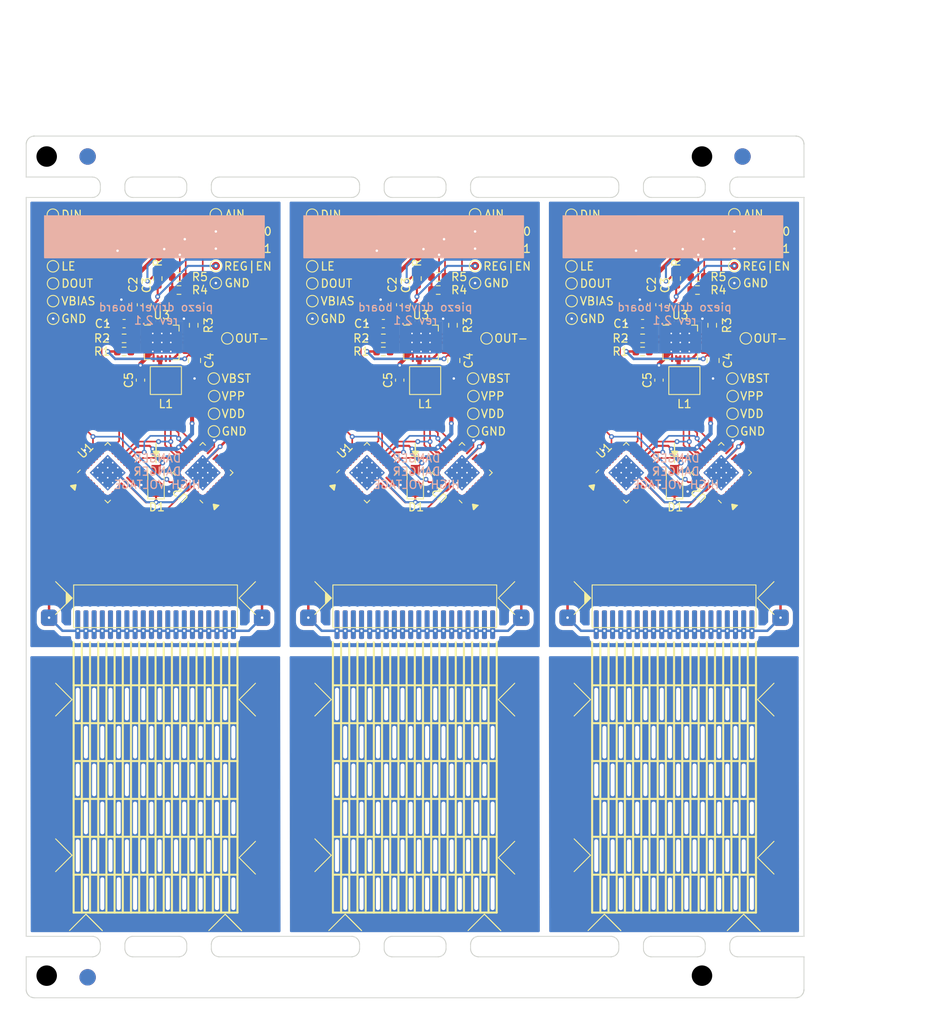
<source format=kicad_pcb>
(kicad_pcb (version 20211014) (generator pcbnew)
  (layers (0 "F.Cu" signal) (31 "B.Cu" signal) (34 "B.Paste" user) (35 "F.Paste" user) (36 "B.SilkS" user "B.Silkscreen") (37 "F.SilkS" user "F.Silkscreen") (38 "B.Mask" user) (39 "F.Mask" user) (44 "Edge.Cuts" user))
  (net 0 "")
  (net 1 "Board_0-/AIN")
  (net 2 "Board_0-/CLK")
  (net 3 "Board_0-/DIN")
  (net 4 "Board_0-/DOUT")
  (net 5 "Board_0-/EN")
  (net 6 "Board_0-/LE")
  (net 7 "Board_0-/OUT-")
  (net 8 "Board_0-/POL")
  (net 9 "Board_0-/PZT_Common")
  (net 10 "Board_0-/REG")
  (net 11 "Board_0-/SCL")
  (net 12 "Board_0-/SDA")
  (net 13 "Board_0-/VBIAS")
  (net 14 "Board_0-/VBST")
  (net 15 "Board_0-/VDD")
  (net 16 "Board_0-/VPP")
  (net 17 "Board_0-/fill")
  (net 18 "Board_0-/reed1")
  (net 19 "Board_0-/reed10")
  (net 20 "Board_0-/reed11")
  (net 21 "Board_0-/reed12")
  (net 22 "Board_0-/reed13")
  (net 23 "Board_0-/reed14")
  (net 24 "Board_0-/reed15")
  (net 25 "Board_0-/reed16")
  (net 26 "Board_0-/reed17")
  (net 27 "Board_0-/reed18")
  (net 28 "Board_0-/reed19")
  (net 29 "Board_0-/reed2")
  (net 30 "Board_0-/reed20")
  (net 31 "Board_0-/reed3")
  (net 32 "Board_0-/reed4")
  (net 33 "Board_0-/reed5")
  (net 34 "Board_0-/reed6")
  (net 35 "Board_0-/reed7")
  (net 36 "Board_0-/reed8")
  (net 37 "Board_0-/reed9")
  (net 38 "Board_0-GND")
  (net 39 "Board_0-Net-(C2-Pad1)")
  (net 40 "Board_0-Net-(L1-Pad1)")
  (net 41 "Board_0-Net-(R1-Pad2)")
  (net 42 "Board_0-Net-(R3-Pad1)")
  (net 43 "Board_0-Net-(U1-Pad17)")
  (net 44 "Board_0-unconnected-(U1-Pad13)")
  (net 45 "Board_0-unconnected-(U1-Pad16)")
  (net 46 "Board_0-unconnected-(U1-Pad18)")
  (net 47 "Board_0-unconnected-(U1-Pad23)")
  (net 48 "Board_0-unconnected-(U1-Pad25)")
  (net 49 "Board_0-unconnected-(U1-Pad28)")
  (net 50 "Board_0-unconnected-(U2-Pad13)")
  (net 51 "Board_0-unconnected-(U2-Pad16)")
  (net 52 "Board_0-unconnected-(U2-Pad18)")
  (net 53 "Board_0-unconnected-(U2-Pad23)")
  (net 54 "Board_0-unconnected-(U2-Pad25)")
  (net 55 "Board_0-unconnected-(U2-Pad28)")
  (net 56 "Board_0-unconnected-(U3-Pad9)")
  (net 57 "Board_1-/AIN")
  (net 58 "Board_1-/CLK")
  (net 59 "Board_1-/DIN")
  (net 60 "Board_1-/DOUT")
  (net 61 "Board_1-/EN")
  (net 62 "Board_1-/LE")
  (net 63 "Board_1-/OUT-")
  (net 64 "Board_1-/POL")
  (net 65 "Board_1-/PZT_Common")
  (net 66 "Board_1-/REG")
  (net 67 "Board_1-/SCL")
  (net 68 "Board_1-/SDA")
  (net 69 "Board_1-/VBIAS")
  (net 70 "Board_1-/VBST")
  (net 71 "Board_1-/VDD")
  (net 72 "Board_1-/VPP")
  (net 73 "Board_1-/fill")
  (net 74 "Board_1-/reed1")
  (net 75 "Board_1-/reed10")
  (net 76 "Board_1-/reed11")
  (net 77 "Board_1-/reed12")
  (net 78 "Board_1-/reed13")
  (net 79 "Board_1-/reed14")
  (net 80 "Board_1-/reed15")
  (net 81 "Board_1-/reed16")
  (net 82 "Board_1-/reed17")
  (net 83 "Board_1-/reed18")
  (net 84 "Board_1-/reed19")
  (net 85 "Board_1-/reed2")
  (net 86 "Board_1-/reed20")
  (net 87 "Board_1-/reed3")
  (net 88 "Board_1-/reed4")
  (net 89 "Board_1-/reed5")
  (net 90 "Board_1-/reed6")
  (net 91 "Board_1-/reed7")
  (net 92 "Board_1-/reed8")
  (net 93 "Board_1-/reed9")
  (net 94 "Board_1-GND")
  (net 95 "Board_1-Net-(C2-Pad1)")
  (net 96 "Board_1-Net-(L1-Pad1)")
  (net 97 "Board_1-Net-(R1-Pad2)")
  (net 98 "Board_1-Net-(R3-Pad1)")
  (net 99 "Board_1-Net-(U1-Pad17)")
  (net 100 "Board_1-unconnected-(U1-Pad13)")
  (net 101 "Board_1-unconnected-(U1-Pad16)")
  (net 102 "Board_1-unconnected-(U1-Pad18)")
  (net 103 "Board_1-unconnected-(U1-Pad23)")
  (net 104 "Board_1-unconnected-(U1-Pad25)")
  (net 105 "Board_1-unconnected-(U1-Pad28)")
  (net 106 "Board_1-unconnected-(U2-Pad13)")
  (net 107 "Board_1-unconnected-(U2-Pad16)")
  (net 108 "Board_1-unconnected-(U2-Pad18)")
  (net 109 "Board_1-unconnected-(U2-Pad23)")
  (net 110 "Board_1-unconnected-(U2-Pad25)")
  (net 111 "Board_1-unconnected-(U2-Pad28)")
  (net 112 "Board_1-unconnected-(U3-Pad9)")
  (net 113 "Board_2-/AIN")
  (net 114 "Board_2-/CLK")
  (net 115 "Board_2-/DIN")
  (net 116 "Board_2-/DOUT")
  (net 117 "Board_2-/EN")
  (net 118 "Board_2-/LE")
  (net 119 "Board_2-/OUT-")
  (net 120 "Board_2-/POL")
  (net 121 "Board_2-/PZT_Common")
  (net 122 "Board_2-/REG")
  (net 123 "Board_2-/SCL")
  (net 124 "Board_2-/SDA")
  (net 125 "Board_2-/VBIAS")
  (net 126 "Board_2-/VBST")
  (net 127 "Board_2-/VDD")
  (net 128 "Board_2-/VPP")
  (net 129 "Board_2-/fill")
  (net 130 "Board_2-/reed1")
  (net 131 "Board_2-/reed10")
  (net 132 "Board_2-/reed11")
  (net 133 "Board_2-/reed12")
  (net 134 "Board_2-/reed13")
  (net 135 "Board_2-/reed14")
  (net 136 "Board_2-/reed15")
  (net 137 "Board_2-/reed16")
  (net 138 "Board_2-/reed17")
  (net 139 "Board_2-/reed18")
  (net 140 "Board_2-/reed19")
  (net 141 "Board_2-/reed2")
  (net 142 "Board_2-/reed20")
  (net 143 "Board_2-/reed3")
  (net 144 "Board_2-/reed4")
  (net 145 "Board_2-/reed5")
  (net 146 "Board_2-/reed6")
  (net 147 "Board_2-/reed7")
  (net 148 "Board_2-/reed8")
  (net 149 "Board_2-/reed9")
  (net 150 "Board_2-GND")
  (net 151 "Board_2-Net-(C2-Pad1)")
  (net 152 "Board_2-Net-(L1-Pad1)")
  (net 153 "Board_2-Net-(R1-Pad2)")
  (net 154 "Board_2-Net-(R3-Pad1)")
  (net 155 "Board_2-Net-(U1-Pad17)")
  (net 156 "Board_2-unconnected-(U1-Pad13)")
  (net 157 "Board_2-unconnected-(U1-Pad16)")
  (net 158 "Board_2-unconnected-(U1-Pad18)")
  (net 159 "Board_2-unconnected-(U1-Pad23)")
  (net 160 "Board_2-unconnected-(U1-Pad25)")
  (net 161 "Board_2-unconnected-(U1-Pad28)")
  (net 162 "Board_2-unconnected-(U2-Pad13)")
  (net 163 "Board_2-unconnected-(U2-Pad16)")
  (net 164 "Board_2-unconnected-(U2-Pad18)")
  (net 165 "Board_2-unconnected-(U2-Pad23)")
  (net 166 "Board_2-unconnected-(U2-Pad25)")
  (net 167 "Board_2-unconnected-(U2-Pad28)")
  (net 168 "Board_2-unconnected-(U3-Pad9)")
  (footprint "TestPoint:TestPoint_Pad_D1.0mm" (layer "F.Cu") (at 38.15 28.75)
    (fp_text reference "TP9" hide)
    (fp_text value "TestPoint")
  )
  (footprint "TestPoint:TestPoint_Pad_D1.0mm" (layer "F.Cu") (at 39.55 39.7)
    (fp_text reference "TP5" hide)
    (fp_text value "TestPoint")
  )
  (footprint "TestPoint:TestPoint_Pad_D1.0mm" (layer "F.Cu") (at 37.916666 51.05)
    (fp_text reference "TP2" hide)
    (fp_text value "TestPoint")
  )
  (footprint "Capacitor_SMD:C_0603_1608Metric" (layer "F.Cu") (at 92.25 44.8 90)
    (fp_text reference "C5")
    (fp_text value "10 µF")
  )
  (footprint "TestPoint:TestPoint_Pad_D1.0mm" (layer "F.Cu") (at 38.15 24.55)
    (fp_text reference "TP6" hide)
    (fp_text value "TestPoint")
  )
  (footprint "TestPoint:TestPoint_Pad_D1.0mm" (layer "F.Cu") (at 49.908333 28.8)
    (fp_text reference "TP13" hide)
    (fp_text value "TestPoint")
  )
  (footprint "TestPoint:TestPoint_Pad_D1.0mm" (layer "F.Cu") (at 81.558333 28.8)
    (fp_text reference "TP13" hide)
    (fp_text value "TestPoint")
  )
  (footprint "Resistor_SMD:R_0603_1608Metric" (layer "F.Cu") (at 33.65 33.8)
    (fp_text reference "R4")
    (fp_text value "3.3k")
  )
  (footprint "TestPoint:TestPoint_Pad_D1.0mm" (layer "F.Cu") (at 101.216666 51.05)
    (fp_text reference "TP2" hide)
    (fp_text value "TestPoint")
  )
  (footprint "TestPoint:TestPoint_Pad_D1.0mm" (layer "F.Cu") (at 18.283332 35.15)
    (fp_text reference "TP15" hide)
    (fp_text value "TestPoint")
  )
  (footprint "TestPoint:TestPoint_Pad_D1.0mm" (layer "F.Cu") (at 38.15 30.85)
    (fp_text reference "TP11" hide)
    (fp_text value "TestPoint")
  )
  (footprint "Capacitor_SMD:C_0603_1608Metric" (layer "F.Cu") (at 61.4 35.6 90)
    (fp_text reference "C3")
    (fp_text value "0.1 µF")
  )
  (footprint "TestPoint:TestPoint_Pad_D1.0mm" (layer "F.Cu") (at 101.45 24.55)
    (fp_text reference "TP6" hide)
    (fp_text value "TestPoint")
  )
  (footprint "Resistor_SMD:R_0603_1608Metric" (layer "F.Cu") (at 35.45 38.1 90)
    (fp_text reference "R3")
    (fp_text value "6.98k")
  )
  (footprint "Resistor_SMD:R_0603_1608Metric" (layer "F.Cu") (at 26.95 41.3)
    (fp_text reference "R1")
    (fp_text value "549k")
  )
  (footprint "microchip_hv:FH34SRJ-12S-0.5SH" (layer "F.Cu") (at 93.55 26.6 180)
    (fp_text reference "J1" hide)
    (fp_text value "Conn_01x12")
  )
  (footprint "Package_DFN_QFN:HVQFN-32-1EP_5x5mm_P0.5mm_EP3.1x3.1mm_ThermalVias" (layer "F.Cu") (at 99.85 56.1 135)
    (fp_text reference "U2")
    (fp_text value "HV528")
  )
  (footprint "Package_DFN_QFN:Texas_S-PVQFN-N20_EP2.7x2.7mm_ThermalVias" (layer "F.Cu") (at 31.55 40.2)
    (fp_text reference "U3")
    (fp_text value "DRV2665")
  )
  (footprint "TestPoint:TestPoint_Pad_D1.0mm" (layer "F.Cu") (at 69.8 26.65)
    (fp_text reference "TP10" hide)
    (fp_text value "TestPoint")
  )
  (footprint "Resistor_SMD:R_0603_1608Metric" (layer "F.Cu") (at 26.95 39.7)
    (fp_text reference "R2")
    (fp_text value "6.98k")
  )
  (footprint "Package_DFN_QFN:HVQFN-32-1EP_5x5mm_P0.5mm_EP3.1x3.1mm_ThermalVias" (layer "F.Cu") (at 36.55 56.1 135)
    (fp_text reference "U2")
    (fp_text value "HV528")
  )
  (footprint "TestPoint:TestPoint_Pad_D1.0mm" (layer "F.Cu") (at 69.583332 48.9)
    (fp_text reference "TP1" hide)
    (fp_text value "TestPoint")
  )
  (footprint "Resistor_SMD:R_0603_1608Metric" (layer "F.Cu") (at 58.6 41.3)
    (fp_text reference "R1")
    (fp_text value "549k")
  )
  (footprint "NPTH" (layer "F.Cu") (at 17.5 117.5)
    (fp_text reference "REF**" hide)
    (fp_text value "NPTH" hide)
  )
  (footprint "Capacitor_SMD:C_0603_1608Metric" (layer "F.Cu") (at 28.95 44.8 90)
    (fp_text reference "C5")
    (fp_text value "10 µF")
  )
  (footprint "Package_DFN_QFN:HVQFN-32-1EP_5x5mm_P0.5mm_EP3.1x3.1mm_ThermalVias" (layer "F.Cu") (at 68.2 56.1 135)
    (fp_text reference "U2")
    (fp_text value "HV528")
  )
  (footprint "TestPoint:TestPoint_Pad_D1.0mm" (layer "F.Cu") (at 49.916666 30.9)
    (fp_text reference "TP14" hide)
    (fp_text value "TestPoint")
  )
  (footprint "Diode_SMD:D_SOD-123F" (layer "F.Cu") (at 30.85 57.1 90)
    (fp_text reference "D1")
    (fp_text value "D")
  )
  (footprint "TestPoint:TestPoint_Pad_D1.0mm" (layer "F.Cu") (at 101.2 44.6)
    (fp_text reference "TP4" hide)
    (fp_text value "TestPoint")
  )
  (footprint "TestPoint:TestPoint_Pad_D1.0mm" (layer "F.Cu") (at 49.949998 26.7)
    (fp_text reference "TP12" hide)
    (fp_text value "TestPoint")
  )
  (footprint "Package_DFN_QFN:HVQFN-32-1EP_5x5mm_P0.5mm_EP3.1x3.1mm_ThermalVias" (layer "F.Cu") (at 56.6 56.1 45)
    (fp_text reference "U1")
    (fp_text value "HV528")
  )
  (footprint "TestPoint:TestPoint_Pad_D1.0mm" (layer "F.Cu") (at 71.2 39.7)
    (fp_text reference "TP5" hide)
    (fp_text value "TestPoint")
  )
  (footprint "TestPoint:TestPoint_Pad_D1.0mm" (layer "F.Cu") (at 49.9 24.6)
    (fp_text reference "TP7" hide)
    (fp_text value "TestPoint")
  )
  (footprint "NPTH" (layer "F.Cu") (at 17.5 17.5)
    (fp_text reference "REF**" hide)
    (fp_text value "NPTH" hide)
  )
  (footprint "TestPoint:TestPoint_Pad_D1.0mm" (layer "F.Cu") (at 81.591665 37.3)
    (fp_text reference "TP2" hide)
    (fp_text value "TestPoint")
  )
  (footprint "Fiducial" (layer "F.Cu") (at 22.5 17.5)
    (fp_text reference "REF**" hide)
    (fp_text value "Fiducial" hide)
  )
  (footprint "TestPoint:TestPoint_Pad_D1.0mm" (layer "F.Cu") (at 49.941665 37.3)
    (fp_text reference "TP2" hide)
    (fp_text value "TestPoint")
  )
  (footprint "TestPoint:TestPoint_Pad_D1.0mm" (layer "F.Cu") (at 101.45 32.95)
    (fp_text reference "TP2" hide)
    (fp_text value "TestPoint")
  )
  (footprint "Resistor_SMD:R_0603_1608Metric" (layer "F.Cu") (at 96.95 33.8)
    (fp_text reference "R4")
    (fp_text value "3.3k")
  )
  (footprint "TestPoint:TestPoint_Pad_D1.0mm" (layer "F.Cu") (at 37.949998 46.75)
    (fp_text reference "TP3" hide)
    (fp_text value "TestPoint")
  )
  (footprint "TestPoint:TestPoint_Pad_D1.0mm" (layer "F.Cu") (at 101.45 28.75)
    (fp_text reference "TP9" hide)
    (fp_text value "TestPoint")
  )
  (footprint "TestPoint:TestPoint_Pad_D1.0mm" (layer "F.Cu") (at 81.574999 33)
    (fp_text reference "TP8" hide)
    (fp_text value "TestPoint")
  )
  (footprint "Capacitor_SMD:C_0603_1608Metric" (layer "F.Cu") (at 58.6 37.9 180)
    (fp_text reference "C1")
    (fp_text value "1 µF")
  )
  (footprint "Package_DFN_QFN:Texas_S-PVQFN-N20_EP2.7x2.7mm_ThermalVias" (layer "F.Cu") (at 63.2 40.2)
    (fp_text reference "U3")
    (fp_text value "DRV2665")
  )
  (footprint "Package_DFN_QFN:HVQFN-32-1EP_5x5mm_P0.5mm_EP3.1x3.1mm_ThermalVias" (layer "F.Cu") (at 24.95 56.1 45)
    (fp_text reference "U1")
    (fp_text value "HV528")
  )
  (footprint "Resistor_SMD:R_0603_1608Metric" (layer "F.Cu") (at 98.75 38.1 90)
    (fp_text reference "R3")
    (fp_text value "6.98k")
  )
  (footprint "TestPoint:TestPoint_Pad_D1.0mm" (layer "F.Cu") (at 69.8 32.95)
    (fp_text reference "TP2" hide)
    (fp_text value "TestPoint")
  )
  (footprint "TestPoint:TestPoint_Pad_D1.0mm" (layer "F.Cu") (at 18.291665 37.3)
    (fp_text reference "TP2" hide)
    (fp_text value "TestPoint")
  )
  (footprint "TestPoint:TestPoint_Pad_D1.0mm" (layer "F.Cu") (at 69.8 24.55)
    (fp_text reference "TP6" hide)
    (fp_text value "TestPoint")
  )
  (footprint "microchip_hv:FH34SRJ-12S-0.5SH" (layer "F.Cu") (at 30.25 26.6 180)
    (fp_text reference "J1" hide)
    (fp_text value "Conn_01x12")
  )
  (footprint "Capacitor_SMD:C_0603_1608Metric" (layer "F.Cu") (at 60.6 44.8 90)
    (fp_text reference "C5")
    (fp_text value "10 µF")
  )
  (footprint "Capacitor_SMD:C_0603_1608Metric" (layer "F.Cu") (at 93.05 35.6 90)
    (fp_text reference "C3")
    (fp_text value "0.1 µF")
  )
  (footprint "TestPoint:TestPoint_Pad_D1.0mm" (layer "F.Cu") (at 37.933332 48.9)
    (fp_text reference "TP1" hide)
    (fp_text value "TestPoint")
  )
  (footprint "Capacitor_SMD:C_0805_2012Metric" (layer "F.Cu") (at 35.55 42.4 -90)
    (fp_text reference "C4")
    (fp_text value "0.1 µF 150V+")
  )
  (footprint "Resistor_SMD:R_0603_1608Metric" (layer "F.Cu") (at 33.65 32.2 180)
    (fp_text reference "R5")
    (fp_text value "3.3k")
  )
  (footprint "TestPoint:TestPoint_Pad_D1.0mm" (layer "F.Cu") (at 102.85 39.7)
    (fp_text reference "TP5" hide)
    (fp_text value "TestPoint")
  )
  (footprint "Resistor_SMD:R_0603_1608Metric" (layer "F.Cu") (at 62.7 32.4 -90)
    (fp_text reference "R6")
    (fp_text value "DNP")
  )
  (footprint "Resistor_SMD:R_0603_1608Metric" (layer "F.Cu") (at 94.35 32.4 -90)
    (fp_text reference "R6")
    (fp_text value "DNP")
  )
  (footprint "TestPoint:TestPoint_Pad_D1.0mm" (layer "F.Cu") (at 81.566666 30.9)
    (fp_text reference "TP14" hide)
    (fp_text value "TestPoint")
  )
  (footprint "TestPoint:TestPoint_Pad_D1.0mm" (layer "F.Cu") (at 81.583332 35.15)
    (fp_text reference "TP15" hide)
    (fp_text value "TestPoint")
  )
  (footprint "Resistor_SMD:R_0603_1608Metric" (layer "F.Cu") (at 58.6 39.7)
    (fp_text reference "R2")
    (fp_text value "6.98k")
  )
  (footprint "TestPoint:TestPoint_Pad_D1.0mm" (layer "F.Cu") (at 69.55 44.6)
    (fp_text reference "TP4" hide)
    (fp_text value "TestPoint")
  )
  (footprint "Capacitor_SMD:C_0603_1608Metric" (layer "F.Cu") (at 90.25 37.9 180)
    (fp_text reference "C1")
    (fp_text value "1 µF")
  )
  (footprint "TestPoint:TestPoint_Pad_D1.0mm" (layer "F.Cu") (at 18.299998 26.7)
    (fp_text reference "TP12" hide)
    (fp_text value "TestPoint")
  )
  (footprint "TestPoint:TestPoint_Pad_D1.0mm" (layer "F.Cu") (at 101.45 26.65)
    (fp_text reference "TP10" hide)
    (fp_text value "TestPoint")
  )
  (footprint "Resistor_SMD:R_0603_1608Metric" (layer "F.Cu") (at 65.3 33.8)
    (fp_text reference "R4")
    (fp_text value "3.3k")
  )
  (footprint "microchip_hv:piezox20" (layer "F.Cu") (at 62.34 69.8)
    (fp_text reference "piezo1" hide)
    (fp_text value "Conn_01x22")
  )
  (footprint "Capacitor_SMD:C_0603_1608Metric" (layer "F.Cu") (at 91.35 35.6 90)
    (fp_text reference "C2")
    (fp_text value "0.1 µF")
  )
  (footprint "Capacitor_SMD:C_0805_2012Metric" (layer "F.Cu") (at 67.2 42.4 -90)
    (fp_text reference "C4")
    (fp_text value "0.1 µF 150V+")
  )
  (footprint "NPTH" (layer "F.Cu") (at 97.5 17.5)
    (fp_text reference "REF**" hide)
    (fp_text value "NPTH" hide)
  )
  (footprint "Capacitor_SMD:C_0603_1608Metric" (layer "F.Cu") (at 26.95 37.9 180)
    (fp_text reference "C1")
    (fp_text value "1 µF")
  )
  (footprint "microchip_hv:piezox20" (layer "F.Cu") (at 93.99 69.8)
    (fp_text reference "piezo1" hide)
    (fp_text value "Conn_01x22")
  )
  (footprint "Capacitor_SMD:C_0603_1608Metric" (layer "F.Cu") (at 29.75 35.6 90)
    (fp_text reference "C3")
    (fp_text value "0.1 µF")
  )
  (footprint "Fiducial" (layer "F.Cu") (at 22.5 117.7)
    (fp_text reference "REF**" hide)
    (fp_text value "Fiducial" hide)
  )
  (footprint "Resistor_SMD:R_0603_1608Metric" (layer "F.Cu") (at 96.95 32.2 180)
    (fp_text reference "R5")
    (fp_text value "3.3k")
  )
  (footprint "TestPoint:TestPoint_Pad_D1.0mm" (layer "F.Cu") (at 49.924999 33)
    (fp_text reference "TP8" hide)
    (fp_text value "TestPoint")
  )
  (footprint "TestPoint:TestPoint_Pad_D1.0mm" (layer "F.Cu") (at 101.45 30.85)
    (fp_text reference "TP11" hide)
    (fp_text value "TestPoint")
  )
  (footprint "Resistor_SMD:R_0603_1608Metric" (layer "F.Cu") (at 67.1 38.1 90)
    (fp_text reference "R3")
    (fp_text value "6.98k")
  )
  (footprint "Resistor_SMD:R_0603_1608Metric" (layer "F.Cu") (at 90.25 41.3)
    (fp_text reference "R1")
    (fp_text value "549k")
  )
  (footprint "TestPoint:TestPoint_Pad_D1.0mm" (layer "F.Cu") (at 18.266666 30.9)
    (fp_text reference "TP14" hide)
    (fp_text value "TestPoint")
  )
  (footprint "TestPoint:TestPoint_Pad_D1.0mm" (layer "F.Cu") (at 69.599998 46.75)
    (fp_text reference "TP3" hide)
    (fp_text value "TestPoint")
  )
  (footprint "Diode_SMD:D_SOD-123F" (layer "F.Cu") (at 94.15 57.1 90)
    (fp_text reference "D1")
    (fp_text value "D")
  )
  (footprint "microchip_hv:TDK_VLS_3012" (layer "F.Cu") (at 63.7 44.85 -90)
    (fp_text reference "L1")
    (fp_text value "3.3 µH")
  )
  (footprint "TestPoint:TestPoint_Pad_D1.0mm" (layer "F.Cu") (at 69.8 28.75)
    (fp_text reference "TP9" hide)
    (fp_text value "TestPoint")
  )
  (footprint "Package_DFN_QFN:Texas_S-PVQFN-N20_EP2.7x2.7mm_ThermalVias" (layer "F.Cu") (at 94.85 40.2)
    (fp_text reference "U3")
    (fp_text value "DRV2665")
  )
  (footprint "Fiducial" (layer "F.Cu") (at 102.45 17.5)
    (fp_text reference "REF**" hide)
    (fp_text value "Fiducial" hide)
  )
  (footprint "TestPoint:TestPoint_Pad_D1.0mm" (layer "F.Cu") (at 69.566666 51.05)
    (fp_text reference "TP2" hide)
    (fp_text value "TestPoint")
  )
  (footprint "TestPoint:TestPoint_Pad_D1.0mm" (layer "F.Cu") (at 18.25 24.6)
    (fp_text reference "TP7" hide)
    (fp_text value "TestPoint")
  )
  (footprint "TestPoint:TestPoint_Pad_D1.0mm" (layer "F.Cu") (at 18.274999 33)
    (fp_text reference "TP8" hide)
    (fp_text value "TestPoint")
  )
  (footprint "TestPoint:TestPoint_Pad_D1.0mm" (layer "F.Cu") (at 101.233332 48.9)
    (fp_text reference "TP1" hide)
    (fp_text value "TestPoint")
  )
  (footprint "TestPoint:TestPoint_Pad_D1.0mm" (layer "F.Cu") (at 38.15 26.65)
    (fp_text reference "TP10" hide)
    (fp_text value "TestPoint")
  )
  (footprint "TestPoint:TestPoint_Pad_D1.0mm" (layer "F.Cu") (at 37.9 44.6)
    (fp_text reference "TP4" hide)
    (fp_text value "TestPoint")
  )
  (footprint "TestPoint:TestPoint_Pad_D1.0mm" (layer "F.Cu") (at 81.55 24.6)
    (fp_text reference "TP7" hide)
    (fp_text value "TestPoint")
  )
  (footprint "microchip_hv:FH34SRJ-12S-0.5SH" (layer "F.Cu") (at 61.9 26.6 180)
    (fp_text reference "J1" hide)
    (fp_text value "Conn_01x12")
  )
  (footprint "TestPoint:TestPoint_Pad_D1.0mm" (layer "F.Cu") (at 81.599998 26.7)
    (fp_text reference "TP12" hide)
    (fp_text value "TestPoint")
  )
  (footprint "Capacitor_SMD:C_0603_1608Metric" (layer "F.Cu") (at 28.05 35.6 90)
    (fp_text reference "C2")
    (fp_text value "0.1 µF")
  )
  (footprint "Resistor_SMD:R_0603_1608Metric" (layer "F.Cu") (at 65.3 32.2 180)
    (fp_text reference "R5")
    (fp_text value "3.3k")
  )
  (footprint "TestPoint:TestPoint_Pad_D1.0mm" (layer "F.Cu") (at 18.258333 28.8)
    (fp_text reference "TP13" hide)
    (fp_text value "TestPoint")
  )
  (footprint "Diode_SMD:D_SOD-123F" (layer "F.Cu") (at 62.5 57.1 90)
    (fp_text reference "D1")
    (fp_text value "D")
  )
  (footprint "Capacitor_SMD:C_0603_1608Metric" (layer "F.Cu") (at 59.7 35.6 90)
    (fp_text reference "C2")
    (fp_text value "0.1 µF")
  )
  (footprint "TestPoint:TestPoint_Pad_D1.0mm" (layer "F.Cu") (at 101.249998 46.75)
    (fp_text reference "TP3" hide)
    (fp_text value "TestPoint")
  )
  (footprint "microchip_hv:TDK_VLS_3012" (layer "F.Cu") (at 32.05 44.85 -90)
    (fp_text reference "L1")
    (fp_text value "3.3 µH")
  )
  (footprint "Resistor_SMD:R_0603_1608Metric" (layer "F.Cu") (at 90.25 39.7)
    (fp_text reference "R2")
    (fp_text value "6.98k")
  )
  (footprint "TestPoint:TestPoint_Pad_D1.0mm" (layer "F.Cu") (at 49.933332 35.15)
    (fp_text reference "TP15" hide)
    (fp_text value "TestPoint")
  )
  (footprint "microchip_hv:TDK_VLS_3012" (layer "F.Cu") (at 95.35 44.85 -90)
    (fp_text reference "L1")
    (fp_text value "3.3 µH")
  )
  (footprint "microchip_hv:piezox20" (layer "F.Cu") (at 30.69 69.8)
    (fp_text reference "piezo1" hide)
    (fp_text value "Conn_01x22")
  )
  (footprint "TestPoint:TestPoint_Pad_D1.0mm" (layer "F.Cu") (at 69.8 30.85)
    (fp_text reference "TP11" hide)
    (fp_text value "TestPoint")
  )
  (footprint "Resistor_SMD:R_0603_1608Metric" (layer "F.Cu") (at 31.05 32.4 -90)
    (fp_text reference "R6")
    (fp_text value "DNP")
  )
  (footprint "Capacitor_SMD:C_0805_2012Metric" (layer "F.Cu") (at 98.85 42.4 -90)
    (fp_text reference "C4")
    (fp_text value "0.1 µF 150V+")
  )
  (footprint "TestPoint:TestPoint_Pad_D1.0mm" (layer "F.Cu") (at 38.15 32.95)
    (fp_text reference "TP2" hide)
    (fp_text value "TestPoint")
  )
  (footprint "Package_DFN_QFN:HVQFN-32-1EP_5x5mm_P0.5mm_EP3.1x3.1mm_ThermalVias" (layer "F.Cu") (at 88.25 56.1 45)
    (fp_text reference "U1")
    (fp_text value "HV528")
  )
  (footprint "NPTH" (layer "F.Cu") (at 97.5 117.5)
    (fp_text reference "REF**" hide)
    (fp_text value "NPTH" hide)
  )
  (footprint "Fiducial" (layer "B.Cu") (at 22.5 17.5)
    (fp_text reference "REF**" hide)
    (fp_text value "Fiducial" hide)
  )
  (footprint "Fiducial" (layer "B.Cu") (at 102.45 17.5)
    (fp_text reference "REF**" hide)
    (fp_text value "Fiducial" hide)
  )
  (footprint "Fiducial" (layer "B.Cu") (at 22.5 117.7)
    (fp_text reference "REF**" hide)
    (fp_text value "Fiducial" hide)
  )
  (gr_rect (start 107.35 24.75) (end 80.55 29.85) (layer "B.SilkS") (width 0.15) (fill solid))
  (gr_rect (start 75.7 24.75) (end 48.9 29.85) (layer "B.SilkS") (width 0.15) (fill solid))
  (gr_rect (start 44.05 24.75) (end 17.25 29.85) (layer "B.SilkS") (width 0.15) (fill solid))
  (gr_line (start 94.15 53.5) (end 94.15 52.5) (layer "F.SilkS") (width 0.15))
  (gr_line (start 94.15 54.1) (end 94.15 54.9) (layer "F.SilkS") (width 0.15))
  (gr_line (start 62 54.1) (end 63 54.1) (layer "F.SilkS") (width 0.15))
  (gr_line (start 93.65 54.1) (end 94.65 54.1) (layer "F.SilkS") (width 0.15))
  (gr_line (start 30.85 54.1) (end 30.85 54.9) (layer "F.SilkS") (width 0.15))
  (gr_line (start 62.5 52.5) (end 62.5 54) (layer "F.SilkS") (width 0.15))
  (gr_poly (pts (xy 84.226256 58.183363) (xy 83.748959 57.706066) (xy 84.35 57.6)) (layer "F.SilkS") (width 0.2) (fill solid))
  (gr_poly (pts (xy 93.825 53.5) (xy 94.5 53.5) (xy 94.15 54)) (layer "F.SilkS") (width 0.2) (fill solid))
  (gr_poly (pts (xy 52.576256 58.183363) (xy 52.098959 57.706066) (xy 52.7 57.6)) (layer "F.SilkS") (width 0.2) (fill solid))
  (gr_line (start 62.5 54.1) (end 62.5 54.9) (layer "F.SilkS") (width 0.15))
  (gr_poly (pts (xy 83.89 71.4) (xy 83.2 72.1) (xy 83.2 70.7)) (layer "F.SilkS") (width 0.15) (fill solid))
  (gr_line (start 62.5 53.5) (end 62.5 52.5) (layer "F.SilkS") (width 0.15))
  (gr_line (start 30.35 54.1) (end 31.35 54.1) (layer "F.SilkS") (width 0.15))
  (gr_poly (pts (xy 20.59 71.4) (xy 19.9 72.1) (xy 19.9 70.7)) (layer "F.SilkS") (width 0.15) (fill solid))
  (gr_line (start 30.85 53.5) (end 30.85 52.5) (layer "F.SilkS") (width 0.15))
  (gr_poly (pts (xy 52.24 71.4) (xy 51.55 72.1) (xy 51.55 70.7)) (layer "F.SilkS") (width 0.15) (fill solid))
  (gr_poly (pts (xy 38.45 60.1) (xy 37.972703 60.577297) (xy 37.866637 59.976256)) (layer "F.SilkS") (width 0.2) (fill solid))
  (gr_poly (pts (xy 30.525 53.5) (xy 31.2 53.5) (xy 30.85 54)) (layer "F.SilkS") (width 0.2) (fill solid))
  (gr_poly (pts (xy 101.75 60.1) (xy 101.272703 60.577297) (xy 101.166637 59.976256)) (layer "F.SilkS") (width 0.2) (fill solid))
  (gr_line (start 30.85 52.5) (end 30.85 54) (layer "F.SilkS") (width 0.15))
  (gr_poly (pts (xy 62.175 53.5) (xy 62.85 53.5) (xy 62.5 54)) (layer "F.SilkS") (width 0.2) (fill solid))
  (gr_poly (pts (xy 20.926256 58.183363) (xy 20.448959 57.706066) (xy 21.05 57.6)) (layer "F.SilkS") (width 0.2) (fill solid))
  (gr_line (start 94.15 52.5) (end 94.15 54) (layer "F.SilkS") (width 0.15))
  (gr_poly (pts (xy 70.1 60.1) (xy 69.622703 60.577297) (xy 69.516637 59.976256)) (layer "F.SilkS") (width 0.2) (fill solid))
  (gr_line (start 97.842125 114.543519) (end 97.824637 114.588855) (layer "Edge.Cuts") (width 0.1))
  (gr_line (start 38.211144 115.124637) (end 38.166721 115.104946) (layer "Edge.Cuts") (width 0.1))
  (gr_line (start 109.942136 115.200297) (end 109.941655 115.200201) (layer "Edge.Cuts") (width 0.1))
  (gr_line (start 38.25648 115.142125) (end 38.211144 115.124637) (layer "Edge.Cuts") (width 0.1))
  (gr_line (start 23.825278 113.061952) (end 23.855173 113.100259) (layer "Edge.Cuts") (width 0.1))
  (gr_line (start 86.553138 115.180974) (end 86.505262 115.189281) (layer "Edge.Cuts") (width 0.1))
  (gr_line (start 101.066847 22.060012) (end 101.040851 22.01896) (layer "Edge.Cuts") (width 0.1))
  (gr_line (start 109.94987 115.20883) (end 109.949798 115.208344) (layer "Edge.Cuts") (width 0.1))
  (gr_line (start 58.701195 20.941423) (end 58.70477 20.892963) (layer "Edge.Cuts") (width 0.1))
  (gr_line (start 58.95646 20.325158) (end 58.989966 20.289966) (layer "Edge.Cuts") (width 0.1))
  (gr_line (start 38.396861 22.480974) (end 38.34945 22.470328) (layer "Edge.Cuts") (width 0.1))
  (gr_line (start 55.533152 22.060012) (end 55.505173 22.09974) (layer "Edge.Cuts") (width 0.1))
  (gr_line (start 69.269025 113.496861) (end 69.279671 113.44945) (layer "Edge.Cuts") (width 0.1))
  (gr_line (start 58.989966 22.210033) (end 58.95646 22.174841) (layer "Edge.Cuts") (width 0.1))
  (gr_line (start 65.638855 22.424637) (end 65.593519 22.442125) (layer "Edge.Cuts") (width 0.1))
  (gr_line (start 27.846861 22.480974) (end 27.79945 22.470328) (layer "Edge.Cuts") (width 0.1))
  (gr_line (start 109.78765 119.745252) (end 109.787778 119.745043) (layer "Edge.Cuts") (width 0.1))
  (gr_line (start 65.993539 20.325158) (end 66.025278 20.361952) (layer "Edge.Cuts") (width 0.1))
  (gr_line (start 97.333278 20.095053) (end 97.376681 20.1169) (layer "Edge.Cuts") (width 0.1))
  (gr_line (start 23.974637 113.311144) (end 23.992125 113.35648) (layer "Edge.Cuts") (width 0.1))
  (gr_line (start 15 115.212272) (end 15 119.187727) (layer "Edge.Cuts") (width 0.1))
  (gr_line (start 87.209148 22.01896) (end 87.183152 22.060012) (layer "Edge.Cuts") (width 0.1))
  (gr_line (start 59.223318 22.383099) (end 59.181039 22.359148) (layer "Edge.Cuts") (width 0.1))
  (gr_line (start 23.954946 114.633278) (end 23.933099 114.676681) (layer "Edge.Cuts") (width 0.1))
  (gr_line (start 109.945786 119.285759) (end 109.949397 119.212257) (layer "Edge.Cuts") (width 0.1))
  (gr_line (start 23.438855 112.775362) (end 23.483278 112.795053) (layer "Edge.Cuts") (width 0.1))
  (gr_line (start 90.379671 21.750549) (end 90.369025 21.703138) (layer "Edge.Cuts") (width 0.1))
  (gr_line (start 34.483099 113.223318) (end 34.504946 113.266721) (layer "Edge.Cuts") (width 0.1))
  (gr_line (start 109.332793 15.076495) (end 109.33234 15.076307) (layer "Edge.Cuts") (width 0.1))
  (gr_line (start 27.190851 113.181039) (end 27.216847 113.139987) (layer "Edge.Cuts") (width 0.1))
  (gr_line (start 90.789987 115.033152) (end 90.750259 115.005173) (layer "Edge.Cuts") (width 0.1))
  (gr_line (start 109.574535 119.980321) (end 109.574731 119.980172) (layer "Edge.Cuts") (width 0.1))
  (gr_line (start 15.006917 112.69944) (end 15.007387 112.699583) (layer "Edge.Cuts") (width 0.1))
  (gr_line (start 109.665348 15.301986) (end 109.665181 15.301806) (layer "Edge.Cuts") (width 0.1))
  (gr_line (start 69.279671 20.74945) (end 69.292631 20.702619) (layer "Edge.Cuts") (width 0.1))
  (gr_line (start 15.301806 15.284818) (end 15.293281 15.292934) (layer "Edge.Cuts") (width 0.1))
  (gr_line (start 33.850549 22.470328) (end 33.803138 22.480974) (layer "Edge.Cuts") (width 0.1))
  (gr_line (start 38.302619 115.157368) (end 38.25648 115.142125) (layer "Edge.Cuts") (width 0.1))
  (gr_line (start 109.949397 119.212257) (end 109.949406 119.212012) (layer "Edge.Cuts") (width 0.1))
  (gr_line (start 58.840851 20.481039) (end 58.866847 20.439987) (layer "Edge.Cuts") (width 0.1))
  (gr_line (start 109.33234 15.076307) (end 109.321358 15.072071) (layer "Edge.Cuts") (width 0.1))
  (gr_line (start 100.975362 114.588855) (end 100.957874 114.543519) (layer "Edge.Cuts") (width 0.1))
  (gr_line (start 34.589281 20.844737) (end 34.595229 20.892963) (layer "Edge.Cuts") (width 0.1))
  (gr_line (start 15.721619 15.040077) (end 15.721382 15.04014) (layer "Edge.Cuts") (width 0.1))
  (gr_line (start 90.639966 114.910033) (end 90.60646 114.874841) (layer "Edge.Cuts") (width 0.1))
  (gr_line (start 69.90648 115.142125) (end 69.861144 115.124637) (layer "Edge.Cuts") (width 0.1))
  (gr_line (start 58.924721 20.361952) (end 58.95646 20.325158) (layer "Edge.Cuts") (width 0.1))
  (gr_line (start 69.861144 22.424637) (end 69.816721 22.404946) (layer "Edge.Cuts") (width 0.1))
  (gr_line (start 109.877928 119.571358) (end 109.878014 119.571128) (layer "Edge.Cuts") (width 0.1))
  (gr_line (start 65.993539 22.174841) (end 65.960033 22.210033) (layer "Edge.Cuts") (width 0.1))
  (gr_line (start 91.052619 22.457368) (end 91.00648 22.442125) (layer "Edge.Cuts") (width 0.1))
  (gr_line (start 109.943082 115.200559) (end 109.942612 115.200416) (layer "Edge.Cuts") (width 0.1))
  (gr_line (start 15.001878 112.695703) (end 15.00217 112.696097) (layer "Edge.Cuts") (width 0.1))
  (gr_line (start 34.238047 112.924721) (end 34.274841 112.95646) (layer "Edge.Cuts") (width 0.1))
  (gr_line (start 33.755262 112.710718) (end 33.803138 112.719025) (layer "Edge.Cuts") (width 0.1))
  (gr_line (start 55.443539 22.174841) (end 55.410033 22.210033) (layer "Edge.Cuts") (width 0.1))
  (gr_line (start 100.975362 21.888855) (end 100.957874 21.843519) (layer "Edge.Cuts") (width 0.1))
  (gr_line (start 108.937727 15) (end 16.012272 15) (layer "Edge.Cuts") (width 0.1))
  (gr_line (start 86.783278 115.104946) (end 86.738855 115.124637) (layer "Edge.Cuts") (width 0.1))
  (gr_line (start 15.006917 19.99944) (end 15.007387 19.999583) (layer "Edge.Cuts") (width 0.1))
  (gr_line (start 24.039281 114.355262) (end 24.030974 114.403138) (layer "Edge.Cuts") (width 0.1))
  (gr_line (start 37.740851 114.71896) (end 37.7169 114.676681) (layer "Edge.Cuts") (width 0.1))
  (gr_line (start 23.724841 114.943539) (end 23.688047 114.975278) (layer "Edge.Cuts") (width 0.1))
  (gr_line (start 90.407874 20.65648) (end 90.425362 20.611144) (layer "Edge.Cuts") (width 0.1))
  (gr_line (start 69.50646 113.025158) (end 69.539966 112.989966) (layer "Edge.Cuts") (width 0.1))
  (gr_line (start 15.008344 115.200201) (end 15.007863 115.200297) (layer "Edge.Cuts") (width 0.1))
  (gr_line (start 65.924841 112.95646) (end 65.960033 112.989966) (layer "Edge.Cuts") (width 0.1))
  (gr_line (start 69.99945 22.470328) (end 69.952619 22.457368) (layer "Edge.Cuts") (width 0.1))
  (gr_line (start 91.340122 22.5) (end 91.291423 22.498804) (layer "Edge.Cuts") (width 0.1))
  (gr_line (start 55.21896 22.359148) (end 55.176681 22.383099) (layer "Edge.Cuts") (width 0.1))
  (gr_line (start 15.901768 15.005142) (end 15.890086 15.006582) (layer "Edge.Cuts") (width 0.1))
  (gr_line (start 23.483278 22.404946) (end 23.438855 22.424637) (layer "Edge.Cuts") (width 0.1))
  (gr_line (start 27.531039 22.359148) (end 27.489987 22.333152) (layer "Edge.Cuts") (width 0.1))
  (gr_line (start 15.118231 15.528963) (end 15.112939 15.539476) (layer "Edge.Cuts") (width 0.1))
  (gr_line (start 101.189966 114.910033) (end 101.15646 114.874841) (layer "Edge.Cuts") (width 0.1))
  (gr_line (start 15 16.012272) (end 15 19.987727) (layer "Edge.Cuts") (width 0.1))
  (gr_line (start 27.450259 20.194826) (end 27.489987 20.166847) (layer "Edge.Cuts") (width 0.1))
  (gr_line (start 23.855173 114.79974) (end 23.825278 114.838047) (layer "Edge.Cuts") (width 0.1))
  (gr_line (start 15.118462 119.671469) (end 15.124264 119.681711) (layer "Edge.Cuts") (width 0.1))
  (gr_line (start 34.524637 114.588855) (end 34.504946 114.633278) (layer "Edge.Cuts") (width 0.1))
  (gr_line (start 15.112831 119.660302) (end 15.112939 119.660523) (layer "Edge.Cuts") (width 0.1))
  (gr_line (start 109.156994 15.022196) (end 109.156756 15.022139) (layer "Edge.Cuts") (width 0.1))
  (gr_line (start 15.004296 115.201878) (end 15.003902 115.20217) (layer "Edge.Cuts") (width 0.1))
  (gr_line (start 109.946097 115.20217) (end 109.945703 115.201878) (layer "Edge.Cuts") (width 0.1))
  (gr_line (start 97.870328 21.750549) (end 97.857368 21.79738) (layer "Edge.Cuts") (width 0.1))
  (gr_line (start 15.91424 120.195786) (end 15.987742 120.199397) (layer "Edge.Cuts") (width 0.1))
  (gr_line (start 65.638855 20.075362) (end 65.683278 20.095053) (layer "Edge.Cuts") (width 0.1))
  (gr_line (start 69.773318 20.1169) (end 69.816721 20.095053) (layer "Edge.Cuts") (width 0.1))
  (gr_line (start 87.125278 20.361952) (end 87.155173 20.400259) (layer "Edge.Cuts") (width 0.1))
  (gr_line (start 69.292631 20.702619) (end 69.307874 20.65648) (layer "Edge.Cuts") (width 0.1))
  (gr_line (start 27.1669 21.976681) (end 27.145053 21.933278) (layer "Edge.Cuts") (width 0.1))
  (gr_line (start 109.321128 120.128014) (end 109.321358 120.127928) (layer "Edge.Cuts") (width 0.1))
  (gr_line (start 101.792963 22.495229) (end 101.744737 22.489281) (layer "Edge.Cuts") (width 0.1))
  (gr_line (start 27.145053 20.566721) (end 27.1669 20.523318) (layer "Edge.Cuts") (width 0.1))
  (gr_line (start 100.919025 113.496861) (end 100.929671 113.44945) (layer "Edge.Cuts") (width 0.1))
  (gr_line (start 101.0169 113.223318) (end 101.040851 113.181039) (layer "Edge.Cuts") (width 0.1))
  (gr_line (start 15.112939 119.660523) (end 15.118231 119.671036) (layer "Edge.Cuts") (width 0.1))
  (gr_line (start 15.454956 15.162221) (end 15.454747 15.162349) (layer "Edge.Cuts") (width 0.1))
  (gr_line (start 27.1669 20.523318) (end 27.190851 20.481039) (layer "Edge.Cuts") (width 0.1))
  (gr_line (start 27.70648 22.442125) (end 27.661144 22.424637) (layer "Edge.Cuts") (width 0.1))
  (gr_line (start 55.559148 114.71896) (end 55.533152 114.760012) (layer "Edge.Cuts") (width 0.1))
  (gr_line (start 87.274637 113.311144) (end 87.292125 113.35648) (layer "Edge.Cuts") (width 0.1))
  (gr_line (start 87.254946 114.633278) (end 87.233099 114.676681) (layer "Edge.Cuts") (width 0.1))
  (gr_line (start 109.060156 15.006616) (end 109.059913 15.006582) (layer "Edge.Cuts") (width 0.1))
  (gr_line (start 90.35 114.209877) (end 90.35 113.690122) (layer "Edge.Cuts") (width 0.1))
  (gr_line (start 87.093539 20.325158) (end 87.125278 20.361952) (layer "Edge.Cuts") (width 0.1))
  (gr_line (start 15.698392 15.047114) (end 15.69816 15.047194) (layer "Edge.Cuts") (width 0.1))
  (gr_line (start 37.740851 113.181039) (end 37.766847 113.139987) (layer "Edge.Cuts") (width 0.1))
  (gr_line (start 65.638855 115.124637) (end 65.593519 115.142125) (layer "Edge.Cuts") (width 0.1))
  (gr_line (start 15.889843 120.193383) (end 15.890086 120.193417) (layer "Edge.Cuts") (width 0.1))
  (gr_line (start 37.629671 21.750549) (end 37.619025 21.703138) (layer "Edge.Cuts") (width 0.1))
  (gr_line (start 69.99945 115.170328) (end 69.952619 115.157368) (layer "Edge.Cuts") (width 0.1))
  (gr_line (start 15.817049 120.182586) (end 15.889843 120.193383) (layer "Edge.Cuts") (width 0.1))
  (gr_line (start 34.076681 112.8169) (end 34.11896 112.840851) (layer "Edge.Cuts") (width 0.1))
  (gr_line (start 27.450259 22.305173) (end 27.411952 22.275278) (layer "Edge.Cuts") (width 0.1))
  (gr_line (start 100.942631 113.402619) (end 100.957874 113.35648) (layer "Edge.Cuts") (width 0.1))
  (gr_line (start 69.539966 114.910033) (end 69.50646 114.874841) (layer "Edge.Cuts") (width 0.1))
  (gr_line (start 97.643539 113.025158) (end 97.675278 113.061952) (layer "Edge.Cuts") (width 0.1))
  (gr_line (start 55.505173 22.09974) (end 55.475278 22.138047) (layer "Edge.Cuts") (width 0.1))
  (gr_line (start 38.444737 115.189281) (end 38.396861 115.180974) (layer "Edge.Cuts") (width 0.1))
  (gr_line (start 54.950549 112.729671) (end 54.99738 112.742631) (layer "Edge.Cuts") (width 0.1))
  (gr_line (start 109.730321 119.824535) (end 109.774158 119.765427) (layer "Edge.Cuts") (width 0.1))
  (gr_line (start 90.351195 21.558576) (end 90.35 21.509877) (layer "Edge.Cuts") (width 0.1))
  (gr_line (start 34.570328 113.44945) (end 34.580974 113.496861) (layer "Edge.Cuts") (width 0.1))
  (gr_line (start 109.94944 112.693082) (end 109.949583 112.692612) (layer "Edge.Cuts") (width 0.1))
  (gr_line (start 15.022196 15.793005) (end 15.022139 15.793243) (layer "Edge.Cuts") (width 0.1))
  (gr_line (start 58.795053 113.266721) (end 58.8169 113.223318) (layer "Edge.Cuts") (width 0.1))
  (gr_line (start 109.948646 22.505125) (end 109.948394 22.504704) (layer "Edge.Cuts") (width 0.1))
  (gr_line (start 109.940681 112.699918) (end 109.941169 112.69987) (layer "Edge.Cuts") (width 0.1))
  (gr_line (start 109.145271 15.019561) (end 109.14479 15.019465) (layer "Edge.Cuts") (width 0.1))
  (gr_line (start 100.90477 21.607036) (end 100.901195 21.558576) (layer "Edge.Cuts") (width 0.1))
  (gr_line (start 65.308576 20.001195) (end 65.357036 20.00477) (layer "Edge.Cuts") (width 0.1))
  (gr_line (start 101.602619 20.042631) (end 101.64945 20.029671) (layer "Edge.Cuts") (width 0.1))
  (gr_line (start 15.000416 19.992612) (end 15.000559 19.993082) (layer "Edge.Cuts") (width 0.1))
  (gr_line (start 54.709877 22.5) (end 38.590122 22.5) (layer "Edge.Cuts") (width 0.1))
  (gr_line (start 27.05477 20.892963) (end 27.060718 20.844737) (layer "Edge.Cuts") (width 0.1))
  (gr_line (start 65.500549 115.170328) (end 65.453138 115.180974) (layer "Edge.Cuts") (width 0.1))
  (gr_line (start 34.375278 22.138047) (end 34.343539 22.174841) (layer "Edge.Cuts") (width 0.1))
  (gr_line (start 109.431711 120.075735) (end 109.431923 120.075611) (layer "Edge.Cuts") (width 0.1))
  (gr_line (start 109.72293 119.83401) (end 109.730172 119.824731) (layer "Edge.Cuts") (width 0.1))
  (gr_line (start 90.425362 20.611144) (end 90.445053 20.566721) (layer "Edge.Cuts") (width 0.1))
  (gr_line (start 109.665181 15.301806) (end 109.657065 15.293281) (layer "Edge.Cuts") (width 0.1))
  (gr_line (start 86.693519 22.442125) (end 86.64738 22.457368) (layer "Edge.Cuts") (width 0.1))
  (gr_line (start 34.076681 115.083099) (end 34.033278 115.104946) (layer "Edge.Cuts") (width 0.1))
  (gr_line (start 15.902256 15.005094) (end 15.901768 15.005142) (layer "Edge.Cuts") (width 0.1))
  (gr_line (start 97.759148 22.01896) (end 97.733152 22.060012) (layer "Edge.Cuts") (width 0.1))
  (gr_line (start 27.991423 22.498804) (end 27.942963 22.495229) (layer "Edge.Cuts") (width 0.1))
  (gr_line (start 109.787778 15.454956) (end 109.78765 15.454747) (layer "Edge.Cuts") (width 0.1))
  (gr_line (start 27.661144 20.075362) (end 27.70648 20.057874) (layer "Edge.Cuts") (width 0.1))
  (gr_line (start 15.219827 119.824731) (end 15.227069 119.83401) (layer "Edge.Cuts") (width 0.1))
  (gr_line (start 38.166721 115.104946) (end 38.123318 115.083099) (layer "Edge.Cuts") (width 0.1))
  (gr_line (start 65.405262 22.489281) (end 65.357036 22.495229) (layer "Edge.Cuts") (width 0.1))
  (gr_line (start 34.570328 20.74945) (end 34.580974 20.796861) (layer "Edge.Cuts") (width 0.1))
  (gr_line (start 59.061952 112.924721) (end 59.100259 112.894826) (layer "Edge.Cuts") (width 0.1))
  (gr_line (start 55.624637 114.588855) (end 55.604946 114.633278) (layer "Edge.Cuts") (width 0.1))
  (gr_line (start 97.857368 114.49738) (end 97.842125 114.543519) (layer "Edge.Cuts") (width 0.1))
  (gr_line (start 65.54738 115.157368) (end 65.500549 115.170328) (layer "Edge.Cuts") (width 0.1))
  (gr_line (start 109.048231 120.194857) (end 109.059913 120.193417) (layer "Edge.Cuts") (width 0.1))
  (gr_line (start 101.040851 113.181039) (end 101.066847 113.139987) (layer "Edge.Cuts") (width 0.1))
  (gr_line (start 15.043422 119.490431) (end 15.047114 119.501607) (layer "Edge.Cuts") (width 0.1))
  (gr_line (start 101.339987 112.866847) (end 101.381039 112.840851) (layer "Edge.Cuts") (width 0.1))
  (gr_line (start 69.952619 22.457368) (end 69.90648 22.442125) (layer "Edge.Cuts") (width 0.1))
  (gr_line (start 34.595229 114.307036) (end 34.589281 114.355262) (layer "Edge.Cuts") (width 0.1))
  (gr_line (start 86.600549 22.470328) (end 86.553138 22.480974) (layer "Edge.Cuts") (width 0.1))
  (gr_line (start 15.901768 120.194857) (end 15.902256 120.194905) (layer "Edge.Cuts") (width 0.1))
  (gr_line (start 87.274637 114.588855) (end 87.254946 114.633278) (layer "Edge.Cuts") (width 0.1))
  (gr_line (start 59.181039 112.840851) (end 59.223318 112.8169) (layer "Edge.Cuts") (width 0.1))
  (gr_line (start 109.949087 19.993997) (end 109.949275 19.993544) (layer "Edge.Cuts") (width 0.1))
  (gr_line (start 55.410033 22.210033) (end 55.374841 22.243539) (layer "Edge.Cuts") (width 0.1))
  (gr_line (start 54.99738 22.457368) (end 54.950549 22.470328) (layer "Edge.Cuts") (width 0.1))
  (gr_line (start 16.012272 15) (end 16.012027 15.000003) (layer "Edge.Cuts") (width 0.1))
  (gr_line (start 27.069025 114.403138) (end 27.060718 114.355262) (layer "Edge.Cuts") (width 0.1))
  (gr_line (start 15.000201 112.691655) (end 15.000297 112.692136) (layer "Edge.Cuts") (width 0.1))
  (gr_line (start 23.157036 22.495229) (end 23.108576 22.498804) (layer "Edge.Cuts") (width 0.1))
  (gr_line (start 27.531039 115.059148) (end 27.489987 115.033152) (layer "Edge.Cuts") (width 0.1))
  (gr_line (start 90.4669 114.676681) (end 90.445053 114.633278) (layer "Edge.Cuts") (width 0.1))
  (gr_line (start 97.895229 20.892963) (end 97.898804 20.941423) (layer "Edge.Cuts") (width 0.1))
  (gr_line (start 109.495043 120.037778) (end 109.495252 120.03765) (layer "Edge.Cuts") (width 0.1))
  (gr_line (start 109.945771 15.913995) (end 109.944905 15.902256) (layer "Edge.Cuts") (width 0.1))
  (gr_line (start 23.825278 20.361952) (end 23.855173 20.400259) (layer "Edge.Cuts") (width 0.1))
  (gr_line (start 15.91424 15.004213) (end 15.913995 15.004228) (layer "Edge.Cuts") (width 0.1))
  (gr_line (start 15.434771 15.175697) (end 15.434572 15.175841) (layer "Edge.Cuts") (width 0.1))
  (gr_line (start 23.253138 22.480974) (end 23.205262 22.489281) (layer "Edge.Cuts") (width 0.1))
  (gr_line (start 23.883152 20.439987) (end 23.909148 20.481039) (layer "Edge.Cuts") (width 0.1))
  (gr_line (start 37.889966 22.210033) (end 37.85646 22.174841) (layer "Edge.Cuts") (width 0.1))
  (gr_line (start 15.118462 15.52853) (end 15.118231 15.528963) (layer "Edge.Cuts") (width 0.1))
  (gr_line (start 86.457036 112.70477) (end 86.505262 112.710718) (layer "Edge.Cuts") (width 0.1))
  (gr_line (start 109.665348 119.898013) (end 109.714768 119.843486) (layer "Edge.Cuts") (width 0.1))
  (gr_line (start 15.000003 16.012027) (end 15 16.012272) (layer "Edge.Cuts") (width 0.1))
  (gr_line (start 87.345229 20.892963) (end 87.348804 20.941423) (layer "Edge.Cuts") (width 0.1))
  (gr_line (start 27.375158 20.25646) (end 27.411952 20.224721) (layer "Edge.Cuts") (width 0.1))
  (gr_line (start 91.242963 112.70477) (end 91.291423 112.701195) (layer "Edge.Cuts") (width 0.1))
  (gr_line (start 59.496861 22.480974) (end 59.44945 22.470328) (layer "Edge.Cuts") (width 0.1))
  (gr_line (start 37.6 21.509877) (end 37.6 20.990122) (layer "Edge.Cuts") (width 0.1))
  (gr_line (start 70.094737 112.710718) (end 70.142963 112.70477) (layer "Edge.Cuts") (width 0.1))
  (gr_line (start 65.993539 113.025158) (end 66.025278 113.061952) (layer "Edge.Cuts") (width 0.1))
  (gr_line (start 90.490851 22.01896) (end 90.4669 21.976681) (layer "Edge.Cuts") (width 0.1))
  (gr_line (start 90.490851 113.181039) (end 90.516847 113.139987) (layer "Edge.Cuts") (width 0.1))
  (gr_line (start 27.190851 20.481039) (end 27.216847 20.439987) (layer "Edge.Cuts") (width 0.1))
  (gr_line (start 65.960033 22.210033) (end 65.924841 22.243539) (layer "Edge.Cuts") (width 0.1))
  (gr_line (start 54.709877 20) (end 54.758576 20.001195) (layer "Edge.Cuts") (width 0.1))
  (gr_line (start 91.291423 22.498804) (end 91.242963 22.495229) (layer "Edge.Cuts") (width 0.1))
  (gr_line (start 23.954946 113.266721) (end 23.974637 113.311144) (layer "Edge.Cuts") (width 0.1))
  (gr_line (start 15.000912 115.206002) (end 15.000724 115.206455) (layer "Edge.Cuts") (width 0.1))
  (gr_line (start 34.580974 21.703138) (end 34.570328 21.750549) (layer "Edge.Cuts") (width 0.1))
  (gr_line (start 15.04014 119.478617) (end 15.043279 119.489961) (layer "Edge.Cuts") (width 0.1))
  (gr_line (start 59.181039 115.059148) (end 59.139987 115.033152) (layer "Edge.Cuts") (width 0.1))
  (gr_line (start 23.760033 22.210033) (end 23.724841 22.243539) (layer "Edge.Cuts") (width 0.1))
  (gr_line (start 34.310033 112.989966) (end 34.343539 113.025158) (layer "Edge.Cuts") (width 0.1))
  (gr_line (start 109.421036 120.081768) (end 109.421469 120.081537) (layer "Edge.Cuts") (width 0.1))
  (gr_line (start 33.988855 115.124637) (end 33.943519 115.142125) (layer "Edge.Cuts") (width 0.1))
  (gr_line (start 109.949087 112.693997) (end 109.949275 112.693544) (layer "Edge.Cuts") (width 0.1))
  (gr_line (start 87.274637 21.888855) (end 87.254946 21.933278) (layer "Edge.Cuts") (width 0.1))
  (gr_line (start 34.433152 22.060012) (end 34.405173 22.09974) (layer "Edge.Cuts") (width 0.1))
  (gr_line (start 23.108576 112.701195) (end 23.157036 112.70477) (layer "Edge.Cuts") (width 0.1))
  (gr_line (start 15.008344 19.999798) (end 15.00883 19.99987) (layer "Edge.Cuts") (width 0.1))
  (gr_line (start 15.003522 115.202482) (end 15.003159 115.202811) (layer "Edge.Cuts") (width 0.1))
  (gr_line (start 109.95 16.012272) (end 109.949996 16.012027) (layer "Edge.Cuts") (width 0.1))
  (gr_line (start 55.533152 113.139987) (end 55.559148 113.181039) (layer "Edge.Cuts") (width 0.1))
  (gr_line (start 15.124388 119.681923) (end 15.162221 119.745043) (layer "Edge.Cuts") (width 0.1))
  (gr_line (start 109.657065 15.293281) (end 109.656718 15.292934) (layer "Edge.Cuts") (width 0.1))
  (gr_line (start 109.495043 15.162221) (end 109.431923 15.124388) (layer "Edge.Cuts") (width 0.1))
  (gr_line (start 15.007387 112.699583) (end 15.007863 112.699702) (layer "Edge.Cuts") (width 0.1))
  (gr_line (start 27.244826 20.400259) (end 27.274721 20.361952) (layer "Edge.Cuts") (width 0.1))
  (gr_line (start 27.069025 20.796861) (end 27.079671 20.74945) (layer "Edge.Cuts") (width 0.1))
  (gr_line (start 54.758576 22.498804) (end 54.709877 22.5) (layer "Edge.Cuts") (width 0.1))
  (gr_line (start 15.000057 19.99019) (end 15.000057 19.99019) (layer "Edge.Cuts") (width 0.1))
  (gr_line (start 38.541423 22.498804) (end 38.492963 22.495229) (layer "Edge.Cuts") (width 0.1))
  (gr_line (start 109.946097 19.997829) (end 109.946477 19.997517) (layer "Edge.Cuts") (width 0.1))
  (gr_line (start 23.526681 115.083099) (end 23.483278 115.104946) (layer "Edge.Cuts") (width 0.1))
  (gr_line (start 97.150549 22.470328) (end 97.103138 22.480974) (layer "Edge.Cuts") (width 0.1))
  (gr_line (start 33.755262 20.010718) (end 33.803138 20.019025) (layer "Edge.Cuts") (width 0.1))
  (gr_line (start 15.005142 119.298231) (end 15.006582 119.309913) (layer "Edge.Cuts") (width 0.1))
  (gr_line (start 65.259877 22.5) (end 59.690122 22.5) (layer "Edge.Cuts") (width 0.1))
  (gr_line (start 59.690122 115.2) (end 59.641423 115.198804) (layer "Edge.Cuts") (width 0.1))
  (gr_line (start 15.002811 115.203159) (end 15.002482 115.203522) (layer "Edge.Cuts") (width 0.1))
  (gr_line (start 15.124264 119.681711) (end 15.124388 119.681923) (layer "Edge.Cuts") (width 0.1))
  (gr_line (start 101.15646 113.025158) (end 101.189966 112.989966) (layer "Edge.Cuts") (width 0.1))
  (gr_line (start 34.433152 20.439987) (end 34.459148 20.481039) (layer "Edge.Cuts") (width 0.1))
  (gr_line (start 55.088855 22.424637) (end 55.043519 22.442125) (layer "Edge.Cuts") (width 0.1))
  (gr_line (start 109.942136 19.999702) (end 109.942612 19.999583) (layer "Edge.Cuts") (width 0.1))
  (gr_line (start 15.000003 115.212027) (end 15 115.212272) (layer "Edge.Cuts") (width 0.1))
  (gr_line (start 109.949087 115.206002) (end 109.948877 115.205558) (layer "Edge.Cuts") (width 0.1))
  (gr_line (start 15.000201 22.508344) (end 15.000129 22.50883) (layer "Edge.Cuts") (width 0.1))
  (gr_line (start 69.416847 114.760012) (end 69.390851 114.71896) (layer "Edge.Cuts") (width 0.1))
  (gr_line (start 15.175697 119.765228) (end 15.175841 119.765427) (layer "Edge.Cuts") (width 0.1))
  (gr_line (start 109.937727 115.2) (end 101.890122 115.2) (layer "Edge.Cuts") (width 0.1))
  (gr_line (start 109.251607 15.047114) (end 109.240431 15.043422) (layer "Edge.Cuts") (width 0.1))
  (gr_line (start 65.500549 112.729671) (end 65.54738 112.742631) (layer "Edge.Cuts") (width 0.1))
  (gr_line (start 97.376681 112.8169) (end 97.41896 112.840851) (layer "Edge.Cuts") (width 0.1))
  (gr_line (start 59.544737 112.710718) (end 59.592963 112.70477) (layer "Edge.Cuts") (width 0.1))
  (gr_line (start 27.274721 22.138047) (end 27.244826 22.09974) (layer "Edge.Cuts") (width 0.1))
  (gr_line (start 27.411952 114.975278) (end 27.375158 114.943539) (layer "Edge.Cuts") (width 0.1))
  (gr_line (start 109.949918 19.990681) (end 109.949942 19.99019) (layer "Edge.Cuts") (width 0.1))
  (gr_line (start 90.873318 20.1169) (end 90.916721 20.095053) (layer "Edge.Cuts") (width 0.1))
  (gr_line (start 100.957874 20.65648) (end 100.975362 20.611144) (layer "Edge.Cuts") (width 0.1))
  (gr_line (start 70.191423 115.198804) (end 70.142963 115.195229) (layer "Edge.Cuts") (width 0.1))
  (gr_line (start 54.807036 20.00477) (end 54.855262 20.010718) (layer "Edge.Cuts") (width 0.1))
  (gr_line (start 27.616721 115.104946) (end 27.573318 115.083099) (layer "Edge.Cuts") (width 0.1))
  (gr_line (start 15.162221 119.745043) (end 15.162349 119.745252) (layer "Edge.Cuts") (width 0.1))
  (gr_line (start 97.880974 114.403138) (end 97.870328 114.450549) (layer "Edge.Cuts") (width 0.1))
  (gr_line (start 86.988047 112.924721) (end 87.024841 112.95646) (layer "Edge.Cuts") (width 0.1))
  (gr_line (start 109.949996 112.687972) (end 109.95 112.687727) (layer "Edge.Cuts") (width 0.1))
  (gr_line (start 101.423318 115.083099) (end 101.381039 115.059148) (layer "Edge.Cuts") (width 0.1))
  (gr_line (start 87.35 114.209877) (end 87.348804 114.258576) (layer "Edge.Cuts") (width 0.1))
  (gr_line (start 58.775362 113.311144) (end 58.795053 113.266721) (layer "Edge.Cuts") (width 0.1))
  (gr_line (start 97.733152 20.439987) (end 97.759148 20.481039) (layer "Edge.Cuts") (width 0.1))
  (gr_line (start 65.500549 22.470328) (end 65.453138 22.480974) (layer "Edge.Cuts") (width 0.1))
  (gr_line (start 15.793243 15.022139) (end 15.793005 15.022196) (layer "Edge.Cuts") (width 0.1))
  (gr_line (start 33.803138 20.019025) (end 33.850549 20.029671) (layer "Edge.Cuts") (width 0.1))
  (gr_line (start 109.781352 119.755197) (end 109.78765 119.745252) (layer "Edge.Cuts") (width 0.1))
  (gr_line (start 54.99738 20.042631) (end 55.043519 20.057874) (layer "Edge.Cuts") (width 0.1))
  (gr_line (start 23.855173 22.09974) (end 23.825278 22.138047) (layer "Edge.Cuts") (width 0.1))
  (gr_line (start 15.022196 119.406994) (end 15.040077 119.47838) (layer "Edge.Cuts") (width 0.1))
  (gr_line (start 34.504946 114.633278) (end 34.483099 114.676681) (layer "Edge.Cuts") (width 0.1))
  (gr_line (start 69.444826 20.400259) (end 69.474721 20.361952) (layer "Edge.Cuts") (width 0.1))
  (gr_line (start 34.375278 114.838047) (end 34.343539 114.874841) (layer "Edge.Cuts") (width 0.1))
  (gr_line (start 54.903138 112.719025) (end 54.950549 112.729671) (layer "Edge.Cuts") (width 0.1))
  (gr_line (start 55.043519 115.142125) (end 54.99738 115.157368) (layer "Edge.Cuts") (width 0.1))
  (gr_line (start 90.789987 20.166847) (end 90.831039 20.140851) (layer "Edge.Cuts") (width 0.1))
  (gr_line (start 15.987742 120.199397) (end 15.987987 120.199406) (layer "Edge.Cuts") (width 0.1))
  (gr_line (start 23.393519 115.142125) (end 23.34738 115.157368) (layer "Edge.Cuts") (width 0.1))
  (gr_line (start 15.628871 15.071985) (end 15.628641 15.072071) (layer "Edge.Cuts") (width 0.1))
  (gr_line (start 109.837168 119.660302) (end 109.868632 119.593777) (layer "Edge.Cuts") (width 0.1))
  (gr_line (start 15.005558 19.998877) (end 15.006002 19.999087) (layer "Edge.Cuts") (width 0.1))
  (gr_line (start 90.750259 112.894826) (end 90.789987 112.866847) (layer "Edge.Cuts") (width 0.1))
  (gr_line (start 109.722619 119.834389) (end 109.72293 119.83401) (layer "Edge.Cuts") (width 0.1))
  (gr_line (start 27.573318 22.383099) (end 27.531039 22.359148) (layer "Edge.Cuts") (width 0.1))
  (gr_line (start 86.693519 115.142125) (end 86.64738 115.157368) (layer "Edge.Cuts") (width 0.1))
  (gr_line (start 24.030974 113.496861) (end 24.039281 113.544737) (layer "Edge.Cuts") (width 0.1))
  (gr_line (start 59.025158 112.95646) (end 59.061952 112.924721) (layer "Edge.Cuts") (width 0.1))
  (gr_line (start 59.44945 20.029671) (end 59.496861 20.019025) (layer "Edge.Cuts") (width 0.1))
  (gr_line (start 59.690122 22.5) (end 59.641423 22.498804) (layer "Edge.Cuts") (width 0.1))
  (gr_line (start 34.11896 112.840851) (end 34.160012 112.866847) (layer "Edge.Cuts") (width 0.1))
  (gr_line (start 97.898804 113.641423) (end 97.9 113.690122) (layer "Edge.Cuts") (width 0.1))
  (gr_line (start 109.943544 19.999275) (end 109.943997 19.999087) (layer "Edge.Cuts") (width 0.1))
  (gr_line (start 109.949406 119.212012) (end 109.949996 119.187972) (layer "Edge.Cuts") (width 0.1))
  (gr_line (start 37.7169 21.976681) (end 37.695053 21.933278) (layer "Edge.Cuts") (width 0.1))
  (gr_line (start 37.6 20.990122) (end 37.6 20.990122) (layer "Edge.Cuts") (width 0.1))
  (gr_line (start 38.081039 112.840851) (end 38.123318 112.8169) (layer "Edge.Cuts") (width 0.1))
  (gr_line (start 101.466721 20.095053) (end 101.511144 20.075362) (layer "Edge.Cuts") (width 0.1))
  (gr_line (start 15.007863 22.500297) (end 15.007387 22.500416) (layer "Edge.Cuts") (width 0.1))
  (gr_line (start 109.574535 15.219678) (end 109.515427 15.175841) (layer "Edge.Cuts") (width 0.1))
  (gr_line (start 24.030974 20.796861) (end 24.039281 20.844737) (layer "Edge.Cuts") (width 0.1))
  (gr_line (start 101.189966 22.210033) (end 101.15646 22.174841) (layer "Edge.Cuts") (width 0.1))
  (gr_line (start 15.365989 15.227069) (end 15.36561 15.22738) (layer "Edge.Cuts") (width 0.1))
  (gr_line (start 55.680974 113.496861) (end 55.689281 113.544737) (layer "Edge.Cuts") (width 0.1))
  (gr_line (start 15.000559 112.693082) (end 15.000724 112.693544) (layer "Edge.Cuts") (width 0.1))
  (gr_line (start 101.55648 115.142125) (end 101.511144 115.124637) (layer "Edge.Cuts") (width 0.1))
  (gr_line (start 86.359877 20) (end 86.408576 20.001195) (layer "Edge.Cuts") (width 0.1))
  (gr_line (start 109.949583 22.507387) (end 109.94944 22.506917) (layer "Edge.Cuts") (width 0.1))
  (gr_line (start 97.41896 22.359148) (end 97.376681 22.383099) (layer "Edge.Cuts") (width 0.1))
  (gr_line (start 65.76896 112.840851) (end 65.810012 112.866847) (layer "Edge.Cuts") (width 0.1))
  (gr_line (start 38.039987 20.166847) (end 38.081039 20.140851) (layer "Edge.Cuts") (width 0.1))
  (gr_line (start 90.675158 20.25646) (end 90.711952 20.224721) (layer "Edge.Cuts") (width 0.1))
  (gr_line (start 23.724841 22.243539) (end 23.688047 22.275278) (layer "Edge.Cuts") (width 0.1))
  (gr_line (start 58.795053 21.933278) (end 58.775362 21.888855) (layer "Edge.Cuts") (width 0.1))
  (gr_line (start 55.21896 20.140851) (end 55.260012 20.166847) (layer "Edge.Cuts") (width 0.1))
  (gr_line (start 27.05477 114.307036) (end 27.051195 114.258576) (layer "Edge.Cuts") (width 0.1))
  (gr_line (start 34.459148 20.481039) (end 34.483099 20.523318) (layer "Edge.Cuts") (width 0.1))
  (gr_line (start 34.580974 114.403138) (end 34.570328 114.450549) (layer "Edge.Cuts") (width 0.1))
  (gr_line (start 87.292125 21.843519) (end 87.274637 21.888855) (layer "Edge.Cuts") (width 0.1))
  (gr_line (start 15.539476 120.08706) (end 15.539697 120.087168) (layer "Edge.Cuts") (width 0.1))
  (gr_line (start 15.292934 15.293281) (end 15.284818 15.301806) (layer "Edge.Cuts") (width 0.1))
  (gr_line (start 90.445053 21.933278) (end 90.425362 21.888855) (layer "Edge.Cuts") (width 0.1))
  (gr_line (start 15.012272 20) (end 23.059877 20) (layer "Edge.Cuts") (width 0.1))
  (gr_line (start 65.683278 112.795053) (end 65.726681 112.8169) (layer "Edge.Cuts") (width 0.1))
  (gr_line (start 33.658576 115.198804) (end 33.609877 115.2) (layer "Edge.Cuts") (width 0.1))
  (gr_line (start 101.15646 114.874841) (end 101.124721 114.838047) (layer "Edge.Cuts") (width 0.1))
  (gr_line (start 55.21896 112.840851) (end 55.260012 112.866847) (layer "Edge.Cuts") (width 0.1))
  (gr_line (start 90.35477 114.307036) (end 90.351195 114.258576) (layer "Edge.Cuts") (width 0.1))
  (gr_line (start 27.05 114.209877) (end 27.05 113.690122) (layer "Edge.Cuts") (width 0.1))
  (gr_line (start 55.374841 114.943539) (end 55.338047 114.975278) (layer "Edge.Cuts") (width 0.1))
  (gr_line (start 55.260012 20.166847) (end 55.29974 20.194826) (layer "Edge.Cuts") (width 0.1))
  (gr_line (start 91.340122 20) (end 96.909877 20) (layer "Edge.Cuts") (width 0.1))
  (gr_line (start 15.076307 15.617659) (end 15.072071 15.628641) (layer "Edge.Cuts") (width 0.1))
  (gr_line (start 109.943997 22.500912) (end 109.943544 22.500724) (layer "Edge.Cuts") (width 0.1))
  (gr_line (start 109.941655 19.999798) (end 109.942136 19.999702) (layer "Edge.Cuts") (width 0.1))
  (gr_line (start 27.531039 112.840851) (end 27.573318 112.8169) (layer "Edge.Cuts") (width 0.1))
  (gr_line (start 15.040077 15.721619) (end 15.022196 15.793005) (layer "Edge.Cuts") (width 0.1))
  (gr_line (start 15.227069 119.83401) (end 15.22738 119.834389) (layer "Edge.Cuts") (width 0.1))
  (gr_line (start 55.374841 20.25646) (end 55.410033 20.289966) (layer "Edge.Cuts") (width 0.1))
  (gr_line (start 59.690122 112.7) (end 65.259877 112.7) (layer "Edge.Cuts") (width 0.1))
  (gr_line (start 66.192125 21.843519) (end 66.174637 21.888855) (layer "Edge.Cuts") (width 0.1))
  (gr_line (start 69.25477 114.307036) (end 69.251195 114.258576) (layer "Edge.Cuts") (width 0.1))
  (gr_line (start 109.781352 15.444802) (end 109.78108 15.444394) (layer "Edge.Cuts") (width 0.1))
  (gr_line (start 108.937972 15.000003) (end 108.937727 15) (layer "Edge.Cuts") (width 0.1))
  (gr_line (start 109.035759 15.004213) (end 108.962257 15.000602) (layer "Edge.Cuts") (width 0.1))
  (gr_line (start 15.987987 15.000593) (end 15.987742 15.000602) (layer "Edge.Cuts") (width 0.1))
  (gr_line (start 55.338047 20.224721) (end 55.374841 20.25646) (layer "Edge.Cuts") (width 0.1))
  (gr_line (start 27.125362 20.611144) (end 27.145053 20.566721) (layer "Edge.Cuts") (width 0.1))
  (gr_line (start 34.160012 20.166847) (end 34.19974 20.194826) (layer "Edge.Cuts") (width 0.1))
  (gr_line (start 24.048804 114.258576) (end 24.045229 114.307036) (layer "Edge.Cuts") (width 0.1))
  (gr_line (start 23.610012 112.866847) (end 23.64974 112.894826) (layer "Edge.Cuts") (width 0.1))
  (gr_line (start 109.047743 120.194905) (end 109.048231 120.194857) (layer "Edge.Cuts") (width 0.1))
  (gr_line (start 97.783099 113.223318) (end 97.804946 113.266721) (layer "Edge.Cuts") (width 0.1))
  (gr_line (start 66.055173 20.400259) (end 66.083152 20.439987) (layer "Edge.Cuts") (width 0.1))
  (gr_line (start 38.541423 20.001195) (end 38.590122 20) (layer "Edge.Cuts") (width 0.1))
  (gr_line (start 69.650259 22.305173) (end 69.611952 22.275278) (layer "Edge.Cuts") (width 0.1))
  (gr_line (start 58.70477 114.307036) (end 58.701195 114.258576) (layer "Edge.Cuts") (width 0.1))
  (gr_line (start 23.909148 22.01896) (end 23.883152 22.060012) (layer "Edge.Cuts") (width 0.1))
  (gr_line (start 70.142963 112.70477) (end 70.191423 112.701195) (layer "Edge.Cuts") (width 0.1))
  (gr_line (start 101.55648 112.757874) (end 101.602619 112.742631) (layer "Edge.Cuts") (width 0.1))
  (gr_line (start 15.284818 15.301806) (end 15.284651 15.301986) (layer "Edge.Cuts") (width 0.1))
  (gr_line (start 23.64974 112.894826) (end 23.688047 112.924721) (layer "Edge.Cuts") (width 0.1))
  (gr_line (start 54.950549 22.470328) (end 54.903138 22.480974) (layer "Edge.Cuts") (width 0.1))
  (gr_line (start 87.254946 21.933278) (end 87.233099 21.976681) (layer "Edge.Cuts") (width 0.1))
  (gr_line (start 23.300549 115.170328) (end 23.253138 115.180974) (layer "Edge.Cuts") (width 0.1))
  (gr_line (start 65.84974 115.005173) (end 65.810012 115.033152) (layer "Edge.Cuts") (width 0.1))
  (gr_line (start 109.825611 119.681923) (end 109.825735 119.681711) (layer "Edge.Cuts") (width 0.1))
  (gr_line (start 38.166721 20.095053) (end 38.211144 20.075362) (layer "Edge.Cuts") (width 0.1))
  (gr_line (start 37.794826 114.79974) (end 37.766847 114.760012) (layer "Edge.Cuts") (width 0.1))
  (gr_line (start 55.505173 20.400259) (end 55.533152 20.439987) (layer "Edge.Cuts") (width 0.1))
  (gr_line (start 69.307874 113.35648) (end 69.325362 113.311144) (layer "Edge.Cuts") (width 0.1))
  (gr_line (start 109.239961 15.043279) (end 109.228617 15.04014) (layer "Edge.Cuts") (width 0.1))
  (gr_line (start 97.574841 22.243539) (end 97.538047 22.275278) (layer "Edge.Cuts") (width 0.1))
  (gr_line (start 15.454747 120.03765) (end 15.454956 120.037778) (layer "Edge.Cuts") (width 0.1))
  (gr_line (start 34.557368 21.79738) (end 34.542125 21.843519) (layer "Edge.Cuts") (width 0.1))
  (gr_line (start 23.253138 115.180974) (end 23.205262 115.189281) (layer "Edge.Cuts") (width 0.1))
  (gr_line (start 15.005094 15.902256) (end 15.004228 15.913995) (layer "Edge.Cuts") (width 0.1))
  (gr_line (start 91.291423 115.198804) (end 91.242963 115.195229) (layer "Edge.Cuts") (width 0.1))
  (gr_line (start 59.266721 112.795053) (end 59.311144 112.775362) (layer "Edge.Cuts") (width 0.1))
  (gr_line (start 97.9 21.509877) (end 97.898804 21.558576) (layer "Edge.Cuts") (width 0.1))
  (gr_line (start 15.987987 120.199406) (end 16.012027 120.199996) (layer "Edge.Cuts") (width 0.1))
  (gr_line (start 15.000057 19.99019) (end 15.000081 19.990681) (layer "Edge.Cuts") (width 0.1))
  (gr_line (start 38.166721 22.404946) (end 38.123318 22.383099) (layer "Edge.Cuts") (width 0.1))
  (gr_line (start 66.109148 113.181039) (end 66.133099 113.223318) (layer "Edge.Cuts") (width 0.1))
  (gr_line (start 87.093539 22.174841) (end 87.060033 22.210033) (layer "Edge.Cuts") (width 0.1))
  (gr_line (start 38.123318 112.8169) (end 38.166721 112.795053) (layer "Edge.Cuts") (width 0.1))
  (gr_line (start 34.405173 113.100259) (end 34.433152 113.139987) (layer "Edge.Cuts") (width 0.1))
  (gr_line (start 55.559148 22.01896) (end 55.533152 22.060012) (layer "Edge.Cuts") (width 0.1))
  (gr_line (start 15.454956 120.037778) (end 15.518076 120.075611) (layer "Edge.Cuts") (width 0.1))
  (gr_line (start 27.339966 22.210033) (end 27.30646 22.174841) (layer "Edge.Cuts") (width 0.1))
  (gr_line (start 90.4669 113.223318) (end 90.490851 113.181039) (layer "Edge.Cuts") (width 0.1))
  (gr_line (start 27.244826 22.09974) (end 27.216847 22.060012) (layer "Edge.Cuts") (width 0.1))
  (gr_line (start 65.84974 22.305173) (end 65.810012 22.333152) (layer "Edge.Cuts") (width 0.1))
  (gr_line (start 15.000912 22.506002) (end 15.000724 22.506455) (layer "Edge.Cuts") (width 0.1))
  (gr_line (start 15.518288 120.075735) (end 15.52853 120.081537) (layer "Edge.Cuts") (width 0.1))
  (gr_line (start 23.933099 20.523318) (end 23.954946 20.566721) (layer "Edge.Cuts") (width 0.1))
  (gr_line (start 109.83706 119.660523) (end 109.837168 119.660302) (layer "Edge.Cuts") (width 0.1))
  (gr_line (start 101.423318 20.1169) (end 101.466721 20.095053) (layer "Edge.Cuts") (width 0.1))
  (gr_line (start 109.944905 15.902256) (end 109.944857 15.901768) (layer "Edge.Cuts") (width 0.1))
  (gr_line (start 15.003902 112.697829) (end 15.004296 112.698121) (layer "Edge.Cuts") (width 0.1))
  (gr_line (start 54.855262 115.189281) (end 54.807036 115.195229) (layer "Edge.Cuts") (width 0.1))
  (gr_line (start 27.145053 113.266721) (end 27.1669 113.223318) (layer "Edge.Cuts") (width 0.1))
  (gr_line (start 33.803138 22.480974) (end 33.755262 22.489281) (layer "Edge.Cuts") (width 0.1))
  (gr_line (start 100.9 114.209877) (end 100.9 113.690122) (layer "Edge.Cuts") (width 0.1))
  (gr_line (start 55.410033 112.989966) (end 55.443539 113.025158) (layer "Edge.Cuts") (width 0.1))
  (gr_line (start 69.474721 113.061952) (end 69.50646 113.025158) (layer "Edge.Cuts") (width 0.1))
  (gr_line (start 66.154946 21.933278) (end 66.133099 21.976681) (layer "Edge.Cuts") (width 0.1))
  (gr_line (start 23.992125 20.65648) (end 24.007368 20.702619) (layer "Edge.Cuts") (width 0.1))
  (gr_line (start 38.541423 112.701195) (end 38.590122 112.7) (layer "Edge.Cuts") (width 0.1))
  (gr_line (start 37.740851 20.481039) (end 37.766847 20.439987) (layer "Edge.Cuts") (width 0.1))
  (gr_line (start 15.301986 15.284651) (end 15.301806 15.284818) (layer "Edge.Cuts") (width 0.1))
  (gr_line (start 69.731039 115.059148) (end 69.689987 115.033152) (layer "Edge.Cuts") (width 0.1))
  (gr_line (start 90.831039 115.059148) (end 90.789987 115.033152) (layer "Edge.Cuts") (width 0.1))
  (gr_line (start 58.729671 21.750549) (end 58.719025 21.703138) (layer "Edge.Cuts") (width 0.1))
  (gr_line (start 33.609877 112.7) (end 33.609877 112.7) (layer "Edge.Cuts") (width 0.1))
  (gr_line (start 109.948877 115.205558) (end 109.948646 115.205125) (layer "Edge.Cuts") (width 0.1))
  (gr_line (start 55.260012 112.866847) (end 55.29974 112.894826) (layer "Edge.Cuts") (width 0.1))
  (gr_line (start 66.248804 21.558576) (end 66.245229 21.607036) (layer "Edge.Cuts") (width 0.1))
  (gr_line (start 97.19738 20.042631) (end 97.243519 20.057874) (layer "Edge.Cuts") (width 0.1))
  (gr_line (start 109.95 19.987727) (end 109.95 16.012272) (layer "Edge.Cuts") (width 0.1))
  (gr_line (start 59.266721 22.404946) (end 59.223318 22.383099) (layer "Edge.Cuts") (width 0.1))
  (gr_line (start 97.804946 114.633278) (end 97.783099 114.676681) (layer "Edge.Cuts") (width 0.1))
  (gr_line (start 109.873692 119.58234) (end 109.877928 119.571358) (layer "Edge.Cuts") (width 0.1))
  (gr_line (start 58.7 20.990122) (end 58.701195 20.941423) (layer "Edge.Cuts") (width 0.1))
  (gr_line (start 55.624637 20.611144) (end 55.642125 20.65648) (layer "Edge.Cuts") (width 0.1))
  (gr_line (start 109.944874 19.998646) (end 109.945295 19.998394) (layer "Edge.Cuts") (width 0.1))
  (gr_line (start 109.947829 115.203902) (end 109.947517 115.203522) (layer "Edge.Cuts") (width 0.1))
  (gr_line (start 86.600549 112.729671) (end 86.64738 112.742631) (layer "Edge.Cuts") (width 0.1))
  (gr_line (start 15.043279 15.710038) (end 15.04014 15.721382) (layer "Edge.Cuts") (width 0.1))
  (gr_line (start 37.675362 21.888855) (end 37.657874 21.843519) (layer "Edge.Cuts") (width 0.1))
  (gr_line (start 97.538047 20.224721) (end 97.574841 20.25646) (layer "Edge.Cuts") (width 0.1))
  (gr_line (start 37.824721 114.838047) (end 37.794826 114.79974) (layer "Edge.Cuts") (width 0.1))
  (gr_line (start 69.952619 115.157368) (end 69.90648 115.142125) (layer "Edge.Cuts") (width 0.1))
  (gr_line (start 86.600549 115.170328) (end 86.553138 115.180974) (layer "Edge.Cuts") (width 0.1))
  (gr_line (start 109.868632 15.606222) (end 109.837168 15.539697) (layer "Edge.Cuts") (width 0.1))
  (gr_line (start 15.817049 15.017413) (end 15.816806 15.017452) (layer "Edge.Cuts") (width 0.1))
  (gr_line (start 109.240431 120.156577) (end 109.251607 120.152885) (layer "Edge.Cuts") (width 0.1))
  (gr_line (start 66.245229 21.607036) (end 66.239281 21.655262) (layer "Edge.Cuts") (width 0.1))
  (gr_line (start 59.641423 115.198804) (end 59.592963 115.195229) (layer "Edge.Cuts") (width 0.1))
  (gr_line (start 65.638855 112.775362) (end 65.683278 112.795053) (layer "Edge.Cuts") (width 0.1))
  (gr_line (start 91.146861 22.480974) (end 91.09945 22.470328) (layer "Edge.Cuts") (width 0.1))
  (gr_line (start 15.000593 119.212012) (end 15.000602 119.212257) (layer "Edge.Cuts") (width 0.1))
  (gr_line (start 23.883152 114.760012) (end 23.855173 114.79974) (layer "Edge.Cuts") (width 0.1))
  (gr_line (start 15.52853 15.118462) (end 15.518288 15.124264) (layer "Edge.Cuts") (width 0.1))
  (gr_line (start 15.987742 15.000602) (end 15.91424 15.004213) (layer "Edge.Cuts") (width 0.1))
  (gr_line (start 15.000129 115.20883) (end 15.000081 115.209318) (layer "Edge.Cuts") (width 0.1))
  (gr_line (start 109.648193 15.284818) (end 109.648013 15.284651) (layer "Edge.Cuts") (width 0.1))
  (gr_line (start 27.190851 22.01896) (end 27.1669 21.976681) (layer "Edge.Cuts") (width 0.1))
  (gr_line (start 15.434572 120.024158) (end 15.434771 120.024302) (layer "Edge.Cuts") (width 0.1))
  (gr_line (start 34.19974 115.005173) (end 34.160012 115.033152) (layer "Edge.Cuts") (width 0.1))
  (gr_line (start 109.251607 120.152885) (end 109.251839 120.152805) (layer "Edge.Cuts") (width 0.1))
  (gr_line (start 87.233099 20.523318) (end 87.254946 20.566721) (layer "Edge.Cuts") (width 0.1))
  (gr_line (start 15.69816 15.047194) (end 15.628871 15.071985) (layer "Edge.Cuts") (width 0.1))
  (gr_line (start 15.000559 115.206917) (end 15.000416 115.207387) (layer "Edge.Cuts") (width 0.1))
  (gr_line (start 86.505262 112.710718) (end 86.553138 112.719025) (layer "Edge.Cuts") (width 0.1))
  (gr_line (start 15.047114 15.698392) (end 15.043422 15.709568) (layer "Edge.Cuts") (width 0.1))
  (gr_line (start 33.803138 115.180974) (end 33.755262 115.189281) (layer "Edge.Cuts") (width 0.1))
  (gr_line (start 33.943519 112.757874) (end 33.988855 112.775362) (layer "Edge.Cuts") (width 0.1))
  (gr_line (start 109.947188 19.99684) (end 109.947517 19.996477) (layer "Edge.Cuts") (width 0.1))
  (gr_line (start 24.048804 113.641423) (end 24.05 113.690122) (layer "Edge.Cuts") (width 0.1))
  (gr_line (start 100.995053 113.266721) (end 101.0169 113.223318) (layer "Edge.Cuts") (width 0.1))
  (gr_line (start 55.657368 114.49738) (end 55.642125 114.543519) (layer "Edge.Cuts") (width 0.1))
  (gr_line (start 27.991423 20.001195) (end 28.040122 20) (layer "Edge.Cuts") (width 0.1))
  (gr_line (start 87.348804 113.641423) (end 87.35 113.690122) (layer "Edge.Cuts") (width 0.1))
  (gr_line (start 109.949702 112.692136) (end 109.949798 112.691655) (layer "Edge.Cuts") (width 0.1))
  (gr_line (start 27.069025 113.496861) (end 27.079671 113.44945) (layer "Edge.Cuts") (width 0.1))
  (gr_line (start 59.100259 20.194826) (end 59.139987 20.166847) (layer "Edge.Cuts") (width 0.1))
  (gr_line (start 34.598804 20.941423) (end 34.6 20.990122) (layer "Edge.Cuts") (width 0.1))
  (gr_line (start 59.061952 114.975278) (end 59.025158 114.943539) (layer "Edge.Cuts") (width 0.1))
  (gr_line (start 97.643539 22.174841) (end 97.610033 22.210033) (layer "Edge.Cuts") (width 0.1))
  (gr_line (start 37.60477 21.607036) (end 37.601195 21.558576) (layer "Edge.Cuts") (width 0.1))
  (gr_line (start 86.457036 115.195229) (end 86.408576 115.198804) (layer "Edge.Cuts") (width 0.1))
  (gr_line (start 109.909922 15.721619) (end 109.909859 15.721382) (layer "Edge.Cuts") (width 0.1))
  (gr_line (start 15.000057 112.69019) (end 15.000081 112.690681) (layer "Edge.Cuts") (width 0.1))
  (gr_line (start 55.657368 21.79738) (end 55.642125 21.843519) (layer "Edge.Cuts") (width 0.1))
  (gr_line (start 55.338047 112.924721) (end 55.374841 112.95646) (layer "Edge.Cuts") (width 0.1))
  (gr_line (start 15.00883 19.99987) (end 15.009318 19.999918) (layer "Edge.Cuts") (width 0.1))
  (gr_line (start 69.650259 20.194826) (end 69.689987 20.166847) (layer "Edge.Cuts") (width 0.1))
  (gr_line (start 65.593519 112.757874) (end 65.638855 112.775362) (layer "Edge.Cuts") (width 0.1))
  (gr_line (start 90.711952 114.975278) (end 90.675158 114.943539) (layer "Edge.Cuts") (width 0.1))
  (gr_line (start 24.020328 20.74945) (end 24.030974 20.796861) (layer "Edge.Cuts") (width 0.1))
  (gr_line (start 27.107874 20.65648) (end 27.125362 20.611144) (layer "Edge.Cuts") (width 0.1))
  (gr_line (start 24.045229 113.592963) (end 24.048804 113.641423) (layer "Edge.Cuts") (width 0.1))
  (gr_line (start 90.360718 114.355262) (end 90.35477 114.307036) (layer "Edge.Cuts") (width 0.1))
  (gr_line (start 109.949942 19.99019) (end 109.949996 19.987972) (layer "Edge.Cuts") (width 0.1))
  (gr_line (start 38.492963 20.00477) (end 38.541423 20.001195) (layer "Edge.Cuts") (width 0.1))
  (gr_line (start 97.783099 20.523318) (end 97.804946 20.566721) (layer "Edge.Cuts") (width 0.1))
  (gr_line (start 70.142963 22.495229) (end 70.094737 22.489281) (layer "Edge.Cuts") (width 0.1))
  (gr_line (start 87.183152 22.060012) (end 87.155173 22.09974) (layer "Edge.Cuts") (width 0.1))
  (gr_line (start 90.675158 114.943539) (end 90.639966 114.910033) (layer "Edge.Cuts") (width 0.1))
  (gr_line (start 15.805209 120.180534) (end 15.816806 120.182547) (layer "Edge.Cuts") (width 0.1))
  (gr_line (start 109.941169 19.99987) (end 109.941655 19.999798) (layer "Edge.Cuts") (width 0.1))
  (gr_line (start 37.794826 22.09974) (end 37.766847 22.060012) (layer "Edge.Cuts") (width 0.1))
  (gr_line (start 38.211144 20.075362) (end 38.25648 20.057874) (layer "Edge.Cuts") (width 0.1))
  (gr_line (start 23.933099 113.223318) (end 23.954946 113.266721) (layer "Edge.Cuts") (width 0.1))
  (gr_line (start 34.375278 113.061952) (end 34.405173 113.100259) (layer "Edge.Cuts") (width 0.1))
  (gr_line (start 15.071985 15.628871) (end 15.047194 15.69816) (layer "Edge.Cuts") (width 0.1))
  (gr_line (start 23.974637 21.888855) (end 23.954946 21.933278) (layer "Edge.Cuts") (width 0.1))
  (gr_line (start 66.174637 21.888855) (end 66.154946 21.933278) (layer "Edge.Cuts") (width 0.1))
  (gr_line (start 90.831039 22.359148) (end 90.789987 22.333152) (layer "Edge.Cuts") (width 0.1))
  (gr_line (start 24.030974 114.403138) (end 24.020328 114.450549) (layer "Edge.Cuts") (width 0.1))
  (gr_line (start 34.459148 113.181039) (end 34.483099 113.223318) (layer "Edge.Cuts") (width 0.1))
  (gr_line (start 23.438855 22.424637) (end 23.393519 22.442125) (layer "Edge.Cuts") (width 0.1))
  (gr_line (start 69.251195 21.558576) (end 69.25 21.509877) (layer "Edge.Cuts") (width 0.1))
  (gr_line (start 66.230974 113.496861) (end 66.239281 113.544737) (layer "Edge.Cuts") (width 0.1))
  (gr_line (start 91.00648 115.142125) (end 90.961144 115.124637) (layer "Edge.Cuts") (width 0.1))
  (gr_line (start 38.081039 20.140851) (end 38.123318 20.1169) (layer "Edge.Cuts") (width 0.1))
  (gr_line (start 15.006917 115.200559) (end 15.006455 115.200724) (layer "Edge.Cuts") (width 0.1))
  (gr_line (start 66.230974 114.403138) (end 66.220328 114.450549) (layer "Edge.Cuts") (width 0.1))
  (gr_line (start 90.516847 20.439987) (end 90.544826 20.400259) (layer "Edge.Cuts") (width 0.1))
  (gr_line (start 109.047743 15.005094) (end 109.036004 15.004228) (layer "Edge.Cuts") (width 0.1))
  (gr_line (start 109.410523 120.08706) (end 109.421036 120.081768) (layer "Edge.Cuts") (width 0.1))
  (gr_line (start 55.698804 21.558576) (end 55.695229 21.607036) (layer "Edge.Cuts") (width 0.1))
  (gr_line (start 58.719025 114.403138) (end 58.710718 114.355262) (layer "Edge.Cuts") (width 0.1))
  (gr_line (start 66.109148 22.01896) (end 66.083152 22.060012) (layer "Edge.Cuts") (width 0.1))
  (gr_line (start 37.695053 20.566721) (end 37.7169 20.523318) (layer "Edge.Cuts") (width 0.1))
  (gr_line (start 109.343777 15.081367) (end 109.343554 15.081265) (layer "Edge.Cuts") (width 0.1))
  (gr_line (start 37.60477 20.892963) (end 37.610718 20.844737) (layer "Edge.Cuts") (width 0.1))
  (gr_line (start 69.816721 22.404946) (end 69.773318 22.383099) (layer "Edge.Cuts") (width 0.1))
  (gr_line (start 15.444394 120.03108) (end 15.444802 120.031352) (layer "Edge.Cuts") (width 0.1))
  (gr_line (start 66.192125 20.65648) (end 66.207368 20.702619) (layer "Edge.Cuts") (width 0.1))
  (gr_line (start 65.259877 115.2) (end 59.690122 115.2) (layer "Edge.Cuts") (width 0.1))
  (gr_line (start 27.752619 115.157368) (end 27.70648 115.142125) (layer "Edge.Cuts") (width 0.1))
  (gr_line (start 97.150549 115.170328) (end 97.103138 115.180974) (layer "Edge.Cuts") (width 0.1))
  (gr_line (start 27.752619 112.742631) (end 27.79945 112.729671) (layer "Edge.Cuts") (width 0.1))
  (gr_line (start 108.937972 120.199996) (end 108.962012 120.199406) (layer "Edge.Cuts") (width 0.1))
  (gr_line (start 101.381039 112.840851) (end 101.423318 112.8169) (layer "Edge.Cuts") (width 0.1))
  (gr_line (start 109.949996 16.012027) (end 109.949406 15.987987) (layer "Edge.Cuts") (width 0.1))
  (gr_line (start 34.589281 113.544737) (end 34.595229 113.592963) (layer "Edge.Cuts") (width 0.1))
  (gr_line (start 15.004704 112.698394) (end 15.005125 112.698646) (layer "Edge.Cuts") (width 0.1))
  (gr_line (start 109.948646 115.205125) (end 109.948394 115.204704) (layer "Edge.Cuts") (width 0.1))
  (gr_line (start 101.466721 115.104946) (end 101.423318 115.083099) (layer "Edge.Cuts") (width 0.1))
  (gr_line (start 54.709877 112.7) (end 54.758576 112.701195) (layer "Edge.Cuts") (width 0.1))
  (gr_line (start 70.191423 112.701195) (end 70.240122 112.7) (layer "Edge.Cuts") (width 0.1))
  (gr_line (start 101.890122 115.2) (end 101.841423 115.198804) (layer "Edge.Cuts") (width 0.1))
  (gr_line (start 109.945771 119.286004) (end 109.945786 119.285759) (layer "Edge.Cuts") (width 0.1))
  (gr_line (start 15 22.512272) (end 15 112.687727) (layer "Edge.Cuts") (width 0.1))
  (gr_line (start 87.233099 113.223318) (end 87.254946 113.266721) (layer "Edge.Cuts") (width 0.1))
  (gr_line (start 15.004228 15.913995) (end 15.004213 15.91424) (layer "Edge.Cuts") (width 0.1))
  (gr_line (start 86.505262 20.010718) (end 86.553138 20.019025) (layer "Edge.Cuts") (width 0.1))
  (gr_line (start 109.714768 15.356513) (end 109.665348 15.301986) (layer "Edge.Cuts") (width 0.1))
  (gr_line (start 34.238047 20.224721) (end 34.274841 20.25646) (layer "Edge.Cuts") (width 0.1))
  (gr_line (start 58.701195 114.258576) (end 58.7 114.209877) (layer "Edge.Cuts") (width 0.1))
  (gr_line (start 15 19.987727) (end 15.000003 19.987972) (layer "Edge.Cuts") (width 0.1))
  (gr_line (start 109.035759 120.195786) (end 109.036004 120.195771) (layer "Edge.Cuts") (width 0.1))
  (gr_line (start 27.846861 115.180974) (end 27.79945 115.170328) (layer "Edge.Cuts") (width 0.1))
  (gr_line (start 97.824637 114.588855) (end 97.804946 114.633278) (layer "Edge.Cuts") (width 0.1))
  (gr_line (start 15.009809 112.699942) (end 15.012027 112.699996) (layer "Edge.Cuts") (width 0.1))
  (gr_line (start 90.490851 114.71896) (end 90.4669 114.676681) (layer "Edge.Cuts") (width 0.1))
  (gr_line (start 109.515228 120.024302) (end 109.515427 120.024158) (layer "Edge.Cuts") (width 0.1))
  (gr_line (start 91.194737 112.710718) (end 91.242963 112.70477) (layer "Edge.Cuts") (width 0.1))
  (gr_line (start 109.948877 112.694441) (end 109.949087 112.693997) (layer "Edge.Cuts") (width 0.1))
  (gr_line (start 54.903138 115.180974) (end 54.855262 115.189281) (layer "Edge.Cuts") (width 0.1))
  (gr_line (start 24.048804 20.941423) (end 24.05 20.990122) (layer "Edge.Cuts") (width 0.1))
  (gr_line (start 38.211144 22.424637) (end 38.166721 22.404946) (layer "Edge.Cuts") (width 0.1))
  (gr_line (start 34.595229 113.592963) (end 34.598804 113.641423) (layer "Edge.Cuts") (width 0.1))
  (gr_line (start 58.710718 20.844737) (end 58.719025 20.796861) (layer "Edge.Cuts") (width 0.1))
  (gr_line (start 27.30646 22.174841) (end 27.274721 22.138047) (layer "Edge.Cuts") (width 0.1))
  (gr_line (start 27.05477 113.592963) (end 27.060718 113.544737) (layer "Edge.Cuts") (width 0.1))
  (gr_line (start 58.70477 113.592963) (end 58.710718 113.544737) (layer "Edge.Cuts") (width 0.1))
  (gr_line (start 101.511144 22.424637) (end 101.466721 22.404946) (layer "Edge.Cuts") (width 0.1))
  (gr_line (start 15.006002 112.699087) (end 15.006455 112.699275) (layer "Edge.Cuts") (width 0.1))
  (gr_line (start 87.155173 20.400259) (end 87.183152 20.439987) (layer "Edge.Cuts") (width 0.1))
  (gr_line (start 37.601195 20.941423) (end 37.60477 20.892963) (layer "Edge.Cuts") (width 0.1))
  (gr_line (start 15.709568 120.156577) (end 15.710038 120.15672) (layer "Edge.Cuts") (width 0.1))
  (gr_line (start 37.6 20.990122) (end 37.601195 20.941423) (layer "Edge.Cuts") (width 0.1))
  (gr_line (start 23.205262 22.489281) (end 23.157036 22.495229) (layer "Edge.Cuts") (width 0.1))
  (gr_line (start 15.124388 15.518076) (end 15.124264 15.518288) (layer "Edge.Cuts") (width 0.1))
  (gr_line (start 54.855262 112.710718) (end 54.903138 112.719025) (layer "Edge.Cuts") (width 0.1))
  (gr_line (start 38.590122 22.5) (end 38.541423 22.498804) (layer "Edge.Cuts") (width 0.1))
  (gr_line (start 69.25477 21.607036) (end 69.251195 21.558576) (layer "Edge.Cuts") (width 0.1))
  (gr_line (start 55.338047 22.275278) (end 55.29974 22.305173) (layer "Edge.Cuts") (width 0.1))
  (gr_line (start 24.05 20.990122) (end 24.05 21.509877) (layer "Edge.Cuts") (width 0.1))
  (gr_line (start 23.059877 22.5) (end 15.012272 22.5) (layer "Edge.Cuts") (width 0.1))
  (gr_line (start 55.680974 20.796861) (end 55.689281 20.844737) (layer "Edge.Cuts") (width 0.1))
  (gr_line (start 109.949942 22.509809) (end 109.949918 22.509318) (layer "Edge.Cuts") (width 0.1))
  (gr_line (start 109.944874 22.501353) (end 109.944441 22.501122) (layer "Edge.Cuts") (width 0.1))
  (gr_line (start 27.489987 22.333152) (end 27.450259 22.305173) (layer "Edge.Cuts") (width 0.1))
  (gr_line (start 34.033278 22.404946) (end 33.988855 22.424637) (layer "Edge.Cuts") (width 0.1))
  (gr_line (start 97.675278 22.138047) (end 97.643539 22.174841) (layer "Edge.Cuts") (width 0.1))
  (gr_line (start 37.961952 114.975278) (end 37.925158 114.943539) (layer "Edge.Cuts") (width 0.1))
  (gr_line (start 97.842125 113.35648) (end 97.857368 113.402619) (layer "Edge.Cuts") (width 0.1))
  (gr_line (start 86.408576 22.498804) (end 86.359877 22.5) (layer "Edge.Cuts") (width 0.1))
  (gr_line (start 109.730172 119.824731) (end 109.730321 119.824535) (layer "Edge.Cuts") (width 0.1))
  (gr_line (start 55.505173 114.79974) (end 55.475278 114.838047) (layer "Edge.Cuts") (width 0.1))
  (gr_line (start 58.989966 112.989966) (end 59.025158 112.95646) (layer "Edge.Cuts") (width 0.1))
  (gr_line (start 86.553138 112.719025) (end 86.600549 112.729671) (layer "Edge.Cuts") (width 0.1))
  (gr_line (start 15.000003 119.187972) (end 15.000593 119.212012) (layer "Edge.Cuts") (width 0.1))
  (gr_line (start 27.05477 21.607036) (end 27.051195 21.558576) (layer "Edge.Cuts") (width 0.1))
  (gr_line (start 55.559148 113.181039) (end 55.583099 113.223318) (layer "Edge.Cuts") (width 0.1))
  (gr_line (start 23.34738 115.157368) (end 23.300549 115.170328) (layer "Edge.Cuts") (width 0.1))
  (gr_line (start 15.889843 15.006616) (end 15.817049 15.017413) (layer "Edge.Cuts") (width 0.1))
  (gr_line (start 15.528963 15.118231) (end 15.52853 15.118462) (layer "Edge.Cuts") (width 0.1))
  (gr_line (start 65.993539 114.874841) (end 65.960033 114.910033) (layer "Edge.Cuts") (width 0.1))
  (gr_line (start 90.544826 22.09974) (end 90.516847 22.060012) (layer "Edge.Cuts") (width 0.1))
  (gr_line (start 15.902256 120.194905) (end 15.913995 120.195771) (layer "Edge.Cuts") (width 0.1))
  (gr_line (start 87.345229 114.307036) (end 87.339281 114.355262) (layer "Edge.Cuts") (width 0.1))
  (gr_line (start 101.261952 22.275278) (end 101.225158 22.243539) (layer "Edge.Cuts") (width 0.1))
  (gr_line (start 15.072071 119.571358) (end 15.076307 119.58234) (layer "Edge.Cuts") (width 0.1))
  (gr_line (start 34.11896 115.059148) (end 34.076681 115.083099) (layer "Edge.Cuts") (width 0.1))
  (gr_line (start 15.235068 119.843302) (end 15.235231 119.843486) (layer "Edge.Cuts") (width 0.1))
  (gr_line (start 109.133193 15.017452) (end 109.13295 15.017413) (layer "Edge.Cuts") (width 0.1))
  (gr_line (start 58.70477 21.607036) (end 58.701195 21.558576) (layer "Edge.Cuts") (width 0.1))
  (gr_line (start 37.961952 112.924721) (end 38.000259 112.894826) (layer "Edge.Cuts") (width 0.1))
  (gr_line (start 65.357036 20.00477) (end 65.405262 20.010718) (layer "Edge.Cuts") (width 0.1))
  (gr_line (start 15.004213 15.91424) (end 15.000602 15.987742) (layer "Edge.Cuts") (width 0.1))
  (gr_line (start 15.081265 15.606445) (end 15.076495 15.617206) (layer "Edge.Cuts") (width 0.1))
  (gr_line (start 59.061952 20.224721) (end 59.100259 20.194826) (layer "Edge.Cuts") (width 0.1))
  (gr_line (start 109.947829 22.503902) (end 109.947517 22.503522) (layer "Edge.Cuts") (width 0.1))
  (gr_line (start 23.64974 22.305173) (end 23.610012 22.333152) (layer "Edge.Cuts") (width 0.1))
  (gr_line (start 15.007863 112.699702) (end 15.008344 112.699798) (layer "Edge.Cuts") (width 0.1))
  (gr_line (start 55.657368 20.702619) (end 55.670328 20.74945) (layer "Edge.Cuts") (width 0.1))
  (gr_line (start 101.094826 22.09974) (end 101.066847 22.060012) (layer "Edge.Cuts") (width 0.1))
  (gr_line (start 54.807036 115.195229) (end 54.758576 115.198804) (layer "Edge.Cuts") (width 0.1))
  (gr_line (start 15.003159 22.502811) (end 15.002811 22.503159) (layer "Edge.Cuts") (width 0.1))
  (gr_line (start 37.85646 22.174841) (end 37.824721 22.138047) (layer "Edge.Cuts") (width 0.1))
  (gr_line (start 23.954946 21.933278) (end 23.933099 21.976681) (layer "Edge.Cuts") (width 0.1))
  (gr_line (start 96.958576 22.498804) (end 96.909877 22.5) (layer "Edge.Cuts") (width 0.1))
  (gr_line (start 27.190851 114.71896) (end 27.1669 114.676681) (layer "Edge.Cuts") (width 0.1))
  (gr_line (start 15.000297 19.992136) (end 15.000416 19.992612) (layer "Edge.Cuts") (width 0.1))
  (gr_line (start 38.492963 22.495229) (end 38.444737 22.489281) (layer "Edge.Cuts") (width 0.1))
  (gr_line (start 109.656718 119.907065) (end 109.657065 119.906718) (layer "Edge.Cuts") (width 0.1))
  (gr_line (start 15.006455 115.200724) (end 15.006002 115.200912) (layer "Edge.Cuts") (width 0.1))
  (gr_line (start 55.583099 113.223318) (end 55.604946 113.266721) (layer "Edge.Cuts") (width 0.1))
  (gr_line (start 97.574841 20.25646) (end 97.610033 20.289966) (layer "Edge.Cuts") (width 0.1))
  (gr_line (start 55.7 113.690122) (end 55.7 114.209877) (layer "Edge.Cuts") (width 0.1))
  (gr_line (start 58.989966 114.910033) (end 58.95646 114.874841) (layer "Edge.Cuts") (width 0.1))
  (gr_line (start 66.083152 20.439987) (end 66.109148 20.481039) (layer "Edge.Cuts") (width 0.1))
  (gr_line (start 69.25477 20.892963) (end 69.260718 20.844737) (layer "Edge.Cuts") (width 0.1))
  (gr_line (start 58.866847 114.760012) (end 58.840851 114.71896) (layer "Edge.Cuts") (width 0.1))
  (gr_line (start 69.474721 22.138047) (end 69.444826 22.09974) (layer "Edge.Cuts") (width 0.1))
  (gr_line (start 101.64945 115.170328) (end 101.602619 115.157368) (layer "Edge.Cuts") (width 0.1))
  (gr_line (start 55.604946 114.633278) (end 55.583099 114.676681) (layer "Edge.Cuts") (width 0.1))
  (gr_line (start 55.689281 113.544737) (end 55.695229 113.592963) (layer "Edge.Cuts") (width 0.1))
  (gr_line (start 108.962257 15.000602) (end 108.962012 15.000593) (layer "Edge.Cuts") (width 0.1))
  (gr_line (start 37.657874 113.35648) (end 37.675362 113.311144) (layer "Edge.Cuts") (width 0.1))
  (gr_line (start 109.714931 15.356697) (end 109.714768 15.356513) (layer "Edge.Cuts") (width 0.1))
  (gr_line (start 69.251195 113.641423) (end 69.25477 113.592963) (layer "Edge.Cuts") (width 0.1))
  (gr_line (start 65.960033 114.910033) (end 65.924841 114.943539) (layer "Edge.Cuts") (width 0.1))
  (gr_line (start 97.610033 112.989966) (end 97.643539 113.025158) (layer "Edge.Cuts") (width 0.1))
  (gr_line (start 58.95646 22.174841) (end 58.924721 22.138047) (layer "Edge.Cuts") (width 0.1))
  (gr_line (start 34.483099 21.976681) (end 34.459148 22.01896) (layer "Edge.Cuts") (width 0.1))
  (gr_line (start 109.58401 15.227069) (end 109.574731 15.219827) (layer "Edge.Cuts") (width 0.1))
  (gr_line (start 87.024841 112.95646) (end 87.060033 112.989966) (layer "Edge.Cuts") (width 0.1))
  (gr_line (start 109.505197 15.168647) (end 109.495252 15.162349) (layer "Edge.Cuts") (width 0.1))
  (gr_line (start 55.657368 113.402619) (end 55.670328 113.44945) (layer "Edge.Cuts") (width 0.1))
  (gr_line (start 65.453138 22.480974) (end 65.405262 22.489281) (layer "Edge.Cuts") (width 0.1))
  (gr_line (start 58.775362 21.888855) (end 58.757874 21.843519) (layer "Edge.Cuts") (width 0.1))
  (gr_line (start 15.793005 15.022196) (end 15.721619 15.040077) (layer "Edge.Cuts") (width 0.1))
  (gr_line (start 109.94019 112.699942) (end 109.940681 112.699918) (layer "Edge.Cuts") (width 0.1))
  (gr_line (start 109.946477 115.202482) (end 109.946097 115.20217) (layer "Edge.Cuts") (width 0.1))
  (gr_line (start 15.284818 119.898193) (end 15.292934 119.906718) (layer "Edge.Cuts") (width 0.1))
  (gr_line (start 23.526681 20.1169) (end 23.56896 20.140851) (layer "Edge.Cuts") (width 0.1))
  (gr_line (start 15.434771 120.024302) (end 15.444394 120.03108) (layer "Edge.Cuts") (width 0.1))
  (gr_line (start 109.949583 112.692612) (end 109.949702 112.692136) (layer "Edge.Cuts") (width 0.1))
  (gr_line (start 27.450259 115.005173) (end 27.411952 114.975278) (layer "Edge.Cuts") (width 0.1))
  (gr_line (start 55.624637 21.888855) (end 55.604946 21.933278) (layer "Edge.Cuts") (width 0.1))
  (gr_line (start 23.56896 115.059148) (end 23.526681 115.083099) (layer "Edge.Cuts") (width 0.1))
  (gr_line (start 69.611952 114.975278) (end 69.575158 114.943539) (layer "Edge.Cuts") (width 0.1))
  (gr_line (start 109.946477 19.997517) (end 109.94684 19.997188) (layer "Edge.Cuts") (width 0.1))
  (gr_line (start 38.039987 22.333152) (end 38.000259 22.305173) (layer "Edge.Cuts") (width 0.1))
  (gr_line (start 100.901195 113.641423) (end 100.90477 113.592963) (layer "Edge.Cuts") (width 0.1))
  (gr_line (start 100.9 21.509877) (end 100.9 20.990122) (layer "Edge.Cuts") (width 0.1))
  (gr_line (start 27.79945 20.029671) (end 27.846861 20.019025) (layer "Edge.Cuts") (width 0.1))
  (gr_line (start 55.689281 21.655262) (end 55.680974 21.703138) (layer "Edge.Cuts") (width 0.1))
  (gr_line (start 15.008344 112.699798) (end 15.00883 112.69987) (layer "Edge.Cuts") (width 0.1))
  (gr_line (start 86.94974 22.305173) (end 86.910012 22.333152) (layer "Edge.Cuts") (width 0.1))
  (gr_line (start 69.260718 20.844737) (end 69.269025 20.796861) (layer "Edge.Cuts") (width 0.1))
  (gr_line (start 27.092631 21.79738) (end 27.079671 21.750549) (layer "Edge.Cuts") (width 0.1))
  (gr_line (start 69.474721 20.361952) (end 69.50646 20.325158) (layer "Edge.Cuts") (width 0.1))
  (gr_line (start 90.35 21.509877) (end 90.35 20.990122) (layer "Edge.Cuts") (width 0.1))
  (gr_line (start 58.924721 22.138047) (end 58.894826 22.09974) (layer "Edge.Cuts") (width 0.1))
  (gr_line (start 109.94944 19.993082) (end 109.949583 19.992612) (layer "Edge.Cuts") (width 0.1))
  (gr_line (start 109.949918 115.209318) (end 109.94987 115.20883) (layer "Edge.Cuts") (width 0.1))
  (gr_line (start 27.092631 20.702619) (end 27.107874 20.65648) (layer "Edge.Cuts") (width 0.1))
  (gr_line (start 34.405173 20.400259) (end 34.433152 20.439987) (layer "Edge.Cuts") (width 0.1))
  (gr_line (start 23.157036 112.70477) (end 23.205262 112.710718) (layer "Edge.Cuts") (width 0.1))
  (gr_line (start 109.945295 112.698394) (end 109.945703 112.698121) (layer "Edge.Cuts") (width 0.1))
  (gr_line (start 37.60477 113.592963) (end 37.610718 113.544737) (layer "Edge.Cuts") (width 0.1))
  (gr_line (start 15.012027 115.200003) (end 15.009809 115.200057) (layer "Edge.Cuts") (width 0.1))
  (gr_line (start 65.357036 112.70477) (end 65.405262 112.710718) (layer "Edge.Cuts") (width 0.1))
  (gr_line (start 15.001122 22.505558) (end 15.000912 22.506002) (layer "Edge.Cuts") (width 0.1))
  (gr_line (start 15.019465 119.39479) (end 15.019561 119.395271) (layer "Edge.Cuts") (width 0.1))
  (gr_line (start 109.515427 15.175841) (end 109.515228 15.175697) (layer "Edge.Cuts") (width 0.1))
  (gr_line (start 109.948121 112.695703) (end 109.948394 112.695295) (layer "Edge.Cuts") (width 0.1))
  (gr_line (start 34.160012 112.866847) (end 34.19974 112.894826) (layer "Edge.Cuts") (width 0.1))
  (gr_line (start 97.880974 20.796861) (end 97.889281 20.844737) (layer "Edge.Cuts") (width 0.1))
  (gr_line (start 86.359877 22.5) (end 70.240122 22.5) (layer "Edge.Cuts") (width 0.1))
  (gr_line (start 34.504946 21.933278) (end 34.483099 21.976681) (layer "Edge.Cuts") (width 0.1))
  (gr_line (start 87.339281 21.655262) (end 87.330974 21.703138) (layer "Edge.Cuts") (width 0.1))
  (gr_line (start 109.944441 19.998877) (end 109.944874 19.998646) (layer "Edge.Cuts") (width 0.1))
  (gr_line (start 23.56896 112.840851) (end 23.610012 112.866847) (layer "Edge.Cuts") (width 0.1))
  (gr_line (start 109.515228 15.175697) (end 109.505605 15.168919) (layer "Edge.Cuts") (width 0.1))
  (gr_line (start 34.504946 113.266721) (end 34.524637 113.311144) (layer "Edge.Cuts") (width 0.1))
  (gr_line (start 58.757874 113.35648) (end 58.775362 113.311144) (layer "Edge.Cuts") (width 0.1))
  (gr_line (start 34.595229 20.892963) (end 34.598804 20.941423) (layer "Edge.Cuts") (width 0.1))
  (gr_line (start 87.330974 21.703138) (end 87.320328 21.750549) (layer "Edge.Cuts") (width 0.1))
  (gr_line (start 15.006455 22.500724) (end 15.006002 22.500912) (layer "Edge.Cuts") (width 0.1))
  (gr_line (start 86.64738 112.742631) (end 86.693519 112.757874) (layer "Edge.Cuts") (width 0.1))
  (gr_line (start 97.9 114.209877) (end 97.898804 114.258576) (layer "Edge.Cuts") (width 0.1))
  (gr_line (start 37.657874 114.543519) (end 37.642631 114.49738) (layer "Edge.Cuts") (width 0.1))
  (gr_line (start 37.619025 20.796861) (end 37.629671 20.74945) (layer "Edge.Cuts") (width 0.1))
  (gr_line (start 87.35 113.690122) (end 87.35 114.209877) (layer "Edge.Cuts") (width 0.1))
  (gr_line (start 37.766847 22.060012) (end 37.740851 22.01896) (layer "Edge.Cuts") (width 0.1))
  (gr_line (start 109.943544 22.500724) (end 109.943082 22.500559) (layer "Edge.Cuts") (width 0.1))
  (gr_line (start 109.72293 15.365989) (end 109.722619 15.36561) (layer "Edge.Cuts") (width 0.1))
  (gr_line (start 15.292934 119.906718) (end 15.293281 119.907065) (layer "Edge.Cuts") (width 0.1))
  (gr_line (start 109.941169 112.69987) (end 109.941655 112.699798) (layer "Edge.Cuts") (width 0.1))
  (gr_line (start 90.516847 113.139987) (end 90.544826 113.100259) (layer "Edge.Cuts") (width 0.1))
  (gr_line (start 69.650259 115.005173) (end 69.611952 114.975278) (layer "Edge.Cuts") (width 0.1))
  (gr_line (start 66.25 20.990122) (end 66.25 21.509877) (layer "Edge.Cuts") (width 0.1))
  (gr_line (start 101.339987 22.333152) (end 101.300259 22.305173) (layer "Edge.Cuts") (width 0.1))
  (gr_line (start 69.25 20.990122) (end 69.25 20.990122) (layer "Edge.Cuts") (width 0.1))
  (gr_line (start 65.960033 112.989966) (end 65.993539 113.025158) (layer "Edge.Cuts") (width 0.1))
  (gr_line (start 69.816721 20.095053) (end 69.861144 20.075362) (layer "Edge.Cuts") (width 0.1))
  (gr_line (start 27.752619 20.042631) (end 27.79945 20.029671) (layer "Edge.Cuts") (width 0.1))
  (gr_line (start 69.260718 21.655262) (end 69.25477 21.607036) (layer "Edge.Cuts") (width 0.1))
  (gr_line (start 97.880974 21.703138) (end 97.870328 21.750549) (layer "Edge.Cuts") (width 0.1))
  (gr_line (start 109.94684 22.502811) (end 109.946477 22.502482) (layer "Edge.Cuts") (width 0.1))
  (gr_line (start 101.339987 115.033152) (end 101.300259 115.005173) (layer "Edge.Cuts") (width 0.1))
  (gr_line (start 54.807036 112.70477) (end 54.855262 112.710718) (layer "Edge.Cuts") (width 0.1))
  (gr_line (start 27.1669 113.223318) (end 27.190851 113.181039) (layer "Edge.Cuts") (width 0.1))
  (gr_line (start 15.006455 19.999275) (end 15.006917 19.99944) (layer "Edge.Cuts") (width 0.1))
  (gr_line (start 109.906577 15.709568) (end 109.902885 15.698392) (layer "Edge.Cuts") (width 0.1))
  (gr_line (start 69.25 20.990122) (end 69.251195 20.941423) (layer "Edge.Cuts") (width 0.1))
  (gr_line (start 37.766847 114.760012) (end 37.740851 114.71896) (layer "Edge.Cuts") (width 0.1))
  (gr_line (start 15.072071 15.628641) (end 15.071985 15.628871) (layer "Edge.Cuts") (width 0.1))
  (gr_line (start 54.807036 22.495229) (end 54.758576 22.498804) (layer "Edge.Cuts") (width 0.1))
  (gr_line (start 37.889966 20.289966) (end 37.925158 20.25646) (layer "Edge.Cuts") (width 0.1))
  (gr_line (start 23.34738 20.042631) (end 23.393519 20.057874) (layer "Edge.Cuts") (width 0.1))
  (gr_line (start 27.060718 20.844737) (end 27.069025 20.796861) (layer "Edge.Cuts") (width 0.1))
  (gr_line (start 100.9 20.990122) (end 100.901195 20.941423) (layer "Edge.Cuts") (width 0.1))
  (gr_line (start 90.544826 114.79974) (end 90.516847 114.760012) (layer "Edge.Cuts") (width 0.1))
  (gr_line (start 59.641423 112.701195) (end 59.690122 112.7) (layer "Edge.Cuts") (width 0.1))
  (gr_line (start 23.56896 20.140851) (end 23.610012 20.166847) (layer "Edge.Cuts") (width 0.1))
  (gr_line (start 69.773318 112.8169) (end 69.816721 112.795053) (layer "Edge.Cuts") (width 0.1))
  (gr_line (start 87.209148 114.71896) (end 87.183152 114.760012) (layer "Edge.Cuts") (width 0.1))
  (gr_line (start 58.757874 114.543519) (end 58.742631 114.49738) (layer "Edge.Cuts") (width 0.1))
  (gr_line (start 55.443539 114.874841) (end 55.410033 114.910033) (layer "Edge.Cuts") (width 0.1))
  (gr_line (start 54.758576 20.001195) (end 54.807036 20.00477) (layer "Edge.Cuts") (width 0.1))
  (gr_line (start 109.930534 119.39479) (end 109.932547 119.383193) (layer "Edge.Cuts") (width 0.1))
  (gr_line (start 90.574721 20.361952) (end 90.60646 20.325158) (layer "Edge.Cuts") (width 0.1))
  (gr_line (start 91.00648 20.057874) (end 91.052619 20.042631) (layer "Edge.Cuts") (width 0.1))
  (gr_line (start 23.205262 20.010718) (end 23.253138 20.019025) (layer "Edge.Cuts") (width 0.1))
  (gr_line (start 109.648013 119.915348) (end 109.648193 119.915181) (layer "Edge.Cuts") (width 0.1))
  (gr_line (start 38.211144 112.775362) (end 38.25648 112.757874) (layer "Edge.Cuts") (width 0.1))
  (gr_line (start 37.601195 114.258576) (end 37.6 114.209877) (layer "Edge.Cuts") (width 0.1))
  (gr_line (start 90.392631 114.49738) (end 90.379671 114.450549) (layer "Edge.Cuts") (width 0.1))
  (gr_line (start 59.592963 115.195229) (end 59.544737 115.189281) (layer "Edge.Cuts") (width 0.1))
  (gr_line (start 109.505605 15.168919) (end 109.505197 15.168647) (layer "Edge.Cuts") (width 0.1))
  (gr_line (start 100.975362 113.311144) (end 100.995053 113.266721) (layer "Edge.Cuts") (width 0.1))
  (gr_line (start 15.175841 15.434572) (end 15.175697 15.434771) (layer "Edge.Cuts") (width 0.1))
  (gr_line (start 33.850549 112.729671) (end 33.89738 112.742631) (layer "Edge.Cuts") (width 0.1))
  (gr_line (start 97.49974 115.005173) (end 97.460012 115.033152) (layer "Edge.Cuts") (width 0.1))
  (gr_line (start 55.689281 114.355262) (end 55.680974 114.403138) (layer "Edge.Cuts") (width 0.1))
  (gr_line (start 59.139987 22.333152) (end 59.100259 22.305173) (layer "Edge.Cuts") (width 0.1))
  (gr_line (start 15.006455 112.699275) (end 15.006917 112.69944) (layer "Edge.Cuts") (width 0.1))
  (gr_line (start 33.658576 20.001195) (end 33.707036 20.00477) (layer "Edge.Cuts") (width 0.1))
  (gr_line (start 55.29974 115.005173) (end 55.260012 115.033152) (layer "Edge.Cuts") (width 0.1))
  (gr_line (start 69.99945 20.029671) (end 70.046861 20.019025) (layer "Edge.Cuts") (width 0.1))
  (gr_line (start 55.374841 22.243539) (end 55.338047 22.275278) (layer "Edge.Cuts") (width 0.1))
  (gr_line (start 90.60646 20.325158) (end 90.639966 20.289966) (layer "Edge.Cuts") (width 0.1))
  (gr_line (start 66.133099 20.523318) (end 66.154946 20.566721) (layer "Edge.Cuts") (width 0.1))
  (gr_line (start 15.017452 15.816806) (end 15.017413 15.817049) (layer "Edge.Cuts") (width 0.1))
  (gr_line (start 23.974637 114.588855) (end 23.954946 114.633278) (layer "Edge.Cuts") (width 0.1))
  (gr_line (start 101.189966 112.989966) (end 101.225158 112.95646) (layer "Edge.Cuts") (width 0.1))
  (gr_line (start 23.883152 113.139987) (end 23.909148 113.181039) (layer "Edge.Cuts") (width 0.1))
  (gr_line (start 109.942612 115.200416) (end 109.942136 115.200297) (layer "Edge.Cuts") (width 0.1))
  (gr_line (start 109.78765 15.454747) (end 109.781352 15.444802) (layer "Edge.Cuts") (width 0.1))
  (gr_line (start 34.033278 20.095053) (end 34.076681 20.1169) (layer "Edge.Cuts") (width 0.1))
  (gr_line (start 86.783278 20.095053) (end 86.826681 20.1169) (layer "Edge.Cuts") (width 0.1))
  (gr_line (start 37.85646 20.325158) (end 37.889966 20.289966) (layer "Edge.Cuts") (width 0.1))
  (gr_line (start 65.888047 114.975278) (end 65.84974 115.005173) (layer "Edge.Cuts") (width 0.1))
  (gr_line (start 109.831768 15.528963) (end 109.831537 15.52853) (layer "Edge.Cuts") (width 0.1))
  (gr_line (start 15.000057 22.509809) (end 15.000003 22.512027) (layer "Edge.Cuts") (width 0.1))
  (gr_line (start 54.758576 112.701195) (end 54.807036 112.70477) (layer "Edge.Cuts") (width 0.1))
  (gr_line (start 27.274721 113.061952) (end 27.30646 113.025158) (layer "Edge.Cuts") (width 0.1))
  (gr_line (start 101.300259 22.305173) (end 101.261952 22.275278) (layer "Edge.Cuts") (width 0.1))
  (gr_line (start 15.009809 19.999942) (end 15.012027 19.999996) (layer "Edge.Cuts") (width 0.1))
  (gr_line (start 97.889281 20.844737) (end 97.895229 20.892963) (layer "Edge.Cuts") (width 0.1))
  (gr_line (start 109.774158 15.434572) (end 109.730321 15.375464) (layer "Edge.Cuts") (width 0.1))
  (gr_line (start 23.483278 20.095053) (end 23.526681 20.1169) (layer "Edge.Cuts") (width 0.1))
  (gr_line (start 109.949798 19.991655) (end 109.94987 19.991169) (layer "Edge.Cuts") (width 0.1))
  (gr_line (start 109.943417 15.890086) (end 109.943383 15.889843) (layer "Edge.Cuts") (width 0.1))
  (gr_line (start 109.722619 15.36561) (end 109.714931 15.356697) (layer "Edge.Cuts") (width 0.1))
  (gr_line (start 37.7169 20.523318) (end 37.740851 20.481039) (layer "Edge.Cuts") (width 0.1))
  (gr_line (start 55.176681 22.383099) (end 55.133278 22.404946) (layer "Edge.Cuts") (width 0.1))
  (gr_line (start 23.34738 22.457368) (end 23.300549 22.470328) (layer "Edge.Cuts") (width 0.1))
  (gr_line (start 15.001605 115.204704) (end 15.001353 115.205125) (layer "Edge.Cuts") (width 0.1))
  (gr_line (start 15.890086 120.193417) (end 15.901768 120.194857) (layer "Edge.Cuts") (width 0.1))
  (gr_line (start 38.492963 115.195229) (end 38.444737 115.189281) (layer "Edge.Cuts") (width 0.1))
  (gr_line (start 101.040851 22.01896) (end 101.0169 21.976681) (layer "Edge.Cuts") (width 0.1))
  (gr_line (start 100.919025 20.796861) (end 100.929671 20.74945) (layer "Edge.Cuts") (width 0.1))
  (gr_line (start 55.583099 114.676681) (end 55.559148 114.71896) (layer "Edge.Cuts") (width 0.1))
  (gr_line (start 38.396861 112.719025) (end 38.444737 112.710718) (layer "Edge.Cuts") (width 0.1))
  (gr_line (start 87.339281 113.544737) (end 87.345229 113.592963) (layer "Edge.Cuts") (width 0.1))
  (gr_line (start 15.002482 115.203522) (end 15.00217 115.203902) (layer "Edge.Cuts") (width 0.1))
  (gr_line (start 69.325362 113.311144) (end 69.345053 113.266721) (layer "Edge.Cuts") (width 0.1))
  (gr_line (start 87.183152 113.139987) (end 87.209148 113.181039) (layer "Edge.Cuts") (width 0.1))
  (gr_line (start 69.861144 112.775362) (end 69.90648 112.757874) (layer "Edge.Cuts") (width 0.1))
  (gr_line (start 27.411952 22.275278) (end 27.375158 22.243539) (layer "Edge.Cuts") (width 0.1))
  (gr_line (start 55.604946 113.266721) (end 55.624637 113.311144) (layer "Edge.Cuts") (width 0.1))
  (gr_line (start 69.50646 20.325158) (end 69.539966 20.289966) (layer "Edge.Cuts") (width 0.1))
  (gr_line (start 97.610033 114.910033) (end 97.574841 114.943539) (layer "Edge.Cuts") (width 0.1))
  (gr_line (start 15.001122 19.994441) (end 15.001353 19.994874) (layer "Edge.Cuts") (width 0.1))
  (gr_line (start 15.913995 120.195771) (end 15.91424 120.195786) (layer "Edge.Cuts") (width 0.1))
  (gr_line (start 15.007863 19.999702) (end 15.008344 19.999798) (layer "Edge.Cuts") (width 0.1))
  (gr_line (start 109.943544 112.699275) (end 109.943997 112.699087) (layer "Edge.Cuts") (width 0.1))
  (gr_line (start 15.076495 119.582793) (end 15.081265 119.593554) (layer "Edge.Cuts") (width 0.1))
  (gr_line (start 33.988855 22.424637) (end 33.943519 22.442125) (layer "Edge.Cuts") (width 0.1))
  (gr_line (start 15.356513 119.964768) (end 15.356697 119.964931) (layer "Edge.Cuts") (width 0.1))
  (gr_line (start 109.665181 119.898193) (end 109.665348 119.898013) (layer "Edge.Cuts") (width 0.1))
  (gr_line (start 38.25648 22.442125) (end 38.211144 22.424637) (layer "Edge.Cuts") (width 0.1))
  (gr_line (start 23.526681 112.8169) (end 23.56896 112.840851) (layer "Edge.Cuts") (width 0.1))
  (gr_line (start 55.410033 114.910033) (end 55.374841 114.943539) (layer "Edge.Cuts") (width 0.1))
  (gr_line (start 101.381039 115.059148) (end 101.339987 115.033152) (layer "Edge.Cuts") (width 0.1))
  (gr_line (start 109.942136 112.699702) (end 109.942612 112.699583) (layer "Edge.Cuts") (width 0.1))
  (gr_line (start 101.890122 22.5) (end 101.841423 22.498804) (layer "Edge.Cuts") (width 0.1))
  (gr_line (start 90.961144 112.775362) (end 91.00648 112.757874) (layer "Edge.Cuts") (width 0.1))
  (gr_line (start 101.040851 20.481039) (end 101.066847 20.439987) (layer "Edge.Cuts") (width 0.1))
  (gr_line (start 69.345053 20.566721) (end 69.3669 20.523318) (layer "Edge.Cuts") (width 0.1))
  (gr_line (start 15.816806 15.017452) (end 15.805209 15.019465) (layer "Edge.Cuts") (width 0.1))
  (gr_line (start 15.36561 119.972619) (end 15.365989 119.97293) (layer "Edge.Cuts") (width 0.1))
  (gr_line (start 109.837168 15.539697) (end 109.83706 15.539476) (layer "Edge.Cuts") (width 0.1))
  (gr_line (start 66.174637 113.311144) (end 66.192125 113.35648) (layer "Edge.Cuts") (width 0.1))
  (gr_line (start 33.658576 112.701195) (end 33.707036 112.70477) (layer "Edge.Cuts") (width 0.1))
  (gr_line (start 33.707036 115.195229) (end 33.658576 115.198804) (layer "Edge.Cuts") (width 0.1))
  (gr_line (start 15.001353 19.994874) (end 15.001605 19.995295) (layer "Edge.Cuts") (width 0.1))
  (gr_line (start 55.642125 20.65648) (end 55.657368 20.702619) (layer "Edge.Cuts") (width 0.1))
  (gr_line (start 101.841423 20.001195) (end 101.890122 20) (layer "Edge.Cuts") (width 0.1))
  (gr_line (start 34.570328 114.450549) (end 34.557368 114.49738) (layer "Edge.Cuts") (width 0.1))
  (gr_line (start 37.824721 20.361952) (end 37.85646 20.325158) (layer "Edge.Cuts") (width 0.1))
  (gr_line (start 15.047114 119.501607) (end 15.047194 119.501839) (layer "Edge.Cuts") (width 0.1))
  (gr_line (start 27.616721 112.795053) (end 27.661144 112.775362) (layer "Edge.Cuts") (width 0.1))
  (gr_line (start 37.695053 21.933278) (end 37.675362 21.888855) (layer "Edge.Cuts") (width 0.1))
  (gr_line (start 87.35 21.509877) (end 87.348804 21.558576) (layer "Edge.Cuts") (width 0.1))
  (gr_line (start 108.962012 15.000593) (end 108.937972 15.000003) (layer "Edge.Cuts") (width 0.1))
  (gr_line (start 101.466721 112.795053) (end 101.511144 112.775362) (layer "Edge.Cuts") (width 0.1))
  (gr_line (start 90.916721 115.104946) (end 90.873318 115.083099) (layer "Edge.Cuts") (width 0.1))
  (gr_line (start 23.157036 20.00477) (end 23.205262 20.010718) (layer "Edge.Cuts") (width 0.1))
  (gr_line (start 97.783099 114.676681) (end 97.759148 114.71896) (layer "Edge.Cuts") (width 0.1))
  (gr_line (start 65.593519 20.057874) (end 65.638855 20.075362) (layer "Edge.Cuts") (width 0.1))
  (gr_line (start 109.945295 115.201605) (end 109.944874 115.201353) (layer "Edge.Cuts") (width 0.1))
  (gr_line (start 70.094737 22.489281) (end 70.046861 22.480974) (layer "Edge.Cuts") (width 0.1))
  (gr_line (start 15.539697 15.112831) (end 15.539476 15.112939) (layer "Edge.Cuts") (width 0.1))
  (gr_line (start 38.302619 22.457368) (end 38.25648 22.442125) (layer "Edge.Cuts") (width 0.1))
  (gr_line (start 55.604946 21.933278) (end 55.583099 21.976681) (layer "Edge.Cuts") (width 0.1))
  (gr_line (start 109.948394 115.204704) (end 109.948121 115.204296) (layer "Edge.Cuts") (width 0.1))
  (gr_line (start 101.094826 114.79974) (end 101.066847 114.760012) (layer "Edge.Cuts") (width 0.1))
  (gr_line (start 15.000081 19.990681) (end 15.000129 19.991169) (layer "Edge.Cuts") (width 0.1))
  (gr_line (start 37.610718 21.655262) (end 37.60477 21.607036) (layer "Edge.Cuts") (width 0.1))
  (gr_line (start 15.004228 119.286004) (end 15.005094 119.297743) (layer "Edge.Cuts") (width 0.1))
  (gr_line (start 69.773318 22.383099) (end 69.731039 22.359148) (layer "Edge.Cuts") (width 0.1))
  (gr_line (start 15.003522 112.697517) (end 15.003902 112.697829) (layer "Edge.Cuts") (width 0.1))
  (gr_line (start 55.043519 20.057874) (end 55.088855 20.075362) (layer "Edge.Cuts") (width 0.1))
  (gr_line (start 27.894737 115.189281) (end 27.846861 115.180974) (layer "Edge.Cuts") (width 0.1))
  (gr_line (start 15.000201 19.991655) (end 15.000297 19.992136) (layer "Edge.Cuts") (width 0.1))
  (gr_line (start 69.3669 20.523318) (end 69.390851 20.481039) (layer "Edge.Cuts") (width 0.1))
  (gr_line (start 109.94944 22.506917) (end 109.949275 22.506455) (layer "Edge.Cuts") (width 0.1))
  (gr_line (start 91.052619 112.742631) (end 91.09945 112.729671) (layer "Edge.Cuts") (width 0.1))
  (gr_line (start 23.954946 20.566721) (end 23.974637 20.611144) (layer "Edge.Cuts") (width 0.1))
  (gr_line (start 15.004296 19.998121) (end 15.004704 19.998394) (layer "Edge.Cuts") (width 0.1))
  (gr_line (start 109.930534 15.805209) (end 109.930438 15.804728) (layer "Edge.Cuts") (width 0.1))
  (gr_line (start 15.175697 15.434771) (end 15.168919 15.444394) (layer "Edge.Cuts") (width 0.1))
  (gr_line (start 97.288855 115.124637) (end 97.243519 115.142125) (layer "Edge.Cuts") (width 0.1))
  (gr_line (start 59.100259 112.894826) (end 59.139987 112.866847) (layer "Edge.Cuts") (width 0.1))
  (gr_line (start 58.719025 113.496861) (end 58.729671 113.44945) (layer "Edge.Cuts") (width 0.1))
  (gr_line (start 58.729671 114.450549) (end 58.719025 114.403138) (layer "Edge.Cuts") (width 0.1))
  (gr_line (start 15.003902 115.20217) (end 15.003522 115.202482) (layer "Edge.Cuts") (width 0.1))
  (gr_line (start 34.19974 20.194826) (end 34.238047 20.224721) (layer "Edge.Cuts") (width 0.1))
  (gr_line (start 38.123318 20.1169) (end 38.166721 20.095053) (layer "Edge.Cuts") (width 0.1))
  (gr_line (start 109.156994 120.177803) (end 109.22838 120.159922) (layer "Edge.Cuts") (width 0.1))
  (gr_line (start 15.076495 15.617206) (end 15.076307 15.617659) (layer "Edge.Cuts") (width 0.1))
  (gr_line (start 59.402619 115.157368) (end 59.35648 115.142125) (layer "Edge.Cuts") (width 0.1))
  (gr_line (start 109.902805 119.501839) (end 109.902885 119.501607) (layer "Edge.Cuts") (width 0.1))
  (gr_line (start 109.593486 119.964768) (end 109.648013 119.915348) (layer "Edge.Cuts") (width 0.1))
  (gr_line (start 15.005558 112.698877) (end 15.006002 112.699087) (layer "Edge.Cuts") (width 0.1))
  (gr_line (start 15.043422 15.709568) (end 15.043279 15.710038) (layer "Edge.Cuts") (width 0.1))
  (gr_line (start 101.602619 112.742631) (end 101.64945 112.729671) (layer "Edge.Cuts") (width 0.1))
  (gr_line (start 69.952619 112.742631) (end 69.99945 112.729671) (layer "Edge.Cuts") (width 0.1))
  (gr_line (start 15.606222 15.081367) (end 15.539697 15.112831) (layer "Edge.Cuts") (width 0.1))
  (gr_line (start 109.825611 15.518076) (end 109.787778 15.454956) (layer "Edge.Cuts") (width 0.1))
  (gr_line (start 97.333278 22.404946) (end 97.288855 22.424637) (layer "Edge.Cuts") (width 0.1))
  (gr_line (start 90.369025 21.703138) (end 90.360718 21.655262) (layer "Edge.Cuts") (width 0.1))
  (gr_line (start 69.731039 22.359148) (end 69.689987 22.333152) (layer "Edge.Cuts") (width 0.1))
  (gr_line (start 97.870328 113.44945) (end 97.880974 113.496861) (layer "Edge.Cuts") (width 0.1))
  (gr_line (start 15.528963 120.081768) (end 15.539476 120.08706) (layer "Edge.Cuts") (width 0.1))
  (gr_line (start 87.183152 20.439987) (end 87.209148 20.481039) (layer "Edge.Cuts") (width 0.1))
  (gr_line (start 90.789987 22.333152) (end 90.750259 22.305173) (layer "Edge.Cuts") (width 0.1))
  (gr_line (start 101.300259 20.194826) (end 101.339987 20.166847) (layer "Edge.Cuts") (width 0.1))
  (gr_line (start 55.133278 22.404946) (end 55.088855 22.424637) (layer "Edge.Cuts") (width 0.1))
  (gr_line (start 24.045229 114.307036) (end 24.039281 114.355262) (layer "Edge.Cuts") (width 0.1))
  (gr_line (start 55.475278 20.361952) (end 55.505173 20.400259) (layer "Edge.Cuts") (width 0.1))
  (gr_line (start 23.760033 114.910033) (end 23.724841 114.943539) (layer "Edge.Cuts") (width 0.1))
  (gr_line (start 109.943997 115.200912) (end 109.943544 115.200724) (layer "Edge.Cuts") (width 0.1))
  (gr_line (start 66.154946 20.566721) (end 66.174637 20.611144) (layer "Edge.Cuts") (width 0.1))
  (gr_line (start 54.903138 22.480974) (end 54.855262 22.489281) (layer "Edge.Cuts") (width 0.1))
  (gr_line (start 58.95646 114.874841) (end 58.924721 114.838047) (layer "Edge.Cuts") (width 0.1))
  (gr_line (start 34.076681 22.383099) (end 34.033278 22.404946) (layer "Edge.Cuts") (width 0.1))
  (gr_line (start 59.496861 115.180974) (end 59.44945 115.170328) (layer "Edge.Cuts") (width 0.1))
  (gr_line (start 109.78108 119.755605) (end 109.781352 119.755197) (layer "Edge.Cuts") (width 0.1))
  (gr_line (start 101.066847 114.760012) (end 101.040851 114.71896) (layer "Edge.Cuts") (width 0.1))
  (gr_line (start 109.949583 115.207387) (end 109.94944 115.206917) (layer "Edge.Cuts") (width 0.1))
  (gr_line (start 34.589281 21.655262) (end 34.580974 21.703138) (layer "Edge.Cuts") (width 0.1))
  (gr_line (start 15.168647 119.755197) (end 15.168919 119.755605) (layer "Edge.Cuts") (width 0.1))
  (gr_line (start 55.670328 21.750549) (end 55.657368 21.79738) (layer "Edge.Cuts") (width 0.1))
  (gr_line (start 97.538047 114.975278) (end 97.49974 115.005173) (layer "Edge.Cuts") (width 0.1))
  (gr_line (start 15.007387 115.200416) (end 15.006917 115.200559) (layer "Edge.Cuts") (width 0.1))
  (gr_line (start 69.416847 22.060012) (end 69.390851 22.01896) (layer "Edge.Cuts") (width 0.1))
  (gr_line (start 15.004704 22.501605) (end 15.004296 22.501878) (layer "Edge.Cuts") (width 0.1))
  (gr_line (start 97.007036 112.70477) (end 97.055262 112.710718) (layer "Edge.Cuts") (width 0.1))
  (gr_line (start 15.000724 115.206455) (end 15.000559 115.206917) (layer "Edge.Cuts") (width 0.1))
  (gr_line (start 23.688047 112.924721) (end 23.724841 112.95646) (layer "Edge.Cuts") (width 0.1))
  (gr_line (start 15.000416 22.507387) (end 15.000297 22.507863) (layer "Edge.Cuts") (width 0.1))
  (gr_line (start 97.538047 22.275278) (end 97.49974 22.305173) (layer "Edge.Cuts") (width 0.1))
  (gr_line (start 109.648193 119.915181) (end 109.656718 119.907065) (layer "Edge.Cuts") (width 0.1))
  (gr_line (start 27.846861 20.019025) (end 27.894737 20.010718) (layer "Edge.Cuts") (width 0.1))
  (gr_line (start 58.795053 20.566721) (end 58.8169 20.523318) (layer "Edge.Cuts") (width 0.1))
  (gr_line (start 109.943997 19.999087) (end 109.944441 19.998877) (layer "Edge.Cuts") (width 0.1))
  (gr_line (start 86.826681 112.8169) (end 86.86896 112.840851) (layer "Edge.Cuts") (width 0.1))
  (gr_line (start 109.949942 115.209809) (end 109.949918 115.209318) (layer "Edge.Cuts") (width 0.1))
  (gr_line (start 90.711952 22.275278) (end 90.675158 22.243539) (layer "Edge.Cuts") (width 0.1))
  (gr_line (start 86.553138 20.019025) (end 86.600549 20.029671) (layer "Edge.Cuts") (width 0.1))
  (gr_line (start 90.35 20.990122) (end 90.351195 20.941423) (layer "Edge.Cuts") (width 0.1))
  (gr_line (start 15.444802 15.168647) (end 15.444394 15.168919) (layer "Edge.Cuts") (width 0.1))
  (gr_line (start 59.641423 22.498804) (end 59.592963 22.495229) (layer "Edge.Cuts") (width 0.1))
  (gr_line (start 24.048804 21.558576) (end 24.045229 21.607036) (layer "Edge.Cuts") (width 0.1))
  (gr_line (start 27.216847 22.060012) (end 27.190851 22.01896) (layer "Edge.Cuts") (width 0.1))
  (gr_line (start 69.773318 115.083099) (end 69.731039 115.059148) (layer "Edge.Cuts") (width 0.1))
  (gr_line (start 109.909859 15.721382) (end 109.90672 15.710038) (layer "Edge.Cuts") (width 0.1))
  (gr_line (start 15.006582 15.890086) (end 15.005142 15.901768) (layer "Edge.Cuts") (width 0.1))
  (gr_line (start 58.894826 113.100259) (end 58.924721 113.061952) (layer "Edge.Cuts") (width 0.1))
  (gr_line (start 33.707036 112.70477) (end 33.755262 112.710718) (layer "Edge.Cuts") (width 0.1))
  (gr_line (start 16.012027 120.199996) (end 16.012272 120.2) (layer "Edge.Cuts") (width 0.1))
  (gr_line (start 90.516847 22.060012) (end 90.490851 22.01896) (layer "Edge.Cuts") (width 0.1))
  (gr_line (start 109.949996 115.212027) (end 109.949942 115.209809) (layer "Edge.Cuts") (width 0.1))
  (gr_line (start 27.991423 112.701195) (end 28.040122 112.7) (layer "Edge.Cuts") (width 0.1))
  (gr_line (start 58.8169 114.676681) (end 58.795053 114.633278) (layer "Edge.Cuts") (width 0.1))
  (gr_line (start 23.688047 20.224721) (end 23.724841 20.25646) (layer "Edge.Cuts") (width 0.1))
  (gr_line (start 55.410033 20.289966) (end 55.443539 20.325158) (layer "Edge.Cuts") (width 0.1))
  (gr_line (start 59.311144 112.775362) (end 59.35648 112.757874) (layer "Edge.Cuts") (width 0.1))
  (gr_line (start 66.239281 114.355262) (end 66.230974 114.403138) (layer "Edge.Cuts") (width 0.1))
  (gr_line (start 55.670328 113.44945) (end 55.680974 113.496861) (layer "Edge.Cuts") (width 0.1))
  (gr_line (start 69.731039 20.140851) (end 69.773318 20.1169) (layer "Edge.Cuts") (width 0.1))
  (gr_line (start 59.592963 20.00477) (end 59.641423 20.001195) (layer "Edge.Cuts") (width 0.1))
  (gr_line (start 97.857368 21.79738) (end 97.842125 21.843519) (layer "Edge.Cuts") (width 0.1))
  (gr_line (start 86.826681 22.383099) (end 86.783278 22.404946) (layer "Edge.Cuts") (width 0.1))
  (gr_line (start 91.242963 20.00477) (end 91.291423 20.001195) (layer "Edge.Cuts") (width 0.1))
  (gr_line (start 27.489987 115.033152) (end 27.450259 115.005173) (layer "Edge.Cuts") (width 0.1))
  (gr_line (start 27.661144 22.424637) (end 27.616721 22.404946) (layer "Edge.Cuts") (width 0.1))
  (gr_line (start 90.916721 112.795053) (end 90.961144 112.775362) (layer "Edge.Cuts") (width 0.1))
  (gr_line (start 69.444826 114.79974) (end 69.416847 114.760012) (layer "Edge.Cuts") (width 0.1))
  (gr_line (start 69.650259 112.894826) (end 69.689987 112.866847) (layer "Edge.Cuts") (width 0.1))
  (gr_line (start 91.146861 115.180974) (end 91.09945 115.170328) (layer "Edge.Cuts") (width 0.1))
  (gr_line (start 70.046861 22.480974) (end 69.99945 22.470328) (layer "Edge.Cuts") (width 0.1))
  (gr_line (start 15.001353 22.505125) (end 15.001122 22.505558) (layer "Edge.Cuts") (width 0.1))
  (gr_line (start 109.906577 119.490431) (end 109.90672 119.489961) (layer "Edge.Cuts") (width 0.1))
  (gr_line (start 15.001122 112.694441) (end 15.001353 112.694874) (layer "Edge.Cuts") (width 0.1))
  (gr_line (start 69.307874 21.843519) (end 69.292631 21.79738) (layer "Edge.Cuts") (width 0.1))
  (gr_line (start 86.826681 115.083099) (end 86.783278 115.104946) (layer "Edge.Cuts") (width 0.1))
  (gr_line (start 86.910012 20.166847) (end 86.94974 20.194826) (layer "Edge.Cuts") (width 0.1))
  (gr_line (start 86.64738 20.042631) (end 86.693519 20.057874) (layer "Edge.Cuts") (width 0.1))
  (gr_line (start 97.007036 22.495229) (end 96.958576 22.498804) (layer "Edge.Cuts") (width 0.1))
  (gr_line (start 27.752619 22.457368) (end 27.70648 22.442125) (layer "Edge.Cuts") (width 0.1))
  (gr_line (start 15.00883 22.500129) (end 15.008344 22.500201) (layer "Edge.Cuts") (width 0.1))
  (gr_line (start 97.288855 22.424637) (end 97.243519 22.442125) (layer "Edge.Cuts") (width 0.1))
  (gr_line (start 69.50646 114.874841) (end 69.474721 114.838047) (layer "Edge.Cuts") (width 0.1))
  (gr_line (start 109.92786 15.793243) (end 109.927803 15.793005) (layer "Edge.Cuts") (width 0.1))
  (gr_line (start 34.433152 113.139987) (end 34.459148 113.181039) (layer "Edge.Cuts") (width 0.1))
  (gr_line (start 66.109148 20.481039) (end 66.133099 20.523318) (layer "Edge.Cuts") (width 0.1))
  (gr_line (start 33.609877 20) (end 33.609877 20) (layer "Edge.Cuts") (width 0.1))
  (gr_line (start 109.831537 119.671469) (end 109.831768 119.671036) (layer "Edge.Cuts") (width 0.1))
  (gr_line (start 69.390851 114.71896) (end 69.3669 114.676681) (layer "Edge.Cuts") (width 0.1))
  (gr_line (start 66.174637 114.588855) (end 66.154946 114.633278) (layer "Edge.Cuts") (width 0.1))
  (gr_line (start 59.544737 22.489281) (end 59.496861 22.480974) (layer "Edge.Cuts") (width 0.1))
  (gr_line (start 15.047194 15.69816) (end 15.047114 15.698392) (layer "Edge.Cuts") (width 0.1))
  (gr_line (start 65.84974 112.894826) (end 65.888047 112.924721) (layer "Edge.Cuts") (width 0.1))
  (gr_line (start 109.495252 15.162349) (end 109.495043 15.162221) (layer "Edge.Cuts") (width 0.1))
  (gr_line (start 15.047194 119.501839) (end 15.071985 119.571128) (layer "Edge.Cuts") (width 0.1))
  (gr_line (start 97.898804 20.941423) (end 97.9 20.990122) (layer "Edge.Cuts") (width 0.1))
  (gr_line (start 87.348804 20.941423) (end 87.35 20.990122) (layer "Edge.Cuts") (width 0.1))
  (gr_line (start 97.643539 114.874841) (end 97.610033 114.910033) (layer "Edge.Cuts") (width 0.1))
  (gr_line (start 58.8169 21.976681) (end 58.795053 21.933278) (layer "Edge.Cuts") (width 0.1))
  (gr_line (start 109.431923 120.075611) (end 109.495043 120.037778) (layer "Edge.Cuts") (width 0.1))
  (gr_line (start 15.000081 115.209318) (end 15.000057 115.209809) (layer "Edge.Cuts") (width 0.1))
  (gr_line (start 33.755262 22.489281) (end 33.707036 22.495229) (layer "Edge.Cuts") (width 0.1))
  (gr_line (start 69.611952 22.275278) (end 69.575158 22.243539) (layer "Edge.Cuts") (width 0.1))
  (gr_line (start 101.423318 112.8169) (end 101.466721 112.795053) (layer "Edge.Cuts") (width 0.1))
  (gr_line (start 109.321128 15.071985) (end 109.251839 15.047194) (layer "Edge.Cuts") (width 0.1))
  (gr_line (start 15.235231 119.843486) (end 15.284651 119.898013) (layer "Edge.Cuts") (width 0.1))
  (gr_line (start 100.942631 21.79738) (end 100.929671 21.750549) (layer "Edge.Cuts") (width 0.1))
  (gr_line (start 86.86896 20.140851) (end 86.910012 20.166847) (layer "Edge.Cuts") (width 0.1))
  (gr_line (start 15.000129 19.991169) (end 15.000201 19.991655) (layer "Edge.Cuts") (width 0.1))
  (gr_line (start 37.824721 22.138047) (end 37.794826 22.09974) (layer "Edge.Cuts") (width 0.1))
  (gr_line (start 97.824637 20.611144) (end 97.842125 20.65648) (layer "Edge.Cuts") (width 0.1))
  (gr_line (start 109.495252 120.03765) (end 109.505197 120.031352) (layer "Edge.Cuts") (width 0.1))
  (gr_line (start 15.710038 120.15672) (end 15.721382 120.159859) (layer "Edge.Cuts") (width 0.1))
  (gr_line (start 109.942612 112.699583) (end 109.943082 112.69944) (layer "Edge.Cuts") (width 0.1))
  (gr_line (start 15.22738 119.834389) (end 15.235068 119.843302) (layer "Edge.Cuts") (width 0.1))
  (gr_line (start 34.274841 112.95646) (end 34.310033 112.989966) (layer "Edge.Cuts") (width 0.1))
  (gr_line (start 23.825278 22.138047) (end 23.793539 22.174841) (layer "Edge.Cuts") (width 0.1))
  (gr_line (start 97.783099 21.976681) (end 97.759148 22.01896) (layer "Edge.Cuts") (width 0.1))
  (gr_line (start 33.988855 20.075362) (end 34.033278 20.095053) (layer "Edge.Cuts") (width 0.1))
  (gr_line (start 100.901195 114.258576) (end 100.9 114.209877) (layer "Edge.Cuts") (width 0.1))
  (gr_line (start 101.0169 20.523318) (end 101.040851 20.481039) (layer "Edge.Cuts") (width 0.1))
  (gr_line (start 37.85646 114.874841) (end 37.824721 114.838047) (layer "Edge.Cuts") (width 0.1))
  (gr_line (start 15.168919 119.755605) (end 15.175697 119.765228) (layer "Edge.Cuts") (width 0.1))
  (gr_line (start 90.961144 22.424637) (end 90.916721 22.404946) (layer "Edge.Cuts") (width 0.1))
  (gr_line (start 15.001122 115.205558) (end 15.000912 115.206002) (layer "Edge.Cuts") (width 0.1))
  (gr_line (start 65.683278 20.095053) (end 65.726681 20.1169) (layer "Edge.Cuts") (width 0.1))
  (gr_line (start 69.345053 21.933278) (end 69.325362 21.888855) (layer "Edge.Cuts") (width 0.1))
  (gr_line (start 15.301806 119.915181) (end 15.301986 119.915348) (layer "Edge.Cuts") (width 0.1))
  (gr_line (start 15.000724 19.993544) (end 15.000912 19.993997) (layer "Edge.Cuts") (width 0.1))
  (gr_line (start 109.90672 15.710038) (end 109.906577 15.709568) (layer "Edge.Cuts") (width 0.1))
  (gr_line (start 97.103138 112.719025) (end 97.150549 112.729671) (layer "Edge.Cuts") (width 0.1))
  (gr_line (start 87.345229 113.592963) (end 87.348804 113.641423) (layer "Edge.Cuts") (width 0.1))
  (gr_line (start 96.909877 20) (end 96.958576 20.001195) (layer "Edge.Cuts") (width 0.1))
  (gr_line (start 109.94684 19.997188) (end 109.947188 19.99684) (layer "Edge.Cuts") (width 0.1))
  (gr_line (start 65.76896 22.359148) (end 65.726681 22.383099) (layer "Edge.Cuts") (width 0.1))
  (gr_line (start 27.145053 114.633278) (end 27.125362 114.588855) (layer "Edge.Cuts") (width 0.1))
  (gr_line (start 69.861144 20.075362) (end 69.90648 20.057874) (layer "Edge.Cuts") (width 0.1))
  (gr_line (start 87.254946 113.266721) (end 87.274637 113.311144) (layer "Edge.Cuts") (width 0.1))
  (gr_line (start 109.943082 19.99944) (end 109.943544 19.999275) (layer "Edge.Cuts") (width 0.1))
  (gr_line (start 65.405262 20.010718) (end 65.453138 20.019025) (layer "Edge.Cuts") (width 0.1))
  (gr_line (start 65.924841 20.25646) (end 65.960033 20.289966) (layer "Edge.Cuts") (width 0.1))
  (gr_line (start 27.616721 22.404946) (end 27.573318 22.383099) (layer "Edge.Cuts") (width 0.1))
  (gr_line (start 55.559148 20.481039) (end 55.583099 20.523318) (layer "Edge.Cuts") (width 0.1))
  (gr_line (start 109.949702 19.992136) (end 109.949798 19.991655) (layer "Edge.Cuts") (width 0.1))
  (gr_line (start 15.040077 119.47838) (end 15.04014 119.478617) (layer "Edge.Cuts") (width 0.1))
  (gr_line (start 15.005558 22.501122) (end 15.005125 22.501353) (layer "Edge.Cuts") (width 0.1))
  (gr_line (start 69.251195 114.258576) (end 69.25 114.209877) (layer "Edge.Cuts") (width 0.1))
  (gr_line (start 109.949275 19.993544) (end 109.94944 19.993082) (layer "Edge.Cuts") (width 0.1))
  (gr_line (start 58.719025 21.703138) (end 58.710718 21.655262) (layer "Edge.Cuts") (width 0.1))
  (gr_line (start 90.360718 20.844737) (end 90.369025 20.796861) (layer "Edge.Cuts") (width 0.1))
  (gr_line (start 97.870328 20.74945) (end 97.880974 20.796861) (layer "Edge.Cuts") (width 0.1))
  (gr_line (start 15.698392 120.152885) (end 15.709568 120.156577) (layer "Edge.Cuts") (width 0.1))
  (gr_line (start 109.937727 112.7) (end 109.937972 112.699996) (layer "Edge.Cuts") (width 0.1))
  (gr_line (start 109.95 22.512272) (end 109.949996 22.512027) (layer "Edge.Cuts") (width 0.1))
  (gr_line (start 23.64974 115.005173) (end 23.610012 115.033152) (layer "Edge.Cuts") (width 0.1))
  (gr_line (start 15.009809 115.200057) (end 15.009318 115.200081) (layer "Edge.Cuts") (width 0.1))
  (gr_line (start 86.738855 20.075362) (end 86.783278 20.095053) (layer "Edge.Cuts") (width 0.1))
  (gr_line (start 87.35 20.990122) (end 87.35 21.509877) (layer "Edge.Cuts") (width 0.1))
  (gr_line (start 109.94987 112.691169) (end 109.949918 112.690681) (layer "Edge.Cuts") (width 0.1))
  (gr_line (start 109.937972 115.200003) (end 109.937727 115.2) (layer "Edge.Cuts") (width 0.1))
  (gr_line (start 97.705173 113.100259) (end 97.733152 113.139987) (layer "Edge.Cuts") (width 0.1))
  (gr_line (start 109.877928 15.628641) (end 109.873692 15.617659) (layer "Edge.Cuts") (width 0.1))
  (gr_line (start 101.890122 112.7) (end 109.937727 112.7) (layer "Edge.Cuts") (width 0.1))
  (gr_line (start 69.325362 20.611144) (end 69.345053 20.566721) (layer "Edge.Cuts") (width 0.1))
  (gr_line (start 28.040122 22.5) (end 27.991423 22.498804) (layer "Edge.Cuts") (width 0.1))
  (gr_line (start 23.300549 112.729671) (end 23.34738 112.742631) (layer "Edge.Cuts") (width 0.1))
  (gr_line (start 109.930438 119.395271) (end 109.930534 119.39479) (layer "Edge.Cuts") (width 0.1))
  (gr_line (start 70.191423 20.001195) (end 70.240122 20) (layer "Edge.Cuts") (width 0.1))
  (gr_line (start 15.004296 22.501878) (end 15.003902 22.50217) (layer "Edge.Cuts") (width 0.1))
  (gr_line (start 34.160012 115.033152) (end 34.11896 115.059148) (layer "Edge.Cuts") (width 0.1))
  (gr_line (start 65.54738 22.457368) (end 65.500549 22.470328) (layer "Edge.Cuts") (width 0.1))
  (gr_line (start 34.504946 20.566721) (end 34.524637 20.611144) (layer "Edge.Cuts") (width 0.1))
  (gr_line (start 97.055262 112.710718) (end 97.103138 112.719025) (layer "Edge.Cuts") (width 0.1))
  (gr_line (start 24.020328 114.450549) (end 24.007368 114.49738) (layer "Edge.Cuts") (width 0.1))
  (gr_line (start 69.611952 20.224721) (end 69.650259 20.194826) (layer "Edge.Cuts") (width 0.1))
  (gr_line (start 90.675158 22.243539) (end 90.639966 22.210033) (layer "Edge.Cuts") (width 0.1))
  (gr_line (start 23.724841 20.25646) (end 23.760033 20.289966) (layer "Edge.Cuts") (width 0.1))
  (gr_line (start 38.444737 112.710718) (end 38.492963 112.70477) (layer "Edge.Cuts") (width 0.1))
  (gr_line (start 34.405173 114.79974) (end 34.375278 114.838047) (layer "Edge.Cuts") (width 0.1))
  (gr_line (start 97.055262 22.489281) (end 97.007036 22.495229) (layer "Edge.Cuts") (width 0.1))
  (gr_line (start 65.308576 22.498804) (end 65.259877 22.5) (layer "Edge.Cuts") (width 0.1))
  (gr_line (start 55.176681 115.083099) (end 55.133278 115.104946) (layer "Edge.Cuts") (width 0.1))
  (gr_line (start 37.925158 112.95646) (end 37.961952 112.924721) (layer "Edge.Cuts") (width 0.1))
  (gr_line (start 101.792963 20.00477) (end 101.841423 20.001195) (layer "Edge.Cuts") (width 0.1))
  (gr_line (start 109.593302 15.235068) (end 109.584389 15.22738) (layer "Edge.Cuts") (width 0.1))
  (gr_line (start 69.539966 22.210033) (end 69.50646 22.174841) (layer "Edge.Cuts") (width 0.1))
  (gr_line (start 54.855262 22.489281) (end 54.807036 22.495229) (layer "Edge.Cuts") (width 0.1))
  (gr_line (start 59.061952 22.275278) (end 59.025158 22.243539) (layer "Edge.Cuts") (width 0.1))
  (gr_line (start 23.059877 115.2) (end 15.012272 115.2) (layer "Edge.Cuts") (width 0.1))
  (gr_line (start 109.421036 15.118231) (end 109.410523 15.112939) (layer "Edge.Cuts") (width 0.1))
  (gr_line (start 109.944905 119.297743) (end 109.945771 119.286004) (layer "Edge.Cuts") (width 0.1))
  (gr_line (start 27.339966 114.910033) (end 27.30646 114.874841) (layer "Edge.Cuts") (width 0.1))
  (gr_line (start 27.70648 112.757874) (end 27.752619 112.742631) (layer "Edge.Cuts") (width 0.1))
  (gr_line (start 38.039987 115.033152) (end 38.000259 115.005173) (layer "Edge.Cuts") (width 0.1))
  (gr_line (start 15.000724 112.693544) (end 15.000912 112.693997) (layer "Edge.Cuts") (width 0.1))
  (gr_line (start 15.284651 119.898013) (end 15.284818 119.898193) (layer "Edge.Cuts") (width 0.1))
  (gr_line (start 109.878014 15.628871) (end 109.877928 15.628641) (layer "Edge.Cuts") (width 0.1))
  (gr_line (start 23.56896 22.359148) (end 23.526681 22.383099) (layer "Edge.Cuts") (width 0.1))
  (gr_line (start 23.909148 114.71896) (end 23.883152 114.760012) (layer "Edge.Cuts") (width 0.1))
  (gr_line (start 101.466721 22.404946) (end 101.423318 22.383099) (layer "Edge.Cuts") (width 0.1))
  (gr_line (start 69.90648 22.442125) (end 69.861144 22.424637) (layer "Edge.Cuts") (width 0.1))
  (gr_line (start 15.518076 120.075611) (end 15.518288 120.075735) (layer "Edge.Cuts") (width 0.1))
  (gr_line (start 23.059877 20) (end 23.108576 20.001195) (layer "Edge.Cuts") (width 0.1))
  (gr_line (start 58.8169 20.523318) (end 58.840851 20.481039) (layer "Edge.Cuts") (width 0.1))
  (gr_line (start 109.932586 119.38295) (end 109.943383 119.310156) (layer "Edge.Cuts") (width 0.1))
  (gr_line (start 97.9 113.690122) (end 97.9 114.209877) (layer "Edge.Cuts") (width 0.1))
  (gr_line (start 15.003522 19.997517) (end 15.003902 19.997829) (layer "Edge.Cuts") (width 0.1))
  (gr_line (start 69.279671 113.44945) (end 69.292631 113.402619) (layer "Edge.Cuts") (width 0.1))
  (gr_line (start 109.949942 112.69019) (end 109.949996 112.687972) (layer "Edge.Cuts") (width 0.1))
  (gr_line (start 15.003159 112.697188) (end 15.003522 112.697517) (layer "Edge.Cuts") (width 0.1))
  (gr_line (start 27.051195 21.558576) (end 27.05 21.509877) (layer "Edge.Cuts") (width 0.1))
  (gr_line (start 70.046861 20.019025) (end 70.094737 20.010718) (layer "Edge.Cuts") (width 0.1))
  (gr_line (start 69.90648 112.757874) (end 69.952619 112.742631) (layer "Edge.Cuts") (width 0.1))
  (gr_line (start 87.125278 114.838047) (end 87.093539 114.874841) (layer "Edge.Cuts") (width 0.1))
  (gr_line (start 87.060033 114.910033) (end 87.024841 114.943539) (layer "Edge.Cuts") (width 0.1))
  (gr_line (start 69.689987 22.333152) (end 69.650259 22.305173) (layer "Edge.Cuts") (width 0.1))
  (gr_line (start 34.11896 22.359148) (end 34.076681 22.383099) (layer "Edge.Cuts") (width 0.1))
  (gr_line (start 59.641423 20.001195) (end 59.690122 20) (layer "Edge.Cuts") (width 0.1))
  (gr_line (start 66.245229 20.892963) (end 66.248804 20.941423) (layer "Edge.Cuts") (width 0.1))
  (gr_line (start 23.760033 112.989966) (end 23.793539 113.025158) (layer "Edge.Cuts") (width 0.1))
  (gr_line (start 66.207368 20.702619) (end 66.220328 20.74945) (layer "Edge.Cuts") (width 0.1))
  (gr_line (start 91.09945 20.029671) (end 91.146861 20.019025) (layer "Edge.Cuts") (width 0.1))
  (gr_line (start 90.60646 113.025158) (end 90.639966 112.989966) (layer "Edge.Cuts") (width 0.1))
  (gr_line (start 87.292125 114.543519) (end 87.274637 114.588855) (layer "Edge.Cuts") (width 0.1))
  (gr_line (start 15.118231 119.671036) (end 15.118462 119.671469) (layer "Edge.Cuts") (width 0.1))
  (gr_line (start 15.22738 15.36561) (end 15.227069 15.365989) (layer "Edge.Cuts") (width 0.1))
  (gr_line (start 15.004296 112.698121) (end 15.004704 112.698394) (layer "Edge.Cuts") (width 0.1))
  (gr_line (start 90.425362 114.588855) (end 90.407874 114.543519) (layer "Edge.Cuts") (width 0.1))
  (gr_line (start 70.046861 112.719025) (end 70.094737 112.710718) (layer "Edge.Cuts") (width 0.1))
  (gr_line (start 37.961952 22.275278) (end 37.925158 22.243539) (layer "Edge.Cuts") (width 0.1))
  (gr_line (start 38.34945 22.470328) (end 38.302619 22.457368) (layer "Edge.Cuts") (width 0.1))
  (gr_line (start 65.593519 115.142125) (end 65.54738 115.157368) (layer "Edge.Cuts") (width 0.1))
  (gr_line (start 65.683278 115.104946) (end 65.638855 115.124637) (layer "Edge.Cuts") (width 0.1))
  (gr_line (start 97.857368 113.402619) (end 97.870328 113.44945) (layer "Edge.Cuts") (width 0.1))
  (gr_line (start 109.13295 15.017413) (end 109.060156 15.006616) (layer "Edge.Cuts") (width 0.1))
  (gr_line (start 55.043519 22.442125) (end 54.99738 22.457368) (layer "Edge.Cuts") (width 0.1))
  (gr_line (start 59.266721 115.104946) (end 59.223318 115.083099) (layer "Edge.Cuts") (width 0.1))
  (gr_line (start 65.924841 22.243539) (end 65.888047 22.275278) (layer "Edge.Cuts") (width 0.1))
  (gr_line (start 101.339987 20.166847) (end 101.381039 20.140851) (layer "Edge.Cuts") (width 0.1))
  (gr_line (start 101.696861 112.719025) (end 101.744737 112.710718) (layer "Edge.Cuts") (width 0.1))
  (gr_line (start 70.240122 112.7) (end 86.359877 112.7) (layer "Edge.Cuts") (width 0.1))
  (gr_line (start 69.3669 21.976681) (end 69.345053 21.933278) (layer "Edge.Cuts") (width 0.1))
  (gr_line (start 109.831537 15.52853) (end 109.825735 15.518288) (layer "Edge.Cuts") (width 0.1))
  (gr_line (start 90.574721 114.838047) (end 90.544826 114.79974) (layer "Edge.Cuts") (width 0.1))
  (gr_line (start 86.86896 22.359148) (end 86.826681 22.383099) (layer "Edge.Cuts") (width 0.1))
  (gr_line (start 38.34945 20.029671) (end 38.396861 20.019025) (layer "Edge.Cuts") (width 0.1))
  (gr_line (start 87.320328 113.44945) (end 87.330974 113.496861) (layer "Edge.Cuts") (width 0.1))
  (gr_line (start 27.339966 20.289966) (end 27.375158 20.25646) (layer "Edge.Cuts") (width 0.1))
  (gr_line (start 86.910012 115.033152) (end 86.86896 115.059148) (layer "Edge.Cuts") (width 0.1))
  (gr_line (start 55.695229 114.307036) (end 55.689281 114.355262) (layer "Edge.Cuts") (width 0.1))
  (gr_line (start 66.083152 114.760012) (end 66.055173 114.79974) (layer "Edge.Cuts") (width 0.1))
  (gr_line (start 90.351195 113.641423) (end 90.35477 113.592963) (layer "Edge.Cuts") (width 0.1))
  (gr_line (start 37.675362 113.311144) (end 37.695053 113.266721) (layer "Edge.Cuts") (width 0.1))
  (gr_line (start 90.4669 20.523318) (end 90.490851 20.481039) (layer "Edge.Cuts") (width 0.1))
  (gr_line (start 87.093539 113.025158) (end 87.125278 113.061952) (layer "Edge.Cuts") (width 0.1))
  (gr_line (start 38.000259 115.005173) (end 37.961952 114.975278) (layer "Edge.Cuts") (width 0.1))
  (gr_line (start 55.260012 22.333152) (end 55.21896 22.359148) (layer "Edge.Cuts") (width 0.1))
  (gr_line (start 55.088855 20.075362) (end 55.133278 20.095053) (layer "Edge.Cuts") (width 0.1))
  (gr_line (start 66.220328 20.74945) (end 66.230974 20.796861) (layer "Edge.Cuts") (width 0.1))
  (gr_line (start 15.52853 120.081537) (end 15.528963 120.081768) (layer "Edge.Cuts") (width 0.1))
  (gr_line (start 97.19738 22.457368) (end 97.150549 22.470328) (layer "Edge.Cuts") (width 0.1))
  (gr_line (start 58.924721 113.061952) (end 58.95646 113.025158) (layer "Edge.Cuts") (width 0.1))
  (gr_line (start 59.35648 20.057874) (end 59.402619 20.042631) (layer "Edge.Cuts") (width 0.1))
  (gr_line (start 34.483099 114.676681) (end 34.459148 114.71896) (layer "Edge.Cuts") (width 0.1))
  (gr_line (start 90.407874 113.35648) (end 90.425362 113.311144) (layer "Edge.Cuts") (width 0.1))
  (gr_line (start 109.937727 20) (end 109.937972 19.999996) (layer "Edge.Cuts") (width 0.1))
  (gr_line (start 23.253138 20.019025) (end 23.300549 20.029671) (layer "Edge.Cuts") (width 0.1))
  (gr_line (start 34.557368 114.49738) (end 34.542125 114.543519) (layer "Edge.Cuts") (width 0.1))
  (gr_line (start 15.804728 15.019561) (end 15.793243 15.022139) (layer "Edge.Cuts") (width 0.1))
  (gr_line (start 90.445053 114.633278) (end 90.425362 114.588855) (layer "Edge.Cuts") (width 0.1))
  (gr_line (start 109.945703 115.201878) (end 109.945295 115.201605) (layer "Edge.Cuts") (width 0.1))
  (gr_line (start 66.220328 21.750549) (end 66.207368 21.79738) (layer "Edge.Cuts") (width 0.1))
  (gr_line (start 109.949996 119.187972) (end 109.95 119.187727) (layer "Edge.Cuts") (width 0.1))
  (gr_line (start 100.910718 114.355262) (end 100.90477 114.307036) (layer "Edge.Cuts") (width 0.1))
  (gr_line (start 55.583099 20.523318) (end 55.604946 20.566721) (layer "Edge.Cuts") (width 0.1))
  (gr_line (start 97.41896 115.059148) (end 97.376681 115.083099) (layer "Edge.Cuts") (width 0.1))
  (gr_line (start 69.260718 114.355262) (end 69.25477 114.307036) (layer "Edge.Cuts") (width 0.1))
  (gr_line (start 109.949798 115.208344) (end 109.949702 115.207863) (layer "Edge.Cuts") (width 0.1))
  (gr_line (start 23.157036 115.195229) (end 23.108576 115.198804) (layer "Edge.Cuts") (width 0.1))
  (gr_line (start 15.001878 115.204296) (end 15.001605 115.204704) (layer "Edge.Cuts") (width 0.1))
  (gr_line (start 109.574731 119.980172) (end 109.58401 119.97293) (layer "Edge.Cuts") (width 0.1))
  (gr_line (start 27.616721 20.095053) (end 27.661144 20.075362) (layer "Edge.Cuts") (width 0.1))
  (gr_line (start 15.006616 15.889843) (end 15.006582 15.890086) (layer "Edge.Cuts") (width 0.1))
  (gr_line (start 109.943997 112.699087) (end 109.944441 112.698877) (layer "Edge.Cuts") (width 0.1))
  (gr_line (start 109.941655 115.200201) (end 109.941169 115.200129) (layer "Edge.Cuts") (width 0.1))
  (gr_line (start 90.60646 22.174841) (end 90.574721 22.138047) (layer "Edge.Cuts") (width 0.1))
  (gr_line (start 69.416847 20.439987) (end 69.444826 20.400259) (layer "Edge.Cuts") (width 0.1))
  (gr_line (start 15.375268 15.219827) (end 15.365989 15.227069) (layer "Edge.Cuts") (width 0.1))
  (gr_line (start 23.992125 21.843519) (end 23.974637 21.888855) (layer "Edge.Cuts") (width 0.1))
  (gr_line (start 101.511144 20.075362) (end 101.55648 20.057874) (layer "Edge.Cuts") (width 0.1))
  (gr_line (start 58.7 113.690122) (end 58.701195 113.641423) (layer "Edge.Cuts") (width 0.1))
  (gr_line (start 15.007863 115.200297) (end 15.007387 115.200416) (layer "Edge.Cuts") (width 0.1))
  (gr_line (start 109.944857 15.901768) (end 109.943417 15.890086) (layer "Edge.Cuts") (width 0.1))
  (gr_line (start 27.244826 113.100259) (end 27.274721 113.061952) (layer "Edge.Cuts") (width 0.1))
  (gr_line (start 34.595229 21.607036) (end 34.589281 21.655262) (layer "Edge.Cuts") (width 0.1))
  (gr_line (start 69.292631 114.49738) (end 69.279671 114.450549) (layer "Edge.Cuts") (width 0.1))
  (gr_line (start 90.35477 20.892963) (end 90.360718 20.844737) (layer "Edge.Cuts") (width 0.1))
  (gr_line (start 37.695053 114.633278) (end 37.675362 114.588855) (layer "Edge.Cuts") (width 0.1))
  (gr_line (start 109.949397 15.987742) (end 109.945786 15.91424) (layer "Edge.Cuts") (width 0.1))
  (gr_line (start 23.300549 22.470328) (end 23.253138 22.480974) (layer "Edge.Cuts") (width 0.1))
  (gr_line (start 101.602619 22.457368) (end 101.55648 22.442125) (layer "Edge.Cuts") (width 0.1))
  (gr_line (start 97.610033 20.289966) (end 97.643539 20.325158) (layer "Edge.Cuts") (width 0.1))
  (gr_line (start 27.70648 115.142125) (end 27.661144 115.124637) (layer "Edge.Cuts") (width 0.1))
  (gr_line (start 23.933099 114.676681) (end 23.909148 114.71896) (layer "Edge.Cuts") (width 0.1))
  (gr_line (start 97.007036 115.195229) (end 96.958576 115.198804) (layer "Edge.Cuts") (width 0.1))
  (gr_line (start 37.610718 114.355262) (end 37.60477 114.307036) (layer "Edge.Cuts") (width 0.1))
  (gr_line (start 37.85646 113.025158) (end 37.889966 112.989966) (layer "Edge.Cuts") (width 0.1))
  (gr_line (start 97.574841 114.943539) (end 97.538047 114.975278) (layer "Edge.Cuts") (width 0.1))
  (gr_line (start 23.688047 22.275278) (end 23.64974 22.305173) (layer "Edge.Cuts") (width 0.1))
  (gr_line (start 90.392631 20.702619) (end 90.407874 20.65648) (layer "Edge.Cuts") (width 0.1))
  (gr_line (start 91.00648 112.757874) (end 91.052619 112.742631) (layer "Edge.Cuts") (width 0.1))
  (gr_line (start 15.004704 19.998394) (end 15.005125 19.998646) (layer "Edge.Cuts") (width 0.1))
  (gr_line (start 90.379671 113.44945) (end 90.392631 113.402619) (layer "Edge.Cuts") (width 0.1))
  (gr_line (start 27.942963 22.495229) (end 27.894737 22.489281) (layer "Edge.Cuts") (width 0.1))
  (gr_line (start 34.6 114.209877) (end 34.598804 114.258576) (layer "Edge.Cuts") (width 0.1))
  (gr_line (start 37.629671 20.74945) (end 37.642631 20.702619) (layer "Edge.Cuts") (width 0.1))
  (gr_line (start 24.045229 21.607036) (end 24.039281 21.655262) (layer "Edge.Cuts") (width 0.1))
  (gr_line (start 109.133193 120.182547) (end 109.14479 120.180534) (layer "Edge.Cuts") (width 0.1))
  (gr_line (start 90.873318 112.8169) (end 90.916721 112.795053) (layer "Edge.Cuts") (width 0.1))
  (gr_line (start 97.705173 114.79974) (end 97.675278 114.838047) (layer "Edge.Cuts") (width 0.1))
  (gr_line (start 55.624637 113.311144) (end 55.642125 113.35648) (layer "Edge.Cuts") (width 0.1))
  (gr_line (start 97.870328 114.450549) (end 97.857368 114.49738) (layer "Edge.Cuts") (width 0.1))
  (gr_line (start 91.09945 22.470328) (end 91.052619 22.457368) (layer "Edge.Cuts") (width 0.1))
  (gr_line (start 27.991423 115.198804) (end 27.942963 115.195229) (layer "Edge.Cuts") (width 0.1))
  (gr_line (start 97.150549 20.029671) (end 97.19738 20.042631) (layer "Edge.Cuts") (width 0.1))
  (gr_line (start 37.6 113.690122) (end 37.601195 113.641423) (layer "Edge.Cuts") (width 0.1))
  (gr_line (start 65.76896 20.140851) (end 65.810012 20.166847) (layer "Edge.Cuts") (width 0.1))
  (gr_line (start 70.142963 115.195229) (end 70.094737 115.189281) (layer "Edge.Cuts") (width 0.1))
  (gr_line (start 69.325362 114.588855) (end 69.307874 114.543519) (layer "Edge.Cuts") (width 0.1))
  (gr_line (start 15.081265 119.593554) (end 15.081367 119.593777) (layer "Edge.Cuts") (width 0.1))
  (gr_line (start 69.575158 22.243539) (end 69.539966 22.210033) (layer "Edge.Cuts") (width 0.1))
  (gr_line (start 101.189966 20.289966) (end 101.225158 20.25646) (layer "Edge.Cuts") (width 0.1))
  (gr_line (start 109.948121 19.995703) (end 109.948394 19.995295) (layer "Edge.Cuts") (width 0.1))
  (gr_line (start 33.943519 20.057874) (end 33.988855 20.075362) (layer "Edge.Cuts") (width 0.1))
  (gr_line (start 109.949798 22.508344) (end 109.949702 22.507863) (layer "Edge.Cuts") (width 0.1))
  (gr_line (start 86.600549 20.029671) (end 86.64738 20.042631) (layer "Edge.Cuts") (width 0.1))
  (gr_line (start 69.279671 114.450549) (end 69.269025 114.403138) (layer "Edge.Cuts") (width 0.1))
  (gr_line (start 87.320328 20.74945) (end 87.330974 20.796861) (layer "Edge.Cuts") (width 0.1))
  (gr_line (start 101.0169 114.676681) (end 100.995053 114.633278) (layer "Edge.Cuts") (width 0.1))
  (gr_line (start 109.948646 112.694874) (end 109.948877 112.694441) (layer "Edge.Cuts") (width 0.1))
  (gr_line (start 109.13295 120.182586) (end 109.133193 120.182547) (layer "Edge.Cuts") (width 0.1))
  (gr_line (start 100.957874 114.543519) (end 100.942631 114.49738) (layer "Edge.Cuts") (width 0.1))
  (gr_line (start 109.730172 15.375268) (end 109.72293 15.365989) (layer "Edge.Cuts") (width 0.1))
  (gr_line (start 109.410302 15.112831) (end 109.343777 15.081367) (layer "Edge.Cuts") (width 0.1))
  (gr_line (start 33.609877 22.5) (end 28.040122 22.5) (layer "Edge.Cuts") (width 0.1))
  (gr_line (start 55.29974 112.894826) (end 55.338047 112.924721) (layer "Edge.Cuts") (width 0.1))
  (gr_line (start 15.017452 119.383193) (end 15.019465 119.39479) (layer "Edge.Cuts") (width 0.1))
  (gr_line (start 15.293281 119.907065) (end 15.301806 119.915181) (layer "Edge.Cuts") (width 0.1))
  (gr_line (start 86.910012 22.333152) (end 86.86896 22.359148) (layer "Edge.Cuts") (width 0.1))
  (gr_line (start 86.693519 112.757874) (end 86.738855 112.775362) (layer "Edge.Cuts") (width 0.1))
  (gr_line (start 27.05 21.509877) (end 27.05 20.990122) (layer "Edge.Cuts") (width 0.1))
  (gr_line (start 59.35648 112.757874) (end 59.402619 112.742631) (layer "Edge.Cuts") (width 0.1))
  (gr_line (start 37.7169 113.223318) (end 37.740851 113.181039) (layer "Edge.Cuts") (width 0.1))
  (gr_line (start 90.369025 113.496861) (end 90.379671 113.44945) (layer "Edge.Cuts") (width 0.1))
  (gr_line (start 37.766847 113.139987) (end 37.794826 113.100259) (layer "Edge.Cuts") (width 0.1))
  (gr_line (start 23.393519 112.757874) (end 23.438855 112.775362) (layer "Edge.Cuts") (width 0.1))
  (gr_line (start 54.99738 115.157368) (end 54.950549 115.170328) (layer "Edge.Cuts") (width 0.1))
  (gr_line (start 15.002482 19.996477) (end 15.002811 19.99684) (layer "Edge.Cuts") (width 0.1))
  (gr_line (start 101.300259 112.894826) (end 101.339987 112.866847) (layer "Edge.Cuts") (width 0.1))
  (gr_line (start 66.239281 21.655262) (end 66.230974 21.703138) (layer "Edge.Cuts") (width 0.1))
  (gr_line (start 15.002482 22.503522) (end 15.00217 22.503902) (layer "Edge.Cuts") (width 0.1))
  (gr_line (start 59.025158 114.943539) (end 58.989966 114.910033) (layer "Edge.Cuts") (width 0.1))
  (gr_line (start 34.19974 112.894826) (end 34.238047 112.924721) (layer "Edge.Cuts") (width 0.1))
  (gr_line (start 100.995053 20.566721) (end 101.0169 20.523318) (layer "Edge.Cuts") (width 0.1))
  (gr_line (start 33.850549 115.170328) (end 33.803138 115.180974) (layer "Edge.Cuts") (width 0.1))
  (gr_line (start 15.009809 22.500057) (end 15.009318 22.500081) (layer "Edge.Cuts") (width 0.1))
  (gr_line (start 27.661144 115.124637) (end 27.616721 115.104946) (layer "Edge.Cuts") (width 0.1))
  (gr_line (start 109.949275 22.506455) (end 109.949087 22.506002) (layer "Edge.Cuts") (width 0.1))
  (gr_line (start 23.992125 113.35648) (end 24.007368 113.402619) (layer "Edge.Cuts") (width 0.1))
  (gr_line (start 69.689987 112.866847) (end 69.731039 112.840851) (layer "Edge.Cuts") (width 0.1))
  (gr_line (start 109.945703 22.501878) (end 109.945295 22.501605) (layer "Edge.Cuts") (width 0.1))
  (gr_line (start 15.019561 15.804728) (end 15.019465 15.805209) (layer "Edge.Cuts") (width 0.1))
  (gr_line (start 23.825278 114.838047) (end 23.793539 114.874841) (layer "Edge.Cuts") (width 0.1))
  (gr_line (start 97.9 20.990122) (end 97.9 21.509877) (layer "Edge.Cuts") (width 0.1))
  (gr_line (start 38.34945 112.729671) (end 38.396861 112.719025) (layer "Edge.Cuts") (width 0.1))
  (gr_line (start 87.060033 20.289966) (end 87.093539 20.325158) (layer "Edge.Cuts") (width 0.1))
  (gr_line (start 96.909877 115.2) (end 91.340122 115.2) (layer "Edge.Cuts") (width 0.1))
  (gr_line (start 23.205262 112.710718) (end 23.253138 112.719025) (layer "Edge.Cuts") (width 0.1))
  (gr_line (start 24.039281 20.844737) (end 24.045229 20.892963) (layer "Edge.Cuts") (width 0.1))
  (gr_line (start 27.216847 113.139987) (end 27.244826 113.100259) (layer "Edge.Cuts") (width 0.1))
  (gr_line (start 24.030974 21.703138) (end 24.020328 21.750549) (layer "Edge.Cuts") (width 0.1))
  (gr_line (start 97.759148 114.71896) (end 97.733152 114.760012) (layer "Edge.Cuts") (width 0.1))
  (gr_line (start 109.343554 120.118734) (end 109.343777 120.118632) (layer "Edge.Cuts") (width 0.1))
  (gr_line (start 59.35648 22.442125) (end 59.311144 22.424637) (layer "Edge.Cuts") (width 0.1))
  (gr_line (start 15.793005 120.177803) (end 15.793243 120.17786) (layer "Edge.Cuts") (width 0.1))
  (gr_line (start 109.94019 115.200057) (end 109.937972 115.200003) (layer "Edge.Cuts") (width 0.1))
  (gr_line (start 96.909877 22.5) (end 91.340122 22.5) (layer "Edge.Cuts") (width 0.1))
  (gr_line (start 27.531039 20.140851) (end 27.573318 20.1169) (layer "Edge.Cuts") (width 0.1))
  (gr_line (start 109.945703 112.698121) (end 109.946097 112.697829) (layer "Edge.Cuts") (width 0.1))
  (gr_line (start 37.961952 20.224721) (end 38.000259 20.194826) (layer "Edge.Cuts") (width 0.1))
  (gr_line (start 86.86896 115.059148) (end 86.826681 115.083099) (layer "Edge.Cuts") (width 0.1))
  (gr_line (start 109.945295 22.501605) (end 109.944874 22.501353) (layer "Edge.Cuts") (width 0.1))
  (gr_line (start 101.381039 22.359148) (end 101.339987 22.333152) (layer "Edge.Cuts") (width 0.1))
  (gr_line (start 101.511144 112.775362) (end 101.55648 112.757874) (layer "Edge.Cuts") (width 0.1))
  (gr_line (start 69.307874 114.543519) (end 69.292631 114.49738) (layer "Edge.Cuts") (width 0.1))
  (gr_line (start 15.000081 22.509318) (end 15.000057 22.509809) (layer "Edge.Cuts") (width 0.1))
  (gr_line (start 101.511144 115.124637) (end 101.466721 115.104946) (layer "Edge.Cuts") (width 0.1))
  (gr_line (start 15.539697 120.087168) (end 15.606222 120.118632) (layer "Edge.Cuts") (width 0.1))
  (gr_line (start 15.019561 119.395271) (end 15.022139 119.406756) (layer "Edge.Cuts") (width 0.1))
  (gr_line (start 66.192125 114.543519) (end 66.174637 114.588855) (layer "Edge.Cuts") (width 0.1))
  (gr_line (start 109.937972 22.500003) (end 109.937727 22.5) (layer "Edge.Cuts") (width 0.1))
  (gr_line (start 37.740851 22.01896) (end 37.7169 21.976681) (layer "Edge.Cuts") (width 0.1))
  (gr_line (start 58.757874 20.65648) (end 58.775362 20.611144) (layer "Edge.Cuts") (width 0.1))
  (gr_line (start 91.242963 22.495229) (end 91.194737 22.489281) (layer "Edge.Cuts") (width 0.1))
  (gr_line (start 100.90477 113.592963) (end 100.910718 113.544737) (layer "Edge.Cuts") (width 0.1))
  (gr_line (start 97.376681 20.1169) (end 97.41896 20.140851) (layer "Edge.Cuts") (width 0.1))
  (gr_line (start 23.793539 113.025158) (end 23.825278 113.061952) (layer "Edge.Cuts") (width 0.1))
  (gr_line (start 15.301986 119.915348) (end 15.356513 119.964768) (layer "Edge.Cuts") (width 0.1))
  (gr_line (start 101.225158 114.943539) (end 101.189966 114.910033) (layer "Edge.Cuts") (width 0.1))
  (gr_line (start 27.894737 22.489281) (end 27.846861 22.480974) (layer "Edge.Cuts") (width 0.1))
  (gr_line (start 109.949275 115.206455) (end 109.949087 115.206002) (layer "Edge.Cuts") (width 0.1))
  (gr_line (start 69.474721 114.838047) (end 69.444826 114.79974) (layer "Edge.Cuts") (width 0.1))
  (gr_line (start 15.444802 120.031352) (end 15.454747 120.03765) (layer "Edge.Cuts") (width 0.1))
  (gr_line (start 58.719025 20.796861) (end 58.729671 20.74945) (layer "Edge.Cuts") (width 0.1))
  (gr_line (start 15.000416 115.207387) (end 15.000297 115.207863) (layer "Edge.Cuts") (width 0.1))
  (gr_line (start 15.071985 119.571128) (end 15.072071 119.571358) (layer "Edge.Cuts") (width 0.1))
  (gr_line (start 15.227069 15.365989) (end 15.219827 15.375268) (layer "Edge.Cuts") (width 0.1))
  (gr_line (start 37.629671 113.44945) (end 37.642631 113.402619) (layer "Edge.Cuts") (width 0.1))
  (gr_line (start 90.961144 20.075362) (end 91.00648 20.057874) (layer "Edge.Cuts") (width 0.1))
  (gr_line (start 15.000602 119.212257) (end 15.004213 119.285759) (layer "Edge.Cuts") (width 0.1))
  (gr_line (start 27.060718 113.544737) (end 27.069025 113.496861) (layer "Edge.Cuts") (width 0.1))
  (gr_line (start 15.375464 15.219678) (end 15.375268 15.219827) (layer "Edge.Cuts") (width 0.1))
  (gr_line (start 100.901195 20.941423) (end 100.90477 20.892963) (layer "Edge.Cuts") (width 0.1))
  (gr_line (start 55.133278 112.795053) (end 55.176681 112.8169) (layer "Edge.Cuts") (width 0.1))
  (gr_line (start 87.339281 114.355262) (end 87.330974 114.403138) (layer "Edge.Cuts") (width 0.1))
  (gr_line (start 15.235068 15.356697) (end 15.22738 15.36561) (layer "Edge.Cuts") (width 0.1))
  (gr_line (start 37.6 114.209877) (end 37.6 113.690122) (layer "Edge.Cuts") (width 0.1))
  (gr_line (start 87.345229 21.607036) (end 87.339281 21.655262) (layer "Edge.Cuts") (width 0.1))
  (gr_line (start 27.375158 112.95646) (end 27.411952 112.924721) (layer "Edge.Cuts") (width 0.1))
  (gr_line (start 55.533152 114.760012) (end 55.505173 114.79974) (layer "Edge.Cuts") (width 0.1))
  (gr_line (start 90.750259 115.005173) (end 90.711952 114.975278) (layer "Edge.Cuts") (width 0.1))
  (gr_line (start 58.742631 114.49738) (end 58.729671 114.450549) (layer "Edge.Cuts") (width 0.1))
  (gr_line (start 55.443539 20.325158) (end 55.475278 20.361952) (layer "Edge.Cuts") (width 0.1))
  (gr_line (start 109.505605 120.03108) (end 109.515228 120.024302) (layer "Edge.Cuts") (width 0.1))
  (gr_line (start 90.711952 112.924721) (end 90.750259 112.894826) (layer "Edge.Cuts") (width 0.1))
  (gr_line (start 66.239281 113.544737) (end 66.245229 113.592963) (layer "Edge.Cuts") (width 0.1))
  (gr_line (start 101.124721 22.138047) (end 101.094826 22.09974) (layer "Edge.Cuts") (width 0.1))
  (gr_line (start 27.573318 20.1169) (end 27.616721 20.095053) (layer "Edge.Cuts") (width 0.1))
  (gr_line (start 109.942136 22.500297) (end 109.941655 22.500201) (layer "Edge.Cuts") (width 0.1))
  (gr_line (start 97.842125 21.843519) (end 97.824637 21.888855) (layer "Edge.Cuts") (width 0.1))
  (gr_line (start 97.675278 20.361952) (end 97.705173 20.400259) (layer "Edge.Cuts") (width 0.1))
  (gr_line (start 100.910718 113.544737) (end 100.919025 113.496861) (layer "Edge.Cuts") (width 0.1))
  (gr_line (start 38.590122 112.7) (end 54.709877 112.7) (layer "Edge.Cuts") (width 0.1))
  (gr_line (start 34.375278 20.361952) (end 34.405173 20.400259) (layer "Edge.Cuts") (width 0.1))
  (gr_line (start 33.89738 20.042631) (end 33.943519 20.057874) (layer "Edge.Cuts") (width 0.1))
  (gr_line (start 37.794826 20.400259) (end 37.824721 20.361952) (layer "Edge.Cuts") (width 0.1))
  (gr_line (start 70.046861 115.180974) (end 69.99945 115.170328) (layer "Edge.Cuts") (width 0.1))
  (gr_line (start 15.002811 112.69684) (end 15.003159 112.697188) (layer "Edge.Cuts") (width 0.1))
  (gr_line (start 15.006616 119.310156) (end 15.017413 119.38295) (layer "Edge.Cuts") (width 0.1))
  (gr_line (start 27.942963 112.70477) (end 27.991423 112.701195) (layer "Edge.Cuts") (width 0.1))
  (gr_line (start 109.945295 19.998394) (end 109.945703 19.998121) (layer "Edge.Cuts") (width 0.1))
  (gr_line (start 54.855262 20.010718) (end 54.903138 20.019025) (layer "Edge.Cuts") (width 0.1))
  (gr_line (start 65.259877 112.7) (end 65.259877 112.7) (layer "Edge.Cuts") (width 0.1))
  (gr_line (start 37.675362 20.611144) (end 37.695053 20.566721) (layer "Edge.Cuts") (width 0.1))
  (gr_line (start 109.410523 15.112939) (end 109.410302 15.112831) (layer "Edge.Cuts") (width 0.1))
  (gr_line (start 101.15646 20.325158) (end 101.189966 20.289966) (layer "Edge.Cuts") (width 0.1))
  (gr_line (start 15.628641 15.072071) (end 15.617659 15.076307) (layer "Edge.Cuts") (width 0.1))
  (gr_line (start 15.005125 19.998646) (end 15.005558 19.998877) (layer "Edge.Cuts") (width 0.1))
  (gr_line (start 15.006917 22.500559) (end 15.006455 22.500724) (layer "Edge.Cuts") (width 0.1))
  (gr_line (start 38.081039 22.359148) (end 38.039987 22.333152) (layer "Edge.Cuts") (width 0.1))
  (gr_line (start 87.307368 20.702619) (end 87.320328 20.74945) (layer "Edge.Cuts") (width 0.1))
  (gr_line (start 109.228617 120.159859) (end 109.239961 120.15672) (layer "Edge.Cuts") (width 0.1))
  (gr_line (start 27.1669 114.676681) (end 27.145053 114.633278) (layer "Edge.Cuts") (width 0.1))
  (gr_line (start 33.658576 22.498804) (end 33.609877 22.5) (layer "Edge.Cuts") (width 0.1))
  (gr_line (start 38.590122 115.2) (end 38.541423 115.198804) (layer "Edge.Cuts") (width 0.1))
  (gr_line (start 23.760033 20.289966) (end 23.793539 20.325158) (layer "Edge.Cuts") (width 0.1))
  (gr_line (start 97.538047 112.924721) (end 97.574841 112.95646) (layer "Edge.Cuts") (width 0.1))
  (gr_line (start 15.000559 19.993082) (end 15.000724 19.993544) (layer "Edge.Cuts") (width 0.1))
  (gr_line (start 90.873318 22.383099) (end 90.831039 22.359148) (layer "Edge.Cuts") (width 0.1))
  (gr_line (start 90.789987 112.866847) (end 90.831039 112.840851) (layer "Edge.Cuts") (width 0.1))
  (gr_line (start 15.017413 15.817049) (end 15.006616 15.889843) (layer "Edge.Cuts") (width 0.1))
  (gr_line (start 58.701195 21.558576) (end 58.7 21.509877) (layer "Edge.Cuts") (width 0.1))
  (gr_line (start 66.245229 113.592963) (end 66.248804 113.641423) (layer "Edge.Cuts") (width 0.1))
  (gr_line (start 109.825735 15.518288) (end 109.825611 15.518076) (layer "Edge.Cuts") (width 0.1))
  (gr_line (start 90.916721 22.404946) (end 90.873318 22.383099) (layer "Edge.Cuts") (width 0.1))
  (gr_line (start 37.642631 20.702619) (end 37.657874 20.65648) (layer "Edge.Cuts") (width 0.1))
  (gr_line (start 23.108576 115.198804) (end 23.059877 115.2) (layer "Edge.Cuts") (width 0.1))
  (gr_line (start 109.948121 115.204296) (end 109.947829 115.203902) (layer "Edge.Cuts") (width 0.1))
  (gr_line (start 34.570328 21.750549) (end 34.557368 21.79738) (layer "Edge.Cuts") (width 0.1))
  (gr_line (start 90.574721 113.061952) (end 90.60646 113.025158) (layer "Edge.Cuts") (width 0.1))
  (gr_line (start 87.060033 22.210033) (end 87.024841 22.243539) (layer "Edge.Cuts") (width 0.1))
  (gr_line (start 109.947829 112.696097) (end 109.948121 112.695703) (layer "Edge.Cuts") (width 0.1))
  (gr_line (start 86.693519 20.057874) (end 86.738855 20.075362) (layer "Edge.Cuts") (width 0.1))
  (gr_line (start 109.947188 22.503159) (end 109.94684 22.502811) (layer "Edge.Cuts") (width 0.1))
  (gr_line (start 101.744737 20.010718) (end 101.792963 20.00477) (layer "Edge.Cuts") (width 0.1))
  (gr_line (start 90.360718 113.544737) (end 90.369025 113.496861) (layer "Edge.Cuts") (width 0.1))
  (gr_line (start 109.33234 120.123692) (end 109.332793 120.123504) (layer "Edge.Cuts") (width 0.1))
  (gr_line (start 90.425362 113.311144) (end 90.445053 113.266721) (layer "Edge.Cuts") (width 0.1))
  (gr_line (start 33.609877 115.2) (end 28.040122 115.2) (layer "Edge.Cuts") (width 0.1))
  (gr_line (start 55.043519 112.757874) (end 55.088855 112.775362) (layer "Edge.Cuts") (width 0.1))
  (gr_line (start 100.929671 113.44945) (end 100.942631 113.402619) (layer "Edge.Cuts") (width 0.1))
  (gr_line (start 58.866847 22.060012) (end 58.840851 22.01896) (layer "Edge.Cuts") (width 0.1))
  (gr_line (start 15.000559 22.506917) (end 15.000416 22.507387) (layer "Edge.Cuts") (width 0.1))
  (gr_line (start 27.051195 114.258576) (end 27.05 114.209877) (layer "Edge.Cuts") (width 0.1))
  (gr_line (start 109.78108 15.444394) (end 109.774302 15.434771) (layer "Edge.Cuts") (width 0.1))
  (gr_line (start 58.840851 114.71896) (end 58.8169 114.676681) (layer "Edge.Cuts") (width 0.1))
  (gr_line (start 100.929671 20.74945) (end 100.942631 20.702619) (layer "Edge.Cuts") (width 0.1))
  (gr_line (start 91.242963 115.195229) (end 91.194737 115.189281) (layer "Edge.Cuts") (width 0.1))
  (gr_line (start 58.775362 114.588855) (end 58.757874 114.543519) (layer "Edge.Cuts") (width 0.1))
  (gr_line (start 58.742631 20.702619) (end 58.757874 20.65648) (layer "Edge.Cuts") (width 0.1))
  (gr_line (start 109.943082 112.69944) (end 109.943544 112.699275) (layer "Edge.Cuts") (width 0.1))
  (gr_line (start 15.012027 112.699996) (end 15.012272 112.7) (layer "Edge.Cuts") (width 0.1))
  (gr_line (start 59.402619 20.042631) (end 59.44945 20.029671) (layer "Edge.Cuts") (width 0.1))
  (gr_line (start 66.220328 114.450549) (end 66.207368 114.49738) (layer "Edge.Cuts") (width 0.1))
  (gr_line (start 100.942631 20.702619) (end 100.957874 20.65648) (layer "Edge.Cuts") (width 0.1))
  (gr_line (start 109.94987 19.991169) (end 109.949918 19.990681) (layer "Edge.Cuts") (width 0.1))
  (gr_line (start 27.411952 20.224721) (end 27.450259 20.194826) (layer "Edge.Cuts") (width 0.1))
  (gr_line (start 37.925158 20.25646) (end 37.961952 20.224721) (layer "Edge.Cuts") (width 0.1))
  (gr_line (start 15.00883 115.200129) (end 15.008344 115.200201) (layer "Edge.Cuts") (width 0.1))
  (gr_line (start 23.933099 21.976681) (end 23.909148 22.01896) (layer "Edge.Cuts") (width 0.1))
  (gr_line (start 100.957874 21.843519) (end 100.942631 21.79738) (layer "Edge.Cuts") (width 0.1))
  (gr_line (start 34.589281 114.355262) (end 34.580974 114.403138) (layer "Edge.Cuts") (width 0.1))
  (gr_line (start 55.642125 21.843519) (end 55.624637 21.888855) (layer "Edge.Cuts") (width 0.1))
  (gr_line (start 97.19738 112.742631) (end 97.243519 112.757874) (layer "Edge.Cuts") (width 0.1))
  (gr_line (start 109.947188 115.203159) (end 109.94684 115.202811) (layer "Edge.Cuts") (width 0.1))
  (gr_line (start 38.000259 22.305173) (end 37.961952 22.275278) (layer "Edge.Cuts") (width 0.1))
  (gr_line (start 66.025278 20.361952) (end 66.055173 20.400259) (layer "Edge.Cuts") (width 0.1))
  (gr_line (start 15.008344 22.500201) (end 15.007863 22.500297) (layer "Edge.Cuts") (width 0.1))
  (gr_line (start 109.83706 15.539476) (end 109.831768 15.528963) (layer "Edge.Cuts") (width 0.1))
  (gr_line (start 15.000081 112.690681) (end 15.000129 112.691169) (layer "Edge.Cuts") (width 0.1))
  (gr_line (start 65.726681 20.1169) (end 65.76896 20.140851) (layer "Edge.Cuts") (width 0.1))
  (gr_line (start 37.695053 113.266721) (end 37.7169 113.223318) (layer "Edge.Cuts") (width 0.1))
  (gr_line (start 59.100259 115.005173) (end 59.061952 114.975278) (layer "Edge.Cuts") (width 0.1))
  (gr_line (start 37.925158 22.243539) (end 37.889966 22.210033) (layer "Edge.Cuts") (width 0.1))
  (gr_line (start 90.516847 114.760012) (end 90.490851 114.71896) (layer "Edge.Cuts") (width 0.1))
  (gr_line (start 69.390851 113.181039) (end 69.416847 113.139987) (layer "Edge.Cuts") (width 0.1))
  (gr_line (start 70.142963 20.00477) (end 70.191423 20.001195) (layer "Edge.Cuts") (width 0.1))
  (gr_line (start 97.103138 20.019025) (end 97.150549 20.029671) (layer "Edge.Cuts") (width 0.1))
  (gr_line (start 91.194737 20.010718) (end 91.242963 20.00477) (layer "Edge.Cuts") (width 0.1))
  (gr_line (start 15.606445 120.118734) (end 15.617206 120.123504) (layer "Edge.Cuts") (width 0.1))
  (gr_line (start 86.408576 112.701195) (end 86.457036 112.70477) (layer "Edge.Cuts") (width 0.1))
  (gr_line (start 23.909148 113.181039) (end 23.933099 113.223318) (layer "Edge.Cuts") (width 0.1))
  (gr_line (start 109.036004 120.195771) (end 109.047743 120.194905) (layer "Edge.Cuts") (width 0.1))
  (gr_line (start 97.288855 20.075362) (end 97.333278 20.095053) (layer "Edge.Cuts") (width 0.1))
  (gr_line (start 87.155173 113.100259) (end 87.183152 113.139987) (layer "Edge.Cuts") (width 0.1))
  (gr_line (start 15.444394 15.168919) (end 15.434771 15.175697) (layer "Edge.Cuts") (width 0.1))
  (gr_line (start 97.574841 112.95646) (end 97.610033 112.989966) (layer "Edge.Cuts") (width 0.1))
  (gr_line (start 24.007368 20.702619) (end 24.020328 20.74945) (layer "Edge.Cuts") (width 0.1))
  (gr_line (start 34.542125 20.65648) (end 34.557368 20.702619) (layer "Edge.Cuts") (width 0.1))
  (gr_line (start 109.946477 112.697517) (end 109.94684 112.697188) (layer "Edge.Cuts") (width 0.1))
  (gr_line (start 59.223318 20.1169) (end 59.266721 20.095053) (layer "Edge.Cuts") (width 0.1))
  (gr_line (start 27.894737 112.710718) (end 27.942963 112.70477) (layer "Edge.Cuts") (width 0.1))
  (gr_line (start 97.007036 20.00477) (end 97.055262 20.010718) (layer "Edge.Cuts") (width 0.1))
  (gr_line (start 34.238047 114.975278) (end 34.19974 115.005173) (layer "Edge.Cuts") (width 0.1))
  (gr_line (start 97.243519 22.442125) (end 97.19738 22.457368) (layer "Edge.Cuts") (width 0.1))
  (gr_line (start 109.060156 120.193383) (end 109.13295 120.182586) (layer "Edge.Cuts") (width 0.1))
  (gr_line (start 15.003522 22.502482) (end 15.003159 22.502811) (layer "Edge.Cuts") (width 0.1))
  (gr_line (start 58.894826 114.79974) (end 58.866847 114.760012) (layer "Edge.Cuts") (width 0.1))
  (gr_line (start 109.944857 119.298231) (end 109.944905 119.297743) (layer "Edge.Cuts") (width 0.1))
  (gr_line (start 15.009318 112.699918) (end 15.009809 112.699942) (layer "Edge.Cuts") (width 0.1))
  (gr_line (start 101.696861 20.019025) (end 101.744737 20.010718) (layer "Edge.Cuts") (width 0.1))
  (gr_line (start 55.443539 113.025158) (end 55.475278 113.061952) (layer "Edge.Cuts") (width 0.1))
  (gr_line (start 100.9 113.690122) (end 100.901195 113.641423) (layer "Edge.Cuts") (width 0.1))
  (gr_line (start 109.14479 120.180534) (end 109.145271 120.180438) (layer "Edge.Cuts") (width 0.1))
  (gr_line (start 97.055262 20.010718) (end 97.103138 20.019025) (layer "Edge.Cuts") (width 0.1))
  (gr_line (start 97.49974 112.894826) (end 97.538047 112.924721) (layer "Edge.Cuts") (width 0.1))
  (gr_line (start 27.051195 113.641423) (end 27.05477 113.592963) (layer "Edge.Cuts") (width 0.1))
  (gr_line (start 38.34945 115.170328) (end 38.302619 115.157368) (layer "Edge.Cuts") (width 0.1))
  (gr_line (start 27.060718 21.655262) (end 27.05477 21.607036) (layer "Edge.Cuts") (width 0.1))
  (gr_line (start 109.949583 19.992612) (end 109.949702 19.992136) (layer "Edge.Cuts") (width 0.1))
  (gr_line (start 15.000912 112.693997) (end 15.001122 112.694441) (layer "Edge.Cuts") (width 0.1))
  (gr_line (start 69.444826 22.09974) (end 69.416847 22.060012) (layer "Edge.Cuts") (width 0.1))
  (gr_line (start 55.642125 114.543519) (end 55.624637 114.588855) (layer "Edge.Cuts") (width 0.1))
  (gr_line (start 109.95 115.212272) (end 109.949996 115.212027) (layer "Edge.Cuts") (width 0.1))
  (gr_line (start 66.174637 20.611144) (end 66.192125 20.65648) (layer "Edge.Cuts") (width 0.1))
  (gr_line (start 54.950549 20.029671) (end 54.99738 20.042631) (layer "Edge.Cuts") (width 0.1))
  (gr_line (start 37.610718 20.844737) (end 37.619025 20.796861) (layer "Edge.Cuts") (width 0.1))
  (gr_line (start 101.64945 22.470328) (end 101.602619 22.457368) (layer "Edge.Cuts") (width 0.1))
  (gr_line (start 38.123318 115.083099) (end 38.081039 115.059148) (layer "Edge.Cuts") (width 0.1))
  (gr_line (start 109.431923 15.124388) (end 109.431711 15.124264) (layer "Edge.Cuts") (width 0.1))
  (gr_line (start 34.160012 22.333152) (end 34.11896 22.359148) (layer "Edge.Cuts") (width 0.1))
  (gr_line (start 59.266721 20.095053) (end 59.311144 20.075362) (layer "Edge.Cuts") (width 0.1))
  (gr_line (start 109.947188 112.69684) (end 109.947517 112.696477) (layer "Edge.Cuts") (width 0.1))
  (gr_line (start 15.003159 19.997188) (end 15.003522 19.997517) (layer "Edge.Cuts") (width 0.1))
  (gr_line (start 27.107874 21.843519) (end 27.092631 21.79738) (layer "Edge.Cuts") (width 0.1))
  (gr_line (start 97.333278 112.795053) (end 97.376681 112.8169) (layer "Edge.Cuts") (width 0.1))
  (gr_line (start 55.533152 20.439987) (end 55.559148 20.481039) (layer "Edge.Cuts") (width 0.1))
  (gr_line (start 91.09945 115.170328) (end 91.052619 115.157368) (layer "Edge.Cuts") (width 0.1))
  (gr_line (start 59.544737 20.010718) (end 59.592963 20.00477) (layer "Edge.Cuts") (width 0.1))
  (gr_line (start 15.043279 119.489961) (end 15.043422 119.490431) (layer "Edge.Cuts") (width 0.1))
  (gr_line (start 97.460012 22.333152) (end 97.41896 22.359148) (layer "Edge.Cuts") (width 0.1))
  (gr_line (start 86.408576 115.198804) (end 86.359877 115.2) (layer "Edge.Cuts") (width 0.1))
  (gr_line (start 66.25 113.690122) (end 66.25 114.209877) (layer "Edge.Cuts") (width 0.1))
  (gr_line (start 16.012027 15.000003) (end 15.987987 15.000593) (layer "Edge.Cuts") (width 0.1))
  (gr_line (start 87.339281 20.844737) (end 87.345229 20.892963) (layer "Edge.Cuts") (width 0.1))
  (gr_line (start 54.903138 20.019025) (end 54.950549 20.029671) (layer "Edge.Cuts") (width 0.1))
  (gr_line (start 65.888047 22.275278) (end 65.84974 22.305173) (layer "Edge.Cuts") (width 0.1))
  (gr_line (start 87.307368 114.49738) (end 87.292125 114.543519) (layer "Edge.Cuts") (width 0.1))
  (gr_line (start 109.321358 120.127928) (end 109.33234 120.123692) (layer "Edge.Cuts") (width 0.1))
  (gr_line (start 90.873318 115.083099) (end 90.831039 115.059148) (layer "Edge.Cuts") (width 0.1))
  (gr_line (start 15.081367 15.606222) (end 15.081265 15.606445) (layer "Edge.Cuts") (width 0.1))
  (gr_line (start 87.307368 21.79738) (end 87.292125 21.843519) (layer "Edge.Cuts") (width 0.1))
  (gr_line (start 97.804946 113.266721) (end 97.824637 113.311144) (layer "Edge.Cuts") (width 0.1))
  (gr_line (start 55.29974 20.194826) (end 55.338047 20.224721) (layer "Edge.Cuts") (width 0.1))
  (gr_line (start 58.866847 113.139987) (end 58.894826 113.100259) (layer "Edge.Cuts") (width 0.1))
  (gr_line (start 34.405173 22.09974) (end 34.375278 22.138047) (layer "Edge.Cuts") (width 0.1))
  (gr_line (start 87.183152 114.760012) (end 87.155173 114.79974) (layer "Edge.Cuts") (width 0.1))
  (gr_line (start 34.524637 113.311144) (end 34.542125 113.35648) (layer "Edge.Cuts") (width 0.1))
  (gr_line (start 91.00648 22.442125) (end 90.961144 22.424637) (layer "Edge.Cuts") (width 0.1))
  (gr_line (start 23.526681 22.383099) (end 23.483278 22.404946) (layer "Edge.Cuts") (width 0.1))
  (gr_line (start 91.291423 20.001195) (end 91.340122 20) (layer "Edge.Cuts") (width 0.1))
  (gr_line (start 65.810012 20.166847) (end 65.84974 20.194826) (layer "Edge.Cuts") (width 0.1))
  (gr_line (start 109.505197 120.031352) (end 109.505605 120.03108) (layer "Edge.Cuts") (width 0.1))
  (gr_line (start 97.243519 20.057874) (end 97.288855 20.075362) (layer "Edge.Cuts") (width 0.1))
  (gr_line (start 23.253138 112.719025) (end 23.300549 112.729671) (layer "Edge.Cuts") (width 0.1))
  (gr_line (start 37.6 113.690122) (end 37.6 113.690122) (layer "Edge.Cuts") (width 0.1))
  (gr_line (start 101.841423 115.198804) (end 101.792963 115.195229) (layer "Edge.Cuts") (width 0.1))
  (gr_line (start 37.619025 21.703138) (end 37.610718 21.655262) (layer "Edge.Cuts") (width 0.1))
  (gr_line (start 27.489987 112.866847) (end 27.531039 112.840851) (layer "Edge.Cuts") (width 0.1))
  (gr_line (start 86.783278 22.404946) (end 86.738855 22.424637) (layer "Edge.Cuts") (width 0.1))
  (gr_line (start 97.895229 21.607036) (end 97.889281 21.655262) (layer "Edge.Cuts") (width 0.1))
  (gr_line (start 37.657874 21.843519) (end 37.642631 21.79738) (layer "Edge.Cuts") (width 0.1))
  (gr_line (start 100.90477 114.307036) (end 100.901195 114.258576) (layer "Edge.Cuts") (width 0.1))
  (gr_line (start 58.989966 20.289966) (end 59.025158 20.25646) (layer "Edge.Cuts") (width 0.1))
  (gr_line (start 108.937727 120.2) (end 108.937972 120.199996) (layer "Edge.Cuts") (width 0.1))
  (gr_line (start 15.816806 120.182547) (end 15.817049 120.182586) (layer "Edge.Cuts") (width 0.1))
  (gr_line (start 97.610033 22.210033) (end 97.574841 22.243539) (layer "Edge.Cuts") (width 0.1))
  (gr_line (start 97.880974 113.496861) (end 97.889281 113.544737) (layer "Edge.Cuts") (width 0.1))
  (gr_line (start 100.919025 114.403138) (end 100.910718 114.355262) (layer "Edge.Cuts") (width 0.1))
  (gr_line (start 55.695229 21.607036) (end 55.689281 21.655262) (layer "Edge.Cuts") (width 0.1))
  (gr_line (start 15.000003 112.687972) (end 15.000057 112.69019) (layer "Edge.Cuts") (width 0.1))
  (gr_line (start 37.610718 113.544737) (end 37.619025 113.496861) (layer "Edge.Cuts") (width 0.1))
  (gr_line (start 109.239961 120.15672) (end 109.240431 120.156577) (layer "Edge.Cuts") (width 0.1))
  (gr_line (start 69.50646 22.174841) (end 69.474721 22.138047) (layer "Edge.Cuts") (width 0.1))
  (gr_line (start 91.146861 112.719025) (end 91.194737 112.710718) (layer "Edge.Cuts") (width 0.1))
  (gr_line (start 27.375158 114.943539) (end 27.339966 114.910033) (layer "Edge.Cuts") (width 0.1))
  (gr_line (start 109.949996 19.987972) (end 109.95 19.987727) (layer "Edge.Cuts") (width 0.1))
  (gr_line (start 15.219678 119.824535) (end 15.219827 119.824731) (layer "Edge.Cuts") (width 0.1))
  (gr_line (start 34.542125 113.35648) (end 34.557368 113.402619) (layer "Edge.Cuts") (width 0.1))
  (gr_line (start 23.974637 20.611144) (end 23.992125 20.65648) (layer "Edge.Cuts") (width 0.1))
  (gr_line (start 58.70477 20.892963) (end 58.710718 20.844737) (layer "Edge.Cuts") (width 0.1))
  (gr_line (start 33.707036 20.00477) (end 33.755262 20.010718) (layer "Edge.Cuts") (width 0.1))
  (gr_line (start 87.330974 113.496861) (end 87.339281 113.544737) (layer "Edge.Cuts") (width 0.1))
  (gr_line (start 58.924721 114.838047) (end 58.894826 114.79974) (layer "Edge.Cuts") (width 0.1))
  (gr_line (start 15.365989 119.97293) (end 15.375268 119.980172) (layer "Edge.Cuts") (width 0.1))
  (gr_line (start 66.207368 113.402619) (end 66.220328 113.44945) (layer "Edge.Cuts") (width 0.1))
  (gr_line (start 65.453138 112.719025) (end 65.500549 112.729671) (layer "Edge.Cuts") (width 0.1))
  (gr_line (start 90.4669 21.976681) (end 90.445053 21.933278) (layer "Edge.Cuts") (width 0.1))
  (gr_line (start 15.518076 15.124388) (end 15.454956 15.162221) (layer "Edge.Cuts") (width 0.1))
  (gr_line (start 90.574721 22.138047) (end 90.544826 22.09974) (layer "Edge.Cuts") (width 0.1))
  (gr_line (start 59.139987 112.866847) (end 59.181039 112.840851) (layer "Edge.Cuts") (width 0.1))
  (gr_line (start 27.942963 115.195229) (end 27.894737 115.189281) (layer "Edge.Cuts") (width 0.1))
  (gr_line (start 109.909922 119.47838) (end 109.927803 119.406994) (layer "Edge.Cuts") (width 0.1))
  (gr_line (start 109.714768 119.843486) (end 109.714931 119.843302) (layer "Edge.Cuts") (width 0.1))
  (gr_line (start 69.25 21.509877) (end 69.25 20.990122) (layer "Edge.Cuts") (width 0.1))
  (gr_line (start 97.376681 22.383099) (end 97.333278 22.404946) (layer "Edge.Cuts") (width 0.1))
  (gr_line (start 15.00217 19.996097) (end 15.002482 19.996477) (layer "Edge.Cuts") (width 0.1))
  (gr_line (start 15.007387 22.500416) (end 15.006917 22.500559) (layer "Edge.Cuts") (width 0.1))
  (gr_line (start 38.396861 115.180974) (end 38.34945 115.170328) (layer "Edge.Cuts") (width 0.1))
  (gr_line (start 86.783278 112.795053) (end 86.826681 112.8169) (layer "Edge.Cuts") (width 0.1))
  (gr_line (start 15.000912 19.993997) (end 15.001122 19.994441) (layer "Edge.Cuts") (width 0.1))
  (gr_line (start 34.598804 114.258576) (end 34.595229 114.307036) (layer "Edge.Cuts") (width 0.1))
  (gr_line (start 27.125362 21.888855) (end 27.107874 21.843519) (layer "Edge.Cuts") (width 0.1))
  (gr_line (start 34.580974 113.496861) (end 34.589281 113.544737) (layer "Edge.Cuts") (width 0.1))
  (gr_line (start 34.274841 114.943539) (end 34.238047 114.975278) (layer "Edge.Cuts") (width 0.1))
  (gr_line (start 38.081039 115.059148) (end 38.039987 115.033152) (layer "Edge.Cuts") (width 0.1))
  (gr_line (start 34.19974 22.305173) (end 34.160012 22.333152) (layer "Edge.Cuts") (width 0.1))
  (gr_line (start 15.36561 15.22738) (end 15.356697 15.235068) (layer "Edge.Cuts") (width 0.1))
  (gr_line (start 23.108576 22.498804) (end 23.059877 22.5) (layer "Edge.Cuts") (width 0.1))
  (gr_line (start 34.580974 20.796861) (end 34.589281 20.844737) (layer "Edge.Cuts") (width 0.1))
  (gr_line (start 15.606222 120.118632) (end 15.606445 120.118734) (layer "Edge.Cuts") (width 0.1))
  (gr_line (start 97.460012 20.166847) (end 97.49974 20.194826) (layer "Edge.Cuts") (width 0.1))
  (gr_line (start 34.076681 20.1169) (end 34.11896 20.140851) (layer "Edge.Cuts") (width 0.1))
  (gr_line (start 59.311144 20.075362) (end 59.35648 20.057874) (layer "Edge.Cuts") (width 0.1))
  (gr_line (start 66.248804 114.258576) (end 66.245229 114.307036) (layer "Edge.Cuts") (width 0.1))
  (gr_line (start 97.19738 115.157368) (end 97.150549 115.170328) (layer "Edge.Cuts") (width 0.1))
  (gr_line (start 86.64738 115.157368) (end 86.600549 115.170328) (layer "Edge.Cuts") (width 0.1))
  (gr_line (start 38.492963 112.70477) (end 38.541423 112.701195) (layer "Edge.Cuts") (width 0.1))
  (gr_line (start 109.048231 15.005142) (end 109.047743 15.005094) (layer "Edge.Cuts") (width 0.1))
  (gr_line (start 15.002811 19.99684) (end 15.003159 19.997188) (layer "Edge.Cuts") (width 0.1))
  (gr_line (start 109.14479 15.019465) (end 109.133193 15.017452) (layer "Edge.Cuts") (width 0.1))
  (gr_line (start 27.894737 20.010718) (end 27.942963 20.00477) (layer "Edge.Cuts") (width 0.1))
  (gr_line (start 66.230974 21.703138) (end 66.220328 21.750549) (layer "Edge.Cuts") (width 0.1))
  (gr_line (start 101.094826 113.100259) (end 101.124721 113.061952) (layer "Edge.Cuts") (width 0.1))
  (gr_line (start 34.343539 113.025158) (end 34.375278 113.061952) (layer "Edge.Cuts") (width 0.1))
  (gr_line (start 27.079671 114.450549) (end 27.069025 114.403138) (layer "Edge.Cuts") (width 0.1))
  (gr_line (start 24.039281 21.655262) (end 24.030974 21.703138) (layer "Edge.Cuts") (width 0.1))
  (gr_line (start 109.825735 119.681711) (end 109.831537 119.671469) (layer "Edge.Cuts") (width 0.1))
  (gr_line (start 15.890086 15.006582) (end 15.889843 15.006616) (layer "Edge.Cuts") (width 0.1))
  (gr_line (start 109.584389 119.972619) (end 109.593302 119.964931) (layer "Edge.Cuts") (width 0.1))
  (gr_line (start 109.944874 115.201353) (end 109.944441 115.201122) (layer "Edge.Cuts") (width 0.1))
  (gr_line (start 37.925158 114.943539) (end 37.889966 114.910033) (layer "Edge.Cuts") (width 0.1))
  (gr_line (start 109.868734 119.593554) (end 109.873504 119.582793) (layer "Edge.Cuts") (width 0.1))
  (gr_line (start 34.310033 22.210033) (end 34.274841 22.243539) (layer "Edge.Cuts") (width 0.1))
  (gr_line (start 109.937972 112.699996) (end 109.94019 112.699942) (layer "Edge.Cuts") (width 0.1))
  (gr_line (start 55.505173 113.100259) (end 55.533152 113.139987) (layer "Edge.Cuts") (width 0.1))
  (gr_line (start 66.154946 113.266721) (end 66.174637 113.311144) (layer "Edge.Cuts") (width 0.1))
  (gr_line (start 15.356513 15.235231) (end 15.301986 15.284651) (layer "Edge.Cuts") (width 0.1))
  (gr_line (start 38.590122 20) (end 54.709877 20) (layer "Edge.Cuts") (width 0.1))
  (gr_line (start 27.216847 114.760012) (end 27.190851 114.71896) (layer "Edge.Cuts") (width 0.1))
  (gr_line (start 69.816721 112.795053) (end 69.861144 112.775362) (layer "Edge.Cuts") (width 0.1))
  (gr_line (start 69.416847 113.139987) (end 69.444826 113.100259) (layer "Edge.Cuts") (width 0.1))
  (gr_line (start 15.012272 22.5) (end 15.012027 22.500003) (layer "Edge.Cuts") (width 0.1))
  (gr_line (start 109.787778 119.745043) (end 109.825611 119.681923) (layer "Edge.Cuts") (width 0.1))
  (gr_line (start 86.988047 20.224721) (end 87.024841 20.25646) (layer "Edge.Cuts") (width 0.1))
  (gr_line (start 15.007387 19.999583) (end 15.007863 19.999702) (layer "Edge.Cuts") (width 0.1))
  (gr_line (start 101.124721 113.061952) (end 101.15646 113.025158) (layer "Edge.Cuts") (width 0.1))
  (gr_line (start 15.005125 115.201353) (end 15.004704 115.201605) (layer "Edge.Cuts") (width 0.1))
  (gr_line (start 59.544737 115.189281) (end 59.496861 115.180974) (layer "Edge.Cuts") (width 0.1))
  (gr_line (start 55.7 114.209877) (end 55.698804 114.258576) (layer "Edge.Cuts") (width 0.1))
  (gr_line (start 86.988047 114.975278) (end 86.94974 115.005173) (layer "Edge.Cuts") (width 0.1))
  (gr_line (start 15.804728 120.180438) (end 15.805209 120.180534) (layer "Edge.Cuts") (width 0.1))
  (gr_line (start 58.742631 21.79738) (end 58.729671 21.750549) (layer "Edge.Cuts") (width 0.1))
  (gr_line (start 97.804946 21.933278) (end 97.783099 21.976681) (layer "Edge.Cuts") (width 0.1))
  (gr_line (start 97.150549 112.729671) (end 97.19738 112.742631) (layer "Edge.Cuts") (width 0.1))
  (gr_line (start 97.895229 113.592963) (end 97.898804 113.641423) (layer "Edge.Cuts") (width 0.1))
  (gr_line (start 101.423318 22.383099) (end 101.381039 22.359148) (layer "Edge.Cuts") (width 0.1))
  (gr_line (start 15.001605 19.995295) (end 15.001878 19.995703) (layer "Edge.Cuts") (width 0.1))
  (gr_line (start 109.949996 22.512027) (end 109.949942 22.509809) (layer "Edge.Cuts") (width 0.1))
  (gr_line (start 90.379671 114.450549) (end 90.369025 114.403138) (layer "Edge.Cuts") (width 0.1))
  (gr_line (start 109.228617 15.04014) (end 109.22838 15.040077) (layer "Edge.Cuts") (width 0.1))
  (gr_line (start 15.356697 15.235068) (end 15.356513 15.235231) (layer "Edge.Cuts") (width 0.1))
  (gr_line (start 101.64945 20.029671) (end 101.696861 20.019025) (layer "Edge.Cuts") (width 0.1))
  (gr_line (start 109.95 119.187727) (end 109.95 115.212272) (layer "Edge.Cuts") (width 0.1))
  (gr_line (start 70.094737 20.010718) (end 70.142963 20.00477) (layer "Edge.Cuts") (width 0.1))
  (gr_line (start 65.810012 115.033152) (end 65.76896 115.059148) (layer "Edge.Cuts") (width 0.1))
  (gr_line (start 100.90477 20.892963) (end 100.910718 20.844737) (layer "Edge.Cuts") (width 0.1))
  (gr_line (start 97.675278 114.838047) (end 97.643539 114.874841) (layer "Edge.Cuts") (width 0.1))
  (gr_line (start 109.878014 119.571128) (end 109.902805 119.501839) (layer "Edge.Cuts") (width 0.1))
  (gr_line (start 15.005142 15.901768) (end 15.005094 15.902256) (layer "Edge.Cuts") (width 0.1))
  (gr_line (start 24.007368 113.402619) (end 24.020328 113.44945) (layer "Edge.Cuts") (width 0.1))
  (gr_line (start 66.239281 20.844737) (end 66.245229 20.892963) (layer "Edge.Cuts") (width 0.1))
  (gr_line (start 101.744737 115.189281) (end 101.696861 115.180974) (layer "Edge.Cuts") (width 0.1))
  (gr_line (start 65.924841 114.943539) (end 65.888047 114.975278) (layer "Edge.Cuts") (width 0.1))
  (gr_line (start 97.643539 20.325158) (end 97.675278 20.361952) (layer "Edge.Cuts") (width 0.1))
  (gr_line (start 15.006002 115.200912) (end 15.005558 115.201122) (layer "Edge.Cuts") (width 0.1))
  (gr_line (start 23.909148 20.481039) (end 23.933099 20.523318) (layer "Edge.Cuts") (width 0.1))
  (gr_line (start 54.950549 115.170328) (end 54.903138 115.180974) (layer "Edge.Cuts") (width 0.1))
  (gr_line (start 109.943383 119.310156) (end 109.943417 119.309913) (layer "Edge.Cuts") (width 0.1))
  (gr_line (start 96.958576 20.001195) (end 97.007036 20.00477) (layer "Edge.Cuts") (width 0.1))
  (gr_line (start 15.539476 15.112939) (end 15.528963 15.118231) (layer "Edge.Cuts") (width 0.1))
  (gr_line (start 15.006582 119.309913) (end 15.006616 119.310156) (layer "Edge.Cuts") (width 0.1))
  (gr_line (start 58.775362 20.611144) (end 58.795053 20.566721) (layer "Edge.Cuts") (width 0.1))
  (gr_line (start 37.619025 114.403138) (end 37.610718 114.355262) (layer "Edge.Cuts") (width 0.1))
  (gr_line (start 101.124721 20.361952) (end 101.15646 20.325158) (layer "Edge.Cuts") (width 0.1))
  (gr_line (start 59.496861 20.019025) (end 59.544737 20.010718) (layer "Edge.Cuts") (width 0.1))
  (gr_line (start 109.648013 15.284651) (end 109.593486 15.235231) (layer "Edge.Cuts") (width 0.1))
  (gr_line (start 86.359877 112.7) (end 86.408576 112.701195) (layer "Edge.Cuts") (width 0.1))
  (gr_line (start 15.434572 15.175841) (end 15.375464 15.219678) (layer "Edge.Cuts") (width 0.1))
  (gr_line (start 90.35 113.690122) (end 90.351195 113.641423) (layer "Edge.Cuts") (width 0.1))
  (gr_line (start 54.99738 112.742631) (end 55.043519 112.757874) (layer "Edge.Cuts") (width 0.1))
  (gr_line (start 109.657065 119.906718) (end 109.665181 119.898193) (layer "Edge.Cuts") (width 0.1))
  (gr_line (start 37.629671 114.450549) (end 37.619025 114.403138) (layer "Edge.Cuts") (width 0.1))
  (gr_line (start 55.29974 22.305173) (end 55.260012 22.333152) (layer "Edge.Cuts") (width 0.1))
  (gr_line (start 24.007368 21.79738) (end 23.992125 21.843519) (layer "Edge.Cuts") (width 0.1))
  (gr_line (start 87.320328 21.750549) (end 87.307368 21.79738) (layer "Edge.Cuts") (width 0.1))
  (gr_line (start 15.006002 22.500912) (end 15.005558 22.501122) (layer "Edge.Cuts") (width 0.1))
  (gr_line (start 15.518288 15.124264) (end 15.518076 15.124388) (layer "Edge.Cuts") (width 0.1))
  (gr_line (start 90.351195 20.941423) (end 90.35477 20.892963) (layer "Edge.Cuts") (width 0.1))
  (gr_line (start 97.842125 20.65648) (end 97.857368 20.702619) (layer "Edge.Cuts") (width 0.1))
  (gr_line (start 86.910012 112.866847) (end 86.94974 112.894826) (layer "Edge.Cuts") (width 0.1))
  (gr_line (start 109.944441 115.201122) (end 109.943997 115.200912) (layer "Edge.Cuts") (width 0.1))
  (gr_line (start 55.698804 113.641423) (end 55.7 113.690122) (layer "Edge.Cuts") (width 0.1))
  (gr_line (start 109.927803 119.406994) (end 109.92786 119.406756) (layer "Edge.Cuts") (width 0.1))
  (gr_line (start 66.248804 113.641423) (end 66.25 113.690122) (layer "Edge.Cuts") (width 0.1))
  (gr_line (start 15.012027 19.999996) (end 15.012272 20) (layer "Edge.Cuts") (width 0.1))
  (gr_line (start 69.279671 21.750549) (end 69.269025 21.703138) (layer "Edge.Cuts") (width 0.1))
  (gr_line (start 109.932586 15.817049) (end 109.932547 15.816806) (layer "Edge.Cuts") (width 0.1))
  (gr_line (start 65.888047 20.224721) (end 65.924841 20.25646) (layer "Edge.Cuts") (width 0.1))
  (gr_line (start 15.001353 112.694874) (end 15.001605 112.695295) (layer "Edge.Cuts") (width 0.1))
  (gr_line (start 65.357036 115.195229) (end 65.308576 115.198804) (layer "Edge.Cuts") (width 0.1))
  (gr_line (start 86.64738 22.457368) (end 86.600549 22.470328) (layer "Edge.Cuts") (width 0.1))
  (gr_line (start 55.176681 20.1169) (end 55.21896 20.140851) (layer "Edge.Cuts") (width 0.1))
  (gr_line (start 34.343539 20.325158) (end 34.375278 20.361952) (layer "Edge.Cuts") (width 0.1))
  (gr_line (start 97.243519 115.142125) (end 97.19738 115.157368) (layer "Edge.Cuts") (width 0.1))
  (gr_line (start 15.175841 119.765427) (end 15.219678 119.824535) (layer "Edge.Cuts") (width 0.1))
  (gr_line (start 15.721619 120.159922) (end 15.793005 120.177803) (layer "Edge.Cuts") (width 0.1))
  (gr_line (start 27.079671 21.750549) (end 27.069025 21.703138) (layer "Edge.Cuts") (width 0.1))
  (gr_line (start 91.052619 20.042631) (end 91.09945 20.029671) (layer "Edge.Cuts") (width 0.1))
  (gr_line (start 23.059877 112.7) (end 23.108576 112.701195) (layer "Edge.Cuts") (width 0.1))
  (gr_line (start 23.610012 20.166847) (end 23.64974 20.194826) (layer "Edge.Cuts") (width 0.1))
  (gr_line (start 69.689987 115.033152) (end 69.650259 115.005173) (layer "Edge.Cuts") (width 0.1))
  (gr_line (start 86.738855 22.424637) (end 86.693519 22.442125) (layer "Edge.Cuts") (width 0.1))
  (gr_line (start 101.64945 112.729671) (end 101.696861 112.719025) (layer "Edge.Cuts") (width 0.1))
  (gr_line (start 87.024841 20.25646) (end 87.060033 20.289966) (layer "Edge.Cuts") (width 0.1))
  (gr_line (start 15.003902 19.997829) (end 15.004296 19.998121) (layer "Edge.Cuts") (width 0.1))
  (gr_line (start 101.261952 20.224721) (end 101.300259 20.194826) (layer "Edge.Cuts") (width 0.1))
  (gr_line (start 55.475278 22.138047) (end 55.443539 22.174841) (layer "Edge.Cuts") (width 0.1))
  (gr_line (start 109.431711 15.124264) (end 109.421469 15.118462) (layer "Edge.Cuts") (width 0.1))
  (gr_line (start 109.937727 22.5) (end 101.890122 22.5) (layer "Edge.Cuts") (width 0.1))
  (gr_line (start 109.902805 15.69816) (end 109.878014 15.628871) (layer "Edge.Cuts") (width 0.1))
  (gr_line (start 15.081367 119.593777) (end 15.112831 119.660302) (layer "Edge.Cuts") (width 0.1))
  (gr_line (start 90.750259 22.305173) (end 90.711952 22.275278) (layer "Edge.Cuts") (width 0.1))
  (gr_line (start 87.320328 114.450549) (end 87.307368 114.49738) (layer "Edge.Cuts") (width 0.1))
  (gr_line (start 58.840851 22.01896) (end 58.8169 21.976681) (layer "Edge.Cuts") (width 0.1))
  (gr_line (start 69.3669 113.223318) (end 69.390851 113.181039) (layer "Edge.Cuts") (width 0.1))
  (gr_line (start 109.937972 19.999996) (end 109.94019 19.999942) (layer "Edge.Cuts") (width 0.1))
  (gr_line (start 109.656718 15.292934) (end 109.648193 15.284818) (layer "Edge.Cuts") (width 0.1))
  (gr_line (start 37.642631 21.79738) (end 37.629671 21.750549) (layer "Edge.Cuts") (width 0.1))
  (gr_line (start 109.946097 112.697829) (end 109.946477 112.697517) (layer "Edge.Cuts") (width 0.1))
  (gr_line (start 33.803138 112.719025) (end 33.850549 112.729671) (layer "Edge.Cuts") (width 0.1))
  (gr_line (start 109.949406 15.987987) (end 109.949397 15.987742) (layer "Edge.Cuts") (width 0.1))
  (gr_line (start 90.369025 114.403138) (end 90.360718 114.355262) (layer "Edge.Cuts") (width 0.1))
  (gr_line (start 101.124721 114.838047) (end 101.094826 114.79974) (layer "Edge.Cuts") (width 0.1))
  (gr_line (start 65.726681 115.083099) (end 65.683278 115.104946) (layer "Edge.Cuts") (width 0.1))
  (gr_line (start 101.066847 20.439987) (end 101.094826 20.400259) (layer "Edge.Cuts") (width 0.1))
  (gr_line (start 109.421469 15.118462) (end 109.421036 15.118231) (layer "Edge.Cuts") (width 0.1))
  (gr_line (start 101.15646 22.174841) (end 101.124721 22.138047) (layer "Edge.Cuts") (width 0.1))
  (gr_line (start 27.661144 112.775362) (end 27.70648 112.757874) (layer "Edge.Cuts") (width 0.1))
  (gr_line (start 69.269025 114.403138) (end 69.260718 114.355262) (layer "Edge.Cuts") (width 0.1))
  (gr_line (start 97.898804 21.558576) (end 97.895229 21.607036) (layer "Edge.Cuts") (width 0.1))
  (gr_line (start 34.11896 20.140851) (end 34.160012 20.166847) (layer "Edge.Cuts") (width 0.1))
  (gr_line (start 27.069025 21.703138) (end 27.060718 21.655262) (layer "Edge.Cuts") (width 0.1))
  (gr_line (start 15.019465 15.805209) (end 15.017452 15.816806) (layer "Edge.Cuts") (width 0.1))
  (gr_line (start 59.223318 115.083099) (end 59.181039 115.059148) (layer "Edge.Cuts") (width 0.1))
  (gr_line (start 16.012272 120.2) (end 108.937727 120.2) (layer "Edge.Cuts") (width 0.1))
  (gr_line (start 109.932547 119.383193) (end 109.932586 119.38295) (layer "Edge.Cuts") (width 0.1))
  (gr_line (start 87.060033 112.989966) (end 87.093539 113.025158) (layer "Edge.Cuts") (width 0.1))
  (gr_line (start 101.094826 20.400259) (end 101.124721 20.361952) (layer "Edge.Cuts") (width 0.1))
  (gr_line (start 66.025278 113.061952) (end 66.055173 113.100259) (layer "Edge.Cuts") (width 0.1))
  (gr_line (start 15.006002 19.999087) (end 15.006455 19.999275) (layer "Edge.Cuts") (width 0.1))
  (gr_line (start 87.254946 20.566721) (end 87.274637 20.611144) (layer "Edge.Cuts") (width 0.1))
  (gr_line (start 70.191423 22.498804) (end 70.142963 22.495229) (layer "Edge.Cuts") (width 0.1))
  (gr_line (start 15.009318 22.500081) (end 15.00883 22.500129) (layer "Edge.Cuts") (width 0.1))
  (gr_line (start 27.216847 20.439987) (end 27.244826 20.400259) (layer "Edge.Cuts") (width 0.1))
  (gr_line (start 86.94974 115.005173) (end 86.910012 115.033152) (layer "Edge.Cuts") (width 0.1))
  (gr_line (start 66.133099 21.976681) (end 66.109148 22.01896) (layer "Edge.Cuts") (width 0.1))
  (gr_line (start 33.755262 115.189281) (end 33.707036 115.195229) (layer "Edge.Cuts") (width 0.1))
  (gr_line (start 90.750259 20.194826) (end 90.789987 20.166847) (layer "Edge.Cuts") (width 0.1))
  (gr_line (start 109.94944 115.206917) (end 109.949275 115.206455) (layer "Edge.Cuts") (width 0.1))
  (gr_line (start 27.411952 112.924721) (end 27.450259 112.894826) (layer "Edge.Cuts") (width 0.1))
  (gr_line (start 38.25648 20.057874) (end 38.302619 20.042631) (layer "Edge.Cuts") (width 0.1))
  (gr_line (start 58.894826 20.400259) (end 58.924721 20.361952) (layer "Edge.Cuts") (width 0.1))
  (gr_line (start 58.710718 113.544737) (end 58.719025 113.496861) (layer "Edge.Cuts") (width 0.1))
  (gr_line (start 90.445053 113.266721) (end 90.4669 113.223318) (layer "Edge.Cuts") (width 0.1))
  (gr_line (start 58.710718 21.655262) (end 58.70477 21.607036) (layer "Edge.Cuts") (width 0.1))
  (gr_line (start 109.774158 119.765427) (end 109.774302 119.765228) (layer "Edge.Cuts") (width 0.1))
  (gr_line (start 15.000129 112.691169) (end 15.000201 112.691655) (layer "Edge.Cuts") (width 0.1))
  (gr_line (start 109.941655 22.500201) (end 109.941169 22.500129) (layer "Edge.Cuts") (width 0.1))
  (gr_line (start 109.944441 112.698877) (end 109.944874 112.698646) (layer "Edge.Cuts") (width 0.1))
  (gr_line (start 15.003902 22.50217) (end 15.003522 22.502482) (layer "Edge.Cuts") (width 0.1))
  (gr_line (start 65.810012 112.866847) (end 65.84974 112.894826) (layer "Edge.Cuts") (width 0.1))
  (gr_line (start 109.945786 15.91424) (end 109.945771 15.913995) (layer "Edge.Cuts") (width 0.1))
  (gr_line (start 15.002482 112.696477) (end 15.002811 112.69684) (layer "Edge.Cuts") (width 0.1))
  (gr_line (start 86.738855 115.124637) (end 86.693519 115.142125) (layer "Edge.Cuts") (width 0.1))
  (gr_line (start 34.343539 22.174841) (end 34.310033 22.210033) (layer "Edge.Cuts") (width 0.1))
  (gr_line (start 37.766847 20.439987) (end 37.794826 20.400259) (layer "Edge.Cuts") (width 0.1))
  (gr_line (start 87.024841 114.943539) (end 86.988047 114.975278) (layer "Edge.Cuts") (width 0.1))
  (gr_line (start 27.079671 113.44945) (end 27.092631 113.402619) (layer "Edge.Cuts") (width 0.1))
  (gr_line (start 15.293281 15.292934) (end 15.292934 15.293281) (layer "Edge.Cuts") (width 0.1))
  (gr_line (start 15.002811 22.503159) (end 15.002482 22.503522) (layer "Edge.Cuts") (width 0.1))
  (gr_line (start 101.792963 112.70477) (end 101.841423 112.701195) (layer "Edge.Cuts") (width 0.1))
  (gr_line (start 69.390851 20.481039) (end 69.416847 20.439987) (layer "Edge.Cuts") (width 0.1))
  (gr_line (start 109.831768 119.671036) (end 109.83706 119.660523) (layer "Edge.Cuts") (width 0.1))
  (gr_line (start 109.944441 22.501122) (end 109.943997 22.500912) (layer "Edge.Cuts") (width 0.1))
  (gr_line (start 27.79945 22.470328) (end 27.752619 22.457368) (layer "Edge.Cuts") (width 0.1))
  (gr_line (start 69.325362 21.888855) (end 69.307874 21.843519) (layer "Edge.Cuts") (width 0.1))
  (gr_line (start 70.240122 20) (end 86.359877 20) (layer "Edge.Cuts") (width 0.1))
  (gr_line (start 87.209148 113.181039) (end 87.233099 113.223318) (layer "Edge.Cuts") (width 0.1))
  (gr_line (start 15.005094 119.297743) (end 15.005142 119.298231) (layer "Edge.Cuts") (width 0.1))
  (gr_line (start 15.617206 120.123504) (end 15.617659 120.123692) (layer "Edge.Cuts") (width 0.1))
  (gr_line (start 59.311144 115.124637) (end 59.266721 115.104946) (layer "Edge.Cuts") (width 0.1))
  (gr_line (start 59.223318 112.8169) (end 59.266721 112.795053) (layer "Edge.Cuts") (width 0.1))
  (gr_line (start 58.7 114.209877) (end 58.7 113.690122) (layer "Edge.Cuts") (width 0.1))
  (gr_line (start 91.09945 112.729671) (end 91.146861 112.719025) (layer "Edge.Cuts") (width 0.1))
  (gr_line (start 66.230974 20.796861) (end 66.239281 20.844737) (layer "Edge.Cuts") (width 0.1))
  (gr_line (start 97.733152 114.760012) (end 97.705173 114.79974) (layer "Edge.Cuts") (width 0.1))
  (gr_line (start 15.017413 119.38295) (end 15.017452 119.383193) (layer "Edge.Cuts") (width 0.1))
  (gr_line (start 23.793539 114.874841) (end 23.760033 114.910033) (layer "Edge.Cuts") (width 0.1))
  (gr_line (start 34.542125 21.843519) (end 34.524637 21.888855) (layer "Edge.Cuts") (width 0.1))
  (gr_line (start 109.947829 19.996097) (end 109.948121 19.995703) (layer "Edge.Cuts") (width 0.1))
  (gr_line (start 15.001605 22.504704) (end 15.001353 22.505125) (layer "Edge.Cuts") (width 0.1))
  (gr_line (start 27.060718 114.355262) (end 27.05477 114.307036) (layer "Edge.Cuts") (width 0.1))
  (gr_line (start 15.805209 15.019465) (end 15.804728 15.019561) (layer "Edge.Cuts") (width 0.1))
  (gr_line (start 15.00217 22.503902) (end 15.001878 22.504296) (layer "Edge.Cuts") (width 0.1))
  (gr_line (start 55.670328 114.450549) (end 55.657368 114.49738) (layer "Edge.Cuts") (width 0.1))
  (gr_line (start 15.000297 22.507863) (end 15.000201 22.508344) (layer "Edge.Cuts") (width 0.1))
  (gr_line (start 69.731039 112.840851) (end 69.773318 112.8169) (layer "Edge.Cuts") (width 0.1))
  (gr_line (start 65.259877 20) (end 65.259877 20) (layer "Edge.Cuts") (width 0.1))
  (gr_line (start 91.194737 22.489281) (end 91.146861 22.480974) (layer "Edge.Cuts") (width 0.1))
  (gr_line (start 109.949275 112.693544) (end 109.94944 112.693082) (layer "Edge.Cuts") (width 0.1))
  (gr_line (start 23.483278 112.795053) (end 23.526681 112.8169) (layer "Edge.Cuts") (width 0.1))
  (gr_line (start 33.943519 22.442125) (end 33.89738 22.457368) (layer "Edge.Cuts") (width 0.1))
  (gr_line (start 100.919025 21.703138) (end 100.910718 21.655262) (layer "Edge.Cuts") (width 0.1))
  (gr_line (start 15.000297 115.207863) (end 15.000201 115.208344) (layer "Edge.Cuts") (width 0.1))
  (gr_line (start 15.628641 120.127928) (end 15.628871 120.128014) (layer "Edge.Cuts") (width 0.1))
  (gr_line (start 55.7 21.509877) (end 55.698804 21.558576) (layer "Edge.Cuts") (width 0.1))
  (gr_line (start 24.020328 113.44945) (end 24.030974 113.496861) (layer "Edge.Cuts") (width 0.1))
  (gr_line (start 109.94684 115.202811) (end 109.946477 115.202482) (layer "Edge.Cuts") (width 0.1))
  (gr_line (start 15.617206 15.076495) (end 15.606445 15.081265) (layer "Edge.Cuts") (width 0.1))
  (gr_line (start 15.000201 115.208344) (end 15.000129 115.20883) (layer "Edge.Cuts") (width 0.1))
  (gr_line (start 59.402619 112.742631) (end 59.44945 112.729671) (layer "Edge.Cuts") (width 0.1))
  (gr_line (start 90.379671 20.74945) (end 90.392631 20.702619) (layer "Edge.Cuts") (width 0.1))
  (gr_line (start 87.274637 20.611144) (end 87.292125 20.65648) (layer "Edge.Cuts") (width 0.1))
  (gr_line (start 109.22838 15.040077) (end 109.156994 15.022196) (layer "Edge.Cuts") (width 0.1))
  (gr_line (start 27.30646 114.874841) (end 27.274721 114.838047) (layer "Edge.Cuts") (width 0.1))
  (gr_line (start 15.112831 15.539697) (end 15.081367 15.606222) (layer "Edge.Cuts") (width 0.1))
  (gr_line (start 27.375158 22.243539) (end 27.339966 22.210033) (layer "Edge.Cuts") (width 0.1))
  (gr_line (start 109.90672 119.489961) (end 109.909859 119.478617) (layer "Edge.Cuts") (width 0.1))
  (gr_line (start 69.307874 20.65648) (end 69.325362 20.611144) (layer "Edge.Cuts") (width 0.1))
  (gr_line (start 15.012272 112.7) (end 23.059877 112.7) (layer "Edge.Cuts") (width 0.1))
  (gr_line (start 58.795053 114.633278) (end 58.775362 114.588855) (layer "Edge.Cuts") (width 0.1))
  (gr_line (start 90.831039 20.140851) (end 90.873318 20.1169) (layer "Edge.Cuts") (width 0.1))
  (gr_line (start 97.41896 20.140851) (end 97.460012 20.166847) (layer "Edge.Cuts") (width 0.1))
  (gr_line (start 15.721382 15.04014) (end 15.710038 15.043279) (layer "Edge.Cuts") (width 0.1))
  (gr_line (start 15.219678 15.375464) (end 15.175841 15.434572) (layer "Edge.Cuts") (width 0.1))
  (gr_line (start 15.00217 115.203902) (end 15.001878 115.204296) (layer "Edge.Cuts") (width 0.1))
  (gr_line (start 65.405262 115.189281) (end 65.357036 115.195229) (layer "Edge.Cuts") (width 0.1))
  (gr_line (start 27.092631 113.402619) (end 27.107874 113.35648) (layer "Edge.Cuts") (width 0.1))
  (gr_line (start 97.889281 114.355262) (end 97.880974 114.403138) (layer "Edge.Cuts") (width 0.1))
  (gr_line (start 38.000259 112.894826) (end 38.039987 112.866847) (layer "Edge.Cuts") (width 0.1))
  (gr_line (start 69.25 114.209877) (end 69.25 113.690122) (layer "Edge.Cuts") (width 0.1))
  (gr_line (start 65.308576 115.198804) (end 65.259877 115.2) (layer "Edge.Cuts") (width 0.1))
  (gr_line (start 97.055262 115.189281) (end 97.007036 115.195229) (layer "Edge.Cuts") (width 0.1))
  (gr_line (start 90.407874 21.843519) (end 90.392631 21.79738) (layer "Edge.Cuts") (width 0.1))
  (gr_line (start 90.360718 21.655262) (end 90.35477 21.607036) (layer "Edge.Cuts") (width 0.1))
  (gr_line (start 27.489987 20.166847) (end 27.531039 20.140851) (layer "Edge.Cuts") (width 0.1))
  (gr_line (start 27.846861 112.719025) (end 27.894737 112.710718) (layer "Edge.Cuts") (width 0.1))
  (gr_line (start 15.913995 15.004228) (end 15.902256 15.005094) (layer "Edge.Cuts") (width 0.1))
  (gr_line (start 69.444826 113.100259) (end 69.474721 113.061952) (layer "Edge.Cuts") (width 0.1))
  (gr_line (start 87.233099 21.976681) (end 87.209148 22.01896) (layer "Edge.Cuts") (width 0.1))
  (gr_line (start 27.274721 114.838047) (end 27.244826 114.79974) (layer "Edge.Cuts") (width 0.1))
  (gr_line (start 15.000057 115.209809) (end 15.000003 115.212027) (layer "Edge.Cuts") (width 0.1))
  (gr_line (start 109.946477 22.502482) (end 109.946097 22.50217) (layer "Edge.Cuts") (width 0.1))
  (gr_line (start 90.407874 114.543519) (end 90.392631 114.49738) (layer "Edge.Cuts") (width 0.1))
  (gr_line (start 109.948121 22.504296) (end 109.947829 22.503902) (layer "Edge.Cuts") (width 0.1))
  (gr_line (start 90.35477 113.592963) (end 90.360718 113.544737) (layer "Edge.Cuts") (width 0.1))
  (gr_line (start 87.155173 22.09974) (end 87.125278 22.138047) (layer "Edge.Cuts") (width 0.1))
  (gr_line (start 101.841423 112.701195) (end 101.890122 112.7) (layer "Edge.Cuts") (width 0.1))
  (gr_line (start 87.348804 21.558576) (end 87.345229 21.607036) (layer "Edge.Cuts") (width 0.1))
  (gr_line (start 23.992125 114.543519) (end 23.974637 114.588855) (layer "Edge.Cuts") (width 0.1))
  (gr_line (start 33.707036 22.495229) (end 33.658576 22.498804) (layer "Edge.Cuts") (width 0.1))
  (gr_line (start 97.460012 112.866847) (end 97.49974 112.894826) (layer "Edge.Cuts") (width 0.1))
  (gr_line (start 109.909859 119.478617) (end 109.909922 119.47838) (layer "Edge.Cuts") (width 0.1))
  (gr_line (start 23.393519 20.057874) (end 23.438855 20.075362) (layer "Edge.Cuts") (width 0.1))
  (gr_line (start 90.711952 20.224721) (end 90.750259 20.194826) (layer "Edge.Cuts") (width 0.1))
  (gr_line (start 34.6 20.990122) (end 34.6 21.509877) (layer "Edge.Cuts") (width 0.1))
  (gr_line (start 27.107874 113.35648) (end 27.125362 113.311144) (layer "Edge.Cuts") (width 0.1))
  (gr_line (start 15.022139 15.793243) (end 15.019561 15.804728) (layer "Edge.Cuts") (width 0.1))
  (gr_line (start 55.7 20.990122) (end 55.7 21.509877) (layer "Edge.Cuts") (width 0.1))
  (gr_line (start 86.359877 115.2) (end 70.240122 115.2) (layer "Edge.Cuts") (width 0.1))
  (gr_line (start 38.444737 20.010718) (end 38.492963 20.00477) (layer "Edge.Cuts") (width 0.1))
  (gr_line (start 97.857368 20.702619) (end 97.870328 20.74945) (layer "Edge.Cuts") (width 0.1))
  (gr_line (start 87.125278 113.061952) (end 87.155173 113.100259) (layer "Edge.Cuts") (width 0.1))
  (gr_line (start 38.000259 20.194826) (end 38.039987 20.166847) (layer "Edge.Cuts") (width 0.1))
  (gr_line (start 37.601195 21.558576) (end 37.6 21.509877) (layer "Edge.Cuts") (width 0.1))
  (gr_line (start 58.95646 113.025158) (end 58.989966 112.989966) (layer "Edge.Cuts") (width 0.1))
  (gr_line (start 109.948394 112.695295) (end 109.948646 112.694874) (layer "Edge.Cuts") (width 0.1))
  (gr_line (start 55.689281 20.844737) (end 55.695229 20.892963) (layer "Edge.Cuts") (width 0.1))
  (gr_line (start 27.244826 114.79974) (end 27.216847 114.760012) (layer "Edge.Cuts") (width 0.1))
  (gr_line (start 109.944874 112.698646) (end 109.945295 112.698394) (layer "Edge.Cuts") (width 0.1))
  (gr_line (start 55.133278 20.095053) (end 55.176681 20.1169) (layer "Edge.Cuts") (width 0.1))
  (gr_line (start 59.592963 112.70477) (end 59.641423 112.701195) (layer "Edge.Cuts") (width 0.1))
  (gr_line (start 15.606445 15.081265) (end 15.606222 15.081367) (layer "Edge.Cuts") (width 0.1))
  (gr_line (start 15.162221 15.454956) (end 15.124388 15.518076) (layer "Edge.Cuts") (width 0.1))
  (gr_line (start 97.705173 22.09974) (end 97.675278 22.138047) (layer "Edge.Cuts") (width 0.1))
  (gr_line (start 23.610012 115.033152) (end 23.56896 115.059148) (layer "Edge.Cuts") (width 0.1))
  (gr_line (start 28.040122 112.7) (end 33.609877 112.7) (layer "Edge.Cuts") (width 0.1))
  (gr_line (start 86.457036 22.495229) (end 86.408576 22.498804) (layer "Edge.Cuts") (width 0.1))
  (gr_line (start 86.86896 112.840851) (end 86.910012 112.866847) (layer "Edge.Cuts") (width 0.1))
  (gr_line (start 34.598804 113.641423) (end 34.6 113.690122) (layer "Edge.Cuts") (width 0.1))
  (gr_line (start 59.44945 22.470328) (end 59.402619 22.457368) (layer "Edge.Cuts") (width 0.1))
  (gr_line (start 38.302619 20.042631) (end 38.34945 20.029671) (layer "Edge.Cuts") (width 0.1))
  (gr_line (start 109.873504 119.582793) (end 109.873692 119.58234) (layer "Edge.Cuts") (width 0.1))
  (gr_line (start 86.505262 22.489281) (end 86.457036 22.495229) (layer "Edge.Cuts") (width 0.1))
  (gr_line (start 15.022139 119.406756) (end 15.022196 119.406994) (layer "Edge.Cuts") (width 0.1))
  (gr_line (start 37.7169 114.676681) (end 37.695053 114.633278) (layer "Edge.Cuts") (width 0.1))
  (gr_line (start 90.675158 112.95646) (end 90.711952 112.924721) (layer "Edge.Cuts") (width 0.1))
  (gr_line (start 109.593486 15.235231) (end 109.593302 15.235068) (layer "Edge.Cuts") (width 0.1))
  (gr_line (start 65.453138 115.180974) (end 65.405262 115.189281) (layer "Edge.Cuts") (width 0.1))
  (gr_line (start 109.949702 115.207863) (end 109.949583 115.207387) (layer "Edge.Cuts") (width 0.1))
  (gr_line (start 69.260718 113.544737) (end 69.269025 113.496861) (layer "Edge.Cuts") (width 0.1))
  (gr_line (start 59.139987 115.033152) (end 59.100259 115.005173) (layer "Edge.Cuts") (width 0.1))
  (gr_line (start 34.598804 21.558576) (end 34.595229 21.607036) (layer "Edge.Cuts") (width 0.1))
  (gr_line (start 15.009318 115.200081) (end 15.00883 115.200129) (layer "Edge.Cuts") (width 0.1))
  (gr_line (start 15.04014 15.721382) (end 15.040077 15.721619) (layer "Edge.Cuts") (width 0.1))
  (gr_line (start 23.724841 112.95646) (end 23.760033 112.989966) (layer "Edge.Cuts") (width 0.1))
  (gr_line (start 38.25648 112.757874) (end 38.302619 112.742631) (layer "Edge.Cuts") (width 0.1))
  (gr_line (start 101.225158 112.95646) (end 101.261952 112.924721) (layer "Edge.Cuts") (width 0.1))
  (gr_line (start 90.425362 21.888855) (end 90.407874 21.843519) (layer "Edge.Cuts") (width 0.1))
  (gr_line (start 109.948394 22.504704) (end 109.948121 22.504296) (layer "Edge.Cuts") (width 0.1))
  (gr_line (start 23.883152 22.060012) (end 23.855173 22.09974) (layer "Edge.Cuts") (width 0.1))
  (gr_line (start 97.824637 113.311144) (end 97.842125 113.35648) (layer "Edge.Cuts") (width 0.1))
  (gr_line (start 97.288855 112.775362) (end 97.333278 112.795053) (layer "Edge.Cuts") (width 0.1))
  (gr_line (start 90.445053 20.566721) (end 90.4669 20.523318) (layer "Edge.Cuts") (width 0.1))
  (gr_line (start 109.949087 22.506002) (end 109.948877 22.505558) (layer "Edge.Cuts") (width 0.1))
  (gr_line (start 27.339966 112.989966) (end 27.375158 112.95646) (layer "Edge.Cuts") (width 0.1))
  (gr_line (start 65.308576 112.701195) (end 65.357036 112.70477) (layer "Edge.Cuts") (width 0.1))
  (gr_line (start 109.343777 120.118632) (end 109.410302 120.087168) (layer "Edge.Cuts") (width 0.1))
  (gr_line (start 86.94974 112.894826) (end 86.988047 112.924721) (layer "Edge.Cuts") (width 0.1))
  (gr_line (start 90.544826 113.100259) (end 90.574721 113.061952) (layer "Edge.Cuts") (width 0.1))
  (gr_line (start 38.541423 115.198804) (end 38.492963 115.195229) (layer "Edge.Cuts") (width 0.1))
  (gr_line (start 109.94684 112.697188) (end 109.947188 112.69684) (layer "Edge.Cuts") (width 0.1))
  (gr_line (start 109.95 112.687727) (end 109.95 22.512272) (layer "Edge.Cuts") (width 0.1))
  (gr_line (start 15.000003 19.987972) (end 15.000057 19.99019) (layer "Edge.Cuts") (width 0.1))
  (gr_line (start 15.69816 120.152805) (end 15.698392 120.152885) (layer "Edge.Cuts") (width 0.1))
  (gr_line (start 23.393519 22.442125) (end 23.34738 22.457368) (layer "Edge.Cuts") (width 0.1))
  (gr_line (start 109.714931 119.843302) (end 109.722619 119.834389) (layer "Edge.Cuts") (width 0.1))
  (gr_line (start 87.348804 114.258576) (end 87.345229 114.307036) (layer "Edge.Cuts") (width 0.1))
  (gr_line (start 58.701195 113.641423) (end 58.70477 113.592963) (layer "Edge.Cuts") (width 0.1))
  (gr_line (start 97.895229 114.307036) (end 97.889281 114.355262) (layer "Edge.Cuts") (width 0.1))
  (gr_line (start 55.374841 112.95646) (end 55.410033 112.989966) (layer "Edge.Cuts") (width 0.1))
  (gr_line (start 65.259877 20) (end 65.308576 20.001195) (layer "Edge.Cuts") (width 0.1))
  (gr_line (start 15.375268 119.980172) (end 15.375464 119.980321) (layer "Edge.Cuts") (width 0.1))
  (gr_line (start 66.245229 114.307036) (end 66.239281 114.355262) (layer "Edge.Cuts") (width 0.1))
  (gr_line (start 34.459148 114.71896) (end 34.433152 114.760012) (layer "Edge.Cuts") (width 0.1))
  (gr_line (start 15.000003 22.512027) (end 15 22.512272) (layer "Edge.Cuts") (width 0.1))
  (gr_line (start 69.269025 20.796861) (end 69.279671 20.74945) (layer "Edge.Cuts") (width 0.1))
  (gr_line (start 23.205262 115.189281) (end 23.157036 115.195229) (layer "Edge.Cuts") (width 0.1))
  (gr_line (start 55.698804 20.941423) (end 55.7 20.990122) (layer "Edge.Cuts") (width 0.1))
  (gr_line (start 90.351195 114.258576) (end 90.35 114.209877) (layer "Edge.Cuts") (width 0.1))
  (gr_line (start 38.396861 20.019025) (end 38.444737 20.010718) (layer "Edge.Cuts") (width 0.1))
  (gr_line (start 109.036004 15.004228) (end 109.035759 15.004213) (layer "Edge.Cuts") (width 0.1))
  (gr_line (start 69.292631 113.402619) (end 69.307874 113.35648) (layer "Edge.Cuts") (width 0.1))
  (gr_line (start 101.602619 115.157368) (end 101.55648 115.142125) (layer "Edge.Cuts") (width 0.1))
  (gr_line (start 97.333278 115.104946) (end 97.288855 115.124637) (layer "Edge.Cuts") (width 0.1))
  (gr_line (start 109.943082 22.500559) (end 109.942612 22.500416) (layer "Edge.Cuts") (width 0.1))
  (gr_line (start 27.051195 20.941423) (end 27.05477 20.892963) (layer "Edge.Cuts") (width 0.1))
  (gr_line (start 66.055173 113.100259) (end 66.083152 113.139987) (layer "Edge.Cuts") (width 0.1))
  (gr_line (start 87.155173 114.79974) (end 87.125278 114.838047) (layer "Edge.Cuts") (width 0.1))
  (gr_line (start 58.729671 20.74945) (end 58.742631 20.702619) (layer "Edge.Cuts") (width 0.1))
  (gr_line (start 15.721382 120.159859) (end 15.721619 120.159922) (layer "Edge.Cuts") (width 0.1))
  (gr_line (start 96.958576 112.701195) (end 97.007036 112.70477) (layer "Edge.Cuts") (width 0.1))
  (gr_line (start 109.949918 112.690681) (end 109.949942 112.69019) (layer "Edge.Cuts") (width 0.1))
  (gr_line (start 109.948394 19.995295) (end 109.948646 19.994874) (layer "Edge.Cuts") (width 0.1))
  (gr_line (start 15.000129 22.50883) (end 15.000081 22.509318) (layer "Edge.Cuts") (width 0.1))
  (gr_line (start 66.133099 114.676681) (end 66.109148 114.71896) (layer "Edge.Cuts") (width 0.1))
  (gr_line (start 66.083152 113.139987) (end 66.109148 113.181039) (layer "Edge.Cuts") (width 0.1))
  (gr_line (start 66.207368 21.79738) (end 66.192125 21.843519) (layer "Edge.Cuts") (width 0.1))
  (gr_line (start 109.730321 15.375464) (end 109.730172 15.375268) (layer "Edge.Cuts") (width 0.1))
  (gr_line (start 109.941169 115.200129) (end 109.940681 115.200081) (layer "Edge.Cuts") (width 0.1))
  (gr_line (start 109.932547 15.816806) (end 109.930534 15.805209) (layer "Edge.Cuts") (width 0.1))
  (gr_line (start 101.0169 21.976681) (end 100.995053 21.933278) (layer "Edge.Cuts") (width 0.1))
  (gr_line (start 15.219827 15.375268) (end 15.219678 15.375464) (layer "Edge.Cuts") (width 0.1))
  (gr_line (start 54.709877 115.2) (end 38.590122 115.2) (layer "Edge.Cuts") (width 0.1))
  (gr_line (start 109.948877 22.505558) (end 109.948646 22.505125) (layer "Edge.Cuts") (width 0.1))
  (gr_line (start 15.00217 112.696097) (end 15.002482 112.696477) (layer "Edge.Cuts") (width 0.1))
  (gr_line (start 65.810012 22.333152) (end 65.76896 22.359148) (layer "Edge.Cuts") (width 0.1))
  (gr_line (start 109.94019 22.500057) (end 109.937972 22.500003) (layer "Edge.Cuts") (width 0.1))
  (gr_line (start 55.338047 114.975278) (end 55.29974 115.005173) (layer "Edge.Cuts") (width 0.1))
  (gr_line (start 109.343554 15.081265) (end 109.332793 15.076495) (layer "Edge.Cuts") (width 0.1))
  (gr_line (start 90.961144 115.124637) (end 90.916721 115.104946) (layer "Edge.Cuts") (width 0.1))
  (gr_line (start 101.225158 22.243539) (end 101.189966 22.210033) (layer "Edge.Cuts") (width 0.1))
  (gr_line (start 15.000593 15.987987) (end 15.000003 16.012027) (layer "Edge.Cuts") (width 0.1))
  (gr_line (start 15.000297 112.692136) (end 15.000416 112.692612) (layer "Edge.Cuts") (width 0.1))
  (gr_line (start 69.99945 112.729671) (end 70.046861 112.719025) (layer "Edge.Cuts") (width 0.1))
  (gr_line (start 97.103138 115.180974) (end 97.055262 115.189281) (layer "Edge.Cuts") (width 0.1))
  (gr_line (start 24.007368 114.49738) (end 23.992125 114.543519) (layer "Edge.Cuts") (width 0.1))
  (gr_line (start 65.54738 112.742631) (end 65.593519 112.757874) (layer "Edge.Cuts") (width 0.1))
  (gr_line (start 109.22838 120.159922) (end 109.228617 120.159859) (layer "Edge.Cuts") (width 0.1))
  (gr_line (start 27.573318 115.083099) (end 27.531039 115.059148) (layer "Edge.Cuts") (width 0.1))
  (gr_line (start 37.889966 112.989966) (end 37.925158 112.95646) (layer "Edge.Cuts") (width 0.1))
  (gr_line (start 101.261952 114.975278) (end 101.225158 114.943539) (layer "Edge.Cuts") (width 0.1))
  (gr_line (start 15.012272 115.2) (end 15.012027 115.200003) (layer "Edge.Cuts") (width 0.1))
  (gr_line (start 55.088855 115.124637) (end 55.043519 115.142125) (layer "Edge.Cuts") (width 0.1))
  (gr_line (start 108.962257 120.199397) (end 109.035759 120.195786) (layer "Edge.Cuts") (width 0.1))
  (gr_line (start 55.260012 115.033152) (end 55.21896 115.059148) (layer "Edge.Cuts") (width 0.1))
  (gr_line (start 69.25 113.690122) (end 69.25 113.690122) (layer "Edge.Cuts") (width 0.1))
  (gr_line (start 33.609877 20) (end 33.658576 20.001195) (layer "Edge.Cuts") (width 0.1))
  (gr_line (start 91.340122 115.2) (end 91.291423 115.198804) (layer "Edge.Cuts") (width 0.1))
  (gr_line (start 59.592963 22.495229) (end 59.544737 22.489281) (layer "Edge.Cuts") (width 0.1))
  (gr_line (start 87.024841 22.243539) (end 86.988047 22.275278) (layer "Edge.Cuts") (width 0.1))
  (gr_line (start 38.123318 22.383099) (end 38.081039 22.359148) (layer "Edge.Cuts") (width 0.1))
  (gr_line (start 15.001353 115.205125) (end 15.001122 115.205558) (layer "Edge.Cuts") (width 0.1))
  (gr_line (start 65.500549 20.029671) (end 65.54738 20.042631) (layer "Edge.Cuts") (width 0.1))
  (gr_line (start 23.483278 115.104946) (end 23.438855 115.124637) (layer "Edge.Cuts") (width 0.1))
  (gr_line (start 69.539966 112.989966) (end 69.575158 112.95646) (layer "Edge.Cuts") (width 0.1))
  (gr_line (start 100.929671 114.450549) (end 100.919025 114.403138) (layer "Edge.Cuts") (width 0.1))
  (gr_line (start 33.609877 112.7) (end 33.658576 112.701195) (layer "Edge.Cuts") (width 0.1))
  (gr_line (start 34.557368 20.702619) (end 34.570328 20.74945) (layer "Edge.Cuts") (width 0.1))
  (gr_line (start 97.243519 112.757874) (end 97.288855 112.775362) (layer "Edge.Cuts") (width 0.1))
  (gr_line (start 101.55648 22.442125) (end 101.511144 22.424637) (layer "Edge.Cuts") (width 0.1))
  (gr_line (start 27.30646 20.325158) (end 27.339966 20.289966) (layer "Edge.Cuts") (width 0.1))
  (gr_line (start 109.059913 15.006582) (end 109.048231 15.005142) (layer "Edge.Cuts") (width 0.1))
  (gr_line (start 69.390851 22.01896) (end 69.3669 21.976681) (layer "Edge.Cuts") (width 0.1))
  (gr_line (start 37.794826 113.100259) (end 37.824721 113.061952) (layer "Edge.Cuts") (width 0.1))
  (gr_line (start 34.433152 114.760012) (end 34.405173 114.79974) (layer "Edge.Cuts") (width 0.1))
  (gr_line (start 109.942612 22.500416) (end 109.942136 22.500297) (layer "Edge.Cuts") (width 0.1))
  (gr_line (start 97.675278 113.061952) (end 97.705173 113.100259) (layer "Edge.Cuts") (width 0.1))
  (gr_line (start 69.25 113.690122) (end 69.251195 113.641423) (layer "Edge.Cuts") (width 0.1))
  (gr_line (start 27.30646 113.025158) (end 27.339966 112.989966) (layer "Edge.Cuts") (width 0.1))
  (gr_line (start 97.824637 21.888855) (end 97.804946 21.933278) (layer "Edge.Cuts") (width 0.1))
  (gr_line (start 33.850549 20.029671) (end 33.89738 20.042631) (layer "Edge.Cuts") (width 0.1))
  (gr_line (start 55.695229 20.892963) (end 55.698804 20.941423) (layer "Edge.Cuts") (width 0.1))
  (gr_line (start 34.542125 114.543519) (end 34.524637 114.588855) (layer "Edge.Cuts") (width 0.1))
  (gr_line (start 15.235231 15.356513) (end 15.235068 15.356697) (layer "Edge.Cuts") (width 0.1))
  (gr_line (start 86.505262 115.189281) (end 86.457036 115.195229) (layer "Edge.Cuts") (width 0.1))
  (gr_line (start 87.093539 114.874841) (end 87.060033 114.910033) (layer "Edge.Cuts") (width 0.1))
  (gr_line (start 37.657874 20.65648) (end 37.675362 20.611144) (layer "Edge.Cuts") (width 0.1))
  (gr_line (start 15.375464 119.980321) (end 15.434572 120.024158) (layer "Edge.Cuts") (width 0.1))
  (gr_line (start 69.861144 115.124637) (end 69.816721 115.104946) (layer "Edge.Cuts") (width 0.1))
  (gr_line (start 109.949918 22.509318) (end 109.94987 22.50883) (layer "Edge.Cuts") (width 0.1))
  (gr_line (start 109.868734 15.606445) (end 109.868632 15.606222) (layer "Edge.Cuts") (width 0.1))
  (gr_line (start 15.000724 22.506455) (end 15.000559 22.506917) (layer "Edge.Cuts") (width 0.1))
  (gr_line (start 34.557368 113.402619) (end 34.570328 113.44945) (layer "Edge.Cuts") (width 0.1))
  (gr_line (start 97.49974 20.194826) (end 97.538047 20.224721) (layer "Edge.Cuts") (width 0.1))
  (gr_line (start 34.033278 112.795053) (end 34.076681 112.8169) (layer "Edge.Cuts") (width 0.1))
  (gr_line (start 37.601195 113.641423) (end 37.60477 113.592963) (layer "Edge.Cuts") (width 0.1))
  (gr_line (start 65.54738 20.042631) (end 65.593519 20.057874) (layer "Edge.Cuts") (width 0.1))
  (gr_line (start 109.332793 120.123504) (end 109.343554 120.118734) (layer "Edge.Cuts") (width 0.1))
  (gr_line (start 109.421469 120.081537) (end 109.431711 120.075735) (layer "Edge.Cuts") (width 0.1))
  (gr_line (start 23.300549 20.029671) (end 23.34738 20.042631) (layer "Edge.Cuts") (width 0.1))
  (gr_line (start 97.889281 21.655262) (end 97.880974 21.703138) (layer "Edge.Cuts") (width 0.1))
  (gr_line (start 66.25 21.509877) (end 66.248804 21.558576) (layer "Edge.Cuts") (width 0.1))
  (gr_line (start 69.345053 113.266721) (end 69.3669 113.223318) (layer "Edge.Cuts") (width 0.1))
  (gr_line (start 97.376681 115.083099) (end 97.333278 115.104946) (layer "Edge.Cuts") (width 0.1))
  (gr_line (start 65.259877 112.7) (end 65.308576 112.701195) (layer "Edge.Cuts") (width 0.1))
  (gr_line (start 109.593302 119.964931) (end 109.593486 119.964768) (layer "Edge.Cuts") (width 0.1))
  (gr_line (start 55.680974 21.703138) (end 55.670328 21.750549) (layer "Edge.Cuts") (width 0.1))
  (gr_line (start 59.44945 115.170328) (end 59.402619 115.157368) (layer "Edge.Cuts") (width 0.1))
  (gr_line (start 37.619025 113.496861) (end 37.629671 113.44945) (layer "Edge.Cuts") (width 0.1))
  (gr_line (start 34.274841 20.25646) (end 34.310033 20.289966) (layer "Edge.Cuts") (width 0.1))
  (gr_line (start 90.544826 20.400259) (end 90.574721 20.361952) (layer "Edge.Cuts") (width 0.1))
  (gr_line (start 109.059913 120.193417) (end 109.060156 120.193383) (layer "Edge.Cuts") (width 0.1))
  (gr_line (start 15.000602 15.987742) (end 15.000593 15.987987) (layer "Edge.Cuts") (width 0.1))
  (gr_line (start 55.670328 20.74945) (end 55.680974 20.796861) (layer "Edge.Cuts") (width 0.1))
  (gr_line (start 38.039987 112.866847) (end 38.081039 112.840851) (layer "Edge.Cuts") (width 0.1))
  (gr_line (start 109.930438 15.804728) (end 109.92786 15.793243) (layer "Edge.Cuts") (width 0.1))
  (gr_line (start 15.005558 115.201122) (end 15.005125 115.201353) (layer "Edge.Cuts") (width 0.1))
  (gr_line (start 109.92786 119.406756) (end 109.930438 119.395271) (layer "Edge.Cuts") (width 0.1))
  (gr_line (start 69.952619 20.042631) (end 69.99945 20.029671) (layer "Edge.Cuts") (width 0.1))
  (gr_line (start 109.156756 120.17786) (end 109.156994 120.177803) (layer "Edge.Cuts") (width 0.1))
  (gr_line (start 109.949798 112.691655) (end 109.94987 112.691169) (layer "Edge.Cuts") (width 0.1))
  (gr_line (start 59.496861 112.719025) (end 59.544737 112.710718) (layer "Edge.Cuts") (width 0.1))
  (gr_line (start 27.450259 112.894826) (end 27.489987 112.866847) (layer "Edge.Cuts") (width 0.1))
  (gr_line (start 65.84974 20.194826) (end 65.888047 20.224721) (layer "Edge.Cuts") (width 0.1))
  (gr_line (start 69.3669 114.676681) (end 69.345053 114.633278) (layer "Edge.Cuts") (width 0.1))
  (gr_line (start 58.757874 21.843519) (end 58.742631 21.79738) (layer "Edge.Cuts") (width 0.1))
  (gr_line (start 69.251195 20.941423) (end 69.25477 20.892963) (layer "Edge.Cuts") (width 0.1))
  (gr_line (start 90.392631 21.79738) (end 90.379671 21.750549) (layer "Edge.Cuts") (width 0.1))
  (gr_line (start 65.683278 22.404946) (end 65.638855 22.424637) (layer "Edge.Cuts") (width 0.1))
  (gr_line (start 69.816721 115.104946) (end 69.773318 115.083099) (layer "Edge.Cuts") (width 0.1))
  (gr_line (start 87.330974 114.403138) (end 87.320328 114.450549) (layer "Edge.Cuts") (width 0.1))
  (gr_line (start 109.868632 119.593777) (end 109.868734 119.593554) (layer "Edge.Cuts") (width 0.1))
  (gr_line (start 58.840851 113.181039) (end 58.866847 113.139987) (layer "Edge.Cuts") (width 0.1))
  (gr_line (start 109.873692 15.617659) (end 109.873504 15.617206) (layer "Edge.Cuts") (width 0.1))
  (gr_line (start 34.310033 20.289966) (end 34.343539 20.325158) (layer "Edge.Cuts") (width 0.1))
  (gr_line (start 97.460012 115.033152) (end 97.41896 115.059148) (layer "Edge.Cuts") (width 0.1))
  (gr_line (start 109.947517 22.503522) (end 109.947188 22.503159) (layer "Edge.Cuts") (width 0.1))
  (gr_line (start 27.145053 21.933278) (end 27.125362 21.888855) (layer "Edge.Cuts") (width 0.1))
  (gr_line (start 96.958576 115.198804) (end 96.909877 115.2) (layer "Edge.Cuts") (width 0.1))
  (gr_line (start 15.168919 15.444394) (end 15.168647 15.444802) (layer "Edge.Cuts") (width 0.1))
  (gr_line (start 24.020328 21.750549) (end 24.007368 21.79738) (layer "Edge.Cuts") (width 0.1))
  (gr_line (start 69.345053 114.633278) (end 69.325362 114.588855) (layer "Edge.Cuts") (width 0.1))
  (gr_line (start 97.759148 20.481039) (end 97.783099 20.523318) (layer "Edge.Cuts") (width 0.1))
  (gr_line (start 66.055173 22.09974) (end 66.025278 22.138047) (layer "Edge.Cuts") (width 0.1))
  (gr_line (start 101.225158 20.25646) (end 101.261952 20.224721) (layer "Edge.Cuts") (width 0.1))
  (gr_line (start 69.269025 21.703138) (end 69.260718 21.655262) (layer "Edge.Cuts") (width 0.1))
  (gr_line (start 101.696861 115.180974) (end 101.64945 115.170328) (layer "Edge.Cuts") (width 0.1))
  (gr_line (start 86.457036 20.00477) (end 86.505262 20.010718) (layer "Edge.Cuts") (width 0.1))
  (gr_line (start 15.009318 19.999918) (end 15.009809 19.999942) (layer "Edge.Cuts") (width 0.1))
  (gr_line (start 55.176681 112.8169) (end 55.21896 112.840851) (layer "Edge.Cuts") (width 0.1))
  (gr_line (start 109.943544 115.200724) (end 109.943082 115.200559) (layer "Edge.Cuts") (width 0.1))
  (gr_line (start 58.866847 20.439987) (end 58.894826 20.400259) (layer "Edge.Cuts") (width 0.1))
  (gr_line (start 96.909877 20) (end 96.909877 20) (layer "Edge.Cuts") (width 0.1))
  (gr_line (start 97.49974 22.305173) (end 97.460012 22.333152) (layer "Edge.Cuts") (width 0.1))
  (gr_line (start 66.192125 113.35648) (end 66.207368 113.402619) (layer "Edge.Cuts") (width 0.1))
  (gr_line (start 109.948646 19.994874) (end 109.948877 19.994441) (layer "Edge.Cuts") (width 0.1))
  (gr_line (start 66.248804 20.941423) (end 66.25 20.990122) (layer "Edge.Cuts") (width 0.1))
  (gr_line (start 65.453138 20.019025) (end 65.500549 20.029671) (layer "Edge.Cuts") (width 0.1))
  (gr_line (start 27.079671 20.74945) (end 27.092631 20.702619) (layer "Edge.Cuts") (width 0.1))
  (gr_line (start 55.475278 113.061952) (end 55.505173 113.100259) (layer "Edge.Cuts") (width 0.1))
  (gr_line (start 34.524637 20.611144) (end 34.542125 20.65648) (layer "Edge.Cuts") (width 0.1))
  (gr_line (start 66.025278 22.138047) (end 65.993539 22.174841) (layer "Edge.Cuts") (width 0.1))
  (gr_line (start 15.710038 15.043279) (end 15.709568 15.043422) (layer "Edge.Cuts") (width 0.1))
  (gr_line (start 55.133278 115.104946) (end 55.088855 115.124637) (layer "Edge.Cuts") (width 0.1))
  (gr_line (start 97.733152 22.060012) (end 97.705173 22.09974) (layer "Edge.Cuts") (width 0.1))
  (gr_line (start 109.251839 120.152805) (end 109.321128 120.128014) (layer "Edge.Cuts") (width 0.1))
  (gr_line (start 15.356697 119.964931) (end 15.36561 119.972619) (layer "Edge.Cuts") (width 0.1))
  (gr_line (start 100.957874 113.35648) (end 100.975362 113.311144) (layer "Edge.Cuts") (width 0.1))
  (gr_line (start 100.901195 21.558576) (end 100.9 21.509877) (layer "Edge.Cuts") (width 0.1))
  (gr_line (start 109.774302 119.765228) (end 109.78108 119.755605) (layer "Edge.Cuts") (width 0.1))
  (gr_line (start 58.8169 113.223318) (end 58.840851 113.181039) (layer "Edge.Cuts") (width 0.1))
  (gr_line (start 27.942963 20.00477) (end 27.991423 20.001195) (layer "Edge.Cuts") (width 0.1))
  (gr_line (start 101.841423 22.498804) (end 101.792963 22.495229) (layer "Edge.Cuts") (width 0.1))
  (gr_line (start 109.774302 15.434771) (end 109.774158 15.434572) (layer "Edge.Cuts") (width 0.1))
  (gr_line (start 96.909877 112.7) (end 96.909877 112.7) (layer "Edge.Cuts") (width 0.1))
  (gr_line (start 87.125278 22.138047) (end 87.093539 22.174841) (layer "Edge.Cuts") (width 0.1))
  (gr_line (start 15.628871 120.128014) (end 15.69816 120.152805) (layer "Edge.Cuts") (width 0.1))
  (gr_line (start 109.949702 22.507863) (end 109.949583 22.507387) (layer "Edge.Cuts") (width 0.1))
  (gr_line (start 15.004704 115.201605) (end 15.004296 115.201878) (layer "Edge.Cuts") (width 0.1))
  (gr_line (start 100.910718 21.655262) (end 100.90477 21.607036) (layer "Edge.Cuts") (width 0.1))
  (gr_line (start 15.112939 15.539476) (end 15.112831 15.539697) (layer "Edge.Cuts") (width 0.1))
  (gr_line (start 37.889966 114.910033) (end 37.85646 114.874841) (layer "Edge.Cuts") (width 0.1))
  (gr_line (start 15.709568 15.043422) (end 15.698392 15.047114) (layer "Edge.Cuts") (width 0.1))
  (gr_line (start 109.947517 112.696477) (end 109.947829 112.696097) (layer "Edge.Cuts") (width 0.1))
  (gr_line (start 87.330974 20.796861) (end 87.339281 20.844737) (layer "Edge.Cuts") (width 0.1))
  (gr_line (start 34.524637 21.888855) (end 34.504946 21.933278) (layer "Edge.Cuts") (width 0.1))
  (gr_line (start 65.888047 112.924721) (end 65.924841 112.95646) (layer "Edge.Cuts") (width 0.1))
  (gr_line (start 23.438855 20.075362) (end 23.483278 20.095053) (layer "Edge.Cuts") (width 0.1))
  (gr_line (start 109.947517 115.203522) (end 109.947188 115.203159) (layer "Edge.Cuts") (width 0.1))
  (gr_line (start 59.311144 22.424637) (end 59.266721 22.404946) (layer "Edge.Cuts") (width 0.1))
  (gr_line (start 66.025278 114.838047) (end 65.993539 114.874841) (layer "Edge.Cuts") (width 0.1))
  (gr_line (start 27.05 20.990122) (end 27.051195 20.941423) (layer "Edge.Cuts") (width 0.1))
  (gr_line (start 23.688047 114.975278) (end 23.64974 115.005173) (layer "Edge.Cuts") (width 0.1))
  (gr_line (start 101.040851 114.71896) (end 101.0169 114.676681) (layer "Edge.Cuts") (width 0.1))
  (gr_line (start 55.680974 114.403138) (end 55.670328 114.450549) (layer "Edge.Cuts") (width 0.1))
  (gr_line (start 66.154946 114.633278) (end 66.133099 114.676681) (layer "Edge.Cuts") (width 0.1))
  (gr_line (start 90.60646 114.874841) (end 90.574721 114.838047) (layer "Edge.Cuts") (width 0.1))
  (gr_line (start 27.125362 114.588855) (end 27.107874 114.543519) (layer "Edge.Cuts") (width 0.1))
  (gr_line (start 90.490851 20.481039) (end 90.516847 20.439987) (layer "Edge.Cuts") (width 0.1))
  (gr_line (start 59.181039 20.140851) (end 59.223318 20.1169) (layer "Edge.Cuts") (width 0.1))
  (gr_line (start 65.593519 22.442125) (end 65.54738 22.457368) (layer "Edge.Cuts") (width 0.1))
  (gr_line (start 28.040122 20) (end 33.609877 20) (layer "Edge.Cuts") (width 0.1))
  (gr_line (start 58.7 21.509877) (end 58.7 20.990122) (layer "Edge.Cuts") (width 0.1))
  (gr_line (start 97.804946 20.566721) (end 97.824637 20.611144) (layer "Edge.Cuts") (width 0.1))
  (gr_line (start 97.759148 113.181039) (end 97.783099 113.223318) (layer "Edge.Cuts") (width 0.1))
  (gr_line (start 23.610012 22.333152) (end 23.56896 22.359148) (layer "Edge.Cuts") (width 0.1))
  (gr_line (start 70.094737 115.189281) (end 70.046861 115.180974) (layer "Edge.Cuts") (width 0.1))
  (gr_line (start 55.088855 112.775362) (end 55.133278 112.795053) (layer "Edge.Cuts") (width 0.1))
  (gr_line (start 90.916721 20.095053) (end 90.961144 20.075362) (layer "Edge.Cuts") (width 0.1))
  (gr_line (start 69.611952 112.924721) (end 69.650259 112.894826) (layer "Edge.Cuts") (width 0.1))
  (gr_line (start 15.001878 22.504296) (end 15.001605 22.504704) (layer "Edge.Cuts") (width 0.1))
  (gr_line (start 109.58401 119.97293) (end 109.584389 119.972619) (layer "Edge.Cuts") (width 0.1))
  (gr_line (start 15 119.187727) (end 15.000003 119.187972) (layer "Edge.Cuts") (width 0.1))
  (gr_line (start 27.107874 114.543519) (end 27.092631 114.49738) (layer "Edge.Cuts") (width 0.1))
  (gr_line (start 109.902885 15.698392) (end 109.902805 15.69816) (layer "Edge.Cuts") (width 0.1))
  (gr_line (start 109.94987 22.50883) (end 109.949798 22.508344) (layer "Edge.Cuts") (width 0.1))
  (gr_line (start 69.25477 113.592963) (end 69.260718 113.544737) (layer "Edge.Cuts") (width 0.1))
  (gr_line (start 65.726681 22.383099) (end 65.683278 22.404946) (layer "Edge.Cuts") (width 0.1))
  (gr_line (start 101.55648 20.057874) (end 101.602619 20.042631) (layer "Edge.Cuts") (width 0.1))
  (gr_line (start 59.139987 20.166847) (end 59.181039 20.140851) (layer "Edge.Cuts") (width 0.1))
  (gr_line (start 90.639966 20.289966) (end 90.675158 20.25646) (layer "Edge.Cuts") (width 0.1))
  (gr_line (start 87.209148 20.481039) (end 87.233099 20.523318) (layer "Edge.Cuts") (width 0.1))
  (gr_line (start 15.454747 15.162349) (end 15.444802 15.168647) (layer "Edge.Cuts") (width 0.1))
  (gr_line (start 15.001878 19.995703) (end 15.00217 19.996097) (layer "Edge.Cuts") (width 0.1))
  (gr_line (start 34.6 113.690122) (end 34.6 114.209877) (layer "Edge.Cuts") (width 0.1))
  (gr_line (start 34.459148 22.01896) (end 34.433152 22.060012) (layer "Edge.Cuts") (width 0.1))
  (gr_line (start 101.744737 112.710718) (end 101.792963 112.70477) (layer "Edge.Cuts") (width 0.1))
  (gr_line (start 101.300259 115.005173) (end 101.261952 114.975278) (layer "Edge.Cuts") (width 0.1))
  (gr_line (start 15.124264 15.518288) (end 15.118462 15.52853) (layer "Edge.Cuts") (width 0.1))
  (gr_line (start 15.000416 112.692612) (end 15.000559 112.693082) (layer "Edge.Cuts") (width 0.1))
  (gr_line (start 87.307368 113.402619) (end 87.320328 113.44945) (layer "Edge.Cuts") (width 0.1))
  (gr_line (start 27.79945 112.729671) (end 27.846861 112.719025) (layer "Edge.Cuts") (width 0.1))
  (gr_line (start 59.44945 112.729671) (end 59.496861 112.719025) (layer "Edge.Cuts") (width 0.1))
  (gr_line (start 15.003159 115.202811) (end 15.002811 115.203159) (layer "Edge.Cuts") (width 0.1))
  (gr_line (start 100.995053 114.633278) (end 100.975362 114.588855) (layer "Edge.Cuts") (width 0.1))
  (gr_line (start 27.05 113.690122) (end 27.051195 113.641423) (layer "Edge.Cuts") (width 0.1))
  (gr_line (start 109.584389 15.22738) (end 109.58401 15.227069) (layer "Edge.Cuts") (width 0.1))
  (gr_line (start 97.41896 112.840851) (end 97.460012 112.866847) (layer "Edge.Cuts") (width 0.1))
  (gr_line (start 65.960033 20.289966) (end 65.993539 20.325158) (layer "Edge.Cuts") (width 0.1))
  (gr_line (start 15.076307 119.58234) (end 15.076495 119.582793) (layer "Edge.Cuts") (width 0.1))
  (gr_line (start 97.733152 113.139987) (end 97.759148 113.181039) (layer "Edge.Cuts") (width 0.1))
  (gr_line (start 109.902885 119.501607) (end 109.906577 119.490431) (layer "Edge.Cuts") (width 0.1))
  (gr_line (start 15.284651 15.301986) (end 15.235231 15.356513) (layer "Edge.Cuts") (width 0.1))
  (gr_line (start 33.943519 115.142125) (end 33.89738 115.157368) (layer "Edge.Cuts") (width 0.1))
  (gr_line (start 100.942631 114.49738) (end 100.929671 114.450549) (layer "Edge.Cuts") (width 0.1))
  (gr_line (start 55.642125 113.35648) (end 55.657368 113.402619) (layer "Edge.Cuts") (width 0.1))
  (gr_line (start 54.758576 115.198804) (end 54.709877 115.2) (layer "Edge.Cuts") (width 0.1))
  (gr_line (start 59.181039 22.359148) (end 59.139987 22.333152) (layer "Edge.Cuts") (width 0.1))
  (gr_line (start 109.941655 112.699798) (end 109.942136 112.699702) (layer "Edge.Cuts") (width 0.1))
  (gr_line (start 24.045229 20.892963) (end 24.048804 20.941423) (layer "Edge.Cuts") (width 0.1))
  (gr_line (start 66.220328 113.44945) (end 66.230974 113.496861) (layer "Edge.Cuts") (width 0.1))
  (gr_line (start 23.64974 20.194826) (end 23.688047 20.224721) (layer "Edge.Cuts") (width 0.1))
  (gr_line (start 109.941169 22.500129) (end 109.940681 22.500081) (layer "Edge.Cuts") (width 0.1))
  (gr_line (start 100.910718 20.844737) (end 100.919025 20.796861) (layer "Edge.Cuts") (width 0.1))
  (gr_line (start 109.940681 22.500081) (end 109.94019 22.500057) (layer "Edge.Cuts") (width 0.1))
  (gr_line (start 23.855173 113.100259) (end 23.883152 113.139987) (layer "Edge.Cuts") (width 0.1))
  (gr_line (start 15.168647 15.444802) (end 15.162349 15.454747) (layer "Edge.Cuts") (width 0.1))
  (gr_line (start 109.927803 15.793005) (end 109.909922 15.721619) (layer "Edge.Cuts") (width 0.1))
  (gr_line (start 69.689987 20.166847) (end 69.731039 20.140851) (layer "Edge.Cuts") (width 0.1))
  (gr_line (start 24.05 114.209877) (end 24.048804 114.258576) (layer "Edge.Cuts") (width 0.1))
  (gr_line (start 55.21896 115.059148) (end 55.176681 115.083099) (layer "Edge.Cuts") (width 0.1))
  (gr_line (start 109.873504 15.617206) (end 109.868734 15.606445) (layer "Edge.Cuts") (width 0.1))
  (gr_line (start 15.162349 119.745252) (end 15.168647 119.755197) (layer "Edge.Cuts") (width 0.1))
  (gr_line (start 59.100259 22.305173) (end 59.061952 22.275278) (layer "Edge.Cuts") (width 0.1))
  (gr_line (start 65.76896 115.059148) (end 65.726681 115.083099) (layer "Edge.Cuts") (width 0.1))
  (gr_line (start 101.792963 115.195229) (end 101.744737 115.189281) (layer "Edge.Cuts") (width 0.1))
  (gr_line (start 24.05 113.690122) (end 24.05 114.209877) (layer "Edge.Cuts") (width 0.1))
  (gr_line (start 15.617659 15.076307) (end 15.617206 15.076495) (layer "Edge.Cuts") (width 0.1))
  (gr_line (start 34.483099 20.523318) (end 34.504946 20.566721) (layer "Edge.Cuts") (width 0.1))
  (gr_line (start 33.988855 112.775362) (end 34.033278 112.795053) (layer "Edge.Cuts") (width 0.1))
  (gr_line (start 109.321358 15.072071) (end 109.321128 15.071985) (layer "Edge.Cuts") (width 0.1))
  (gr_line (start 109.251839 15.047194) (end 109.251607 15.047114) (layer "Edge.Cuts") (width 0.1))
  (gr_line (start 109.943383 15.889843) (end 109.932586 15.817049) (layer "Edge.Cuts") (width 0.1))
  (gr_line (start 15 112.687727) (end 15.000003 112.687972) (layer "Edge.Cuts") (width 0.1))
  (gr_line (start 101.381039 20.140851) (end 101.423318 20.1169) (layer "Edge.Cuts") (width 0.1))
  (gr_line (start 23.108576 20.001195) (end 23.157036 20.00477) (layer "Edge.Cuts") (width 0.1))
  (gr_line (start 15.793243 120.17786) (end 15.804728 120.180438) (layer "Edge.Cuts") (width 0.1))
  (gr_line (start 97.898804 114.258576) (end 97.895229 114.307036) (layer "Edge.Cuts") (width 0.1))
  (gr_line (start 66.109148 114.71896) (end 66.083152 114.760012) (layer "Edge.Cuts") (width 0.1))
  (gr_line (start 55.475278 114.838047) (end 55.443539 114.874841) (layer "Edge.Cuts") (width 0.1))
  (gr_line (start 90.35477 21.607036) (end 90.351195 21.558576) (layer "Edge.Cuts") (width 0.1))
  (gr_line (start 58.729671 113.44945) (end 58.742631 113.402619) (layer "Edge.Cuts") (width 0.1))
  (gr_line (start 34.238047 22.275278) (end 34.19974 22.305173) (layer "Edge.Cuts") (width 0.1))
  (gr_line (start 59.35648 115.142125) (end 59.311144 115.124637) (layer "Edge.Cuts") (width 0.1))
  (gr_line (start 109.947517 19.996477) (end 109.947829 19.996097) (layer "Edge.Cuts") (width 0.1))
  (gr_line (start 97.103138 22.480974) (end 97.055262 22.489281) (layer "Edge.Cuts") (width 0.1))
  (gr_line (start 55.583099 21.976681) (end 55.559148 22.01896) (layer "Edge.Cuts") (width 0.1))
  (gr_line (start 70.240122 22.5) (end 70.191423 22.498804) (layer "Edge.Cuts") (width 0.1))
  (gr_line (start 91.291423 112.701195) (end 91.340122 112.7) (layer "Edge.Cuts") (width 0.1))
  (gr_line (start 59.025158 22.243539) (end 58.989966 22.210033) (layer "Edge.Cuts") (width 0.1))
  (gr_line (start 91.052619 115.157368) (end 91.00648 115.142125) (layer "Edge.Cuts") (width 0.1))
  (gr_line (start 24.05 21.509877) (end 24.048804 21.558576) (layer "Edge.Cuts") (width 0.1))
  (gr_line (start 23.855173 20.400259) (end 23.883152 20.439987) (layer "Edge.Cuts") (width 0.1))
  (gr_line (start 15.005125 112.698646) (end 15.005558 112.698877) (layer "Edge.Cuts") (width 0.1))
  (gr_line (start 59.025158 20.25646) (end 59.061952 20.224721) (layer "Edge.Cuts") (width 0.1))
  (gr_line (start 37.824721 113.061952) (end 37.85646 113.025158) (layer "Edge.Cuts") (width 0.1))
  (gr_line (start 109.156756 15.022139) (end 109.145271 15.019561) (layer "Edge.Cuts") (width 0.1))
  (gr_line (start 109.948877 19.994441) (end 109.949087 19.993997) (layer "Edge.Cuts") (width 0.1))
  (gr_line (start 65.726681 112.8169) (end 65.76896 112.840851) (layer "Edge.Cuts") (width 0.1))
  (gr_line (start 91.340122 112.7) (end 96.909877 112.7) (layer "Edge.Cuts") (width 0.1))
  (gr_line (start 91.194737 115.189281) (end 91.146861 115.180974) (layer "Edge.Cuts") (width 0.1))
  (gr_line (start 58.742631 113.402619) (end 58.757874 113.35648) (layer "Edge.Cuts") (width 0.1))
  (gr_line (start 109.942612 19.999583) (end 109.943082 19.99944) (layer "Edge.Cuts") (width 0.1))
  (gr_line (start 15.00883 112.69987) (end 15.009318 112.699918) (layer "Edge.Cuts") (width 0.1))
  (gr_line (start 97.705173 20.400259) (end 97.733152 20.439987) (layer "Edge.Cuts") (width 0.1))
  (gr_line (start 109.945703 19.998121) (end 109.946097 19.997829) (layer "Edge.Cuts") (width 0.1))
  (gr_line (start 37.642631 114.49738) (end 37.629671 114.450549) (layer "Edge.Cuts") (width 0.1))
  (gr_line (start 90.831039 112.840851) (end 90.873318 112.8169) (layer "Edge.Cuts") (width 0.1))
  (gr_line (start 15.004213 119.285759) (end 15.004228 119.286004) (layer "Edge.Cuts") (width 0.1))
  (gr_line (start 27.092631 114.49738) (end 27.079671 114.450549) (layer "Edge.Cuts") (width 0.1))
  (gr_line (start 65.357036 22.495229) (end 65.308576 22.498804) (layer "Edge.Cuts") (width 0.1))
  (gr_line (start 66.083152 22.060012) (end 66.055173 22.09974) (layer "Edge.Cuts") (width 0.1))
  (gr_line (start 86.988047 22.275278) (end 86.94974 22.305173) (layer "Edge.Cuts") (width 0.1))
  (gr_line (start 86.408576 20.001195) (end 86.457036 20.00477) (layer "Edge.Cuts") (width 0.1))
  (gr_line (start 23.793539 20.325158) (end 23.825278 20.361952) (layer "Edge.Cuts") (width 0.1))
  (gr_line (start 65.405262 112.710718) (end 65.453138 112.719025) (layer "Edge.Cuts") (width 0.1))
  (gr_line (start 38.166721 112.795053) (end 38.211144 112.775362) (layer "Edge.Cuts") (width 0.1))
  (gr_line (start 24.039281 113.544737) (end 24.045229 113.592963) (layer "Edge.Cuts") (width 0.1))
  (gr_line (start 101.261952 112.924721) (end 101.300259 112.894826) (layer "Edge.Cuts") (width 0.1))
  (gr_line (start 101.066847 113.139987) (end 101.094826 113.100259) (layer "Edge.Cuts") (width 0.1))
  (gr_line (start 15.005125 22.501353) (end 15.004704 22.501605) (layer "Edge.Cuts") (width 0.1))
  (gr_line (start 90.639966 112.989966) (end 90.675158 112.95646) (layer "Edge.Cuts") (width 0.1))
  (gr_line (start 27.274721 20.361952) (end 27.30646 20.325158) (layer "Edge.Cuts") (width 0.1))
  (gr_line (start 27.125362 113.311144) (end 27.145053 113.266721) (layer "Edge.Cuts") (width 0.1))
  (gr_line (start 97.889281 113.544737) (end 97.895229 113.592963) (layer "Edge.Cuts") (width 0.1))
  (gr_line (start 55.698804 114.258576) (end 55.695229 114.307036) (layer "Edge.Cuts") (width 0.1))
  (gr_line (start 34.033278 115.104946) (end 33.988855 115.124637) (layer "Edge.Cuts") (width 0.1))
  (gr_line (start 27.573318 112.8169) (end 27.616721 112.795053) (layer "Edge.Cuts") (width 0.1))
  (gr_line (start 100.995053 21.933278) (end 100.975362 21.888855) (layer "Edge.Cuts") (width 0.1))
  (gr_line (start 109.574731 15.219827) (end 109.574535 15.219678) (layer "Edge.Cuts") (width 0.1))
  (gr_line (start 66.25 114.209877) (end 66.248804 114.258576) (layer "Edge.Cuts") (width 0.1))
  (gr_line (start 23.793539 22.174841) (end 23.760033 22.210033) (layer "Edge.Cuts") (width 0.1))
  (gr_line (start 109.946097 22.50217) (end 109.945703 22.501878) (layer "Edge.Cuts") (width 0.1))
  (gr_line (start 69.575158 20.25646) (end 69.611952 20.224721) (layer "Edge.Cuts") (width 0.1))
  (gr_line (start 109.515427 120.024158) (end 109.574535 119.980321) (layer "Edge.Cuts") (width 0.1))
  (gr_line (start 15.012027 22.500003) (end 15.009809 22.500057) (layer "Edge.Cuts") (width 0.1))
  (gr_line (start 69.90648 20.057874) (end 69.952619 20.042631) (layer "Edge.Cuts") (width 0.1))
  (gr_line (start 34.6 21.509877) (end 34.598804 21.558576) (layer "Edge.Cuts") (width 0.1))
  (gr_line (start 66.133099 113.223318) (end 66.154946 113.266721) (layer "Edge.Cuts") (width 0.1))
  (gr_line (start 23.34738 112.742631) (end 23.393519 112.757874) (layer "Edge.Cuts") (width 0.1))
  (gr_line (start 87.233099 114.676681) (end 87.209148 114.71896) (layer "Edge.Cuts") (width 0.1))
  (gr_line (start 109.943417 119.309913) (end 109.944857 119.298231) (layer "Edge.Cuts") (width 0.1))
  (gr_line (start 58.710718 114.355262) (end 58.70477 114.307036) (layer "Edge.Cuts") (width 0.1))
  (gr_line (start 70.240122 115.2) (end 70.191423 115.198804) (layer "Edge.Cuts") (width 0.1))
  (gr_line (start 38.302619 112.742631) (end 38.34945 112.729671) (layer "Edge.Cuts") (width 0.1))
  (gr_line (start 66.055173 114.79974) (end 66.025278 114.838047) (layer "Edge.Cuts") (width 0.1))
  (gr_line (start 37.642631 113.402619) (end 37.657874 113.35648) (layer "Edge.Cuts") (width 0.1))
  (gr_line (start 69.575158 114.943539) (end 69.539966 114.910033) (layer "Edge.Cuts") (width 0.1))
  (gr_line (start 23.438855 115.124637) (end 23.393519 115.142125) (layer "Edge.Cuts") (width 0.1))
  (gr_line (start 28.040122 115.2) (end 27.991423 115.198804) (layer "Edge.Cuts") (width 0.1))
  (gr_line (start 15.162349 15.454747) (end 15.162221 15.454956) (layer "Edge.Cuts") (width 0.1))
  (gr_line (start 55.604946 20.566721) (end 55.624637 20.611144) (layer "Edge.Cuts") (width 0.1))
  (gr_line (start 109.240431 15.043422) (end 109.239961 15.043279) (layer "Edge.Cuts") (width 0.1))
  (gr_line (start 87.292125 113.35648) (end 87.307368 113.402619) (layer "Edge.Cuts") (width 0.1))
  (gr_line (start 91.146861 20.019025) (end 91.194737 20.010718) (layer "Edge.Cuts") (width 0.1))
  (gr_line (start 15.617659 120.123692) (end 15.628641 120.127928) (layer "Edge.Cuts") (width 0.1))
  (gr_line (start 37.60477 114.307036) (end 37.601195 114.258576) (layer "Edge.Cuts") (width 0.1))
  (gr_line (start 96.909877 112.7) (end 96.958576 112.701195) (layer "Edge.Cuts") (width 0.1))
  (gr_line (start 100.929671 21.750549) (end 100.919025 21.703138) (layer "Edge.Cuts") (width 0.1))
  (gr_line (start 33.89738 22.457368) (end 33.850549 22.470328) (layer "Edge.Cuts") (width 0.1))
  (gr_line (start 101.744737 22.489281) (end 101.696861 22.480974) (layer "Edge.Cuts") (width 0.1))
  (gr_line (start 33.89738 115.157368) (end 33.850549 115.170328) (layer "Edge.Cuts") (width 0.1))
  (gr_line (start 38.444737 22.489281) (end 38.396861 22.480974) (layer "Edge.Cuts") (width 0.1))
  (gr_line (start 34.274841 22.243539) (end 34.238047 22.275278) (layer "Edge.Cuts") (width 0.1))
  (gr_line (start 108.962012 120.199406) (end 108.962257 120.199397) (layer "Edge.Cuts") (width 0.1))
  (gr_line (start 69.539966 20.289966) (end 69.575158 20.25646) (layer "Edge.Cuts") (width 0.1))
  (gr_line (start 15.001605 112.695295) (end 15.001878 112.695703) (layer "Edge.Cuts") (width 0.1))
  (gr_line (start 37.675362 114.588855) (end 37.657874 114.543519) (layer "Edge.Cuts") (width 0.1))
  (gr_line (start 59.402619 22.457368) (end 59.35648 22.442125) (layer "Edge.Cuts") (width 0.1))
  (gr_line (start 90.639966 22.210033) (end 90.60646 22.174841) (layer "Edge.Cuts") (width 0.1))
  (gr_line (start 69.575158 112.95646) (end 69.611952 112.924721) (layer "Edge.Cuts") (width 0.1))
  (gr_line (start 27.79945 115.170328) (end 27.752619 115.157368) (layer "Edge.Cuts") (width 0.1))
  (gr_line (start 34.343539 114.874841) (end 34.310033 114.910033) (layer "Edge.Cuts") (width 0.1))
  (gr_line (start 100.975362 20.611144) (end 100.995053 20.566721) (layer "Edge.Cuts") (width 0.1))
  (gr_line (start 109.410302 120.087168) (end 109.410523 120.08706) (layer "Edge.Cuts") (width 0.1))
  (gr_line (start 109.940681 19.999918) (end 109.941169 19.99987) (layer "Edge.Cuts") (width 0.1))
  (gr_line (start 90.369025 20.796861) (end 90.379671 20.74945) (layer "Edge.Cuts") (width 0.1))
  (gr_line (start 69.292631 21.79738) (end 69.279671 21.750549) (layer "Edge.Cuts") (width 0.1))
  (gr_line (start 34.310033 114.910033) (end 34.274841 114.943539) (layer "Edge.Cuts") (width 0.1))
  (gr_line (start 109.145271 120.180438) (end 109.156756 120.17786) (layer "Edge.Cuts") (width 0.1))
  (gr_line (start 27.70648 20.057874) (end 27.752619 20.042631) (layer "Edge.Cuts") (width 0.1))
  (gr_line (start 86.826681 20.1169) (end 86.86896 20.140851) (layer "Edge.Cuts") (width 0.1))
  (gr_line (start 58.894826 22.09974) (end 58.866847 22.060012) (layer "Edge.Cuts") (width 0.1))
  (gr_line (start 33.89738 112.742631) (end 33.943519 112.757874) (layer "Edge.Cuts") (width 0.1))
  (gr_line (start 86.94974 20.194826) (end 86.988047 20.224721) (layer "Edge.Cuts") (width 0.1))
  (gr_line (start 109.94019 19.999942) (end 109.940681 19.999918) (layer "Edge.Cuts") (width 0.1))
  (gr_line (start 101.696861 22.480974) (end 101.64945 22.470328) (layer "Edge.Cuts") (width 0.1))
  (gr_line (start 109.940681 115.200081) (end 109.94019 115.200057) (layer "Edge.Cuts") (width 0.1))
  (gr_line (start 59.690122 20) (end 65.259877 20) (layer "Edge.Cuts") (width 0.1))
  (gr_line (start 90.392631 113.402619) (end 90.407874 113.35648) (layer "Edge.Cuts") (width 0.1))
  (gr_line (start 87.292125 20.65648) (end 87.307368 20.702619) (layer "Edge.Cuts") (width 0.1))
  (gr_line (start 86.738855 112.775362) (end 86.783278 112.795053) (layer "Edge.Cuts") (width 0.1))
  (gr_line (start 66.207368 114.49738) (end 66.192125 114.543519) (layer "Edge.Cuts") (width 0.1))
  (gr_line (start 86.553138 22.480974) (end 86.505262 22.489281) (layer "Edge.Cuts") (width 0.1))
  (gr_line (start 55.695229 113.592963) (end 55.698804 113.641423) (layer "Edge.Cuts") (width 0.1))
  (gr_line (start 101.890122 20) (end 109.937727 20) (layer "Edge.Cuts") (width 0.1))
  (gr_text "piezo driver board\nrev 2.1" (at 94.15 36.7) (layer "B.SilkS") (effects (font (size 1 1)) (justify mirror)))
  (gr_text "DANGER\nDANGER\nHIGH VOLTAGE" (at 62.65 55.95) (layer "B.SilkS") (effects (font (size 1 1)) (justify mirror)))
  (gr_text "piezo driver board\nrev 2.1" (at 30.85 36.7) (layer "B.SilkS") (effects (font (size 1 1)) (justify mirror)))
  (gr_text "DANGER\nDANGER\nHIGH VOLTAGE" (at 94.3 55.95) (layer "B.SilkS") (effects (font (size 1 1)) (justify mirror)))
  (gr_text "piezo driver board\nrev 2.1" (at 62.5 36.7) (layer "B.SilkS") (effects (font (size 1 1)) (justify mirror)))
  (gr_text "DANGER\nDANGER\nHIGH VOLTAGE" (at 31 55.95) (layer "B.SilkS") (effects (font (size 1 1)) (justify mirror)))
  (segment (start 36.55 28.55) (end 34.12452 26.12452) (width 0.2) (layer "F.Cu") (net 1))
  (segment (start 34.497392 35.04903) (end 35.078457 35.04903) (width 0.2) (layer "F.Cu") (net 1))
  (segment (start 34.12452 26.12452) (end 33.653448 26.12452) (width 0.2) (layer "F.Cu") (net 1))
  (segment (start 38.1 24.55) (end 38.15 24.55) (width 0.25) (layer "F.Cu") (net 1))
  (segment (start 35.35 27.3) (end 38.1 24.55) (width 0.2) (layer "F.Cu") (net 1))
  (segment (start 31.907835 26.126449) (end 31 27.034284) (width 0.2) (layer "F.Cu") (net 1))
  (segment (start 33.651519 26.126449) (end 31.907835 26.126449) (width 0.2) (layer "F.Cu") (net 1))
  (segment (start 32.05 37.496422) (end 34.497392 35.04903) (width 0.2) (layer "F.Cu") (net 1))
  (segment (start 35.078457 35.04903) (end 36.55 33.577487) (width 0.2) (layer "F.Cu") (net 1))
  (segment (start 33.653448 26.12452) (end 33.651519 26.126449) (width 0.2) (layer "F.Cu") (net 1))
  (segment (start 31 27.034284) (end 31 27.7) (width 0.2) (layer "F.Cu") (net 1))
  (segment (start 36.55 33.577487) (end 36.55 28.55) (width 0.2) (layer "F.Cu") (net 1))
  (segment (start 32.05 38.2375) (end 32.05 37.496422) (width 0.2) (layer "F.Cu") (net 1))
  (segment (start 23.048533 42.298533) (end 23.048533 36.001467) (width 0.2) (layer "F.Cu") (net 2))
  (segment (start 30 27.7) (end 30 27.075378) (width 0.2) (layer "F.Cu") (net 2))
  (segment (start 33.610707 51.250827) (end 32.05988 49.7) (width 0.2) (layer "F.Cu") (net 2))
  (segment (start 28.51066 53.6) (end 29.408482 53.6) (width 0.2) (layer "F.Cu") (net 2))
  (segment (start 30 27.075378) (end 26.874622 23.95) (width 0.2) (layer "F.Cu") (net 2))
  (segment (start 35.356757 53.846097) (end 33.610707 52.100047) (width 0.2) (layer "F.Cu") (net 2))
  (segment (start 23.048533 36.001467) (end 30 29.05) (width 0.2) (layer "F.Cu") (net 2))
  (segment (start 27.203903 54.906757) (end 28.51066 53.6) (width 0.2) (layer "F.Cu") (net 2))
  (segment (start 30 29.05) (end 30 27.7) (width 0.2) (layer "F.Cu") (net 2))
  (segment (start 33.610707 52.100047) (end 33.610707 51.923939) (width 0.2) (layer "F.Cu") (net 2))
  (segment (start 26.874622 23.95) (end 21.05 23.95) (width 0.2) (layer "F.Cu") (net 2))
  (segment (start 32.05988 49.7) (end 30.45 49.7) (width 0.2) (layer "F.Cu") (net 2))
  (segment (start 21.05 23.95) (end 18.3 26.7) (width 0.2) (layer "F.Cu") (net 2))
  (segment (start 33.610707 51.923939) (end 33.610707 51.250827) (width 0.2) (layer "F.Cu") (net 2))
  (segment (start 30.45 49.7) (end 23.048533 42.298533) (width 0.2) (layer "F.Cu") (net 2))
  (via (at 33.610707 51.923939) (size 0.6) (drill 0.3) (layers "F.Cu" "B.Cu") (net 2))
  (via (at 29.408482 53.6) (size 0.6) (drill 0.3) (layers "F.Cu" "B.Cu") (net 2))
  (segment (start 33.610707 51.923939) (end 33.287737 51.600969) (width 0.2) (layer "B.Cu") (net 2))
  (segment (start 33.287737 51.600969) (end 30.149031 51.600969) (width 0.2) (layer "B.Cu") (net 2))
  (segment (start 30.149031 51.600969) (end 29.408482 52.341518) (width 0.2) (layer "B.Cu") (net 2))
  (segment (start 29.408482 52.341518) (end 29.408482 53.6) (width 0.2) (layer "B.Cu") (net 2))
  (segment (start 26.989616 23.5) (end 19.35 23.5) (width 0.2) (layer "F.Cu") (net 3))
  (segment (start 30.75 49.3) (end 23.45 42) (width 0.2) (layer "F.Cu") (net 3))
  (segment (start 19.35 23.5) (end 18.25 24.6) (width 0.2) (layer "F.Cu") (net 3))
  (segment (start 30.5 29.15) (end 30.5 27.7) (width 0.2) (layer "F.Cu") (net 3))
  (segment (start 30.5 27.010384) (end 26.989616 23.5) (width 0.2) (layer "F.Cu") (net 3))
  (segment (start 30.5 27.7) (end 30.5 27.010384) (width 0.2) (layer "F.Cu") (net 3))
  (segment (start 23.45 36.2) (end 30.5 29.15) (width 0.2) (layer "F.Cu") (net 3))
  (segment (start 32.224874 49.3) (end 30.75 49.3) (width 0.2) (layer "F.Cu") (net 3))
  (segment (start 36.063864 53.13899) (end 32.224874 49.3) (width 0.2) (layer "F.Cu") (net 3))
  (segment (start 23.45 42) (end 23.45 36.2) (width 0.2) (layer "F.Cu") (net 3))
  (segment (start 26.35 48.4) (end 26.35 47.4) (width 0.2) (layer "F.Cu") (net 4))
  (segment (start 26.35 47.4) (end 21.85 42.9) (width 0.2) (layer "F.Cu") (net 4))
  (segment (start 28.230131 27.00048) (end 24.64952 27.00048) (width 0.2) (layer "F.Cu") (net 4))
  (segment (start 28.5 27.270349) (end 28.230131 27.00048) (width 0.2) (layer "F.Cu") (net 4))
  (segment (start 21.85 42.9) (end 21.85 35.47) (width 0.2) (layer "F.Cu") (net 4))
  (segment (start 25.436136 53.13899) (end 26.35 52.225126) (width 0.2) (layer "F.Cu") (net 4))
  (segment (start 28.5 28.82) (end 28.5 27.7) (width 0.2) (layer "F.Cu") (net 4))
  (segment (start 26.35 52.225126) (end 26.35 48.4) (width 0.2) (layer "F.Cu") (net 4))
  (segment (start 28.5 27.7) (end 28.5 27.270349) (width 0.2) (layer "F.Cu") (net 4))
  (segment (start 21.85 35.47) (end 28.5 28.82) (width 0.2) (layer "F.Cu") (net 4))
  (segment (start 24.64952 27.00048) (end 18.45 33.2) (width 0.2) (layer "F.Cu") (net 4))
  (segment (start 31.05 34.6) (end 31.05 33.225) (width 0.25) (layer "F.Cu") (net 5))
  (segment (start 29.75 36.625) (end 30.55 37.425) (width 0.3) (layer "F.Cu") (net 5))
  (segment (start 31.05 35.075) (end 31.05 34.6) (width 0.25) (layer "F.Cu") (net 5))
  (segment (start 29.75 36.375) (end 31.05 35.075) (width 0.25) (layer "F.Cu") (net 5))
  (segment (start 30.55 37.425) (end 30.55 38.2375) (width 0.3) (layer "F.Cu") (net 5))
  (via (at 38.15 30.849998) (size 0.6) (drill 0.3) (layers "F.Cu" "B.Cu") (net 5))
  (via (at 31.05 34.6) (size 0.6) (drill 0.3) (layers "F.Cu" "B.Cu") (net 5))
  (segment (start 34.750002 30.849998) (end 31.1 34.5) (width 0.25) (layer "B.Cu") (net 5))
  (segment (start 38.15 30.849998) (end 34.750002 30.849998) (width 0.25) (layer "B.Cu") (net 5))
  (segment (start 31.1 34.5) (end 31.05 34.5) (width 0.25) (layer "B.Cu") (net 5))
  (segment (start 34.296097 54.906757) (end 33.373463 53.984123) (width 0.2) (layer "F.Cu") (net 6))
  (segment (start 31.95 52.736972) (end 31.95 50.8) (width 0.2) (layer "F.Cu") (net 6))
  (segment (start 31.65 50.5) (end 30.05 50.5) (width 0.2) (layer "F.Cu") (net 6))
  (segment (start 22.85 26.5) (end 18.45 30.9) (width 0.2) (layer "F.Cu") (net 6))
  (segment (start 33.373463 53.984123) (end 33.197151 53.984123) (width 0.2) (layer "F.Cu") (net 6))
  (segment (start 22.249511 42.699511) (end 22.249511 35.635483) (width 0.2) (layer "F.Cu") (net 6))
  (segment (start 30.05 50.5) (end 26.8 47.25) (width 0.2) (layer "F.Cu") (net 6))
  (segment (start 26.143243 53.846097) (end 26.8 53.18934) (width 0.2) (layer "F.Cu") (net 6))
  (segment (start 18.45 30.9) (end 18.3 30.9) (width 0.2) (layer "F.Cu") (net 6))
  (segment (start 31.95 50.8) (end 31.65 50.5) (width 0.2) (layer "F.Cu") (net 6))
  (segment (start 26.8 47.25) (end 22.249511 42.699511) (width 0.2) (layer "F.Cu") (net 6))
  (segment (start 26.8 50) (end 26.8 47.25) (width 0.2) (layer "F.Cu") (net 6))
  (segment (start 29 27.205356) (end 28.294644 26.5) (width 0.2) (layer "F.Cu") (net 6))
  (segment (start 29 27.7) (end 29 27.205356) (width 0.2) (layer "F.Cu") (net 6))
  (segment (start 26.8 53.18934) (end 26.8 50.75) (width 0.2) (layer "F.Cu") (net 6))
  (segment (start 22.249511 35.635483) (end 29 28.884994) (width 0.2) (layer "F.Cu") (net 6))
  (segment (start 29 28.884994) (end 29 27.7) (width 0.2) (layer "F.Cu") (net 6))
  (segment (start 28.294644 26.5) (end 22.85 26.5) (width 0.2) (layer "F.Cu") (net 6))
  (segment (start 33.197151 53.984123) (end 31.95 52.736972) (width 0.2) (layer "F.Cu") (net 6))
  (segment (start 26.8 50.75) (end 26.8 50) (width 0.2) (layer "F.Cu") (net 6))
  (segment (start 33.5125 39.7) (end 39.55 39.7) (width 0.2) (layer "F.Cu") (net 7))
  (segment (start 29.75 52.3) (end 31.15 52.3) (width 0.2) (layer "F.Cu") (net 8))
  (segment (start 32.6495 52.871478) (end 32.6495 52.3) (width 0.2) (layer "F.Cu") (net 8))
  (segment (start 28.396447 52.3) (end 29.75 52.3) (width 0.2) (layer "F.Cu") (net 8))
  (segment (start 30.25 50.1) (end 31.85 50.1) (width 0.2) (layer "F.Cu") (net 8))
  (segment (start 29.5 27.7) (end 29.5 27.140367) (width 0.2) (layer "F.Cu") (net 8))
  (segment (start 31.85 50.1) (end 32.6495 50.8995) (width 0.2) (layer "F.Cu") (net 8))
  (segment (start 22.649022 35.800978) (end 22.649022 42.499022) (width 0.2) (layer "F.Cu") (net 8))
  (segment (start 33.681059 53.584612) (end 33.362634 53.584612) (width 0.2) (layer "F.Cu") (net 8))
  (segment (start 34.649651 54.553204) (end 33.681059 53.584612) (width 0.2) (layer "F.Cu") (net 8))
  (segment (start 29.5 27.7) (end 29.5 28.95) (width 0.2) (layer "F.Cu") (net 8))
  (segment (start 21.049511 26.100489) (end 18.35 28.8) (width 0.2) (layer "F.Cu") (net 8))
  (segment (start 18.35 28.8) (end 18.3 28.8) (width 0.2) (layer "F.Cu") (net 8))
  (segment (start 29.5 27.140367) (end 28.460122 26.100489) (width 0.2) (layer "F.Cu") (net 8))
  (segment (start 26.496796 54.199651) (end 28.396447 52.3) (width 0.2) (layer "F.Cu") (net 8))
  (segment (start 32.6495 50.8995) (end 32.6495 52.3) (width 0.2) (layer "F.Cu") (net 8))
  (segment (start 29.5 28.95) (end 22.649022 35.800978) (width 0.2) (layer "F.Cu") (net 8))
  (segment (start 33.362634 53.584612) (end 32.6495 52.871478) (width 0.2) (layer "F.Cu") (net 8))
  (segment (start 28.460122 26.100489) (end 21.049511 26.100489) (width 0.2) (layer "F.Cu") (net 8))
  (segment (start 22.649022 42.499022) (end 30.25 50.1) (width 0.2) (layer "F.Cu") (net 8))
  (via (at 31.15 52.3) (size 0.6) (drill 0.3) (layers "F.Cu" "B.Cu") (net 8))
  (via (at 32.6495 52.3) (size 0.6) (drill 0.3) (layers "F.Cu" "B.Cu") (net 8))
  (segment (start 31.15 52.3) (end 32.6495 52.3) (width 0.2) (layer "B.Cu") (net 8))
  (segment (start 43.79 60.31798) (end 43.79 73.29048) (width 0.3) (layer "F.Cu") (net 9))
  (segment (start 38.450349 54.553204) (end 39.51101 55.613864) (width 0.2) (layer "F.Cu") (net 9))
  (segment (start 39.51101 56.586135) (end 39.157456 56.939689) (width 0.2) (layer "F.Cu") (net 9))
  (segment (start 21.988991 55.613864) (end 22.342544 55.260311) (width 0.3) (layer "F.Cu") (net 9))
  (segment (start 21.98899 55.613864) (end 21.988991 55.613864) (width 0.3) (layer "F.Cu") (net 9))
  (segment (start 39.51101 56.03899) (end 39.51101 56.586135) (width 0.2) (layer "F.Cu") (net 9))
  (segment (start 22.696097 54.906757) (end 22.696098 54.906757) (width 0.3) (layer "F.Cu") (net 9))
  (segment (start 22.696098 54.906757) (end 23.049651 54.553204) (width 0.3) (layer "F.Cu") (net 9))
  (segment (start 22.342543 56.939689) (end 21.98899 56.586136) (width 0.3) (layer "F.Cu") (net 9))
  (segment (start 22.342544 55.26031) (end 22.696097 54.906757) (width 0.3) (layer "F.Cu") (net 9))
  (segment (start 39.51101 56.03899) (end 43.79 60.31798) (width 0.3) (layer "F.Cu") (net 9))
  (segment (start 22.342543 56.939689) (end 17.79 61.492232) (width 0.3) (layer "F.Cu") (net 9))
  (segment (start 22.342544 55.260311) (end 22.342544 55.26031) (width 0.3) (layer "F.Cu") (net 9))
  (segment (start 21.98899 56.586136) (end 21.98899 55.613864) (width 0.3) (layer "F.Cu") (net 9))
  (segment (start 17.79 61.492232) (end 17.79 73.24048) (width 0.3) (layer "F.Cu") (net 9))
  (segment (start 22.342544 56.939689) (end 22.342543 56.939689) (width 0.3) (layer "F.Cu") (net 9))
  (segment (start 39.51101 55.613864) (end 39.51101 56.03899) (width 0.2) (layer "F.Cu") (net 9))
  (segment (start 17.83 73.8) (end 19.43 75.4) (width 0.3) (layer "B.Cu") (net 9))
  (segment (start 19.43 75.4) (end 21.29 75.4) (width 0.3) (layer "B.Cu") (net 9))
  (segment (start 21.27 75.4) (end 42.17 75.4) (width 0.3) (layer "B.Cu") (net 9))
  (segment (start 42.17 75.4) (end 43.77 73.8) (width 0.3) (layer "B.Cu") (net 9))
  (segment (start 31.05 31.575) (end 29.925 32.7) (width 0.25) (layer "F.Cu") (net 10))
  (segment (start 31.85 28.8) (end 31.865006 28.8) (width 0.25) (layer "F.Cu") (net 10))
  (segment (start 31.865006 28.8) (end 32.5 28.165006) (width 0.25) (layer "F.Cu") (net 10))
  (segment (start 32.5 28.165006) (end 32.5 27.7) (width 0.25) (layer "F.Cu") (net 10))
  (segment (start 29.925 32.7) (end 29.8 32.7) (width 0.25) (layer "F.Cu") (net 10))
  (via (at 31.85 28.8) (size 0.6) (drill 0.3) (layers "F.Cu" "B.Cu") (net 10))
  (via (at 29.8 32.7) (size 0.6) (drill 0.3) (layers "F.Cu" "B.Cu") (net 10))
  (segment (start 29.8 30.85) (end 29.8 32.7) (width 0.25) (layer "B.Cu") (net 10))
  (segment (start 31.85 28.8) (end 29.8 30.85) (width 0.25) (layer "B.Cu") (net 10))
  (segment (start 34.475 27.57429) (end 34.475 30.85) (width 0.2) (layer "F.Cu") (net 11))
  (segment (start 34.475 32.2) (end 35.19952 32.92452) (width 0.25) (layer "F.Cu") (net 11))
  (segment (start 34.475 32.2) (end 34.475 30.85) (width 0.2) (layer "F.Cu") (net 11))
  (segment (start 31.5 27.7) (end 31.5 27.09929) (width 0.2) (layer "F.Cu") (net 11))
  (segment (start 34.311198 34.59952) (end 31.55 37.360718) (width 0.25) (layer "F.Cu") (net 11))
  (segment (start 32.073321 26.525969) (end 33.42668 26.52597) (width 0.2) (layer "F.Cu") (net 11))
  (segment (start 31.55 37.360718) (end 31.55 38.2375) (width 0.25) (layer "F.Cu") (net 11))
  (segment (start 34.892263 34.59952) (end 34.311198 34.59952) (width 0.25) (layer "F.Cu") (net 11))
  (segment (start 35.19952 34.292263) (end 34.892263 34.59952) (width 0.25) (layer "F.Cu") (net 11))
  (segment (start 35.19952 32.92452) (end 35.19952 34.292263) (width 0.25) (layer "F.Cu") (net 11))
  (segment (start 33.42668 26.52597) (end 34.475 27.57429) (width 0.2) (layer "F.Cu") (net 11))
  (segment (start 31.5 27.09929) (end 32.073321 26.525969) (width 0.2) (layer "F.Cu") (net 11))
  (via (at 34.358411 27.591589) (size 0.6) (drill 0.3) (layers "F.Cu" "B.Cu") (net 11))
  (via (at 38.15 26.649998) (size 0.6) (drill 0.3) (layers "F.Cu" "B.Cu") (net 11))
  (segment (start 37.208409 27.591589) (end 34.358411 27.591589) (width 0.25) (layer "B.Cu") (net 11))
  (segment (start 38.15 26.649998) (end 37.208409 27.591589) (width 0.25) (layer "B.Cu") (net 11))
  (segment (start 33.75048 27.485474) (end 33.75048 29.49952) (width 0.2) (layer "F.Cu") (net 12))
  (segment (start 33.75048 29.49952) (end 33.75048 33.07548) (width 0.2) (layer "F.Cu") (net 12))
  (segment (start 33.75048 33.07548) (end 34.475 33.8) (width 0.2) (layer "F.Cu") (net 12))
  (segment (start 32.259514 26.97548) (end 33.240486 26.97548) (width 0.2) (layer "F.Cu") (net 12))
  (segment (start 32 27.234994) (end 32.259514 26.97548) (width 0.2) (layer "F.Cu") (net 12))
  (segment (start 31.05 37.225) (end 31.05 38.2375) (width 0.25) (layer "F.Cu") (net 12))
  (segment (start 34.475 33.8) (end 31.05 37.225) (width 0.25) (layer "F.Cu") (net 12))
  (segment (start 32 27.7) (end 32 27.234994) (width 0.2) (layer "F.Cu") (net 12))
  (segment (start 33.240486 26.97548) (end 33.75048 27.485474) (width 0.2) (layer "F.Cu") (net 12))
  (via (at 33.75048 29.49952) (size 0.6) (drill 0.3) (layers "F.Cu" "B.Cu") (net 12))
  (via (at 38.15 28.750002) (size 0.6) (drill 0.3) (layers "F.Cu" "B.Cu") (net 12))
  (segment (start 33.75048 29.49952) (end 34.55 28.7) (width 0.2) (layer "B.Cu") (net 12))
  (segment (start 34.55 28.7) (end 38.15 28.7) (width 0.2) (layer "B.Cu") (net 12))
  (segment (start 28 28.754994) (end 21.450482 35.304512) (width 0.2) (layer "F.Cu") (net 13))
  (segment (start 21.450482 35.304512) (end 21.450482 35.499518) (width 0.2) (layer "F.Cu") (net 13))
  (segment (start 24.110311 53.492544) (end 23.15 52.532233) (width 0.2) (layer "F.Cu") (net 13))
  (segment (start 18.3 35.15) (end 21.100964 35.15) (width 0.2) (layer "F.Cu") (net 13))
  (segment (start 33.624718 57.257515) (end 32.507515 57.257515) (width 0.2) (layer "F.Cu") (net 13))
  (segment (start 28 27.7) (end 28 28.754994) (width 0.2) (layer "F.Cu") (net 13))
  (segment (start 23.15 52.532233) (end 23.15 51.7) (width 0.2) (layer "F.Cu") (net 13))
  (segment (start 21.100964 35.15) (end 21.450482 35.499518) (width 0.2) (layer "F.Cu") (net 13))
  (segment (start 33.942544 56.939689) (end 33.624718 57.257515) (width 0.2) (layer "F.Cu") (net 13))
  (segment (start 21.450482 50.000482) (end 23.15 51.7) (width 0.2) (layer "F.Cu") (net 13))
  (segment (start 21.450482 35.499518) (end 21.450482 50.000482) (width 0.2) (layer "F.Cu") (net 13))
  (segment (start 32.507515 57.257515) (end 32.15 56.9) (width 0.2) (layer "F.Cu") (net 13))
  (via (at 23.15 51.7) (size 0.6) (drill 0.3) (layers "F.Cu" "B.Cu") (net 13))
  (via (at 32.15 56.9) (size 0.6) (drill 0.3) (layers "F.Cu" "B.Cu") (net 13))
  (segment (start 26.35 51.7) (end 31.55 56.9) (width 0.2) (layer "B.Cu") (net 13))
  (segment (start 23.15 51.7) (end 26.35 51.7) (width 0.2) (layer "B.Cu") (net 13))
  (segment (start 31.55 56.9) (end 32.15 56.9) (width 0.2) (layer "B.Cu") (net 13))
  (segment (start 33.249511 41.899511) (end 32.986522 42.1625) (width 0.3) (layer "F.Cu") (net 14))
  (segment (start 32.986522 42.1625) (end 32.55 42.1625) (width 0.3) (layer "F.Cu") (net 14))
  (segment (start 36.8 41.45) (end 35.1 41.45) (width 0.2) (layer "F.Cu") (net 14))
  (segment (start 37.9 44.6) (end 37.9 42.55) (width 0.2) (layer "F.Cu") (net 14))
  (segment (start 34.2625 41.45) (end 33.5125 40.7) (width 0.3) (layer "F.Cu") (net 14))
  (segment (start 33.5125 40.7) (end 33.5125 41.2) (width 0.3) (layer "F.Cu") (net 14))
  (segment (start 37.9 42.55) (end 36.8 41.45) (width 0.2) (layer "F.Cu") (net 14))
  (segment (start 24.95 41.3) (end 26.125 41.3) (width 0.3) (layer "F.Cu") (net 14))
  (segment (start 35.55 41.45) (end 34.2625 41.45) (width 0.3) (layer "F.Cu") (net 14))
  (segment (start 33.5125 41.636522) (end 33.249511 41.899511) (width 0.3) (layer "F.Cu") (net 14))
  (segment (start 33.5125 41.2) (end 33.5125 41.636522) (width 0.3) (layer "F.Cu") (net 14))
  (segment (start 35.1 41.45) (end 34.35 42.2) (width 0.2) (layer "F.Cu") (net 14))
  (via (at 34.35 42.2) (size 0.6) (drill 0.3) (layers "F.Cu" "B.Cu") (net 14))
  (via (at 24.95 41.3) (size 0.6) (drill 0.3) (layers "F.Cu" "B.Cu") (net 14))
  (segment (start 24.95 41.3) (end 25.85 42.2) (width 0.3) (layer "B.Cu") (net 14))
  (segment (start 25.85 42.2) (end 34.35 42.2) (width 0.3) (layer "B.Cu") (net 14))
  (segment (start 29.525 45.575) (end 29.95 46) (width 0.5) (layer "F.Cu") (net 15))
  (segment (start 33.788664 52.985111) (end 33.610955 52.985111) (width 0.2) (layer "F.Cu") (net 15))
  (segment (start 35.25 49.1) (end 35.25 50.1) (width 0.5) (layer "F.Cu") (net 15))
  (segment (start 33.15 28.6) (end 33.15 27.7) (width 0.5) (layer "F.Cu") (net 15))
  (segment (start 31.75 30) (end 33.15 28.6) (width 0.5) (layer "F.Cu") (net 15))
  (segment (start 27.802126 45.575) (end 24.05 41.822874) (width 0.5) (layer "F.Cu") (net 15))
  (segment (start 30.069196 52.819196) (end 30.45 53.2) (width 0.25) (layer "F.Cu") (net 15))
  (segment (start 24.05 36.7) (end 24.05 36.477126) (width 0.5) (layer "F.Cu") (net 15))
  (segment (start 26.425 36.6) (end 24.15 36.6) (width 0.25) (layer "F.Cu") (net 15))
  (segment (start 33.610955 52.985111) (end 33.610222 52.984378) (width 0.2) (layer "F.Cu") (net 15))
  (segment (start 32.825 33.8) (end 32.825 32.2) (width 0.25) (layer "F.Cu") (net 15))
  (segment (start 27.725 37.9) (end 27.725 38.297328) (width 0.25) (layer "F.Cu") (net 15))
  (segment (start 29.95 46) (end 31.95 46) (width 0.5) (layer "F.Cu") (net 15))
  (segment (start 32.825 32.2) (end 32.825 31.075) (width 0.25) (layer "F.Cu") (net 15))
  (segment (start 35.45 48.9) (end 35.25 49.1) (width 0.2) (layer "F.Cu") (net 15))
  (segment (start 28.95 45.575) (end 29.525 45.575) (width 0.5) (layer "F.Cu") (net 15))
  (segment (start 32.05 45.9) (end 35.25 49.1) (width 0.5) (layer "F.Cu") (net 15))
  (segment (start 24.15 36.6) (end 24.05 36.7) (width 0.25) (layer "F.Cu") (net 15))
  (segment (start 24.05 36.477126) (end 30.527126 30) (width 0.5) (layer "F.Cu") (net 15))
  (segment (start 29.127672 39.7) (end 29.5875 39.7) (width 0.25) (layer "F.Cu") (net 15))
  (segment (start 30.85 55.7) (end 31.65 54.9) (width 0.2) (layer "F.Cu") (net 15))
  (segment (start 35.003204 54.199651) (end 33.788664 52.985111) (width 0.25) (layer "F.Cu") (net 15))
  (segment (start 37.95 48.9) (end 35.45 48.9) (width 0.2) (layer "F.Cu") (net 15))
  (segment (start 32.825 31.075) (end 31.75 30) (width 0.25) (layer "F.Cu") (net 15))
  (segment (start 24.05 41.822874) (end 24.05 36.7) (width 0.5) (layer "F.Cu") (net 15))
  (segment (start 28.584357 52.819196) (end 30.069196 52.819196) (width 0.25) (layer "F.Cu") (net 15))
  (segment (start 26.850349 54.553204) (end 28.584357 52.819196) (width 0.25) (layer "F.Cu") (net 15))
  (segment (start 31.95 46) (end 32.05 45.9) (width 0.5) (layer "F.Cu") (net 15))
  (segment (start 27.725 38.297328) (end 29.127672 39.7) (width 0.25) (layer "F.Cu") (net 15))
  (segment (start 27.725 37.9) (end 26.425 36.6) (width 0.25) (layer "F.Cu") (net 15))
  (segment (start 30.527126 30) (end 31.75 30) (width 0.5) (layer "F.Cu") (net 15))
  (segment (start 28.95 45.575) (end 27.802126 45.575) (width 0.5) (layer "F.Cu") (net 15))
  (via (at 35.25 50.1) (size 0.6) (drill 0.3) (layers "F.Cu" "B.Cu") (net 15))
  (via (at 30.45 53.2) (size 0.6) (drill 0.3) (layers "F.Cu" "B.Cu") (net 15))
  (via (at 33.610222 52.984378) (size 0.6) (drill 0.3) (layers "F.Cu" "B.Cu") (net 15))
  (via (at 31.65 54.9) (size 0.6) (drill 0.3) (layers "F.Cu" "B.Cu") (net 15))
  (segment (start 30.45 53.2) (end 30.45 53.7) (width 0.5) (layer "B.Cu") (net 15))
  (segment (start 33.3946 53.2) (end 33.610222 52.984378) (width 0.5) (layer "B.Cu") (net 15))
  (segment (start 30.45 53.2) (end 33.3946 53.2) (width 0.5) (layer "B.Cu") (net 15))
  (segment (start 35.25 50.1) (end 35.25 51.3446) (width 0.5) (layer "B.Cu") (net 15))
  (segment (start 35.25 51.3446) (end 33.610222 52.984378) (width 0.5) (layer "B.Cu") (net 15))
  (segment (start 30.45 53.7) (end 31.65 54.9) (width 0.5) (layer "B.Cu") (net 15))
  (segment (start 33.95 40.2) (end 33.952151 40.202151) (width 0.3) (layer "F.Cu") (net 16))
  (segment (start 30.85 58.5) (end 30.85 59.7) (width 0.25) (layer "F.Cu") (net 16))
  (segment (start 37.95 46.75) (end 39.5 46.75) (width 0.2) (layer "F.Cu") (net 16))
  (segment (start 39.55 42.4) (end 39.55 46.8) (width 0.3) (layer "F.Cu") (net 16))
  (segment (start 39.5 46.75) (end 39.55 46.8) (width 0.2) (layer "F.Cu") (net 16))
  (segment (start 30.85 59.7) (end 29.61066 59.7) (width 0.25) (layer "F.Cu") (net 16))
  (segment (start 37.352151 40.202151) (end 39.55 42.4) (width 0.3) (layer "F.Cu") (net 16))
  (segment (start 37.743243 53.846097) (end 36.55 55.03934) (width 0.25) (layer "F.Cu") (net 16))
  (segment (start 29.61066 59.7) (end 27.203903 57.293243) (width 0.25) (layer "F.Cu") (net 16))
  (segment (start 26.01066 56.1) (end 27.203903 57.293243) (width 0.25) (layer "F.Cu") (net 16))
  (segment (start 33.952151 40.202151) (end 37.352151 40.202151) (width 0.3) (layer "F.Cu") (net 16))
  (segment (start 39.55 52.03934) (end 38.66967 52.91967) (width 0.3) (layer "F.Cu") (net 16))
  (segment (start 38.66967 52.91967) (end 37.743243 53.846097) (width 0.3) (layer "F.Cu") (net 16))
  (segment (start 39.55 46.8) (end 39.55 52.03934) (width 0.3) (layer "F.Cu") (net 16))
  (via (at 30.85 59.7) (size 0.6) (drill 0.3) (layers "F.Cu" "B.Cu") (net 16))
  (via (at 38.66967 52.91967) (size 0.6) (drill 0.3) (layers "F.Cu" "B.Cu") (net 16))
  (segment (start 29.65 59.7) (end 30.85 59.7) (width 0.25) (layer "B.Cu") (net 16))
  (segment (start 36.550002 56.1) (end 32.950002 59.7) (width 0.25) (layer "B.Cu") (net 16))
  (segment (start 36.55 55) (end 38.63033 52.91967) (width 0.25) (layer "B.Cu") (net 16))
  (segment (start 38.63033 52.91967) (end 38.66967 52.91967) (width 0.25) (layer "B.Cu") (net 16))
  (segment (start 32.950002 59.7) (end 30.85 59.7) (width 0.25) (layer "B.Cu") (net 16))
  (segment (start 36.55 56.1) (end 36.55 55) (width 0.25) (layer "B.Cu") (net 16))
  (segment (start 26.05 56.1) (end 29.65 59.7) (width 0.25) (layer "B.Cu") (net 16))
  (segment (start 24.75 56.1) (end 26.05 56.1) (width 0.25) (layer "B.Cu") (net 16))
  (segment (start 22.696097 57.293243) (end 22.696097 57.353903) (width 0.2) (layer "F.Cu") (net 18))
  (segment (start 21.29 58.76) (end 21.29 65.6) (width 0.2) (layer "F.Cu") (net 18))
  (segment (start 22.696097 57.353903) (end 21.29 58.76) (width 0.2) (layer "F.Cu") (net 18))
  (segment (start 26.814622 58.318175) (end 27.168175 58.318175) (width 0.2) (layer "F.Cu") (net 19))
  (segment (start 30.29 61.44) (end 30.29 65.6) (width 0.2) (layer "F.Cu") (net 19))
  (segment (start 26.496796 58.000349) (end 26.814622 58.318175) (width 0.2) (layer "F.Cu") (net 19))
  (segment (start 27.168175 58.318175) (end 30.29 61.44) (width 0.2) (layer "F.Cu") (net 19))
  (segment (start 34.431825 58.318175) (end 31.29 61.46) (width 0.2) (layer "F.Cu") (net 20))
  (segment (start 31.29 61.46) (end 31.29 65.6) (width 0.2) (layer "F.Cu") (net 20))
  (segment (start 35.003204 58.000349) (end 34.685378 58.318175) (width 0.2) (layer "F.Cu") (net 20))
  (segment (start 34.685378 58.318175) (end 34.431825 58.318175) (width 0.2) (layer "F.Cu") (net 20))
  (segment (start 35.356757 58.353903) (end 35.356757 58.393243) (width 0.2) (layer "F.Cu") (net 21))
  (segment (start 35.356757 58.393243) (end 32.29 61.46) (width 0.2) (layer "F.Cu") (net 21))
  (segment (start 32.29 61.46) (end 32.29 65.6) (width 0.2) (layer "F.Cu") (net 21))
  (segment (start 33.29 61.46) (end 33.29 65.6) (width 0.2) (layer "F.Cu") (net 22))
  (segment (start 35.392485 59.025282) (end 35.392485 59.357515) (width 0.2) (layer "F.Cu") (net 22))
  (segment (start 35.392485 59.357515) (end 33.29 61.46) (width 0.2) (layer "F.Cu") (net 22))
  (segment (start 35.710311 58.707456) (end 35.392485 59.025282) (width 0.2) (layer "F.Cu") (net 22))
  (segment (start 36.063864 59.06101) (end 36.063864 59.686136) (width 0.2) (layer "F.Cu") (net 23))
  (segment (start 36.063864 59.686136) (end 34.29 61.46) (width 0.2) (layer "F.Cu") (net 23))
  (segment (start 34.29 61.46) (end 34.29 65.6) (width 0.2) (layer "F.Cu") (net 23))
  (segment (start 35.29 61.46) (end 35.29 65.6) (width 0.2) (layer "F.Cu") (net 24))
  (segment (start 37.036136 59.713864) (end 35.29 61.46) (width 0.2) (layer "F.Cu") (net 24))
  (segment (start 37.036136 59.06101) (end 37.036136 59.713864) (width 0.2) (layer "F.Cu") (net 24))
  (segment (start 37.85 59.167767) (end 37.85 59.9) (width 0.2) (layer "F.Cu") (net 25))
  (segment (start 37.85 59.9) (end 36.29 61.46) (width 0.2) (layer "F.Cu") (net 25))
  (segment (start 36.29 61.46) (end 36.29 65.6) (width 0.2) (layer "F.Cu") (net 25))
  (segment (start 37.389689 58.707456) (end 37.85 59.167767) (width 0.2) (layer "F.Cu") (net 25))
  (segment (start 37.29 61.46) (end 37.29 65.6) (width 0.2) (layer "F.Cu") (net 26))
  (segment (start 37.743243 58.353903) (end 38.35 58.96066) (width 0.2) (layer "F.Cu") (net 26))
  (segment (start 38.35 60.4) (end 37.29 61.46) (width 0.2) (layer "F.Cu") (net 26))
  (segment (start 38.35 58.96066) (end 38.35 60.4) (width 0.2) (layer "F.Cu") (net 26))
  (segment (start 38.29 61.46) (end 38.85 60.9) (width 0.2) (layer "F.Cu") (net 27))
  (segment (start 38.29 65.6) (end 38.29 61.46) (width 0.2) (layer "F.Cu") (net 27))
  (segment (start 38.85 58.753553) (end 38.096796 58.000349) (width 0.2) (layer "F.Cu") (net 27))
  (segment (start 38.85 60.9) (end 38.85 58.753553) (width 0.2) (layer "F.Cu") (net 27))
  (segment (start 39.29 58.486447) (end 39.29 65.6) (width 0.2) (layer "F.Cu") (net 28))
  (segment (start 38.450349 57.646796) (end 39.29 58.486447) (width 0.2) (layer "F.Cu") (net 28))
  (segment (start 22.29 58.406447) (end 22.29 65.6) (width 0.2) (layer "F.Cu") (net 29))
  (segment (start 23.049651 57.646796) (end 22.29 58.406447) (width 0.2) (layer "F.Cu") (net 29))
  (segment (start 38.803903 57.293243) (end 40.29 58.77934) (width 0.2) (layer "F.Cu") (net 30))
  (segment (start 40.29 58.77934) (end 40.29 65.6) (width 0.2) (layer "F.Cu") (net 30))
  (segment (start 22.85 61) (end 23.29 61.44) (width 0.2) (layer "F.Cu") (net 31))
  (segment (start 23.29 61.44) (end 23.29 65.6) (width 0.2) (layer "F.Cu") (net 31))
  (segment (start 23.403204 58.000349) (end 22.85 58.553553) (width 0.2) (layer "F.Cu") (net 31))
  (segment (start 22.85 58.553553) (end 22.85 61) (width 0.2) (layer "F.Cu") (net 31))
  (segment (start 23.392975 58.717685) (end 23.392975 60.542975) (width 0.2) (layer "F.Cu") (net 32))
  (segment (start 23.756757 58.353903) (end 23.392975 58.717685) (width 0.2) (layer "F.Cu") (net 32))
  (segment (start 23.392975 60.542975) (end 24.29 61.44) (width 0.2) (layer "F.Cu") (net 32))
  (segment (start 24.29 61.44) (end 24.29 65.6) (width 0.2) (layer "F.Cu") (net 32))
  (segment (start 23.792485 59.025282) (end 23.792485 59.942485) (width 0.2) (layer "F.Cu") (net 33))
  (segment (start 25.29 61.44) (end 25.29 65.6) (width 0.2) (layer "F.Cu") (net 33))
  (segment (start 23.792485 59.942485) (end 25.29 61.44) (width 0.2) (layer "F.Cu") (net 33))
  (segment (start 24.110311 58.707456) (end 23.792485 59.025282) (width 0.2) (layer "F.Cu") (net 33))
  (segment (start 24.463864 59.613864) (end 26.29 61.44) (width 0.2) (layer "F.Cu") (net 34))
  (segment (start 26.29 61.44) (end 26.29 65.6) (width 0.2) (layer "F.Cu") (net 34))
  (segment (start 24.463864 59.06101) (end 24.463864 59.613864) (width 0.2) (layer "F.Cu") (net 34))
  (segment (start 27.29 61.44) (end 27.29 65.6) (width 0.2) (layer "F.Cu") (net 35))
  (segment (start 25.436136 59.06101) (end 25.436136 59.586136) (width 0.2) (layer "F.Cu") (net 35))
  (segment (start 25.436136 59.586136) (end 27.29 61.44) (width 0.2) (layer "F.Cu") (net 35))
  (segment (start 26.107515 59.257515) (end 28.29 61.44) (width 0.2) (layer "F.Cu") (net 36))
  (segment (start 26.107515 59.025282) (end 26.107515 59.257515) (width 0.2) (layer "F.Cu") (net 36))
  (segment (start 28.29 61.44) (end 28.29 65.6) (width 0.2) (layer "F.Cu") (net 36))
  (segment (start 25.789689 58.707456) (end 26.107515 59.025282) (width 0.2) (layer "F.Cu") (net 36))
  (segment (start 29.29 61.44) (end 29.29 65.6) (width 0.2) (layer "F.Cu") (net 37))
  (segment (start 26.143243 58.353903) (end 26.203903 58.353903) (width 0.2) (layer "F.Cu") (net 37))
  (segment (start 26.203903 58.353903) (end 29.29 61.44) (width 0.2) (layer "F.Cu") (net 37))
  (segment (start 30.55 42.1625) (end 30.55 41.4) (width 0.2) (layer "F.Cu") (net 38))
  (segment (start 28.95 42.8) (end 29.7 42.05) (width 0.5) (layer "F.Cu") (net 38))
  (segment (start 32.55 37.60035) (end 32.85035 37.3) (width 0.2) (layer "F.Cu") (net 38))
  (segment (start 29.5875 41.9375) (end 29.7 42.05) (width 0.2) (layer "F.Cu") (net 38))
  (segment (start 29.5875 41.2) (end 30.35 41.2) (width 0.2) (layer "F.Cu") (net 38))
  (segment (start 29.8125 42.1625) (end 29.7 42.05) (width 0.2) (layer "F.Cu") (net 38))
  (segment (start 35.55 43.35) (end 35.55 44.6) (width 0.3) (layer "F.Cu") (net 38))
  (segment (start 26.2 29) (end 26.15 29) (width 0.3) (layer "F.Cu") (net 38))
  (segment (start 29.05 57.6) (end 29.4 57.25) (width 0.2) (layer "F.Cu") (net 38))
  (segment (start 28.217767 57.6) (end 29.05 57.6) (width 0.2) (layer "F.Cu") (net 38))
  (segment (start 27.5 27.7) (end 26.2 29) (width 0.3) (layer "F.Cu") (net 38))
  (segment (start 26.76208 34.825) (end 26.61854 34.96854) (width 0.25) (layer "F.Cu") (net 38))
  (segment (start 37.95 52.932233) (end 37.95 52.15) (width 0.2) (layer "F.Cu") (net 38))
  (segment (start 30.55 41.4) (end 30.45 41.3) (width 0.2) (layer "F.Cu") (net 38))
  (segment (start 30.55 42.1625) (end 29.8125 42.1625) (width 0.3) (layer "F.Cu") (net 38))
  (segment (start 28.95 44.025) (end 28.95 42.8) (width 0.5) (layer "F.Cu") (net 38))
  (segment (start 32.55 39) (end 32.65 39.1) (width 0.2) (layer "F.Cu") (net 38))
  (segment (start 32.55 38.2375) (end 32.55 37.60035) (width 0.2) (layer "F.Cu") (net 38))
  (segment (start 29.4 57.25) (end 31.3 57.25) (width 0.2) (layer "F.Cu") (net 38))
  (segment (start 28.05 34.825) (end 26.76208 34.825) (width 0.25) (layer "F.Cu") (net 38))
  (segment (start 30.35 41.2) (end 30.45 41.3) (width 0.2) (layer "F.Cu") (net 38))
  (segment (start 26.025 39.8) (end 24.95 39.8) (width 0.2) (layer "F.Cu") (net 38))
  (segment (start 28.05 34.825) (end 29.75 34.825) (width 0.25) (layer "F.Cu") (net 38))
  (segment (start 33.18934 58.4) (end 32.45 58.4) (width 0.2) (layer "F.Cu") (net 38))
  (segment (start 32.55 38.2375) (end 32.55 39) (width 0.2) (layer "F.Cu") (net 38))
  (segment (start 37.389689 53.492544) (end 37.95 52.932233) (width 0.2) (layer "F.Cu") (net 38))
  (segment (start 23.756757 53.846097) (end 23.262673 53.352013) (width 0.2) (layer "F.Cu") (net 38))
  (segment (start 29.5875 41.2) (end 29.5875 41.9375) (width 0.5) (layer "F.Cu") (net 38))
  (segment (start 26.125 39.7) (end 26.025 39.8) (width 0.2) (layer "F.Cu") (net 38))
  (segment (start 29.5875 40.7) (end 31.05 40.7) (width 0.2) (layer "F.Cu") (net 38))
  (segment (start 31.05 40.7) (end 31.55 40.2) (width 0.2) (layer "F.Cu") (net 38))
  (segment (start 29.5875 40.7) (end 29.5875 41.2) (width 0.3) (layer "F.Cu") (net 38))
  (segment (start 34.275 37.275) (end 34.25 37.3) (width 0.2) (layer "F.Cu") (net 38))
  (segment (start 31.3 57.25) (end 32.45 58.4) (width 0.2) (layer "F.Cu") (net 38))
  (segment (start 32.85035 37.3) (end 34.25 37.3) (width 0.2) (layer "F.Cu") (net 38))
  (segment (start 35.45 37.275) (end 34.275 37.275) (width 0.2) (layer "F.Cu") (net 38))
  (segment (start 25.975 37.9) (end 24.95 37.9) (width 0.3) (layer "F.Cu") (net 38))
  (segment (start 23.262673 53.352013) (end 22.15 53.352013) (width 0.2) (layer "F.Cu") (net 38))
  (segment (start 34.296097 57.293243) (end 33.18934 58.4) (width 0.2) (layer "F.Cu") (net 38))
  (segment (start 37.95 51.05) (end 37.95 52.15) (width 0.2) (layer "F.Cu") (net 38))
  (segment (start 27.557456 56.939689) (end 28.217767 57.6) (width 0.2) (layer "F.Cu") (net 38))
  (segment (start 29.7 42.05) (end 30.45 41.3) (width 0.5) (layer "F.Cu") (net 38))
  (via (at 32.45 58.4) (size 0.6) (drill 0.3) (layers "F.Cu" "B.Cu") (net 38))
  (via (at 38.149998 32.950001) (size 0.6) (drill 0.3) (layers "F.Cu" "B.Cu") (net 38))
  (via (at 34.25 37.3) (size 0.6) (drill 0.3) (layers "F.Cu" "B.Cu") (net 38))
  (via (at 24.95 39.8) (size 0.6) (drill 0.3) (layers "F.Cu" "B.Cu") (net 38))
  (via (at 22.15 53.352013) (size 0.6) (drill 0.3) (layers "F.Cu" "B.Cu") (net 38))
  (via (at 26.61854 34.96854) (size 0.6) (drill 0.3) (layers "F.Cu" "B.Cu") (net 38))
  (via (at 24.95 37.9) (size 0.6) (drill 0.3) (layers "F.Cu" "B.Cu") (net 38))
  (via (at 26.15 29) (size 0.6) (drill 0.3) (layers "F.Cu" "B.Cu") (net 38))
  (via (at 35.55 44.6) (size 0.6) (drill 0.3) (layers "F.Cu" "B.Cu") (net 38))
  (via (at 28.95 43) (size 0.6) (drill 0.3) (layers "F.Cu" "B.Cu") (net 38))
  (via (at 18.291665 37.3) (size 0.6) (drill 0.3) (layers "F.Cu" "B.Cu") (net 38))
  (via (at 37.95 52.15) (size 0.6) (drill 0.3) (layers "F.Cu" "B.Cu") (net 38))
  (via (at 29.05 57.6) (size 0.6) (drill 0.3) (layers "F.Cu" "B.Cu") (net 38))
  (segment (start 28.05 36.375) (end 29.5875 37.9125) (width 0.25) (layer "F.Cu") (net 39))
  (segment (start 29.5875 37.9125) (end 29.5875 39.2) (width 0.25) (layer "F.Cu") (net 39))
  (segment (start 31.35 43.1) (end 31.35 42.2) (width 0.5) (layer "F.Cu") (net 40))
  (segment (start 32.05 43.8) (end 31.35 43.1) (width 0.5) (layer "F.Cu") (net 40))
  (segment (start 31.35 42.2) (end 31.3125 42.1625) (width 0.5) (layer "F.Cu") (net 40))
  (segment (start 27.775 39.7) (end 27.775 41.3) (width 0.2) (layer "F.Cu") (net 41))
  (segment (start 27.775 39.7) (end 28.488478 39.7) (width 0.2) (layer "F.Cu") (net 41))
  (segment (start 28.988478 40.2) (end 29.5875 40.2) (width 0.2) (layer "F.Cu") (net 41))
  (segment (start 28.488478 39.7) (end 28.988478 40.2) (width 0.2) (layer "F.Cu") (net 41))
  (segment (start 33.5125 39.2) (end 35.175 39.2) (width 0.2) (layer "F.Cu") (net 42))
  (segment (start 35.175 39.2) (end 35.45 38.925) (width 0.2) (layer "F.Cu") (net 42))
  (segment (start 32.275126 54.3) (end 33.58899 55.613864) (width 0.2) (layer "F.Cu") (net 43))
  (segment (start 27.91101 55.613864) (end 29.224874 54.3) (width 0.2) (layer "F.Cu") (net 43))
  (segment (start 29.224874 54.3) (end 32.275126 54.3) (width 0.2) (layer "F.Cu") (net 43))
  (segment (start 69.75 24.55) (end 69.8 24.55) (width 0.25) (layer "F.Cu") (net 57))
  (segment (start 62.65 27.034284) (end 62.65 27.7) (width 0.2) (layer "F.Cu") (net 57))
  (segment (start 68.2 33.577487) (end 68.2 28.55) (width 0.2) (layer "F.Cu") (net 57))
  (segment (start 66.147392 35.04903) (end 66.728457 35.04903) (width 0.2) (layer "F.Cu") (net 57))
  (segment (start 63.557835 26.126449) (end 62.65 27.034284) (width 0.2) (layer "F.Cu") (net 57))
  (segment (start 65.77452 26.12452) (end 65.303448 26.12452) (width 0.2) (layer "F.Cu") (net 57))
  (segment (start 67 27.3) (end 69.75 24.55) (width 0.2) (layer "F.Cu") (net 57))
  (segment (start 63.7 37.496422) (end 66.147392 35.04903) (width 0.2) (layer "F.Cu") (net 57))
  (segment (start 65.301519 26.126449) (end 63.557835 26.126449) (width 0.2) (layer "F.Cu") (net 57))
  (segment (start 65.303448 26.12452) (end 65.301519 26.126449) (width 0.2) (layer "F.Cu") (net 57))
  (segment (start 68.2 28.55) (end 65.77452 26.12452) (width 0.2) (layer "F.Cu") (net 57))
  (segment (start 63.7 38.2375) (end 63.7 37.496422) (width 0.2) (layer "F.Cu") (net 57))
  (segment (start 66.728457 35.04903) (end 68.2 33.577487) (width 0.2) (layer "F.Cu") (net 57))
  (segment (start 52.7 23.95) (end 49.95 26.7) (width 0.2) (layer "F.Cu") (net 58))
  (segment (start 60.16066 53.6) (end 61.058482 53.6) (width 0.2) (layer "F.Cu") (net 58))
  (segment (start 65.260707 52.100047) (end 65.260707 51.923939) (width 0.2) (layer "F.Cu") (net 58))
  (segment (start 54.698533 42.298533) (end 54.698533 36.001467) (width 0.2) (layer "F.Cu") (net 58))
  (segment (start 65.260707 51.250827) (end 63.70988 49.7) (width 0.2) (layer "F.Cu") (net 58))
  (segment (start 61.65 27.7) (end 61.65 27.075378) (width 0.2) (layer "F.Cu") (net 58))
  (segment (start 65.260707 51.923939) (end 65.260707 51.250827) (width 0.2) (layer "F.Cu") (net 58))
  (segment (start 67.006757 53.846097) (end 65.260707 52.100047) (width 0.2) (layer "F.Cu") (net 58))
  (segment (start 58.524622 23.95) (end 52.7 23.95) (width 0.2) (layer "F.Cu") (net 58))
  (segment (start 62.1 49.7) (end 54.698533 42.298533) (width 0.2) (layer "F.Cu") (net 58))
  (segment (start 58.853903 54.906757) (end 60.16066 53.6) (width 0.2) (layer "F.Cu") (net 58))
  (segment (start 63.70988 49.7) (end 62.1 49.7) (width 0.2) (layer "F.Cu") (net 58))
  (segment (start 61.65 29.05) (end 61.65 27.7) (width 0.2) (layer "F.Cu") (net 58))
  (segment (start 54.698533 36.001467) (end 61.65 29.05) (width 0.2) (layer "F.Cu") (net 58))
  (segment (start 61.65 27.075378) (end 58.524622 23.95) (width 0.2) (layer "F.Cu") (net 58))
  (via (at 65.260707 51.923939) (size 0.6) (drill 0.3) (layers "F.Cu" "B.Cu") (net 58))
  (via (at 61.058482 53.6) (size 0.6) (drill 0.3) (layers "F.Cu" "B.Cu") (net 58))
  (segment (start 64.937737 51.600969) (end 61.799031 51.600969) (width 0.2) (layer "B.Cu") (net 58))
  (segment (start 65.260707 51.923939) (end 64.937737 51.600969) (width 0.2) (layer "B.Cu") (net 58))
  (segment (start 61.058482 52.341518) (end 61.058482 53.6) (width 0.2) (layer "B.Cu") (net 58))
  (segment (start 61.799031 51.600969) (end 61.058482 52.341518) (width 0.2) (layer "B.Cu") (net 58))
  (segment (start 62.15 29.15) (end 62.15 27.7) (width 0.2) (layer "F.Cu") (net 59))
  (segment (start 58.639616 23.5) (end 51 23.5) (width 0.2) (layer "F.Cu") (net 59))
  (segment (start 63.874874 49.3) (end 62.4 49.3) (width 0.2) (layer "F.Cu") (net 59))
  (segment (start 62.15 27.010384) (end 58.639616 23.5) (width 0.2) (layer "F.Cu") (net 59))
  (segment (start 62.4 49.3) (end 55.1 42) (width 0.2) (layer "F.Cu") (net 59))
  (segment (start 51 23.5) (end 49.9 24.6) (width 0.2) (layer "F.Cu") (net 59))
  (segment (start 55.1 42) (end 55.1 36.2) (width 0.2) (layer "F.Cu") (net 59))
  (segment (start 55.1 36.2) (end 62.15 29.15) (width 0.2) (layer "F.Cu") (net 59))
  (segment (start 67.713864 53.13899) (end 63.874874 49.3) (width 0.2) (layer "F.Cu") (net 59))
  (segment (start 62.15 27.7) (end 62.15 27.010384) (width 0.2) (layer "F.Cu") (net 59))
  (segment (start 59.880131 27.00048) (end 56.29952 27.00048) (width 0.2) (layer "F.Cu") (net 60))
  (segment (start 57.086136 53.13899) (end 58 52.225126) (width 0.2) (layer "F.Cu") (net 60))
  (segment (start 60.15 27.270349) (end 59.880131 27.00048) (width 0.2) (layer "F.Cu") (net 60))
  (segment (start 60.15 28.82) (end 60.15 27.7) (width 0.2) (layer "F.Cu") (net 60))
  (segment (start 53.5 35.47) (end 60.15 28.82) (width 0.2) (layer "F.Cu") (net 60))
  (segment (start 58 52.225126) (end 58 48.4) (width 0.2) (layer "F.Cu") (net 60))
  (segment (start 56.29952 27.00048) (end 50.1 33.2) (width 0.2) (layer "F.Cu") (net 60))
  (segment (start 60.15 27.7) (end 60.15 27.270349) (width 0.2) (layer "F.Cu") (net 60))
  (segment (start 58 48.4) (end 58 47.4) (width 0.2) (layer "F.Cu") (net 60))
  (segment (start 58 47.4) (end 53.5 42.9) (width 0.2) (layer "F.Cu") (net 60))
  (segment (start 53.5 42.9) (end 53.5 35.47) (width 0.2) (layer "F.Cu") (net 60))
  (segment (start 62.2 37.425) (end 62.2 38.2375) (width 0.3) (layer "F.Cu") (net 61))
  (segment (start 61.4 36.625) (end 62.2 37.425) (width 0.3) (layer "F.Cu") (net 61))
  (segment (start 61.4 36.375) (end 62.7 35.075) (width 0.25) (layer "F.Cu") (net 61))
  (segment (start 62.7 34.6) (end 62.7 33.225) (width 0.25) (layer "F.Cu") (net 61))
  (segment (start 62.7 35.075) (end 62.7 34.6) (width 0.25) (layer "F.Cu") (net 61))
  (via (at 62.7 34.6) (size 0.6) (drill 0.3) (layers "F.Cu" "B.Cu") (net 61))
  (via (at 69.8 30.849998) (size 0.6) (drill 0.3) (layers "F.Cu" "B.Cu") (net 61))
  (segment (start 69.8 30.849998) (end 66.400002 30.849998) (width 0.25) (layer "B.Cu") (net 61))
  (segment (start 66.400002 30.849998) (end 62.75 34.5) (width 0.25) (layer "B.Cu") (net 61))
  (segment (start 62.75 34.5) (end 62.7 34.5) (width 0.25) (layer "B.Cu") (net 61))
  (segment (start 50.1 30.9) (end 49.95 30.9) (width 0.2) (layer "F.Cu") (net 62))
  (segment (start 57.793243 53.846097) (end 58.45 53.18934) (width 0.2) (layer "F.Cu") (net 62))
  (segment (start 53.899511 42.699511) (end 53.899511 35.635483) (width 0.2) (layer "F.Cu") (net 62))
  (segment (start 63.6 50.8) (end 63.3 50.5) (width 0.2) (layer "F.Cu") (net 62))
  (segment (start 59.944644 26.5) (end 54.5 26.5) (width 0.2) (layer "F.Cu") (net 62))
  (segment (start 58.45 50.75) (end 58.45 50) (width 0.2) (layer "F.Cu") (net 62))
  (segment (start 58.45 53.18934) (end 58.45 50.75) (width 0.2) (layer "F.Cu") (net 62))
  (segment (start 63.3 50.5) (end 61.7 50.5) (width 0.2) (layer "F.Cu") (net 62))
  (segment (start 60.65 27.205356) (end 59.944644 26.5) (width 0.2) (layer "F.Cu") (net 62))
  (segment (start 60.65 28.884994) (end 60.65 27.7) (width 0.2) (layer "F.Cu") (net 62))
  (segment (start 54.5 26.5) (end 50.1 30.9) (width 0.2) (layer "F.Cu") (net 62))
  (segment (start 58.45 50) (end 58.45 47.25) (width 0.2) (layer "F.Cu") (net 62))
  (segment (start 60.65 27.7) (end 60.65 27.205356) (width 0.2) (layer "F.Cu") (net 62))
  (segment (start 61.7 50.5) (end 58.45 47.25) (width 0.2) (layer "F.Cu") (net 62))
  (segment (start 65.023463 53.984123) (end 64.847151 53.984123) (width 0.2) (layer "F.Cu") (net 62))
  (segment (start 58.45 47.25) (end 53.899511 42.699511) (width 0.2) (layer "F.Cu") (net 62))
  (segment (start 65.946097 54.906757) (end 65.023463 53.984123) (width 0.2) (layer "F.Cu") (net 62))
  (segment (start 53.899511 35.635483) (end 60.65 28.884994) (width 0.2) (layer "F.Cu") (net 62))
  (segment (start 64.847151 53.984123) (end 63.6 52.736972) (width 0.2) (layer "F.Cu") (net 62))
  (segment (start 63.6 52.736972) (end 63.6 50.8) (width 0.2) (layer "F.Cu") (net 62))
  (segment (start 65.1625 39.7) (end 71.2 39.7) (width 0.2) (layer "F.Cu") (net 63))
  (segment (start 61.15 27.140367) (end 60.110122 26.100489) (width 0.2) (layer "F.Cu") (net 64))
  (segment (start 54.299022 35.800978) (end 54.299022 42.499022) (width 0.2) (layer "F.Cu") (net 64))
  (segment (start 63.5 50.1) (end 64.2995 50.8995) (width 0.2) (layer "F.Cu") (net 64))
  (segment (start 65.331059 53.584612) (end 65.012634 53.584612) (width 0.2) (layer "F.Cu") (net 64))
  (segment (start 58.146796 54.199651) (end 60.046447 52.3) (width 0.2) (layer "F.Cu") (net 64))
  (segment (start 61.15 28.95) (end 54.299022 35.800978) (width 0.2) (layer "F.Cu") (net 64))
  (segment (start 64.2995 50.8995) (end 64.2995 52.3) (width 0.2) (layer "F.Cu") (net 64))
  (segment (start 52.699511 26.100489) (end 50 28.8) (width 0.2) (layer "F.Cu") (net 64))
  (segment (start 65.012634 53.584612) (end 64.2995 52.871478) (width 0.2) (layer "F.Cu") (net 64))
  (segment (start 60.046447 52.3) (end 61.4 52.3) (width 0.2) (layer "F.Cu") (net 64))
  (segment (start 61.15 27.7) (end 61.15 27.140367) (width 0.2) (layer "F.Cu") (net 64))
  (segment (start 50 28.8) (end 49.95 28.8) (width 0.2) (layer "F.Cu") (net 64))
  (segment (start 66.299651 54.553204) (end 65.331059 53.584612) (width 0.2) (layer "F.Cu") (net 64))
  (segment (start 61.15 27.7) (end 61.15 28.95) (width 0.2) (layer "F.Cu") (net 64))
  (segment (start 60.110122 26.100489) (end 52.699511 26.100489) (width 0.2) (layer "F.Cu") (net 64))
  (segment (start 64.2995 52.871478) (end 64.2995 52.3) (width 0.2) (layer "F.Cu") (net 64))
  (segment (start 54.299022 42.499022) (end 61.9 50.1) (width 0.2) (layer "F.Cu") (net 64))
  (segment (start 61.4 52.3) (end 62.8 52.3) (width 0.2) (layer "F.Cu") (net 64))
  (segment (start 61.9 50.1) (end 63.5 50.1) (width 0.2) (layer "F.Cu") (net 64))
  (via (at 62.8 52.3) (size 0.6) (drill 0.3) (layers "F.Cu" "B.Cu") (net 64))
  (via (at 64.2995 52.3) (size 0.6) (drill 0.3) (layers "F.Cu" "B.Cu") (net 64))
  (segment (start 62.8 52.3) (end 64.2995 52.3) (width 0.2) (layer "B.Cu") (net 64))
  (segment (start 71.16101 56.03899) (end 75.44 60.31798) (width 0.3) (layer "F.Cu") (net 65))
  (segment (start 54.346097 54.906757) (end 54.346098 54.906757) (width 0.3) (layer "F.Cu") (net 65))
  (segment (start 53.992543 56.939689) (end 53.63899 56.586136) (width 0.3) (layer "F.Cu") (net 65))
  (segment (start 53.992544 55.260311) (end 53.992544 55.26031) (width 0.3) (layer "F.Cu") (net 65))
  (segment (start 53.992544 56.939689) (end 53.992543 56.939689) (width 0.3) (layer "F.Cu") (net 65))
  (segment (start 70.100349 54.553204) (end 71.16101 55.613864) (width 0.2) (layer "F.Cu") (net 65))
  (segment (start 49.44 61.492232) (end 49.44 73.24048) (width 0.3) (layer "F.Cu") (net 65))
  (segment (start 53.992544 55.26031) (end 54.346097 54.906757) (width 0.3) (layer "F.Cu") (net 65))
  (segment (start 71.16101 56.03899) (end 71.16101 56.586135) (width 0.2) (layer "F.Cu") (net 65))
  (segment (start 54.346098 54.906757) (end 54.699651 54.553204) (width 0.3) (layer "F.Cu") (net 65))
  (segment (start 71.16101 55.613864) (end 71.16101 56.03899) (width 0.2) (layer "F.Cu") (net 65))
  (segment (start 53.63899 55.613864) (end 53.638991 55.613864) (width 0.3) (layer "F.Cu") (net 65))
  (segment (start 53.63899 56.586136) (end 53.63899 55.613864) (width 0.3) (layer "F.Cu") (net 65))
  (segment (start 75.44 60.31798) (end 75.44 73.29048) (width 0.3) (layer "F.Cu") (net 65))
  (segment (start 53.992543 56.939689) (end 49.44 61.492232) (width 0.3) (layer "F.Cu") (net 65))
  (segment (start 71.16101 56.586135) (end 70.807456 56.939689) (width 0.2) (layer "F.Cu") (net 65))
  (segment (start 53.638991 55.613864) (end 53.992544 55.260311) (width 0.3) (layer "F.Cu") (net 65))
  (segment (start 73.82 75.4) (end 75.42 73.8) (width 0.3) (layer "B.Cu") (net 65))
  (segment (start 49.48 73.8) (end 51.08 75.4) (width 0.3) (layer "B.Cu") (net 65))
  (segment (start 51.08 75.4) (end 52.94 75.4) (width 0.3) (layer "B.Cu") (net 65))
  (segment (start 52.92 75.4) (end 73.82 75.4) (width 0.3) (layer "B.Cu") (net 65))
  (segment (start 63.5 28.8) (end 63.515006 28.8) (width 0.25) (layer "F.Cu") (net 66))
  (segment (start 62.7 31.575) (end 61.575 32.7) (width 0.25) (layer "F.Cu") (net 66))
  (segment (start 61.575 32.7) (end 61.45 32.7) (width 0.25) (layer "F.Cu") (net 66))
  (segment (start 64.15 28.165006) (end 64.15 27.7) (width 0.25) (layer "F.Cu") (net 66))
  (segment (start 63.515006 28.8) (end 64.15 28.165006) (width 0.25) (layer "F.Cu") (net 66))
  (via (at 63.5 28.8) (size 0.6) (drill 0.3) (layers "F.Cu" "B.Cu") (net 66))
  (via (at 61.45 32.7) (size 0.6) (drill 0.3) (layers "F.Cu" "B.Cu") (net 66))
  (segment (start 63.5 28.8) (end 61.45 30.85) (width 0.25) (layer "B.Cu") (net 66))
  (segment (start 61.45 30.85) (end 61.45 32.7) (width 0.25) (layer "B.Cu") (net 66))
  (segment (start 65.961198 34.59952) (end 63.2 37.360718) (width 0.25) (layer "F.Cu") (net 67))
  (segment (start 66.542263 34.59952) (end 65.961198 34.59952) (width 0.25) (layer "F.Cu") (net 67))
  (segment (start 63.2 37.360718) (end 63.2 38.2375) (width 0.25) (layer "F.Cu") (net 67))
  (segment (start 65.07668 26.52597) (end 66.125 27.57429) (width 0.2) (layer "F.Cu") (net 67))
  (segment (start 63.15 27.09929) (end 63.723321 26.525969) (width 0.2) (layer "F.Cu") (net 67))
  (segment (start 66.125 27.57429) (end 66.125 30.85) (width 0.2) (layer "F.Cu") (net 67))
  (segment (start 63.723321 26.525969) (end 65.07668 26.52597) (width 0.2) (layer "F.Cu") (net 67))
  (segment (start 66.84952 32.92452) (end 66.84952 34.292263) (width 0.25) (layer "F.Cu") (net 67))
  (segment (start 66.125 32.2) (end 66.84952 32.92452) (width 0.25) (layer "F.Cu") (net 67))
  (segment (start 66.84952 34.292263) (end 66.542263 34.59952) (width 0.25) (layer "F.Cu") (net 67))
  (segment (start 66.125 32.2) (end 66.125 30.85) (width 0.2) (layer "F.Cu") (net 67))
  (segment (start 63.15 27.7) (end 63.15 27.09929) (width 0.2) (layer "F.Cu") (net 67))
  (via (at 66.008411 27.591589) (size 0.6) (drill 0.3) (layers "F.Cu" "B.Cu") (net 67))
  (via (at 69.8 26.649998) (size 0.6) (drill 0.3) (layers "F.Cu" "B.Cu") (net 67))
  (segment (start 69.8 26.649998) (end 68.858409 27.591589) (width 0.25) (layer "B.Cu") (net 67))
  (segment (start 68.858409 27.591589) (end 66.008411 27.591589) (width 0.25) (layer "B.Cu") (net 67))
  (segment (start 63.65 27.7) (end 63.65 27.234994) (width 0.2) (layer "F.Cu") (net 68))
  (segment (start 65.40048 29.49952) (end 65.40048 33.07548) (width 0.2) (layer "F.Cu") (net 68))
  (segment (start 65.40048 33.07548) (end 66.125 33.8) (width 0.2) (layer "F.Cu") (net 68))
  (segment (start 63.909514 26.97548) (end 64.890486 26.97548) (width 0.2) (layer "F.Cu") (net 68))
  (segment (start 65.40048 27.485474) (end 65.40048 29.49952) (width 0.2) (layer "F.Cu") (net 68))
  (segment (start 66.125 33.8) (end 62.7 37.225) (width 0.25) (layer "F.Cu") (net 68))
  (segment (start 63.65 27.234994) (end 63.909514 26.97548) (width 0.2) (layer "F.Cu") (net 68))
  (segment (start 62.7 37.225) (end 62.7 38.2375) (width 0.25) (layer "F.Cu") (net 68))
  (segment (start 64.890486 26.97548) (end 65.40048 27.485474) (width 0.2) (layer "F.Cu") (net 68))
  (via (at 69.8 28.750002) (size 0.6) (drill 0.3) (layers "F.Cu" "B.Cu") (net 68))
  (via (at 65.40048 29.49952) (size 0.6) (drill 0.3) (layers "F.Cu" "B.Cu") (net 68))
  (segment (start 65.40048 29.49952) (end 66.2 28.7) (width 0.2) (layer "B.Cu") (net 68))
  (segment (start 66.2 28.7) (end 69.8 28.7) (width 0.2) (layer "B.Cu") (net 68))
  (segment (start 52.750964 35.15) (end 53.100482 35.499518) (width 0.2) (layer "F.Cu") (net 69))
  (segment (start 59.65 28.754994) (end 53.100482 35.304512) (width 0.2) (layer "F.Cu") (net 69))
  (segment (start 65.592544 56.939689) (end 65.274718 57.257515) (width 0.2) (layer "F.Cu") (net 69))
  (segment (start 55.760311 53.492544) (end 54.8 52.532233) (width 0.2) (layer "F.Cu") (net 69))
  (segment (start 53.100482 35.304512) (end 53.100482 35.499518) (width 0.2) (layer "F.Cu") (net 69))
  (segment (start 59.65 27.7) (end 59.65 28.754994) (width 0.2) (layer "F.Cu") (net 69))
  (segment (start 64.157515 57.257515) (end 63.8 56.9) (width 0.2) (layer "F.Cu") (net 69))
  (segment (start 53.100482 35.499518) (end 53.100482 50.000482) (width 0.2) (layer "F.Cu") (net 69))
  (segment (start 54.8 52.532233) (end 54.8 51.7) (width 0.2) (layer "F.Cu") (net 69))
  (segment (start 65.274718 57.257515) (end 64.157515 57.257515) (width 0.2) (layer "F.Cu") (net 69))
  (segment (start 49.95 35.15) (end 52.750964 35.15) (width 0.2) (layer "F.Cu") (net 69))
  (segment (start 53.100482 50.000482) (end 54.8 51.7) (width 0.2) (layer "F.Cu") (net 69))
  (via (at 63.8 56.9) (size 0.6) (drill 0.3) (layers "F.Cu" "B.Cu") (net 69))
  (via (at 54.8 51.7) (size 0.6) (drill 0.3) (layers "F.Cu" "B.Cu") (net 69))
  (segment (start 54.8 51.7) (end 58 51.7) (width 0.2) (layer "B.Cu") (net 69))
  (segment (start 63.2 56.9) (end 63.8 56.9) (width 0.2) (layer "B.Cu") (net 69))
  (segment (start 58 51.7) (end 63.2 56.9) (width 0.2) (layer "B.Cu") (net 69))
  (segment (start 69.55 44.6) (end 69.55 42.55) (width 0.2) (layer "F.Cu") (net 70))
  (segment (start 68.45 41.45) (end 66.75 41.45) (width 0.2) (layer "F.Cu") (net 70))
  (segment (start 66.75 41.45) (end 66 42.2) (width 0.2) (layer "F.Cu") (net 70))
  (segment (start 65.1625 41.636522) (end 64.899511 41.899511) (width 0.3) (layer "F.Cu") (net 70))
  (segment (start 64.636522 42.1625) (end 64.2 42.1625) (width 0.3) (layer "F.Cu") (net 70))
  (segment (start 64.899511 41.899511) (end 64.636522 42.1625) (width 0.3) (layer "F.Cu") (net 70))
  (segment (start 65.1625 41.2) (end 65.1625 41.636522) (width 0.3) (layer "F.Cu") (net 70))
  (segment (start 69.55 42.55) (end 68.45 41.45) (width 0.2) (layer "F.Cu") (net 70))
  (segment (start 65.9125 41.45) (end 65.1625 40.7) (width 0.3) (layer "F.Cu") (net 70))
  (segment (start 67.2 41.45) (end 65.9125 41.45) (width 0.3) (layer "F.Cu") (net 70))
  (segment (start 56.6 41.3) (end 57.775 41.3) (width 0.3) (layer "F.Cu") (net 70))
  (segment (start 65.1625 40.7) (end 65.1625 41.2) (width 0.3) (layer "F.Cu") (net 70))
  (via (at 66 42.2) (size 0.6) (drill 0.3) (layers "F.Cu" "B.Cu") (net 70))
  (via (at 56.6 41.3) (size 0.6) (drill 0.3) (layers "F.Cu" "B.Cu") (net 70))
  (segment (start 57.5 42.2) (end 66 42.2) (width 0.3) (layer "B.Cu") (net 70))
  (segment (start 56.6 41.3) (end 57.5 42.2) (width 0.3) (layer "B.Cu") (net 70))
  (segment (start 60.6 45.575) (end 61.175 45.575) (width 0.5) (layer "F.Cu") (net 71))
  (segment (start 64.475 33.8) (end 64.475 32.2) (width 0.25) (layer "F.Cu") (net 71))
  (segment (start 58.075 36.6) (end 55.8 36.6) (width 0.25) (layer "F.Cu") (net 71))
  (segment (start 64.475 32.2) (end 64.475 31.075) (width 0.25) (layer "F.Cu") (net 71))
  (segment (start 66.9 49.1) (end 66.9 50.1) (width 0.5) (layer "F.Cu") (net 71))
  (segment (start 61.719196 52.819196) (end 62.1 53.2) (width 0.25) (layer "F.Cu") (net 71))
  (segment (start 65.260955 52.985111) (end 65.260222 52.984378) (width 0.2) (layer "F.Cu") (net 71))
  (segment (start 63.7 45.9) (end 66.9 49.1) (width 0.5) (layer "F.Cu") (net 71))
  (segment (start 60.777672 39.7) (end 61.2375 39.7) (width 0.25) (layer "F.Cu") (net 71))
  (segment (start 55.7 41.822874) (end 55.7 36.7) (width 0.5) (layer "F.Cu") (net 71))
  (segment (start 55.7 36.7) (end 55.7 36.477126) (width 0.5) (layer "F.Cu") (net 71))
  (segment (start 63.4 30) (end 64.8 28.6) (width 0.5) (layer "F.Cu") (net 71))
  (segment (start 61.175 45.575) (end 61.6 46) (width 0.5) (layer "F.Cu") (net 71))
  (segment (start 65.438664 52.985111) (end 65.260955 52.985111) (width 0.2) (layer "F.Cu") (net 71))
  (segment (start 59.452126 45.575) (end 55.7 41.822874) (width 0.5) (layer "F.Cu") (net 71))
  (segment (start 59.375 38.297328) (end 60.777672 39.7) (width 0.25) (layer "F.Cu") (net 71))
  (segment (start 60.6 45.575) (end 59.452126 45.575) (width 0.5) (layer "F.Cu") (net 71))
  (segment (start 66.653204 54.199651) (end 65.438664 52.985111) (width 0.25) (layer "F.Cu") (net 71))
  (segment (start 64.8 28.6) (end 64.8 27.7) (width 0.5) (layer "F.Cu") (net 71))
  (segment (start 59.375 37.9) (end 59.375 38.297328) (width 0.25) (layer "F.Cu") (net 71))
  (segment (start 64.475 31.075) (end 63.4 30) (width 0.25) (layer "F.Cu") (net 71))
  (segment (start 67.1 48.9) (end 66.9 49.1) (width 0.2) (layer "F.Cu") (net 71))
  (segment (start 63.6 46) (end 63.7 45.9) (width 0.5) (layer "F.Cu") (net 71))
  (segment (start 69.6 48.9) (end 67.1 48.9) (width 0.2) (layer "F.Cu") (net 71))
  (segment (start 59.375 37.9) (end 58.075 36.6) (width 0.25) (layer "F.Cu") (net 71))
  (segment (start 55.8 36.6) (end 55.7 36.7) (width 0.25) (layer "F.Cu") (net 71))
  (segment (start 62.177126 30) (end 63.4 30) (width 0.5) (layer "F.Cu") (net 71))
  (segment (start 55.7 36.477126) (end 62.177126 30) (width 0.5) (layer "F.Cu") (net 71))
  (segment (start 60.234357 52.819196) (end 61.719196 52.819196) (width 0.25) (layer "F.Cu") (net 71))
  (segment (start 58.500349 54.553204) (end 60.234357 52.819196) (width 0.25) (layer "F.Cu") (net 71))
  (segment (start 61.6 46) (end 63.6 46) (width 0.5) (layer "F.Cu") (net 71))
  (segment (start 62.5 55.7) (end 63.3 54.9) (width 0.2) (layer "F.Cu") (net 71))
  (via (at 63.3 54.9) (size 0.6) (drill 0.3) (layers "F.Cu" "B.Cu") (net 71))
  (via (at 66.9 50.1) (size 0.6) (drill 0.3) (layers "F.Cu" "B.Cu") (net 71))
  (via (at 62.1 53.2) (size 0.6) (drill 0.3) (layers "F.Cu" "B.Cu") (net 71))
  (via (at 65.260222 52.984378) (size 0.6) (drill 0.3) (layers "F.Cu" "B.Cu") (net 71))
  (segment (start 62.1 53.2) (end 62.1 53.7) (width 0.5) (layer "B.Cu") (net 71))
  (segment (start 62.1 53.7) (end 63.3 54.9) (width 0.5) (layer "B.Cu") (net 71))
  (segment (start 66.9 50.1) (end 66.9 51.3446) (width 0.5) (layer "B.Cu") (net 71))
  (segment (start 65.0446 53.2) (end 65.260222 52.984378) (width 0.5) (layer "B.Cu") (net 71))
  (segment (start 66.9 51.3446) (end 65.260222 52.984378) (width 0.5) (layer "B.Cu") (net 71))
  (segment (start 62.1 53.2) (end 65.0446 53.2) (width 0.5) (layer "B.Cu") (net 71))
  (segment (start 69.002151 40.202151) (end 71.2 42.4) (width 0.3) (layer "F.Cu") (net 72))
  (segment (start 61.26066 59.7) (end 58.853903 57.293243) (width 0.25) (layer "F.Cu") (net 72))
  (segment (start 57.66066 56.1) (end 58.853903 57.293243) (width 0.25) (layer "F.Cu") (net 72))
  (segment (start 65.602151 40.202151) (end 69.002151 40.202151) (width 0.3) (layer "F.Cu") (net 72))
  (segment (start 71.2 42.4) (end 71.2 46.8) (width 0.3) (layer "F.Cu") (net 72))
  (segment (start 71.2 52.03934) (end 70.31967 52.91967) (width 0.3) (layer "F.Cu") (net 72))
  (segment (start 65.6 40.2) (end 65.602151 40.202151) (width 0.3) (layer "F.Cu") (net 72))
  (segment (start 62.5 59.7) (end 61.26066 59.7) (width 0.25) (layer "F.Cu") (net 72))
  (segment (start 71.2 46.8) (end 71.2 52.03934) (width 0.3) (layer "F.Cu") (net 72))
  (segment (start 70.31967 52.91967) (end 69.393243 53.846097) (width 0.3) (layer "F.Cu") (net 72))
  (segment (start 69.6 46.75) (end 71.15 46.75) (width 0.2) (layer "F.Cu") (net 72))
  (segment (start 69.393243 53.846097) (end 68.2 55.03934) (width 0.25) (layer "F.Cu") (net 72))
  (segment (start 71.15 46.75) (end 71.2 46.8) (width 0.2) (layer "F.Cu") (net 72))
  (segment (start 62.5 58.5) (end 62.5 59.7) (width 0.25) (layer "F.Cu") (net 72))
  (via (at 70.31967 52.91967) (size 0.6) (drill 0.3) (layers "F.Cu" "B.Cu") (net 72))
  (via (at 62.5 59.7) (size 0.6) (drill 0.3) (layers "F.Cu" "B.Cu") (net 72))
  (segment (start 70.28033 52.91967) (end 70.31967 52.91967) (width 0.25) (layer "B.Cu") (net 72))
  (segment (start 64.600002 59.7) (end 62.5 59.7) (width 0.25) (layer "B.Cu") (net 72))
  (segment (start 56.4 56.1) (end 57.7 56.1) (width 0.25) (layer "B.Cu") (net 72))
  (segment (start 61.3 59.7) (end 62.5 59.7) (width 0.25) (layer "B.Cu") (net 72))
  (segment (start 68.2 56.1) (end 68.2 55) (width 0.25) (layer "B.Cu") (net 72))
  (segment (start 68.200002 56.1) (end 64.600002 59.7) (width 0.25) (layer "B.Cu") (net 72))
  (segment (start 68.2 55) (end 70.28033 52.91967) (width 0.25) (layer "B.Cu") (net 72))
  (segment (start 57.7 56.1) (end 61.3 59.7) (width 0.25) (layer "B.Cu") (net 72))
  (segment (start 52.94 58.76) (end 52.94 65.6) (width 0.2) (layer "F.Cu") (net 74))
  (segment (start 54.346097 57.293243) (end 54.346097 57.353903) (width 0.2) (layer "F.Cu") (net 74))
  (segment (start 54.346097 57.353903) (end 52.94 58.76) (width 0.2) (layer "F.Cu") (net 74))
  (segment (start 58.818175 58.318175) (end 61.94 61.44) (width 0.2) (layer "F.Cu") (net 75))
  (segment (start 58.146796 58.000349) (end 58.464622 58.318175) (width 0.2) (layer "F.Cu") (net 75))
  (segment (start 58.464622 58.318175) (end 58.818175 58.318175) (width 0.2) (layer "F.Cu") (net 75))
  (segment (start 61.94 61.44) (end 61.94 65.6) (width 0.2) (layer "F.Cu") (net 75))
  (segment (start 66.335378 58.318175) (end 66.081825 58.318175) (width 0.2) (layer "F.Cu") (net 76))
  (segment (start 66.653204 58.000349) (end 66.335378 58.318175) (width 0.2) (layer "F.Cu") (net 76))
  (segment (start 62.94 61.46) (end 62.94 65.6) (width 0.2) (layer "F.Cu") (net 76))
  (segment (start 66.081825 58.318175) (end 62.94 61.46) (width 0.2) (layer "F.Cu") (net 76))
  (segment (start 63.94 61.46) (end 63.94 65.6) (width 0.2) (layer "F.Cu") (net 77))
  (segment (start 67.006757 58.393243) (end 63.94 61.46) (width 0.2) (layer "F.Cu") (net 77))
  (segment (start 67.006757 58.353903) (end 67.006757 58.393243) (width 0.2) (layer "F.Cu") (net 77))
  (segment (start 67.042485 59.357515) (end 64.94 61.46) (width 0.2) (layer "F.Cu") (net 78))
  (segment (start 67.360311 58.707456) (end 67.042485 59.025282) (width 0.2) (layer "F.Cu") (net 78))
  (segment (start 64.94 61.46) (end 64.94 65.6) (width 0.2) (layer "F.Cu") (net 78))
  (segment (start 67.042485 59.025282) (end 67.042485 59.357515) (width 0.2) (layer "F.Cu") (net 78))
  (segment (start 67.713864 59.686136) (end 65.94 61.46) (width 0.2) (layer "F.Cu") (net 79))
  (segment (start 67.713864 59.06101) (end 67.713864 59.686136) (width 0.2) (layer "F.Cu") (net 79))
  (segment (start 65.94 61.46) (end 65.94 65.6) (width 0.2) (layer "F.Cu") (net 79))
  (segment (start 66.94 61.46) (end 66.94 65.6) (width 0.2) (layer "F.Cu") (net 80))
  (segment (start 68.686136 59.06101) (end 68.686136 59.713864) (width 0.2) (layer "F.Cu") (net 80))
  (segment (start 68.686136 59.713864) (end 66.94 61.46) (width 0.2) (layer "F.Cu") (net 80))
  (segment (start 67.94 61.46) (end 67.94 65.6) (width 0.2) (layer "F.Cu") (net 81))
  (segment (start 69.039689 58.707456) (end 69.5 59.167767) (width 0.2) (layer "F.Cu") (net 81))
  (segment (start 69.5 59.167767) (end 69.5 59.9) (width 0.2) (layer "F.Cu") (net 81))
  (segment (start 69.5 59.9) (end 67.94 61.46) (width 0.2) (layer "F.Cu") (net 81))
  (segment (start 70 58.96066) (end 70 60.4) (width 0.2) (layer "F.Cu") (net 82))
  (segment (start 70 60.4) (end 68.94 61.46) (width 0.2) (layer "F.Cu") (net 82))
  (segment (start 69.393243 58.353903) (end 70 58.96066) (width 0.2) (layer "F.Cu") (net 82))
  (segment (start 68.94 61.46) (end 68.94 65.6) (width 0.2) (layer "F.Cu") (net 82))
  (segment (start 70.5 60.9) (end 70.5 58.753553) (width 0.2) (layer "F.Cu") (net 83))
  (segment (start 70.5 58.753553) (end 69.746796 58.000349) (width 0.2) (layer "F.Cu") (net 83))
  (segment (start 69.94 61.46) (end 70.5 60.9) (width 0.2) (layer "F.Cu") (net 83))
  (segment (start 69.94 65.6) (end 69.94 61.46) (width 0.2) (layer "F.Cu") (net 83))
  (segment (start 70.100349 57.646796) (end 70.94 58.486447) (width 0.2) (layer "F.Cu") (net 84))
  (segment (start 70.94 58.486447) (end 70.94 65.6) (width 0.2) (layer "F.Cu") (net 84))
  (segment (start 53.94 58.406447) (end 53.94 65.6) (width 0.2) (layer "F.Cu") (net 85))
  (segment (start 54.699651 57.646796) (end 53.94 58.406447) (width 0.2) (layer "F.Cu") (net 85))
  (segment (start 70.453903 57.293243) (end 71.94 58.77934) (width 0.2) (layer "F.Cu") (net 86))
  (segment (start 71.94 58.77934) (end 71.94 65.6) (width 0.2) (layer "F.Cu") (net 86))
  (segment (start 55.053204 58.000349) (end 54.5 58.553553) (width 0.2) (layer "F.Cu") (net 87))
  (segment (start 54.5 61) (end 54.94 61.44) (width 0.2) (layer "F.Cu") (net 87))
  (segment (start 54.5 58.553553) (end 54.5 61) (width 0.2) (layer "F.Cu") (net 87))
  (segment (start 54.94 61.44) (end 54.94 65.6) (width 0.2) (layer "F.Cu") (net 87))
  (segment (start 55.94 61.44) (end 55.94 65.6) (width 0.2) (layer "F.Cu") (net 88))
  (segment (start 55.406757 58.353903) (end 55.042975 58.717685) (width 0.2) (layer "F.Cu") (net 88))
  (segment (start 55.042975 60.542975) (end 55.94 61.44) (width 0.2) (layer "F.Cu") (net 88))
  (segment (start 55.042975 58.717685) (end 55.042975 60.542975) (width 0.2) (layer "F.Cu") (net 88))
  (segment (start 55.442485 59.942485) (end 56.94 61.44) (width 0.2) (layer "F.Cu") (net 89))
  (segment (start 55.442485 59.025282) (end 55.442485 59.942485) (width 0.2) (layer "F.Cu") (net 89))
  (segment (start 55.760311 58.707456) (end 55.442485 59.025282) (width 0.2) (layer "F.Cu") (net 89))
  (segment (start 56.94 61.44) (end 56.94 65.6) (width 0.2) (layer "F.Cu") (net 89))
  (segment (start 57.94 61.44) (end 57.94 65.6) (width 0.2) (layer "F.Cu") (net 90))
  (segment (start 56.113864 59.06101) (end 56.113864 59.613864) (width 0.2) (layer "F.Cu") (net 90))
  (segment (start 56.113864 59.613864) (end 57.94 61.44) (width 0.2) (layer "F.Cu") (net 90))
  (segment (start 57.086136 59.06101) (end 57.086136 59.586136) (width 0.2) (layer "F.Cu") (net 91))
  (segment (start 58.94 61.44) (end 58.94 65.6) (width 0.2) (layer "F.Cu") (net 91))
  (segment (start 57.086136 59.586136) (end 58.94 61.44) (width 0.2) (layer "F.Cu") (net 91))
  (segment (start 57.439689 58.707456) (end 57.757515 59.025282) (width 0.2) (layer "F.Cu") (net 92))
  (segment (start 57.757515 59.025282) (end 57.757515 59.257515) (width 0.2) (layer "F.Cu") (net 92))
  (segment (start 57.757515 59.257515) (end 59.94 61.44) (width 0.2) (layer "F.Cu") (net 92))
  (segment (start 59.94 61.44) (end 59.94 65.6) (width 0.2) (layer "F.Cu") (net 92))
  (segment (start 60.94 61.44) (end 60.94 65.6) (width 0.2) (layer "F.Cu") (net 93))
  (segment (start 57.793243 58.353903) (end 57.853903 58.353903) (width 0.2) (layer "F.Cu") (net 93))
  (segment (start 57.853903 58.353903) (end 60.94 61.44) (width 0.2) (layer "F.Cu") (net 93))
  (segment (start 61.2375 40.7) (end 61.2375 41.2) (width 0.3) (layer "F.Cu") (net 94))
  (segment (start 59.7 34.825) (end 61.4 34.825) (width 0.25) (layer "F.Cu") (net 94))
  (segment (start 62.2 41.4) (end 62.1 41.3) (width 0.2) (layer "F.Cu") (net 94))
  (segment (start 67.2 43.35) (end 67.2 44.6) (width 0.3) (layer "F.Cu") (net 94))
  (segment (start 62.7 40.7) (end 63.2 40.2) (width 0.2) (layer "F.Cu") (net 94))
  (segment (start 57.675 39.8) (end 56.6 39.8) (width 0.2) (layer "F.Cu") (net 94))
  (segment (start 60.7 57.6) (end 61.05 57.25) (width 0.2) (layer "F.Cu") (net 94))
  (segment (start 61.2375 40.7) (end 62.7 40.7) (width 0.2) (layer "F.Cu") (net 94))
  (segment (start 67.1 37.275) (end 65.925 37.275) (width 0.2) (layer "F.Cu") (net 94))
  (segment (start 55.406757 53.846097) (end 54.912673 53.352013) (width 0.2) (layer "F.Cu") (net 94))
  (segment (start 57.625 37.9) (end 56.6 37.9) (width 0.3) (layer "F.Cu") (net 94))
  (segment (start 60.6 44.025) (end 60.6 42.8) (width 0.5) (layer "F.Cu") (net 94))
  (segment (start 64.2 38.2375) (end 64.2 39) (width 0.2) (layer "F.Cu") (net 94))
  (segment (start 59.7 34.825) (end 58.41208 34.825) (width 0.25) (layer "F.Cu") (net 94))
  (segment (start 64.2 38.2375) (end 64.2 37.60035) (width 0.2) (layer "F.Cu") (net 94))
  (segment (start 62.2 42.1625) (end 62.2 41.4) (width 0.2) (layer "F.Cu") (net 94))
  (segment (start 59.15 27.7) (end 57.85 29) (width 0.3) (layer "F.Cu") (net 94))
  (segment (start 61.35 42.05) (end 62.1 41.3) (width 0.5) (layer "F.Cu") (net 94))
  (segment (start 62.95 57.25) (end 64.1 58.4) (width 0.2) (layer "F.Cu") (net 94))
  (segment (start 69.6 51.05) (end 69.6 52.15) (width 0.2) (layer "F.Cu") (net 94))
  (segment (start 61.05 57.25) (end 62.95 57.25) (width 0.2) (layer "F.Cu") (net 94))
  (segment (start 61.2375 41.9375) (end 61.35 42.05) (width 0.2) (layer "F.Cu") (net 94))
  (segment (start 54.912673 53.352013) (end 53.8 53.352013) (width 0.2) (layer "F.Cu") (net 94))
  (segment (start 65.925 37.275) (end 65.9 37.3) (width 0.2) (layer "F.Cu") (net 94))
  (segment (start 62 41.2) (end 62.1 41.3) (width 0.2) (layer "F.Cu") (net 94))
  (segment (start 69.039689 53.492544) (end 69.6 52.932233) (width 0.2) (layer "F.Cu") (net 94))
  (segment (start 60.6 42.8) (end 61.35 42.05) (width 0.5) (layer "F.Cu") (net 94))
  (segment (start 65.946097 57.293243) (end 64.83934 58.4) (width 0.2) (layer "F.Cu") (net 94))
  (segment (start 58.41208 34.825) (end 58.26854 34.96854) (width 0.25) (layer "F.Cu") (net 94))
  (segment (start 61.4625 42.1625) (end 61.35 42.05) (width 0.2) (layer "F.Cu") (net 94))
  (segment (start 69.6 52.932233) (end 69.6 52.15) (width 0.2) (layer "F.Cu") (net 94))
  (segment (start 62.2 42.1625) (end 61.4625 42.1625) (width 0.3) (layer "F.Cu") (net 94))
  (segment (start 59.867767 57.6) (end 60.7 57.6) (width 0.2) (layer "F.Cu") (net 94))
  (segment (start 61.2375 41.2) (end 61.2375 41.9375) (width 0.5) (layer "F.Cu") (net 94))
  (segment (start 59.207456 56.939689) (end 59.867767 57.6) (width 0.2) (layer "F.Cu") (net 94))
  (segment (start 57.85 29) (end 57.8 29) (width 0.3) (layer "F.Cu") (net 94))
  (segment (start 61.2375 41.2) (end 62 41.2) (width 0.2) (layer "F.Cu") (net 94))
  (segment (start 64.50035 37.3) (end 65.9 37.3) (width 0.2) (layer "F.Cu") (net 94))
  (segment (start 57.775 39.7) (end 57.675 39.8) (width 0.2) (layer "F.Cu") (net 94))
  (segment (start 64.83934 58.4) (end 64.1 58.4) (width 0.2) (layer "F.Cu") (net 94))
  (segment (start 64.2 39) (end 64.3 39.1) (width 0.2) (layer "F.Cu") (net 94))
  (segment (start 64.2 37.60035) (end 64.50035 37.3) (width 0.2) (layer "F.Cu") (net 94))
  (via (at 67.2 44.6) (size 0.6) (drill 0.3) (layers "F.Cu" "B.Cu") (net 94))
  (via (at 53.8 53.352013) (size 0.6) (drill 0.3) (layers "F.Cu" "B.Cu") (net 94))
  (via (at 56.6 39.8) (size 0.6) (drill 0.3) (layers "F.Cu" "B.Cu") (net 94))
  (via (at 65.9 37.3) (size 0.6) (drill 0.3) (layers "F.Cu" "B.Cu") (net 94))
  (via (at 57.8 29) (size 0.6) (drill 0.3) (layers "F.Cu" "B.Cu") (net 94))
  (via (at 69.6 52.15) (size 0.6) (drill 0.3) (layers "F.Cu" "B.Cu") (net 94))
  (via (at 64.1 58.4) (size 0.6) (drill 0.3) (layers "F.Cu" "B.Cu") (net 94))
  (via (at 60.6 43) (size 0.6) (drill 0.3) (layers "F.Cu" "B.Cu") (net 94))
  (via (at 49.941665 37.3) (size 0.6) (drill 0.3) (layers "F.Cu" "B.Cu") (net 94))
  (via (at 56.6 37.9) (size 0.6) (drill 0.3) (layers "F.Cu" "B.Cu") (net 94))
  (via (at 58.26854 34.96854) (size 0.6) (drill 0.3) (layers "F.Cu" "B.Cu") (net 94))
  (via (at 60.7 57.6) (size 0.6) (drill 0.3) (layers "F.Cu" "B.Cu") (net 94))
  (via (at 69.799998 32.950001) (size 0.6) (drill 0.3) (layers "F.Cu" "B.Cu") (net 94))
  (segment (start 61.2375 37.9125) (end 61.2375 39.2) (width 0.25) (layer "F.Cu") (net 95))
  (segment (start 59.7 36.375) (end 61.2375 37.9125) (width 0.25) (layer "F.Cu") (net 95))
  (segment (start 63 43.1) (end 63 42.2) (width 0.5) (layer "F.Cu") (net 96))
  (segment (start 63.7 43.8) (end 63 43.1) (width 0.5) (layer "F.Cu") (net 96))
  (segment (start 63 42.2) (end 62.9625 42.1625) (width 0.5) (layer "F.Cu") (net 96))
  (segment (start 59.425 39.7) (end 60.138478 39.7) (width 0.2) (layer "F.Cu") (net 97))
  (segment (start 59.425 39.7) (end 59.425 41.3) (width 0.2) (layer "F.Cu") (net 97))
  (segment (start 60.638478 40.2) (end 61.2375 40.2) (width 0.2) (layer "F.Cu") (net 97))
  (segment (start 60.138478 39.7) (end 60.638478 40.2) (width 0.2) (layer "F.Cu") (net 97))
  (segment (start 66.825 39.2) (end 67.1 38.925) (width 0.2) (layer "F.Cu") (net 98))
  (segment (start 65.1625 39.2) (end 66.825 39.2) (width 0.2) (layer "F.Cu") (net 98))
  (segment (start 60.874874 54.3) (end 63.925126 54.3) (width 0.2) (layer "F.Cu") (net 99))
  (segment (start 59.56101 55.613864) (end 60.874874 54.3) (width 0.2) (layer "F.Cu") (net 99))
  (segment (start 63.925126 54.3) (end 65.23899 55.613864) (width 0.2) (layer "F.Cu") (net 99))
  (segment (start 95.35 37.496422) (end 97.797392 35.04903) (width 0.2) (layer "F.Cu") (net 113))
  (segment (start 97.797392 35.04903) (end 98.378457 35.04903) (width 0.2) (layer "F.Cu") (net 113))
  (segment (start 98.65 27.3) (end 101.4 24.55) (width 0.2) (layer "F.Cu") (net 113))
  (segment (start 96.951519 26.126449) (end 95.207835 26.126449) (width 0.2) (layer "F.Cu") (net 113))
  (segment (start 96.953448 26.12452) (end 96.951519 26.126449) (width 0.2) (layer "F.Cu") (net 113))
  (segment (start 97.42452 26.12452) (end 96.953448 26.12452) (width 0.2) (layer "F.Cu") (net 113))
  (segment (start 99.85 28.55) (end 97.42452 26.12452) (width 0.2) (layer "F.Cu") (net 113))
  (segment (start 98.378457 35.04903) (end 99.85 33.577487) (width 0.2) (layer "F.Cu") (net 113))
  (segment (start 101.4 24.55) (end 101.45 24.55) (width 0.25) (layer "F.Cu") (net 113))
  (segment (start 99.85 33.577487) (end 99.85 28.55) (width 0.2) (layer "F.Cu") (net 113))
  (segment (start 95.35 38.2375) (end 95.35 37.496422) (width 0.2) (layer "F.Cu") (net 113))
  (segment (start 95.207835 26.126449) (end 94.3 27.034284) (width 0.2) (layer "F.Cu") (net 113))
  (segment (start 94.3 27.034284) (end 94.3 27.7) (width 0.2) (layer "F.Cu") (net 113))
  (segment (start 93.3 27.075378) (end 90.174622 23.95) (width 0.2) (layer "F.Cu") (net 114))
  (segment (start 86.348533 36.001467) (end 93.3 29.05) (width 0.2) (layer "F.Cu") (net 114))
  (segment (start 96.910707 51.923939) (end 96.910707 51.250827) (width 0.2) (layer "F.Cu") (net 114))
  (segment (start 96.910707 51.250827) (end 95.35988 49.7) (width 0.2) (layer "F.Cu") (net 114))
  (segment (start 93.3 27.7) (end 93.3 27.075378) (width 0.2) (layer "F.Cu") (net 114))
  (segment (start 93.3 29.05) (end 93.3 27.7) (width 0.2) (layer "F.Cu") (net 114))
  (segment (start 98.656757 53.846097) (end 96.910707 52.100047) (width 0.2) (layer "F.Cu") (net 114))
  (segment (start 95.35988 49.7) (end 93.75 49.7) (width 0.2) (layer "F.Cu") (net 114))
  (segment (start 90.503903 54.906757) (end 91.81066 53.6) (width 0.2) (layer "F.Cu") (net 114))
  (segment (start 90.174622 23.95) (end 84.35 23.95) (width 0.2) (layer "F.Cu") (net 114))
  (segment (start 93.75 49.7) (end 86.348533 42.298533) (width 0.2) (layer "F.Cu") (net 114))
  (segment (start 84.35 23.95) (end 81.6 26.7) (width 0.2) (layer "F.Cu") (net 114))
  (segment (start 86.348533 42.298533) (end 86.348533 36.001467) (width 0.2) (layer "F.Cu") (net 114))
  (segment (start 91.81066 53.6) (end 92.708482 53.6) (width 0.2) (layer "F.Cu") (net 114))
  (segment (start 96.910707 52.100047) (end 96.910707 51.923939) (width 0.2) (layer "F.Cu") (net 114))
  (via (at 92.708482 53.6) (size 0.6) (drill 0.3) (layers "F.Cu" "B.Cu") (net 114))
  (via (at 96.910707 51.923939) (size 0.6) (drill 0.3) (layers "F.Cu" "B.Cu") (net 114))
  (segment (start 92.708482 52.341518) (end 92.708482 53.6) (width 0.2) (layer "B.Cu") (net 114))
  (segment (start 96.587737 51.600969) (end 93.449031 51.600969) (width 0.2) (layer "B.Cu") (net 114))
  (segment (start 96.910707 51.923939) (end 96.587737 51.600969) (width 0.2) (layer "B.Cu") (net 114))
  (segment (start 93.449031 51.600969) (end 92.708482 52.341518) (width 0.2) (layer "B.Cu") (net 114))
  (segment (start 86.75 36.2) (end 93.8 29.15) (width 0.2) (layer "F.Cu") (net 115))
  (segment (start 94.05 49.3) (end 86.75 42) (width 0.2) (layer "F.Cu") (net 115))
  (segment (start 93.8 29.15) (end 93.8 27.7) (width 0.2) (layer "F.Cu") (net 115))
  (segment (start 95.524874 49.3) (end 94.05 49.3) (width 0.2) (layer "F.Cu") (net 115))
  (segment (start 93.8 27.010384) (end 90.289616 23.5) (width 0.2) (layer "F.Cu") (net 115))
  (segment (start 90.289616 23.5) (end 82.65 23.5) (width 0.2) (layer "F.Cu") (net 115))
  (segment (start 93.8 27.7) (end 93.8 27.010384) (width 0.2) (layer "F.Cu") (net 115))
  (segment (start 99.363864 53.13899) (end 95.524874 49.3) (width 0.2) (layer "F.Cu") (net 115))
  (segment (start 82.65 23.5) (end 81.55 24.6) (width 0.2) (layer "F.Cu") (net 115))
  (segment (start 86.75 42) (end 86.75 36.2) (width 0.2) (layer "F.Cu") (net 115))
  (segment (start 89.65 52.225126) (end 89.65 48.4) (width 0.2) (layer "F.Cu") (net 116))
  (segment (start 89.65 48.4) (end 89.65 47.4) (width 0.2) (layer "F.Cu") (net 116))
  (segment (start 91.530131 27.00048) (end 87.94952 27.00048) (width 0.2) (layer "F.Cu") (net 116))
  (segment (start 85.15 42.9) (end 85.15 35.47) (width 0.2) (layer "F.Cu") (net 116))
  (segment (start 88.736136 53.13899) (end 89.65 52.225126) (width 0.2) (layer "F.Cu") (net 116))
  (segment (start 87.94952 27.00048) (end 81.75 33.2) (width 0.2) (layer "F.Cu") (net 116))
  (segment (start 91.8 28.82) (end 91.8 27.7) (width 0.2) (layer "F.Cu") (net 116))
  (segment (start 91.8 27.270349) (end 91.530131 27.00048) (width 0.2) (layer "F.Cu") (net 116))
  (segment (start 91.8 27.7) (end 91.8 27.270349) (width 0.2) (layer "F.Cu") (net 116))
  (segment (start 85.15 35.47) (end 91.8 28.82) (width 0.2) (layer "F.Cu") (net 116))
  (segment (start 89.65 47.4) (end 85.15 42.9) (width 0.2) (layer "F.Cu") (net 116))
  (segment (start 93.05 36.625) (end 93.85 37.425) (width 0.3) (layer "F.Cu") (net 117))
  (segment (start 94.35 34.6) (end 94.35 33.225) (width 0.25) (layer "F.Cu") (net 117))
  (segment (start 93.85 37.425) (end 93.85 38.2375) (width 0.3) (layer "F.Cu") (net 117))
  (segment (start 93.05 36.375) (end 94.35 35.075) (width 0.25) (layer "F.Cu") (net 117))
  (segment (start 94.35 35.075) (end 94.35 34.6) (width 0.25) (layer "F.Cu") (net 117))
  (via (at 94.35 34.6) (size 0.6) (drill 0.3) (layers "F.Cu" "B.Cu") (net 117))
  (via (at 101.45 30.849998) (size 0.6) (drill 0.3) (layers "F.Cu" "B.Cu") (net 117))
  (segment (start 101.45 30.849998) (end 98.050002 30.849998) (width 0.25) (layer "B.Cu") (net 117))
  (segment (start 94.4 34.5) (end 94.35 34.5) (width 0.25) (layer "B.Cu") (net 117))
  (segment (start 98.050002 30.849998) (end 94.4 34.5) (width 0.25) (layer "B.Cu") (net 117))
  (segment (start 81.75 30.9) (end 81.6 30.9) (width 0.2) (layer "F.Cu") (net 118))
  (segment (start 93.35 50.5) (end 90.1 47.25) (width 0.2) (layer "F.Cu") (net 118))
  (segment (start 95.25 50.8) (end 94.95 50.5) (width 0.2) (layer "F.Cu") (net 118))
  (segment (start 90.1 50.75) (end 90.1 50) (width 0.2) (layer "F.Cu") (net 118))
  (segment (start 90.1 53.18934) (end 90.1 50.75) (width 0.2) (layer "F.Cu") (net 118))
  (segment (start 86.15 26.5) (end 81.75 30.9) (width 0.2) (layer "F.Cu") (net 118))
  (segment (start 96.673463 53.984123) (end 96.497151 53.984123) (width 0.2) (layer "F.Cu") (net 118))
  (segment (start 90.1 47.25) (end 85.549511 42.699511) (width 0.2) (layer "F.Cu") (net 118))
  (segment (start 85.549511 35.635483) (end 92.3 28.884994) (width 0.2) (layer "F.Cu") (net 118))
  (segment (start 92.3 27.7) (end 92.3 27.205356) (width 0.2) (layer "F.Cu") (net 118))
  (segment (start 89.443243 53.846097) (end 90.1 53.18934) (width 0.2) (layer "F.Cu") (net 118))
  (segment (start 92.3 28.884994) (end 92.3 27.7) (width 0.2) (layer "F.Cu") (net 118))
  (segment (start 94.95 50.5) (end 93.35 50.5) (width 0.2) (layer "F.Cu") (net 118))
  (segment (start 95.25 52.736972) (end 95.25 50.8) (width 0.2) (layer "F.Cu") (net 118))
  (segment (start 90.1 50) (end 90.1 47.25) (width 0.2) (layer "F.Cu") (net 118))
  (segment (start 97.596097 54.906757) (end 96.673463 53.984123) (width 0.2) (layer "F.Cu") (net 118))
  (segment (start 92.3 27.205356) (end 91.594644 26.5) (width 0.2) (layer "F.Cu") (net 118))
  (segment (start 91.594644 26.5) (end 86.15 26.5) (width 0.2) (layer "F.Cu") (net 118))
  (segment (start 96.497151 53.984123) (end 95.25 52.736972) (width 0.2) (layer "F.Cu") (net 118))
  (segment (start 85.549511 42.699511) (end 85.549511 35.635483) (width 0.2) (layer "F.Cu") (net 118))
  (segment (start 96.8125 39.7) (end 102.85 39.7) (width 0.2) (layer "F.Cu") (net 119))
  (segment (start 96.662634 53.584612) (end 95.9495 52.871478) (width 0.2) (layer "F.Cu") (net 120))
  (segment (start 92.8 27.140367) (end 91.760122 26.100489) (width 0.2) (layer "F.Cu") (net 120))
  (segment (start 95.9495 50.8995) (end 95.9495 52.3) (width 0.2) (layer "F.Cu") (net 120))
  (segment (start 84.349511 26.100489) (end 81.65 28.8) (width 0.2) (layer "F.Cu") (net 120))
  (segment (start 81.65 28.8) (end 81.6 28.8) (width 0.2) (layer "F.Cu") (net 120))
  (segment (start 93.05 52.3) (end 94.45 52.3) (width 0.2) (layer "F.Cu") (net 120))
  (segment (start 89.796796 54.199651) (end 91.696447 52.3) (width 0.2) (layer "F.Cu") (net 120))
  (segment (start 92.8 27.7) (end 92.8 28.95) (width 0.2) (layer "F.Cu") (net 120))
  (segment (start 92.8 28.95) (end 85.949022 35.800978) (width 0.2) (layer "F.Cu") (net 120))
  (segment (start 95.9495 52.871478) (end 95.9495 52.3) (width 0.2) (layer "F.Cu") (net 120))
  (segment (start 97.949651 54.553204) (end 96.981059 53.584612) (width 0.2) (layer "F.Cu") (net 120))
  (segment (start 85.949022 42.499022) (end 93.55 50.1) (width 0.2) (layer "F.Cu") (net 120))
  (segment (start 91.696447 52.3) (end 93.05 52.3) (width 0.2) (layer "F.Cu") (net 120))
  (segment (start 92.8 27.7) (end 92.8 27.140367) (width 0.2) (layer "F.Cu") (net 120))
  (segment (start 95.15 50.1) (end 95.9495 50.8995) (width 0.2) (layer "F.Cu") (net 120))
  (segment (start 93.55 50.1) (end 95.15 50.1) (width 0.2) (layer "F.Cu") (net 120))
  (segment (start 85.949022 35.800978) (end 85.949022 42.499022) (width 0.2) (layer "F.Cu") (net 120))
  (segment (start 91.760122 26.100489) (end 84.349511 26.100489) (width 0.2) (layer "F.Cu") (net 120))
  (segment (start 96.981059 53.584612) (end 96.662634 53.584612) (width 0.2) (layer "F.Cu") (net 120))
  (via (at 95.9495 52.3) (size 0.6) (drill 0.3) (layers "F.Cu" "B.Cu") (net 120))
  (via (at 94.45 52.3) (size 0.6) (drill 0.3) (layers "F.Cu" "B.Cu") (net 120))
  (segment (start 94.45 52.3) (end 95.9495 52.3) (width 0.2) (layer "B.Cu") (net 120))
  (segment (start 85.642544 56.939689) (end 85.642543 56.939689) (width 0.3) (layer "F.Cu") (net 121))
  (segment (start 85.642544 55.26031) (end 85.996097 54.906757) (width 0.3) (layer "F.Cu") (net 121))
  (segment (start 107.09 60.31798) (end 107.09 73.29048) (width 0.3) (layer "F.Cu") (net 121))
  (segment (start 85.642543 56.939689) (end 81.09 61.492232) (width 0.3) (layer "F.Cu") (net 121))
  (segment (start 85.288991 55.613864) (end 85.642544 55.260311) (width 0.3) (layer "F.Cu") (net 121))
  (segment (start 101.750349 54.553204) (end 102.81101 55.613864) (width 0.2) (layer "F.Cu") (net 121))
  (segment (start 102.81101 56.586135) (end 102.457456 56.939689) (width 0.2) (layer "F.Cu") (net 121))
  (segment (start 85.28899 55.613864) (end 85.288991 55.613864) (width 0.3) (layer "F.Cu") (net 121))
  (segment (start 85.996098 54.906757) (end 86.349651 54.553204) (width 0.3) (layer "F.Cu") (net 121))
  (segment (start 102.81101 56.03899) (end 102.81101 56.586135) (width 0.2) (layer "F.Cu") (net 121))
  (segment (start 85.642543 56.939689) (end 85.28899 56.586136) (width 0.3) (layer "F.Cu") (net 121))
  (segment (start 85.28899 56.586136) (end 85.28899 55.613864) (width 0.3) (layer "F.Cu") (net 121))
  (segment (start 102.81101 56.03899) (end 107.09 60.31798) (width 0.3) (layer "F.Cu") (net 121))
  (segment (start 85.642544 55.260311) (end 85.642544 55.26031) (width 0.3) (layer "F.Cu") (net 121))
  (segment (start 81.09 61.492232) (end 81.09 73.24048) (width 0.3) (layer "F.Cu") (net 121))
  (segment (start 102.81101 55.613864) (end 102.81101 56.03899) (width 0.2) (layer "F.Cu") (net 121))
  (segment (start 85.996097 54.906757) (end 85.996098 54.906757) (width 0.3) (layer "F.Cu") (net 121))
  (segment (start 84.57 75.4) (end 105.47 75.4) (width 0.3) (layer "B.Cu") (net 121))
  (segment (start 81.13 73.8) (end 82.73 75.4) (width 0.3) (layer "B.Cu") (net 121))
  (segment (start 105.47 75.4) (end 107.07 73.8) (width 0.3) (layer "B.Cu") (net 121))
  (segment (start 82.73 75.4) (end 84.59 75.4) (width 0.3) (layer "B.Cu") (net 121))
  (segment (start 93.225 32.7) (end 93.1 32.7) (width 0.25) (layer "F.Cu") (net 122))
  (segment (start 94.35 31.575) (end 93.225 32.7) (width 0.25) (layer "F.Cu") (net 122))
  (segment (start 95.15 28.8) (end 95.165006 28.8) (width 0.25) (layer "F.Cu") (net 122))
  (segment (start 95.8 28.165006) (end 95.8 27.7) (width 0.25) (layer "F.Cu") (net 122))
  (segment (start 95.165006 28.8) (end 95.8 28.165006) (width 0.25) (layer "F.Cu") (net 122))
  (via (at 93.1 32.7) (size 0.6) (drill 0.3) (layers "F.Cu" "B.Cu") (net 122))
  (via (at 95.15 28.8) (size 0.6) (drill 0.3) (layers "F.Cu" "B.Cu") (net 122))
  (segment (start 93.1 30.85) (end 93.1 32.7) (width 0.25) (layer "B.Cu") (net 122))
  (segment (start 95.15 28.8) (end 93.1 30.85) (width 0.25) (layer "B.Cu") (net 122))
  (segment (start 97.775 32.2) (end 98.49952 32.92452) (width 0.25) (layer "F.Cu") (net 123))
  (segment (start 96.72668 26.52597) (end 97.775 27.57429) (width 0.2) (layer "F.Cu") (net 123))
  (segment (start 94.8 27.09929) (end 95.373321 26.525969) (width 0.2) (layer "F.Cu") (net 123))
  (segment (start 98.49952 34.292263) (end 98.192263 34.59952) (width 0.25) (layer "F.Cu") (net 123))
  (segment (start 94.8 27.7) (end 94.8 27.09929) (width 0.2) (layer "F.Cu") (net 123))
  (segment (start 94.85 37.360718) (end 94.85 38.2375) (width 0.25) (layer "F.Cu") (net 123))
  (segment (start 98.192263 34.59952) (end 97.611198 34.59952) (width 0.25) (layer "F.Cu") (net 123))
  (segment (start 97.775 32.2) (end 97.775 30.85) (width 0.2) (layer "F.Cu") (net 123))
  (segment (start 97.611198 34.59952) (end 94.85 37.360718) (width 0.25) (layer "F.Cu") (net 123))
  (segment (start 98.49952 32.92452) (end 98.49952 34.292263) (width 0.25) (layer "F.Cu") (net 123))
  (segment (start 95.373321 26.525969) (end 96.72668 26.52597) (width 0.2) (layer "F.Cu") (net 123))
  (segment (start 97.775 27.57429) (end 97.775 30.85) (width 0.2) (layer "F.Cu") (net 123))
  (via (at 97.658411 27.591589) (size 0.6) (drill 0.3) (layers "F.Cu" "B.Cu") (net 123))
  (via (at 101.45 26.649998) (size 0.6) (drill 0.3) (layers "F.Cu" "B.Cu") (net 123))
  (segment (start 100.508409 27.591589) (end 97.658411 27.591589) (width 0.25) (layer "B.Cu") (net 123))
  (segment (start 101.45 26.649998) (end 100.508409 27.591589) (width 0.25) (layer "B.Cu") (net 123))
  (segment (start 94.35 37.225) (end 94.35 38.2375) (width 0.25) (layer "F.Cu") (net 124))
  (segment (start 96.540486 26.97548) (end 97.05048 27.485474) (width 0.2) (layer "F.Cu") (net 124))
  (segment (start 97.775 33.8) (end 94.35 37.225) (width 0.25) (layer "F.Cu") (net 124))
  (segment (start 97.05048 27.485474) (end 97.05048 29.49952) (width 0.2) (layer "F.Cu") (net 124))
  (segment (start 97.05048 29.49952) (end 97.05048 33.07548) (width 0.2) (layer "F.Cu") (net 124))
  (segment (start 95.559514 26.97548) (end 96.540486 26.97548) (width 0.2) (layer "F.Cu") (net 124))
  (segment (start 97.05048 33.07548) (end 97.775 33.8) (width 0.2) (layer "F.Cu") (net 124))
  (segment (start 95.3 27.7) (end 95.3 27.234994) (width 0.2) (layer "F.Cu") (net 124))
  (segment (start 95.3 27.234994) (end 95.559514 26.97548) (width 0.2) (layer "F.Cu") (net 124))
  (via (at 101.45 28.750002) (size 0.6) (drill 0.3) (layers "F.Cu" "B.Cu") (net 124))
  (via (at 97.05048 29.49952) (size 0.6) (drill 0.3) (layers "F.Cu" "B.Cu") (net 124))
  (segment (start 97.85 28.7) (end 101.45 28.7) (width 0.2) (layer "B.Cu") (net 124))
  (segment (start 97.05048 29.49952) (end 97.85 28.7) (width 0.2) (layer "B.Cu") (net 124))
  (segment (start 96.924718 57.257515) (end 95.807515 57.257515) (width 0.2) (layer "F.Cu") (net 125))
  (segment (start 86.45 52.532233) (end 86.45 51.7) (width 0.2) (layer "F.Cu") (net 125))
  (segment (start 84.750482 50.000482) (end 86.45 51.7) (width 0.2) (layer "F.Cu") (net 125))
  (segment (start 84.750482 35.304512) (end 84.750482 35.499518) (width 0.2) (layer "F.Cu") (net 125))
  (segment (start 91.3 27.7) (end 91.3 28.754994) (width 0.2) (layer "F.Cu") (net 125))
  (segment (start 97.242544 56.939689) (end 96.924718 57.257515) (width 0.2) (layer "F.Cu") (net 125))
  (segment (start 84.400964 35.15) (end 84.750482 35.499518) (width 0.2) (layer "F.Cu") (net 125))
  (segment (start 84.750482 35.499518) (end 84.750482 50.000482) (width 0.2) (layer "F.Cu") (net 125))
  (segment (start 81.6 35.15) (end 84.400964 35.15) (width 0.2) (layer "F.Cu") (net 125))
  (segment (start 91.3 28.754994) (end 84.750482 35.304512) (width 0.2) (layer "F.Cu") (net 125))
  (segment (start 87.410311 53.492544) (end 86.45 52.532233) (width 0.2) (layer "F.Cu") (net 125))
  (segment (start 95.807515 57.257515) (end 95.45 56.9) (width 0.2) (layer "F.Cu") (net 125))
  (via (at 86.45 51.7) (size 0.6) (drill 0.3) (layers "F.Cu" "B.Cu") (net 125))
  (via (at 95.45 56.9) (size 0.6) (drill 0.3) (layers "F.Cu" "B.Cu") (net 125))
  (segment (start 86.45 51.7) (end 89.65 51.7) (width 0.2) (layer "B.Cu") (net 125))
  (segment (start 94.85 56.9) (end 95.45 56.9) (width 0.2) (layer "B.Cu") (net 125))
  (segment (start 89.65 51.7) (end 94.85 56.9) (width 0.2) (layer "B.Cu") (net 125))
  (segment (start 96.549511 41.899511) (end 96.286522 42.1625) (width 0.3) (layer "F.Cu") (net 126))
  (segment (start 96.8125 41.2) (end 96.8125 41.636522) (width 0.3) (layer "F.Cu") (net 126))
  (segment (start 88.25 41.3) (end 89.425 41.3) (width 0.3) (layer "F.Cu") (net 126))
  (segment (start 101.2 44.6) (end 101.2 42.55) (width 0.2) (layer "F.Cu") (net 126))
  (segment (start 96.8125 40.7) (end 96.8125 41.2) (width 0.3) (layer "F.Cu") (net 126))
  (segment (start 96.8125 41.636522) (end 96.549511 41.899511) (width 0.3) (layer "F.Cu") (net 126))
  (segment (start 98.4 41.45) (end 97.65 42.2) (width 0.2) (layer "F.Cu") (net 126))
  (segment (start 101.2 42.55) (end 100.1 41.45) (width 0.2) (layer "F.Cu") (net 126))
  (segment (start 97.5625 41.45) (end 96.8125 40.7) (width 0.3) (layer "F.Cu") (net 126))
  (segment (start 98.85 41.45) (end 97.5625 41.45) (width 0.3) (layer "F.Cu") (net 126))
  (segment (start 96.286522 42.1625) (end 95.85 42.1625) (width 0.3) (layer "F.Cu") (net 126))
  (segment (start 100.1 41.45) (end 98.4 41.45) (width 0.2) (layer "F.Cu") (net 126))
  (via (at 97.65 42.2) (size 0.6) (drill 0.3) (layers "F.Cu" "B.Cu") (net 126))
  (via (at 88.25 41.3) (size 0.6) (drill 0.3) (layers "F.Cu" "B.Cu") (net 126))
  (segment (start 89.15 42.2) (end 97.65 42.2) (width 0.3) (layer "B.Cu") (net 126))
  (segment (start 88.25 41.3) (end 89.15 42.2) (width 0.3) (layer "B.Cu") (net 126))
  (segment (start 95.35 45.9) (end 98.55 49.1) (width 0.5) (layer "F.Cu") (net 127))
  (segment (start 98.55 49.1) (end 98.55 50.1) (width 0.5) (layer "F.Cu") (net 127))
  (segment (start 95.25 46) (end 95.35 45.9) (width 0.5) (layer "F.Cu") (net 127))
  (segment (start 90.150349 54.553204) (end 91.884357 52.819196) (width 0.25) (layer "F.Cu") (net 127))
  (segment (start 96.125 33.8) (end 96.125 32.2) (width 0.25) (layer "F.Cu") (net 127))
  (segment (start 91.884357 52.819196) (end 93.369196 52.819196) (width 0.25) (layer "F.Cu") (net 127))
  (segment (start 93.827126 30) (end 95.05 30) (width 0.5) (layer "F.Cu") (net 127))
  (segment (start 98.303204 54.199651) (end 97.088664 52.985111) (width 0.25) (layer "F.Cu") (net 127))
  (segment (start 96.125 32.2) (end 96.125 31.075) (width 0.25) (layer "F.Cu") (net 127))
  (segment (start 96.45 28.6) (end 96.45 27.7) (width 0.5) (layer "F.Cu") (net 127))
  (segment (start 93.369196 52.819196) (end 93.75 53.2) (width 0.25) (layer "F.Cu") (net 127))
  (segment (start 96.125 31.075) (end 95.05 30) (width 0.25) (layer "F.Cu") (net 127))
  (segment (start 95.05 30) (end 96.45 28.6) (width 0.5) (layer "F.Cu") (net 127))
  (segment (start 87.45 36.6) (end 87.35 36.7) (width 0.25) (layer "F.Cu") (net 127))
  (segment (start 98.75 48.9) (end 98.55 49.1) (width 0.2) (layer "F.Cu") (net 127))
  (segment (start 91.102126 45.575) (end 87.35 41.822874) (width 0.5) (layer "F.Cu") (net 127))
  (segment (start 94.15 55.7) (end 94.95 54.9) (width 0.2) (layer "F.Cu") (net 127))
  (segment (start 92.25 45.575) (end 91.102126 45.575) (width 0.5) (layer "F.Cu") (net 127))
  (segment (start 93.25 46) (end 95.25 46) (width 0.5) (layer "F.Cu") (net 127))
  (segment (start 92.25 45.575) (end 92.825 45.575) (width 0.5) (layer "F.Cu") (net 127))
  (segment (start 87.35 36.477126) (end 93.827126 30) (width 0.5) (layer "F.Cu") (net 127))
  (segment (start 89.725 36.6) (end 87.45 36.6) (width 0.25) (layer "F.Cu") (net 127))
  (segment (start 91.025 37.9) (end 89.725 36.6) (width 0.25) (layer "F.Cu") (net 127))
  (segment (start 96.910955 52.985111) (end 96.910222 52.984378) (width 0.2) (layer "F.Cu") (net 127))
  (segment (start 91.025 38.297328) (end 92.427672 39.7) (width 0.25) (layer "F.Cu") (net 127))
  (segment (start 92.427672 39.7) (end 92.8875 39.7) (width 0.25) (layer "F.Cu") (net 127))
  (segment (start 97.088664 52.985111) (end 96.910955 52.985111) (width 0.2) (layer "F.Cu") (net 127))
  (segment (start 92.825 45.575) (end 93.25 46) (width 0.5) (layer "F.Cu") (net 127))
  (segment (start 101.25 48.9) (end 98.75 48.9) (width 0.2) (layer "F.Cu") (net 127))
  (segment (start 87.35 36.7) (end 87.35 36.477126) (width 0.5) (layer "F.Cu") (net 127))
  (segment (start 87.35 41.822874) (end 87.35 36.7) (width 0.5) (layer "F.Cu") (net 127))
  (segment (start 91.025 37.9) (end 91.025 38.297328) (width 0.25) (layer "F.Cu") (net 127))
  (via (at 93.75 53.2) (size 0.6) (drill 0.3) (layers "F.Cu" "B.Cu") (net 127))
  (via (at 98.55 50.1) (size 0.6) (drill 0.3) (layers "F.Cu" "B.Cu") (net 127))
  (via (at 94.95 54.9) (size 0.6) (drill 0.3) (layers "F.Cu" "B.Cu") (net 127))
  (via (at 96.910222 52.984378) (size 0.6) (drill 0.3) (layers "F.Cu" "B.Cu") (net 127))
  (segment (start 93.75 53.7) (end 94.95 54.9) (width 0.5) (layer "B.Cu") (net 127))
  (segment (start 98.55 50.1) (end 98.55 51.3446) (width 0.5) (layer "B.Cu") (net 127))
  (segment (start 93.75 53.2) (end 93.75 53.7) (width 0.5) (layer "B.Cu") (net 127))
  (segment (start 93.75 53.2) (end 96.6946 53.2) (width 0.5) (layer "B.Cu") (net 127))
  (segment (start 98.55 51.3446) (end 96.910222 52.984378) (width 0.5) (layer "B.Cu") (net 127))
  (segment (start 96.6946 53.2) (end 96.910222 52.984378) (width 0.5) (layer "B.Cu") (net 127))
  (segment (start 97.252151 40.202151) (end 100.652151 40.202151) (width 0.3) (layer "F.Cu") (net 128))
  (segment (start 94.15 58.5) (end 94.15 59.7) (width 0.25) (layer "F.Cu") (net 128))
  (segment (start 97.25 40.2) (end 97.252151 40.202151) (width 0.3) (layer "F.Cu") (net 128))
  (segment (start 102.8 46.75) (end 102.85 46.8) (width 0.2) (layer "F.Cu") (net 128))
  (segment (start 102.85 42.4) (end 102.85 46.8) (width 0.3) (layer "F.Cu") (net 128))
  (segment (start 89.31066 56.1) (end 90.503903 57.293243) (width 0.25) (layer "F.Cu") (net 128))
  (segment (start 101.043243 53.846097) (end 99.85 55.03934) (width 0.25) (layer "F.Cu") (net 128))
  (segment (start 102.85 46.8) (end 102.85 52.03934) (width 0.3) (layer "F.Cu") (net 128))
  (segment (start 100.652151 40.202151) (end 102.85 42.4) (width 0.3) (layer "F.Cu") (net 128))
  (segment (start 92.91066 59.7) (end 90.503903 57.293243) (width 0.25) (layer "F.Cu") (net 128))
  (segment (start 101.25 46.75) (end 102.8 46.75) (width 0.2) (layer "F.Cu") (net 128))
  (segment (start 102.85 52.03934) (end 101.96967 52.91967) (width 0.3) (layer "F.Cu") (net 128))
  (segment (start 94.15 59.7) (end 92.91066 59.7) (width 0.25) (layer "F.Cu") (net 128))
  (segment (start 101.96967 52.91967) (end 101.043243 53.846097) (width 0.3) (layer "F.Cu") (net 128))
  (via (at 101.96967 52.91967) (size 0.6) (drill 0.3) (layers "F.Cu" "B.Cu") (net 128))
  (via (at 94.15 59.7) (size 0.6) (drill 0.3) (layers "F.Cu" "B.Cu") (net 128))
  (segment (start 88.05 56.1) (end 89.35 56.1) (width 0.25) (layer "B.Cu") (net 128))
  (segment (start 99.85 55) (end 101.93033 52.91967) (width 0.25) (layer "B.Cu") (net 128))
  (segment (start 101.93033 52.91967) (end 101.96967 52.91967) (width 0.25) (layer "B.Cu") (net 128))
  (segment (start 89.35 56.1) (end 92.95 59.7) (width 0.25) (layer "B.Cu") (net 128))
  (segment (start 96.250002 59.7) (end 94.15 59.7) (width 0.25) (layer "B.Cu") (net 128))
  (segment (start 92.95 59.7) (end 94.15 59.7) (width 0.25) (layer "B.Cu") (net 128))
  (segment (start 99.85 56.1) (end 99.85 55) (width 0.25) (layer "B.Cu") (net 128))
  (segment (start 99.850002 56.1) (end 96.250002 59.7) (width 0.25) (layer "B.Cu") (net 128))
  (segment (start 85.996097 57.293243) (end 85.996097 57.353903) (width 0.2) (layer "F.Cu") (net 130))
  (segment (start 84.59 58.76) (end 84.59 65.6) (width 0.2) (layer "F.Cu") (net 130))
  (segment (start 85.996097 57.353903) (end 84.59 58.76) (width 0.2) (layer "F.Cu") (net 130))
  (segment (start 89.796796 58.000349) (end 90.114622 58.318175) (width 0.2) (layer "F.Cu") (net 131))
  (segment (start 90.114622 58.318175) (end 90.468175 58.318175) (width 0.2) (layer "F.Cu") (net 131))
  (segment (start 90.468175 58.318175) (end 93.59 61.44) (width 0.2) (layer "F.Cu") (net 131))
  (segment (start 93.59 61.44) (end 93.59 65.6) (width 0.2) (layer "F.Cu") (net 131))
  (segment (start 97.731825 58.318175) (end 94.59 61.46) (width 0.2) (layer "F.Cu") (net 132))
  (segment (start 98.303204 58.000349) (end 97.985378 58.318175) (width 0.2) (layer "F.Cu") (net 132))
  (segment (start 97.985378 58.318175) (end 97.731825 58.318175) (width 0.2) (layer "F.Cu") (net 132))
  (segment (start 94.59 61.46) (end 94.59 65.6) (width 0.2) (layer "F.Cu") (net 132))
  (segment (start 95.59 61.46) (end 95.59 65.6) (width 0.2) (layer "F.Cu") (net 133))
  (segment (start 98.656757 58.353903) (end 98.656757 58.393243) (width 0.2) (layer "F.Cu") (net 133))
  (segment (start 98.656757 58.393243) (end 95.59 61.46) (width 0.2) (layer "F.Cu") (net 133))
  (segment (start 96.59 61.46) (end 96.59 65.6) (width 0.2) (layer "F.Cu") (net 134))
  (segment (start 98.692485 59.357515) (end 96.59 61.46) (width 0.2) (layer "F.Cu") (net 134))
  (segment (start 99.010311 58.707456) (end 98.692485 59.025282) (width 0.2) (layer "F.Cu") (net 134))
  (segment (start 98.692485 59.025282) (end 98.692485 59.357515) (width 0.2) (layer "F.Cu") (net 134))
  (segment (start 97.59 61.46) (end 97.59 65.6) (width 0.2) (layer "F.Cu") (net 135))
  (segment (start 99.363864 59.686136) (end 97.59 61.46) (width 0.2) (layer "F.Cu") (net 135))
  (segment (start 99.363864 59.06101) (end 99.363864 59.686136) (width 0.2) (layer "F.Cu") (net 135))
  (segment (start 100.336136 59.713864) (end 98.59 61.46) (width 0.2) (layer "F.Cu") (net 136))
  (segment (start 98.59 61.46) (end 98.59 65.6) (width 0.2) (layer "F.Cu") (net 136))
  (segment (start 100.336136 59.06101) (end 100.336136 59.713864) (width 0.2) (layer "F.Cu") (net 136))
  (segment (start 101.15 59.167767) (end 101.15 59.9) (width 0.2) (layer "F.Cu") (net 137))
  (segment (start 99.59 61.46) (end 99.59 65.6) (width 0.2) (layer "F.Cu") (net 137))
  (segment (start 101.15 59.9) (end 99.59 61.46) (width 0.2) (layer "F.Cu") (net 137))
  (segment (start 100.689689 58.707456) (end 101.15 59.167767) (width 0.2) (layer "F.Cu") (net 137))
  (segment (start 101.65 60.4) (end 100.59 61.46) (width 0.2) (layer "F.Cu") (net 138))
  (segment (start 100.59 61.46) (end 100.59 65.6) (width 0.2) (layer "F.Cu") (net 138))
  (segment (start 101.043243 58.353903) (end 101.65 58.96066) (width 0.2) (layer "F.Cu") (net 138))
  (segment (start 101.65 58.96066) (end 101.65 60.4) (width 0.2) (layer "F.Cu") (net 138))
  (segment (start 101.59 61.46) (end 102.15 60.9) (width 0.2) (layer "F.Cu") (net 139))
  (segment (start 102.15 58.753553) (end 101.396796 58.000349) (width 0.2) (layer "F.Cu") (net 139))
  (segment (start 101.59 65.6) (end 101.59 61.46) (width 0.2) (layer "F.Cu") (net 139))
  (segment (start 102.15 60.9) (end 102.15 58.753553) (width 0.2) (layer "F.Cu") (net 139))
  (segment (start 102.59 58.486447) (end 102.59 65.6) (width 0.2) (layer "F.Cu") (net 140))
  (segment (start 101.750349 57.646796) (end 102.59 58.486447) (width 0.2) (layer "F.Cu") (net 140))
  (segment (start 85.59 58.406447) (end 85.59 65.6) (width 0.2) (layer "F.Cu") (net 141))
  (segment (start 86.349651 57.646796) (end 85.59 58.406447) (width 0.2) (layer "F.Cu") (net 141))
  (segment (start 102.103903 57.293243) (end 103.59 58.77934) (width 0.2) (layer "F.Cu") (net 142))
  (segment (start 103.59 58.77934) (end 103.59 65.6) (width 0.2) (layer "F.Cu") (net 142))
  (segment (start 86.15 58.553553) (end 86.15 61) (width 0.2) (layer "F.Cu") (net 143))
  (segment (start 86.59 61.44) (end 86.59 65.6) (width 0.2) (layer "F.Cu") (net 143))
  (segment (start 86.703204 58.000349) (end 86.15 58.553553) (width 0.2) (layer "F.Cu") (net 143))
  (segment (start 86.15 61) (end 86.59 61.44) (width 0.2) (layer "F.Cu") (net 143))
  (segment (start 87.056757 58.353903) (end 86.692975 58.717685) (width 0.2) (layer "F.Cu") (net 144))
  (segment (start 87.59 61.44) (end 87.59 65.6) (width 0.2) (layer "F.Cu") (net 144))
  (segment (start 86.692975 60.542975) (end 87.59 61.44) (width 0.2) (layer "F.Cu") (net 144))
  (segment (start 86.692975 58.717685) (end 86.692975 60.542975) (width 0.2) (layer "F.Cu") (net 144))
  (segment (start 88.59 61.44) (end 88.59 65.6) (width 0.2) (layer "F.Cu") (net 145))
  (segment (start 87.092485 59.025282) (end 87.092485 59.942485) (width 0.2) (layer "F.Cu") (net 145))
  (segment (start 87.410311 58.707456) (end 87.092485 59.025282) (width 0.2) (layer "F.Cu") (net 145))
  (segment (start 87.092485 59.942485) (end 88.59 61.44) (width 0.2) (layer "F.Cu") (net 145))
  (segment (start 89.59 61.44) (end 89.59 65.6) (width 0.2) (layer "F.Cu") (net 146))
  (segment (start 87.763864 59.613864) (end 89.59 61.44) (width 0.2) (layer "F.Cu") (net 146))
  (segment (start 87.763864 59.06101) (end 87.763864 59.613864) (width 0.2) (layer "F.Cu") (net 146))
  (segment (start 88.736136 59.06101) (end 88.736136 59.586136) (width 0.2) (layer "F.Cu") (net 147))
  (segment (start 88.736136 59.586136) (end 90.59 61.44) (width 0.2) (layer "F.Cu") (net 147))
  (segment (start 90.59 61.44) (end 90.59 65.6) (width 0.2) (layer "F.Cu") (net 147))
  (segment (start 91.59 61.44) (end 91.59 65.6) (width 0.2) (layer "F.Cu") (net 148))
  (segment (start 89.407515 59.257515) (end 91.59 61.44) (width 0.2) (layer "F.Cu") (net 148))
  (segment (start 89.089689 58.707456) (end 89.407515 59.025282) (width 0.2) (layer "F.Cu") (net 148))
  (segment (start 89.407515 59.025282) (end 89.407515 59.257515) (width 0.2) (layer "F.Cu") (net 148))
  (segment (start 89.503903 58.353903) (end 92.59 61.44) (width 0.2) (layer "F.Cu") (net 149))
  (segment (start 89.443243 58.353903) (end 89.503903 58.353903) (width 0.2) (layer "F.Cu") (net 149))
  (segment (start 92.59 61.44) (end 92.59 65.6) (width 0.2) (layer "F.Cu") (net 149))
  (segment (start 92.7 57.25) (end 94.6 57.25) (width 0.2) (layer "F.Cu") (net 150))
  (segment (start 92.8875 40.7) (end 94.35 40.7) (width 0.2) (layer "F.Cu") (net 150))
  (segment (start 90.857456 56.939689) (end 91.517767 57.6) (width 0.2) (layer "F.Cu") (net 150))
  (segment (start 93.85 41.4) (end 93.75 41.3) (width 0.2) (layer "F.Cu") (net 150))
  (segment (start 93.85 42.1625) (end 93.1125 42.1625) (width 0.3) (layer "F.Cu") (net 150))
  (segment (start 91.517767 57.6) (end 92.35 57.6) (width 0.2) (layer "F.Cu") (net 150))
  (segment (start 95.85 38.2375) (end 95.85 37.60035) (width 0.2) (layer "F.Cu") (net 150))
  (segment (start 98.75 37.275) (end 97.575 37.275) (width 0.2) (layer "F.Cu") (net 150))
  (segment (start 95.85 38.2375) (end 95.85 39) (width 0.2) (layer "F.Cu") (net 150))
  (segment (start 90.8 27.7) (end 89.5 29) (width 0.3) (layer "F.Cu") (net 150))
  (segment (start 101.25 52.932233) (end 101.25 52.15) (width 0.2) (layer "F.Cu") (net 150))
  (segment (start 92.8875 41.9375) (end 93 42.05) (width 0.2) (layer "F.Cu") (net 150))
  (segment (start 93 42.05) (end 93.75 41.3) (width 0.5) (layer "F.Cu") (net 150))
  (segment (start 89.325 39.8) (end 88.25 39.8) (width 0.2) (layer "F.Cu") (net 150))
  (segment (start 94.6 57.25) (end 95.75 58.4) (width 0.2) (layer "F.Cu") (net 150))
  (segment (start 92.35 57.6) (end 92.7 57.25) (width 0.2) (layer "F.Cu") (net 150))
  (segment (start 94.35 40.7) (end 94.85 40.2) (width 0.2) (layer "F.Cu") (net 150))
  (segment (start 92.8875 40.7) (end 92.8875 41.2) (width 0.3) (layer "F.Cu") (net 150))
  (segment (start 96.48934 58.4) (end 95.75 58.4) (width 0.2) (layer "F.Cu") (net 150))
  (segment (start 98.85 43.35) (end 98.85 44.6) (width 0.3) (layer "F.Cu") (net 150))
  (segment (start 96.15035 37.3) (end 97.55 37.3) (width 0.2) (layer "F.Cu") (net 150))
  (segment (start 92.25 44.025) (end 92.25 42.8) (width 0.5) (layer "F.Cu") (net 150))
  (segment (start 86.562673 53.352013) (end 85.45 53.352013) (width 0.2) (layer "F.Cu") (net 150))
  (segment (start 92.8875 41.2) (end 92.8875 41.9375) (width 0.5) (layer "F.Cu") (net 150))
  (segment (start 92.25 42.8) (end 93 42.05) (width 0.5) (layer "F.Cu") (net 150))
  (segment (start 100.689689 53.492544) (end 101.25 52.932233) (width 0.2) (layer "F.Cu") (net 150))
  (segment (start 93.85 42.1625) (end 93.85 41.4) (width 0.2) (layer "F.Cu") (net 150))
  (segment (start 93.1125 42.1625) (end 93 42.05) (width 0.2) (layer "F.Cu") (net 150))
  (segment (start 90.06208 34.825) (end 89.91854 34.96854) (width 0.25) (layer "F.Cu") (net 150))
  (segment (start 91.35 34.825) (end 93.05 34.825) (width 0.25) (layer "F.Cu") (net 150))
  (segment (start 89.5 29) (end 89.45 29) (width 0.3) (layer "F.Cu") (net 150))
  (segment (start 97.575 37.275) (end 97.55 37.3) (width 0.2) (layer "F.Cu") (net 150))
  (segment (start 95.85 37.60035) (end 96.15035 37.3) (width 0.2) (layer "F.Cu") (net 150))
  (segment (start 97.596097 57.293243) (end 96.48934 58.4) (width 0.2) (layer "F.Cu") (net 150))
  (segment (start 91.35 34.825) (end 90.06208 34.825) (width 0.25) (layer "F.Cu") (net 150))
  (segment (start 89.275 37.9) (end 88.25 37.9) (width 0.3) (layer "F.Cu") (net 150))
  (segment (start 93.65 41.2) (end 93.75 41.3) (width 0.2) (layer "F.Cu") (net 150))
  (segment (start 89.425 39.7) (end 89.325 39.8) (width 0.2) (layer "F.Cu") (net 150))
  (segment (start 101.25 51.05) (end 101.25 52.15) (width 0.2) (layer "F.Cu") (net 150))
  (segment (start 95.85 39) (end 95.95 39.1) (width 0.2) (layer "F.Cu") (net 150))
  (segment (start 87.056757 53.846097) (end 86.562673 53.352013) (width 0.2) (layer "F.Cu") (net 150))
  (segment (start 92.8875 41.2) (end 93.65 41.2) (width 0.2) (layer "F.Cu") (net 150))
  (via (at 92.35 57.6) (size 0.6) (drill 0.3) (layers "F.Cu" "B.Cu") (net 150))
  (via (at 81.591665 37.3) (size 0.6) (drill 0.3) (layers "F.Cu" "B.Cu") (net 150))
  (via (at 95.75 58.4) (size 0.6) (drill 0.3) (layers "F.Cu" "B.Cu") (net 150))
  (via (at 88.25 39.8) (size 0.6) (drill 0.3) (layers "F.Cu" "B.Cu") (net 150))
  (via (at 97.55 37.3) (size 0.6) (drill 0.3) (layers "F.Cu" "B.Cu") (net 150))
  (via (at 101.449998 32.950001) (size 0.6) (drill 0.3) (layers "F.Cu" "B.Cu") (net 150))
  (via (at 89.91854 34.96854) (size 0.6) (drill 0.3) (layers "F.Cu" "B.Cu") (net 150))
  (via (at 88.25 37.9) (size 0.6) (drill 0.3) (layers "F.Cu" "B.Cu") (net 150))
  (via (at 92.25 43) (size 0.6) (drill 0.3) (layers "F.Cu" "B.Cu") (net 150))
  (via (at 98.85 44.6) (size 0.6) (drill 0.3) (layers "F.Cu" "B.Cu") (net 150))
  (via (at 89.45 29) (size 0.6) (drill 0.3) (layers "F.Cu" "B.Cu") (net 150))
  (via (at 85.45 53.352013) (size 0.6) (drill 0.3) (layers "F.Cu" "B.Cu") (net 150))
  (via (at 101.25 52.15) (size 0.6) (drill 0.3) (layers "F.Cu" "B.Cu") (net 150))
  (segment (start 92.8875 37.9125) (end 92.8875 39.2) (width 0.25) (layer "F.Cu") (net 151))
  (segment (start 91.35 36.375) (end 92.8875 37.9125) (width 0.25) (layer "F.Cu") (net 151))
  (segment (start 94.65 42.2) (end 94.6125 42.1625) (width 0.5) (layer "F.Cu") (net 152))
  (segment (start 95.35 43.8) (end 94.65 43.1) (width 0.5) (layer "F.Cu") (net 152))
  (segment (start 94.65 43.1) (end 94.65 42.2) (width 0.5) (layer "F.Cu") (net 152))
  (segment (start 92.288478 40.2) (end 92.8875 40.2) (width 0.2) (layer "F.Cu") (net 153))
  (segment (start 91.075 39.7) (end 91.788478 39.7) (width 0.2) (layer "F.Cu") (net 153))
  (segment (start 91.075 39.7) (end 91.075 41.3) (width 0.2) (layer "F.Cu") (net 153))
  (segment (start 91.788478 39.7) (end 92.288478 40.2) (width 0.2) (layer "F.Cu") (net 153))
  (segment (start 98.475 39.2) (end 98.75 38.925) (width 0.2) (layer "F.Cu") (net 154))
  (segment (start 96.8125 39.2) (end 98.475 39.2) (width 0.2) (layer "F.Cu") (net 154))
  (segment (start 92.524874 54.3) (end 95.575126 54.3) (width 0.2) (layer "F.Cu") (net 155))
  (segment (start 95.575126 54.3) (end 96.88899 55.613864) (width 0.2) (layer "F.Cu") (net 155))
  (segment (start 91.21101 55.613864) (end 92.524874 54.3) (width 0.2) (layer "F.Cu") (net 155))
  (zone (net 17) (net_name "Board_0-/fill") (layer "F.Cu") (name "fill") (connect_pads yes (clearance 0.508)) (min_thickness 0.254) (fill yes (thermal_gap 0.508) (thermal_bridge_width 0.508) (smoothing fillet))
    (polygon (pts (xy 41.15 110.1) (xy 20.45 110.1) (xy 20.45 81.8) (xy 41.15 81.8)))
  )
  (zone (net 73) (net_name "Board_1-/fill") (layer "F.Cu") (name "fill") (connect_pads yes (clearance 0.508)) (min_thickness 0.254) (fill yes (thermal_gap 0.508) (thermal_bridge_width 0.508) (smoothing fillet))
    (polygon (pts (xy 72.8 110.1) (xy 52.1 110.1) (xy 52.1 81.8) (xy 72.8 81.8)))
  )
  (zone (net 129) (net_name "Board_2-/fill") (layer "F.Cu") (name "fill") (connect_pads yes (clearance 0.508)) (min_thickness 0.254) (fill yes (thermal_gap 0.508) (thermal_bridge_width 0.508) (smoothing fillet))
    (polygon (pts (xy 104.45 110.1) (xy 83.75 110.1) (xy 83.75 81.8) (xy 104.45 81.8)))
  )
  (zone (net 17) (net_name "Board_0-/fill") (layer "B.Cu") (name "fill") (connect_pads yes (clearance 0.508)) (min_thickness 0.254) (fill yes (thermal_gap 0.508) (thermal_bridge_width 0.508))
    (polygon (pts (xy 46.05 112.6) (xy 15.55 112.6) (xy 15.5 78.499196) (xy 45.999732 78.500889)))
  )
  (zone (net 150) (net_name "Board_2-GND") (layer "B.Cu") (priority 1) (connect_pads yes (clearance 0.508)) (min_thickness 0.254) (fill yes (thermal_gap 0.508) (thermal_bridge_width 0.508))
    (polygon (pts (xy 97.45 43) (xy 92.25 42.9) (xy 92.25 37.6) (xy 97.45 37.6)))
  )
  (zone (net 129) (net_name "Board_2-/fill") (layer "B.Cu") (name "fill") (connect_pads yes (clearance 0.508)) (min_thickness 0.254) (fill yes (thermal_gap 0.508) (thermal_bridge_width 0.508))
    (polygon (pts (xy 109.35 112.6) (xy 78.85 112.6) (xy 78.8 78.499196) (xy 109.299732 78.500889)))
  )
  (zone (net 73) (net_name "Board_1-/fill") (layer "B.Cu") (name "fill") (connect_pads yes (clearance 0.508)) (min_thickness 0.254) (fill yes (thermal_gap 0.508) (thermal_bridge_width 0.508))
    (polygon (pts (xy 77.7 112.6) (xy 47.2 112.6) (xy 47.15 78.499196) (xy 77.649732 78.500889)))
  )
  (zone (net 94) (net_name "Board_1-GND") (layer "B.Cu") (priority 1) (connect_pads yes (clearance 0.508)) (min_thickness 0.254) (fill yes (thermal_gap 0.508) (thermal_bridge_width 0.508))
    (polygon (pts (xy 65.8 43) (xy 60.6 42.9) (xy 60.6 37.6) (xy 65.8 37.6)))
  )
  (zone (net 94) (net_name "Board_1-GND") (layer "B.Cu") (name "GND") (connect_pads (clearance 0.508)) (min_thickness 0.254) (fill yes (thermal_gap 0.508) (thermal_bridge_width 0.508) (smoothing fillet))
    (polygon (pts (xy 77.7 77.4) (xy 47.15 77.4) (xy 47.15 23) (xy 77.7 23)))
  )
  (zone (net 38) (net_name "Board_0-GND") (layer "B.Cu") (priority 1) (connect_pads yes (clearance 0.508)) (min_thickness 0.254) (fill yes (thermal_gap 0.508) (thermal_bridge_width 0.508))
    (polygon (pts (xy 34.15 43) (xy 28.95 42.9) (xy 28.95 37.6) (xy 34.15 37.6)))
  )
  (zone (net 150) (net_name "Board_2-GND") (layer "B.Cu") (name "GND") (connect_pads (clearance 0.508)) (min_thickness 0.254) (fill yes (thermal_gap 0.508) (thermal_bridge_width 0.508) (smoothing fillet))
    (polygon (pts (xy 109.35 77.4) (xy 78.8 77.4) (xy 78.8 23) (xy 109.35 23)))
  )
  (zone (net 38) (net_name "Board_0-GND") (layer "B.Cu") (name "GND") (connect_pads (clearance 0.508)) (min_thickness 0.254) (fill yes (thermal_gap 0.508) (thermal_bridge_width 0.508) (smoothing fillet))
    (polygon (pts (xy 46.05 77.4) (xy 15.5 77.4) (xy 15.5 23) (xy 46.05 23)))
  )
)
</source>
